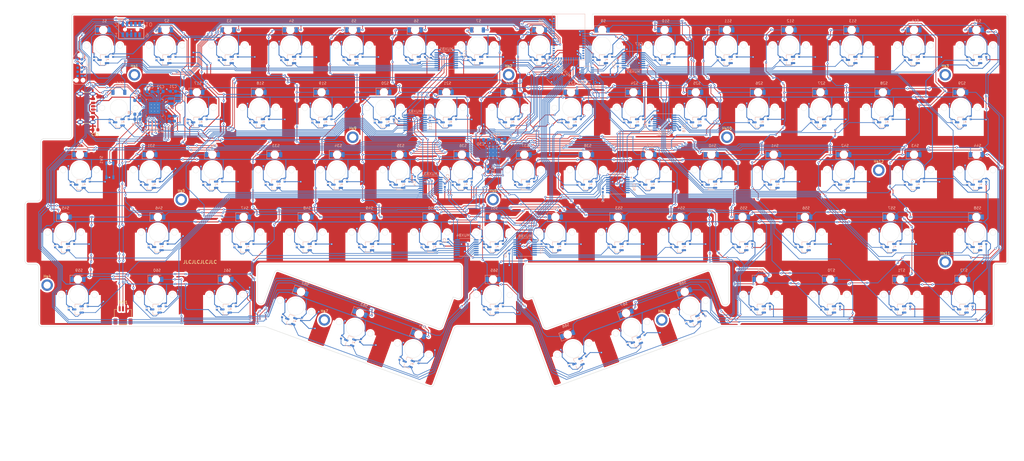
<source format=kicad_pcb>
(kicad_pcb (version 20241229) (generator "pcbnew") (generator_version "9.0")
  (layers (0 "F.Cu" signal) (2 "B.Cu" signal) (13 "F.Paste" user) (15 "B.Paste" user) (5 "F.SilkS" user "F.Silkscreen") (7 "B.SilkS" user "B.Silkscreen") (1 "F.Mask" user) (3 "B.Mask" user) (25 "Edge.Cuts" user))
  (net 0 "")
  (net 1 "Net-(BAT1-NTC)")
  (net 2 "Net-(BAT1-VBAT)")
  (net 3 "/VDDIO")
  (net 4 "/VSYS")
  (net 5 "Net-(PMIC1-VBUSOUT)")
  (net 6 "Net-(PMIC1-VBUS)")
  (net 7 "VCCS")
  (net 8 "/ANA_01")
  (net 9 "/ANA_02")
  (net 10 "/ANA_03")
  (net 11 "/ANA_04")
  (net 12 "/ANA_05")
  (net 13 "/ANA_06")
  (net 14 "/ANA_07")
  (net 15 "/ANA_08")
  (net 16 "/ANA_09")
  (net 17 "/ANA_10")
  (net 18 "/ANA_11")
  (net 19 "/ANA_12")
  (net 20 "/ANA_13")
  (net 21 "/ANA_14")
  (net 22 "/ANA_15")
  (net 23 "/ANA_16")
  (net 24 "/ANA_17")
  (net 25 "/ANA_18")
  (net 26 "/ANA_19")
  (net 27 "/ANA_20")
  (net 28 "/ANA_21")
  (net 29 "/ANA_22")
  (net 30 "/ANA_23")
  (net 31 "/ANA_24")
  (net 32 "/ANA_25")
  (net 33 "/ANA_26")
  (net 34 "/ANA_27")
  (net 35 "/ANA_28")
  (net 36 "/ANA_29")
  (net 37 "/ANA_30")
  (net 38 "/ANA_31")
  (net 39 "/ANA_32")
  (net 40 "/ANA_33")
  (net 41 "/ANA_34")
  (net 42 "/ANA_35")
  (net 43 "/ANA_36")
  (net 44 "/ANA_37")
  (net 45 "/ANA_38")
  (net 46 "/ANA_39")
  (net 47 "/ANA_40")
  (net 48 "/ANA_41")
  (net 49 "/ANA_42")
  (net 50 "/ANA_43")
  (net 51 "/ANA_44")
  (net 52 "/ANA_45")
  (net 53 "/ANA_46")
  (net 54 "/ANA_47")
  (net 55 "/ANA_48")
  (net 56 "/ANA_49")
  (net 57 "/ANA_50")
  (net 58 "/ANA_51")
  (net 59 "/ANA_52")
  (net 60 "/ANA_53")
  (net 61 "/ANA_54")
  (net 62 "/ANA_55")
  (net 63 "/ANA_56")
  (net 64 "/ANA_57")
  (net 65 "/ANA_58")
  (net 66 "/ANA_59")
  (net 67 "/ANA_60")
  (net 68 "/ANA_61")
  (net 69 "/ANA_62")
  (net 70 "/ANA_63")
  (net 71 "/ANA_64")
  (net 72 "/ANA_65")
  (net 73 "/ANA_66")
  (net 74 "/ANA_67")
  (net 75 "/ANA_68")
  (net 76 "/ANA_69")
  (net 77 "/ANA_70")
  (net 78 "/ANA_71")
  (net 79 "/ANA_72")
  (net 80 "/LED_DR_EN")
  (net 81 "GND")
  (net 83 "/NRESET")
  (net 90 "/SWDCLK")
  (net 96 "Net-(PMIC1-CC1)")
  (net 97 "Net-(PMIC1-CC2)")
  (net 98 "Net-(PMIC1-SW1)")
  (net 99 "Net-(PMIC1-SW2)")
  (net 100 "/AIN0")
  (net 101 "/AIN6")
  (net 102 "/AIN7")
  (net 103 "/AIN5")
  (net 104 "/AIN4")
  (net 105 "/AIN3")
  (net 106 "/AIN2")
  (net 107 "/AIN1")
  (net 108 "Net-(PMIC1-VSET1)")
  (net 109 "/INT")
  (net 112 "/SCL")
  (net 113 "/SDA")
  (net 114 "Net-(PMIC1-SHPHLD)")
  (net 115 "Net-(PMIC1-VSET2)")
  (net 117 "/GPIO_X")
  (net 119 "/LOADSW_CTRL")
  (net 121 "/MUXA_SEL")
  (net 122 "/MUXB_SEL_1")
  (net 123 "/MUXB_SEL_0")
  (net 124 "/MUXB_SEL_2")
  (net 125 "/SW1")
  (net 126 "/CS14")
  (net 127 "/CS5")
  (net 128 "/CS1")
  (net 129 "/CS7")
  (net 130 "/CS8")
  (net 131 "/CS9")
  (net 132 "/CS12")
  (net 133 "/CS13")
  (net 134 "/CS3")
  (net 135 "/CS10")
  (net 136 "/CS6")
  (net 137 "/SW0")
  (net 138 "/SW3")
  (net 139 "/CS16")
  (net 140 "/SW2")
  (net 141 "/CS11")
  (net 142 "/CS0")
  (net 143 "/CS2")
  (net 144 "/CS4")
  (net 145 "/CS15")
  (net 146 "/CS17")
  (net 147 "Net-(LEDDR1-VCAP)")
  (net 148 "/MUX_B_4")
  (net 149 "/MUX_B_3")
  (net 150 "/MUX_B_2")
  (net 151 "/MUX_B_1")
  (net 152 "/MUX_B_6")
  (net 153 "/MUX_B_5")
  (net 154 "/MUX_B_7")
  (net 155 "/MUX_B_8")
  (net 158 "/SWDIO")
  (net 166 "/VOUT2")
  (footprint "tmr-lib:Gateron_Switch_Lowpro" (layer "F.Cu") (at 219.1 76)
    (property "Reference" "S69")
    (property "Value" "Switch" (hide yes))
    (fp_circle (center -5.075 0) (end -4.225 0) (stroke (width 0.05)) (fill no) (layer "Edge.Cuts"))
    (fp_circle (center 0 0) (end 2.6 0) (stroke (width 0.05)) (fill no) (layer "Edge.Cuts"))
    (fp_circle (center 5.075 0) (end 5.925 0) (stroke (width 0.05)) (fill no) (layer "Edge.Cuts"))
  )
  (footprint "tmr-lib:Gateron_Switch_Lowpro" (layer "F.Cu") (at 266 0)
    (property "Reference" "S14")
    (property "Value" "Switch" (hide yes))
    (fp_circle (center -5.075 0) (end -4.225 0) (stroke (width 0.05)) (fill no) (layer "Edge.Cuts"))
    (fp_circle (center 0 0) (end 2.6 0) (stroke (width 0.05)) (fill no) (layer "Edge.Cuts"))
    (fp_circle (center 5.075 0) (end 5.925 0) (stroke (width 0.05)) (fill no) (layer "Edge.Cuts"))
  )
  (footprint "tmr-lib:Gateron_Switch_Lowpro" (layer "F.Cu") (at 161.5 19)
    (property "Reference" "S23")
    (property "Value" "Switch" (hide yes))
    (fp_circle (center -5.075 0) (end -4.225 0) (stroke (width 0.05)) (fill no) (layer "Edge.Cuts"))
    (fp_circle (center 0 0) (end 2.6 0) (stroke (width 0.05)) (fill no) (layer "Edge.Cuts"))
    (fp_circle (center 5.075 0) (end 5.925 0) (stroke (width 0.05)) (fill no) (layer "Edge.Cuts"))
  )
  (footprint "MountingHole:MountingHole_2.2mm_M2_ISO7380_Pad_TopBottom" (layer "F.Cu") (at 275.5 65.93)
    (property "Reference" "Hs11")
    (property "Value" "M2_Pad")
  )
  (footprint "tmr-lib:Gateron_Switch_Lowpro" (layer "F.Cu") (at 266 38)
    (property "Reference" "S43")
    (property "Value" "Switch" (hide yes))
    (fp_circle (center -5.075 0) (end -4.225 0) (stroke (width 0.05)) (fill no) (layer "Edge.Cuts"))
    (fp_circle (center 0 0) (end 2.6 0) (stroke (width 0.05)) (fill no) (layer "Edge.Cuts"))
    (fp_circle (center 5.075 0) (end 5.925 0) (stroke (width 0.05)) (fill no) (layer "Edge.Cuts"))
  )
  (footprint "tmr-lib:Gateron_Switch_Lowpro" (layer "F.Cu") (at 190 0)
    (property "Reference" "S10")
    (property "Value" "Switch" (hide yes))
    (fp_circle (center -5.075 0) (end -4.225 0) (stroke (width 0.05)) (fill no) (layer "Edge.Cuts"))
    (fp_circle (center 0 0) (end 2.6 0) (stroke (width 0.05)) (fill no) (layer "Edge.Cuts"))
    (fp_circle (center 5.075 0) (end 5.925 0) (stroke (width 0.05)) (fill no) (layer "Edge.Cuts"))
  )
  (footprint "tmr-lib:Gateron_Switch_Lowpro" (layer "F.Cu") (at 175.75 57)
    (property "Reference" "S53")
    (property "Value" "Switch" (hide yes))
    (fp_circle (center -5.075 0) (end -4.225 0) (stroke (width 0.05)) (fill no) (layer "Edge.Cuts"))
    (fp_circle (center 0 0) (end 2.6 0) (stroke (width 0.05)) (fill no) (layer "Edge.Cuts"))
    (fp_circle (center 5.075 0) (end 5.925 0) (stroke (width 0.05)) (fill no) (layer "Edge.Cuts"))
  )
  (footprint "tmr-lib:Gateron_Switch_Lowpro" (layer "F.Cu") (at 261.85 76)
    (property "Reference" "S71")
    (property "Value" "Switch" (hide yes))
    (fp_circle (center -5.075 0) (end -4.225 0) (stroke (width 0.05)) (fill no) (layer "Edge.Cuts"))
    (fp_circle (center 0 0) (end 2.6 0) (stroke (width 0.05)) (fill no) (layer "Edge.Cuts"))
    (fp_circle (center 5.075 0) (end 5.925 0) (stroke (width 0.05)) (fill no) (layer "Edge.Cuts"))
  )
  (footprint "tmr-lib:Gateron_Switch_Lowpro" (layer "F.Cu") (at 90.25 38)
    (property "Reference" "S34")
    (property "Value" "Switch" (hide yes))
    (fp_circle (center -5.075 0) (end -4.225 0) (stroke (width 0.05)) (fill no) (layer "Edge.Cuts"))
    (fp_circle (center 0 0) (end 2.6 0) (stroke (width 0.05)) (fill no) (layer "Edge.Cuts"))
    (fp_circle (center 5.075 0) (end 5.925 0) (stroke (width 0.05)) (fill no) (layer "Edge.Cuts"))
  )
  (footprint "tmr-lib:Gateron_Switch_Lowpro" (layer "F.Cu") (at 166.25 38)
    (property "Reference" "S38")
    (property "Value" "Switch" (hide yes))
    (fp_circle (center -5.075 0) (end -4.225 0) (stroke (width 0.05)) (fill no) (layer "Edge.Cuts"))
    (fp_circle (center 0 0) (end 2.6 0) (stroke (width 0.05)) (fill no) (layer "Edge.Cuts"))
    (fp_circle (center 5.075 0) (end 5.925 0) (stroke (width 0.05)) (fill no) (layer "Edge.Cuts"))
  )
  (footprint "tmr-lib:Gateron_Switch_Lowpro" (layer "F.Cu") (at 47.5 19)
    (property "Reference" "S17")
    (property "Value" "Switch" (hide yes))
    (fp_circle (center -5.075 0) (end -4.225 0) (stroke (width 0.05)) (fill no) (layer "Edge.Cuts"))
    (fp_circle (center 0 0) (end 2.6 0) (stroke (width 0.05)) (fill no) (layer "Edge.Cuts"))
    (fp_circle (center 5.075 0) (end 5.925 0) (stroke (width 0.05)) (fill no) (layer "Edge.Cuts"))
  )
  (footprint "tmr-lib:Gateron_Switch_Lowpro" (layer "F.Cu") (at 152 0)
    (property "Reference" "S8")
    (property "Value" "Switch" (hide yes))
    (fp_circle (center -5.075 0) (end -4.225 0) (stroke (width 0.05)) (fill no) (layer "Edge.Cuts"))
    (fp_circle (center 0 0) (end 2.6 0) (stroke (width 0.05)) (fill no) (layer "Edge.Cuts"))
  )
  (footprint "tmr-lib:Gateron_Switch_Lowpro" (layer "F.Cu") (at 256.5 19)
    (property "Reference" "S28")
    (property "Value" "Switch" (hide yes))
    (fp_circle (center -5.075 0) (end -4.225 0) (stroke (width 0.05)) (fill no) (layer "Edge.Cuts"))
    (fp_circle (center 0 0) (end 2.6 0) (stroke (width 0.05)) (fill no) (layer "Edge.Cuts"))
    (fp_circle (center 5.075 0) (end 5.925 0) (stroke (width 0.05)) (fill no) (layer "Edge.Cuts"))
  )
  (footprint "MountingHole:MountingHole_2.2mm_M2_ISO7380_Pad_TopBottom" (layer "F.Cu") (at 209 27.93)
    (property "Reference" "Hs10")
    (property "Value" "M2_Pad")
  )
  (footprint "tmr-lib:Gateron_Switch_Lowpro" (layer "F.Cu") (at 52.25 38)
    (property "Reference" "S32")
    (property "Value" "Switch" (hide yes))
    (fp_circle (center -5.075 0) (end -4.225 0) (stroke (width 0.05)) (fill no) (layer "Edge.Cuts"))
    (fp_circle (center 0 0) (end 2.6 0) (stroke (width 0.05)) (fill no) (layer "Edge.Cuts"))
    (fp_circle (center 5.075 0) (end 5.925 0) (stroke (width 0.05)) (fill no) (layer "Edge.Cuts"))
  )
  (footprint "tmr-lib:Gateron_Switch_Lowpro" (layer "F.Cu") (at 85.5 19)
    (property "Reference" "S19")
    (property "Value" "Switch" (hide yes))
    (fp_circle (center -5.075 0) (end -4.225 0) (stroke (width 0.05)) (fill no) (layer "Edge.Cuts"))
    (fp_circle (center 0 0) (end 2.6 0) (stroke (width 0.05)) (fill no) (layer "Edge.Cuts"))
    (fp_circle (center 5.075 0) (end 5.925 0) (stroke (width 0.05)) (fill no) (layer "Edge.Cuts"))
  )
  (footprint "tmr-lib:Gateron_Switch_Lowpro" (layer "F.Cu") (at 128.25 38)
    (property "Reference" "S36")
    (property "Value" "Switch" (hide yes))
    (fp_circle (center -5.075 0) (end -4.225 0) (stroke (width 0.05)) (fill no) (layer "Edge.Cuts"))
    (fp_circle (center 0 0) (end 2.6 0) (stroke (width 0.05)) (fill no) (layer "Edge.Cuts"))
    (fp_circle (center 5.075 0) (end 5.925 0) (stroke (width 0.05)) (fill no) (layer "Edge.Cuts"))
  )
  (footprint "tmr-lib:Gateron_Switch_Lowpro" (layer "F.Cu") (at 76 0)
    (property "Reference" "S4")
    (property "Value" "Switch" (hide yes))
    (fp_circle (center -5.075 0) (end -4.225 0) (stroke (width 0.05)) (fill no) (layer "Edge.Cuts"))
    (fp_circle (center 0 0) (end 2.6 0) (stroke (width 0.05)) (fill no) (layer "Edge.Cuts"))
    (fp_circle (center 5.075 0) (end 5.925 0) (stroke (width 0.05)) (fill no) (layer "Edge.Cuts"))
  )
  (footprint "MountingHole:MountingHole_2.2mm_M2_ISO7380_Pad_TopBottom" (layer "F.Cu") (at 42.75 46.93)
    (property "Reference" "Hs5")
    (property "Value" "M2_Pad")
  )
  (footprint "tmr-lib:Gateron_Switch_Lowpro" (layer "F.Cu") (at 23.75 19)
    (property "Reference" "S16")
    (property "Value" "Switch" (hide yes))
    (fp_circle (center -5.075 0) (end -4.225 0) (stroke (width 0.05)) (fill no) (layer "Edge.Cuts"))
    (fp_circle (center 0 0) (end 2.6 0) (stroke (width 0.05)) (fill no) (layer "Edge.Cuts"))
    (fp_circle (center 5.075 0) (end 5.925 0) (stroke (width 0.05)) (fill no) (layer "Edge.Cuts"))
  )
  (footprint "tmr-lib:Gateron_Switch_Lowpro" (layer "F.Cu") (at 280.85 76)
    (property "Reference" "S72")
    (property "Value" "Switch" (hide yes))
    (fp_circle (center -5.075 0) (end -4.225 0) (stroke (width 0.05)) (fill no) (layer "Edge.Cuts"))
    (fp_circle (center 0 0) (end 2.6 0) (stroke (width 0.05)) (fill no) (layer "Edge.Cuts"))
    (fp_circle (center 5.075 0) (end 5.925 0) (stroke (width 0.05)) (fill no) (layer "Edge.Cuts"))
  )
  (footprint "tmr-lib:Gateron_Switch_Lowpro" (layer "F.Cu") (at 38 0)
    (property "Reference" "S2")
    (property "Value" "Switch" (hide yes))
    (fp_circle (center -5.075 0) (end -4.225 0) (stroke (width 0.05)) (fill no) (layer "Edge.Cuts"))
    (fp_circle (center 0 0) (end 2.6 0) (stroke (width 0.05)) (fill no) (layer "Edge.Cuts"))
    (fp_circle (center 5.075 0) (end 5.925 0) (stroke (width 0.05)) (fill no) (layer "Edge.Cuts"))
  )
  (footprint "tmr-lib:Gateron_Switch_Lowpro" (layer "F.Cu") (at 123.5 19)
    (property "Reference" "S21")
    (property "Value" "Switch" (hide yes))
    (fp_circle (center -5.075 0) (end -4.225 0) (stroke (width 0.05)) (fill no) (layer "Edge.Cuts"))
    (fp_circle (center 0 0) (end 2.6 0) (stroke (width 0.05)) (fill no) (layer "Edge.Cuts"))
    (fp_circle (center 5.075 0) (end 5.925 0) (stroke (width 0.05)) (fill no) (layer "Edge.Cuts"))
  )
  (footprint "tmr-lib:Gateron_Switch_Lowpro" (layer "F.Cu") (at 247 0)
    (property "Reference" "S13")
    (property "Value" "Switch" (hide yes))
    (fp_circle (center -5.075 0) (end -4.225 0) (stroke (width 0.05)) (fill no) (layer "Edge.Cuts"))
    (fp_circle (center 0 0) (end 2.6 0) (stroke (width 0.05)) (fill no) (layer "Edge.Cuts"))
    (fp_circle (center 5.075 0) (end 5.925 0) (stroke (width 0.05)) (fill no) (layer "Edge.Cuts"))
  )
  (footprint "MountingHole:MountingHole_2.2mm_M2_ISO7380_Pad_TopBottom" (layer "F.Cu") (at 189.145 83.6)
    (property "Reference" "Hs8")
    (property "Value" "M2_Pad")
  )
  (footprint "tmr-lib:Gateron_Switch_Lowpro" (layer "F.Cu") (at 156.75 57)
    (property "Reference" "S52")
    (property "Value" "Switch" (hide yes))
    (fp_circle (center -5.075 0) (end -4.225 0) (stroke (width 0.05)) (fill no) (layer "Edge.Cuts"))
    (fp_circle (center 0 0) (end 2.6 0) (stroke (width 0.05)) (fill no) (layer "Edge.Cuts"))
    (fp_circle (center 5.075 0) (end 5.925 0) (stroke (width 0.05)) (fill no) (layer "Edge.Cuts"))
  )
  (footprint "MountingHole:MountingHole_2.2mm_M2_ISO7380_Pad_TopBottom" (layer "F.Cu") (at 142.5 8.93)
    (property "Reference" "Hs2")
    (property "Value" "M2_Pad")
  )
  (footprint "tmr-lib:Gateron_Switch_Lowpro" (layer "F.Cu") (at 142.5 19)
    (property "Reference" "S22")
    (property "Value" "Switch" (hide yes))
    (fp_circle (center -5.075 0) (end -4.225 0) (stroke (width 0.05)) (fill no) (layer "Edge.Cuts"))
    (fp_circle (center 0 0) (end 2.6 0) (stroke (width 0.05)) (fill no) (layer "Edge.Cuts"))
    (fp_circle (center 5.075 0) (end 5.925 0) (stroke (width 0.05)) (fill no) (layer "Edge.Cuts"))
  )
  (footprint "tmr-lib:Gateron_Switch_Lowpro" (layer "F.Cu") (at 104.5 19)
    (property "Reference" "S20")
    (property "Value" "Switch" (hide yes))
    (fp_circle (center -5.075 0) (end -4.225 0) (stroke (width 0.05)) (fill no) (layer "Edge.Cuts"))
    (fp_circle (center 0 0) (end 2.6 0) (stroke (width 0.05)) (fill no) (layer "Edge.Cuts"))
    (fp_circle (center 5.075 0) (end 5.925 0) (stroke (width 0.05)) (fill no) (layer "Edge.Cuts"))
  )
  (footprint "tmr-lib:Gateron_Switch_Lowpro" (layer "F.Cu") (at 218.5 19)
    (property "Reference" "S26")
    (property "Value" "Switch" (hide yes))
    (fp_circle (center -5.075 0) (end -4.225 0) (stroke (width 0.05)) (fill no) (layer "Edge.Cuts"))
    (fp_circle (center 0 0) (end 2.6 0) (stroke (width 0.05)) (fill no) (layer "Edge.Cuts"))
    (fp_circle (center 5.075 0) (end 5.925 0) (stroke (width 0.05)) (fill no) (layer "Edge.Cuts"))
  )
  (footprint "tmr-lib:Gateron_Switch_Lowpro" (layer "F.Cu") (at 204.25 38)
    (property "Reference" "S40")
    (property "Value" "Switch" (hide yes))
    (fp_circle (center -5.075 0) (end -4.225 0) (stroke (width 0.05)) (fill no) (layer "Edge.Cuts"))
    (fp_circle (center 0 0) (end 2.6 0) (stroke (width 0.05)) (fill no) (layer "Edge.Cuts"))
    (fp_circle (center 5.075 0) (end 5.925 0) (stroke (width 0.05)) (fill no) (layer "Edge.Cuts"))
  )
  (footprint "tmr-lib:Gateron_Switch_Lowpro" (layer "F.Cu") (at 95.6 86 -20)
    (property "Reference" "S63")
    (property "Value" "Switch" (hide yes))
    (fp_circle (center -5.075 0) (end -4.225 0) (stroke (width 0.05)) (fill no) (layer "Edge.Cuts"))
    (fp_circle (center 0 0) (end 2.6 0) (stroke (width 0.05)) (fill no) (layer "Edge.Cuts"))
    (fp_circle (center 5.075 0) (end 5.925 0) (stroke (width 0.05)) (fill no) (layer "Edge.Cuts"))
  )
  (footprint "tmr-lib:Gateron_Switch_Lowpro" (layer "F.Cu") (at 199.5 19)
    (property "Reference" "S25")
    (property "Value" "Switch" (hide yes))
    (fp_circle (center -5.075 0) (end -4.225 0) (stroke (width 0.05)) (fill no) (layer "Edge.Cuts"))
    (fp_circle (center 0 0) (end 2.6 0) (stroke (width 0.05)) (fill no) (layer "Edge.Cuts"))
    (fp_circle (center 5.075 0) (end 5.925 0) (stroke (width 0.05)) (fill no) (layer "Edge.Cuts"))
  )
  (footprint "tmr-lib:Stabilizer_Lowpro_2U" (layer "F.Cu") (at 113.4 92.5 70)
    (property "Reference" "Stb1")
    (property "Value" "TMR_switch_stab_2.0u")
  )
  (footprint "tmr-lib:Gateron_Switch_Lowpro" (layer "F.Cu") (at 244.625 38)
    (property "Reference" "S42")
    (property "Value" "Switch" (hide yes))
    (fp_circle (center -5.075 0) (end -4.225 0) (stroke (width 0.05)) (fill no) (layer "Edge.Cuts"))
    (fp_circle (center 0 0) (end 2.6 0) (stroke (width 0.05)) (fill no) (layer "Edge.Cuts"))
    (fp_circle (center 5.075 0) (end 5.925 0) (stroke (width 0.05)) (fill no) (layer "Edge.Cuts"))
  )
  (footprint "MountingHole:MountingHole_2.2mm_M2_ISO7380_Pad_TopBottom" (layer "F.Cu") (at 1.9 73)
    (property "Reference" "Hs4")
    (property "Value" "M2_Pad")
  )
  (footprint "tmr-lib:Gateron_Switch_Lowpro" (layer "F.Cu") (at 237.5 19)
    (property "Reference" "S27")
    (property "Value" "Switch" (hide yes))
    (fp_circle (center -5.075 0) (end -4.225 0) (stroke (width 0.05)) (fill no) (layer "Edge.Cuts"))
    (fp_circle (center 0 0) (end 2.6 0) (stroke (width 0.05)) (fill no) (layer "Edge.Cuts"))
    (fp_circle (center 5.075 0) (end 5.925 0) (stroke (width 0.05)) (fill no) (layer "Edge.Cuts"))
  )
  (footprint "tmr-lib:Gateron_Switch_Lowpro" (layer "F.Cu") (at 285 38)
    (property "Reference" "S44")
    (property "Value" "Switch" (hide yes))
    (fp_circle (center -5.075 0) (end -4.225 0) (stroke (width 0.05)) (fill no) (layer "Edge.Cuts"))
    (fp_circle (center 0 0) (end 2.6 0) (stroke (width 0.05)) (fill no) (layer "Edge.Cuts"))
    (fp_circle (center 5.075 0) (end 5.925 0) (stroke (width 0.05)) (fill no) (layer "Edge.Cuts"))
  )
  (footprint "tmr-lib:Gateron_Switch_Lowpro" (layer "F.Cu") (at 280.25 19)
    (property "Reference" "S29")
    (property "Value" "Switch" (hide yes))
    (fp_circle (center -5.075 0) (end -4.225 0) (stroke (width 0.05)) (fill no) (layer "Edge.Cuts"))
    (fp_circle (center 0 0) (end 2.6 0) (stroke (width 0.05)) (fill no) (layer "Edge.Cuts"))
    (fp_circle (center 5.075 0) (end 5.925 0) (stroke (width 0.05)) (fill no) (layer "Edge.Cuts"))
  )
  (footprint "MountingHole:MountingHole_2.2mm_M2_ISO7380_Pad_TopBottom" (layer "F.Cu") (at 28.5 8.93)
    (property "Reference" "Hs1")
    (property "Value" "M2_Pad")
  )
  (footprint "tmr-lib:Gateron_Switch_Lowpro" (layer "F.Cu") (at 147.25 38)
    (property "Reference" "S37")
    (property "Value" "Switch" (hide yes))
    (fp_circle (center -5.075 0) (end -4.225 0) (stroke (width 0.05)) (fill no) (layer "Edge.Cuts"))
    (fp_circle (center 0 0) (end 2.6 0) (stroke (width 0.05)) (fill no) (layer "Edge.Cuts"))
    (fp_circle (center 5.075 0) (end 5.925 0) (stroke (width 0.05)) (fill no) (layer "Edge.Cuts"))
  )
  (footprint "tmr-lib:Gateron_Switch_Lowpro" (layer "F.Cu") (at 56.4 76)
    (property "Reference" "S61")
    (property "Value" "Switch" (hide yes))
    (fp_circle (center -5.075 0) (end -4.225 0) (stroke (width 0.05)) (fill no) (layer "Edge.Cuts"))
    (fp_circle (center 0 0) (end 2.6 0) (stroke (width 0.05)) (fill no) (layer "Edge.Cuts"))
    (fp_circle (center 5.075 0) (end 5.925 0) (stroke (width 0.05)) (fill no) (layer "Edge.Cuts"))
  )
  (footprint "tmr-lib:Gateron_Switch_Lowpro" (layer "F.Cu") (at 197.75 79.5 20)
    (property "Reference" "S68")
    (property "Value" "Switch" (hide yes))
    (fp_circle (center -5.075 0) (end -4.225 0) (stroke (width 0.05)) (fill no) (layer "Edge.Cuts"))
    (fp_circle (center 0 0) (end 2.6 0) (stroke (width 0.05)) (fill no) (layer "Edge.Cuts"))
    (fp_circle (center 5.075 0) (end 5.925 0) (stroke (width 0.05)) (fill no) (layer "Edge.Cuts"))
  )
  (footprint "tmr-lib:JLC_Order_Num" (layer "F.Cu") (at 48.57 66.05)
    (property "Reference" "JLC1")
    (property "Value" "JLC_Order_Num")
  )
  (footprint "MountingHole:MountingHole_2.2mm_M2_ISO7380_Pad_TopBottom" (layer "F.Cu") (at 275.5 8.93)
    (property "Reference" "Hs3")
    (property "Value" "M2_Pad")
  )
  (footprint "tmr-lib:Gateron_Switch_Lowpro" (layer "F.Cu") (at 133 0)
    (property "Reference" "S7")
    (property "Value" "Switch" (hide yes))
    (fp_circle (center -5.075 0) (end -4.225 0) (stroke (width 0.05)) (fill no) (layer "Edge.Cuts"))
    (fp_circle (center 0 0) (end 2.6 0) (stroke (width 0.05)) (fill no) (layer "Edge.Cuts"))
    (fp_circle (center 5.075 0) (end 5.925 0) (stroke (width 0.05)) (fill no) (layer "Edge.Cuts"))
  )
  (footprint "Capacitor_SMD:C_0603_1608Metric" (layer "F.Cu") (at 16.585 25.68 180)
    (property "Reference" "C15")
    (property "Value" "1uF")
  )
  (footprint "tmr-lib:Gateron_Switch_Lowpro" (layer "F.Cu") (at 285 57)
    (property "Reference" "S58")
    (property "Value" "Switch" (hide yes))
    (fp_circle (center -5.075 0) (end -4.225 0) (stroke (width 0.05)) (fill no) (layer "Edge.Cuts"))
    (fp_circle (center 0 0) (end 2.6 0) (stroke (width 0.05)) (fill no) (layer "Edge.Cuts"))
    (fp_circle (center 5.075 0) (end 5.925 0) (stroke (width 0.05)) (fill no) (layer "Edge.Cuts"))
  )
  (footprint "tmr-lib:Gateron_Switch_Lowpro" (layer "F.Cu") (at 179.9 86 20)
    (property "Reference" "S67")
    (property "Value" "Switch" (hide yes))
    (fp_circle (center -5.075 0) (end -4.225 0) (stroke (width 0.05)) (fill no) (layer "Edge.Cuts"))
    (fp_circle (center 0 0) (end 2.6 0) (stroke (width 0.05)) (fill no) (layer "Edge.Cuts"))
    (fp_circle (center 5.075 0) (end 5.925 0) (stroke (width 0.05)) (fill no) (layer "Edge.Cuts"))
  )
  (footprint "tmr-lib:Gateron_Switch_Lowpro" (layer "F.Cu") (at 7.125 57)
    (property "Reference" "S45")
    (property "Value" "Switch" (hide yes))
    (fp_circle (center -5.075 0) (end -4.225 0) (stroke (width 0.05)) (fill no) (layer "Edge.Cuts"))
    (fp_circle (center 0 0) (end 2.6 0) (stroke (width 0.05)) (fill no) (layer "Edge.Cuts"))
    (fp_circle (center 5.075 0) (end 5.925 0) (stroke (width 0.05)) (fill no) (layer "Edge.Cuts"))
  )
  (footprint "tmr-lib:Stabilizer_Lowpro_2U" (layer "F.Cu") (at 162.1 92.5 -70)
    (property "Reference" "Stb2")
    (property "Value" "TMR_switch_stab_2.0u")
  )
  (footprint "tmr-lib:Gateron_Switch_Lowpro" (layer "F.Cu") (at 99.75 57)
    (property "Reference" "S49")
    (property "Value" "Switch" (hide yes))
    (fp_circle (center -5.075 0) (end -4.225 0) (stroke (width 0.05)) (fill no) (layer "Edge.Cuts"))
    (fp_circle (center 0 0) (end 2.6 0) (stroke (width 0.05)) (fill no) (layer "Edge.Cuts"))
    (fp_circle (center 5.075 0) (end 5.925 0) (stroke (width 0.05)) (fill no) (layer "Edge.Cuts"))
  )
  (footprint "tmr-lib:Gateron_Switch_Lowpro" (layer "F.Cu") (at 171 0)
    (property "Reference" "S9")
    (property "Value" "Switch" (hide yes))
    (fp_circle (center 0 0) (end 2.6 0) (stroke (width 0.05)) (fill no) (layer "Edge.Cuts"))
    (fp_circle (center 5.075 0) (end 5.925 0) (stroke (width 0.05)) (fill no) (layer "Edge.Cuts"))
  )
  (footprint "tmr-lib:Gateron_Switch_Lowpro" (layer "F.Cu") (at 77.625 79.5 -20)
    (property "Reference" "S62")
    (property "Value" "Switch" (hide yes))
    (fp_circle (center -5.075 0) (end -4.225 0) (stroke (width 0.05)) (fill no) (layer "Edge.Cuts"))
    (fp_circle (center 0 0) (end 2.6 0) (stroke (width 0.05)) (fill no) (layer "Edge.Cuts"))
    (fp_circle (center 5.075 0) (end 5.925 0) (stroke (width 0.05)) (fill no) (layer "Edge.Cuts"))
  )
  (footprint "tmr-lib:Gateron_Switch_Lowpro" (layer "F.Cu") (at 209 0)
    (property "Reference" "S11")
    (property "Value" "Switch" (hide yes))
    (fp_circle (center -5.075 0) (end -4.225 0) (stroke (width 0.05)) (fill no) (layer "Edge.Cuts"))
    (fp_circle (center 0 0) (end 2.6 0) (stroke (width 0.05)) (fill no) (layer "Edge.Cuts"))
    (fp_circle (center 5.075 0) (end 5.925 0) (stroke (width 0.05)) (fill no) (layer "Edge.Cuts"))
  )
  (footprint "tmr-lib:Gateron_Switch_Lowpro" (layer "F.Cu") (at 35.625 57)
    (property "Reference" "S46")
    (property "Value" "Switch" (hide yes))
    (fp_circle (center -5.075 0) (end -4.225 0) (stroke (width 0.05)) (fill no) (layer "Edge.Cuts"))
    (fp_circle (center 0 0) (end 2.6 0) (stroke (width 0.05)) (fill no) (layer "Edge.Cuts"))
    (fp_circle (center 5.075 0) (end 5.925 0) (stroke (width 0.05)) (fill no) (layer "Edge.Cuts"))
  )
  (footprint "tmr-lib:Gateron_Switch_Lowpro" (layer "F.Cu") (at 113.4 92.5 -20)
    (property "Reference" "S64")
    (property "Value" "Switch" (hide yes))
    (fp_circle (center -5.075 0) (end -4.225 0) (stroke (width 0.05)) (fill no) (layer "Edge.Cuts"))
    (fp_circle (center 0 0) (end 2.6 0) (stroke (width 0.05)) (fill no) (layer "Edge.Cuts"))
    (fp_circle (center 5.075 0) (end 5.925 0) (stroke (width 0.05)) (fill no) (layer "Edge.Cuts"))
  )
  (footprint "tmr-lib:Gateron_Switch_Lowpro" (layer "F.Cu") (at 61.75 57)
    (property "Reference" "S47")
    (property "Value" "Switch" (hide yes))
    (fp_circle (center -5.075 0) (end -4.225 0) (stroke (width 0.05)) (fill no) (layer "Edge.Cuts"))
    (fp_circle (center 0 0) (end 2.6 0) (stroke (width 0.05)) (fill no) (layer "Edge.Cuts"))
    (fp_circle (center 5.075 0) (end 5.925 0) (stroke (width 0.05)) (fill no) (layer "Edge.Cuts"))
  )
  (footprint "tmr-lib:Gateron_Switch_Lowpro" (layer "F.Cu") (at 223.25 38)
    (property "Reference" "S41")
    (property "Value" "Switch" (hide yes))
    (fp_circle (center -5.075 0) (end -4.225 0) (stroke (width 0.05)) (fill no) (layer "Edge.Cuts"))
    (fp_circle (center 0 0) (end 2.6 0) (stroke (width 0.05)) (fill no) (layer "Edge.Cuts"))
    (fp_circle (center 5.075 0) (end 5.925 0) (stroke (width 0.05)) (fill no) (layer "Edge.Cuts"))
  )
  (footprint "Connector_USB:USB_C_Receptacle_GCT_USB4125-xx-x-0190_6P_TopMnt_Horizontal" (layer "F.Cu") (at 12.8 19 -90)
    (property "Reference" "USB1")
    (property "Value" "USB_C_Receptacle_PowerOnly_6P")
  )
  (footprint "tmr-lib:Gateron_Switch_Lowpro" (layer "F.Cu") (at 66.5 19)
    (property "Reference" "S18")
    (property "Value" "Switch" (hide yes))
    (fp_circle (center -5.075 0) (end -4.225 0) (stroke (width 0.05)) (fill no) (layer "Edge.Cuts"))
    (fp_circle (center 0 0) (end 2.6 0) (stroke (width 0.05)) (fill no) (layer "Edge.Cuts"))
    (fp_circle (center 5.075 0) (end 5.925 0) (stroke (width 0.05)) (fill no) (layer "Edge.Cuts"))
  )
  (footprint "tmr-lib:Gateron_Switch_Lowpro" (layer "F.Cu") (at 258.875 57)
    (property "Reference" "S57")
    (property "Value" "Switch" (hide yes))
    (fp_circle (center -5.075 0) (end -4.225 0) (stroke (width 0.05)) (fill no) (layer "Edge.Cuts"))
    (fp_circle (center 0 0) (end 2.6 0) (stroke (width 0.05)) (fill no) (layer "Edge.Cuts"))
    (fp_circle (center 5.075 0) (end 5.925 0) (stroke (width 0.05)) (fill no) (layer "Edge.Cuts"))
  )
  (footprint "tmr-lib:Gateron_Switch_Lowpro" (layer "F.Cu") (at 11.275 76)
    (property "Reference" "S59")
    (property "Value" "Switch" (hide yes))
    (fp_circle (center -5.075 0) (end -4.225 0) (stroke (width 0.05)) (fill no) (layer "Edge.Cuts"))
    (fp_circle (center 0 0) (end 2.6 0) (stroke (width 0.05)) (fill no) (layer "Edge.Cuts"))
    (fp_circle (center 5.075 0) (end 5.925 0) (stroke (width 0.05)) (fill no) (layer "Edge.Cuts"))
  )
  (footprint "tmr-lib:Gateron_Switch_Lowpro" (layer "F.Cu") (at 33.25 38)
    (property "Reference" "S31")
    (property "Value" "Switch" (hide yes))
    (fp_circle (center -5.075 0) (end -4.225 0) (stroke (width 0.05)) (fill no) (layer "Edge.Cuts"))
    (fp_circle (center 0 0) (end 2.6 0) (stroke (width 0.05)) (fill no) (layer "Edge.Cuts"))
    (fp_circle (center 5.075 0) (end 5.925 0) (stroke (width 0.05)) (fill no) (layer "Edge.Cuts"))
  )
  (footprint "tmr-lib:Gateron_Switch_Lowpro" (layer "F.Cu") (at 162.1 92.5 20)
    (property "Reference" "S66")
    (property "Value" "Switch" (hide yes))
    (fp_circle (center -5.075 0) (end -4.225 0) (stroke (width 0.05)) (fill no) (layer "Edge.Cuts"))
    (fp_circle (center 0 0) (end 2.6 0) (stroke (width 0.05)) (fill no) (layer "Edge.Cuts"))
    (fp_circle (center 5.075 0) (end 5.925 0) (stroke (width 0.05)) (fill no) (layer "Edge.Cuts"))
  )
  (footprint "tmr-lib:Gateron_Switch_Lowpro" (layer "F.Cu") (at 232.75 57)
    (property "Reference" "S56")
    (property "Value" "Switch" (hide yes))
    (fp_circle (center -5.075 0) (end -4.225 0) (stroke (width 0.05)) (fill no) (layer "Edge.Cuts"))
    (fp_circle (center 0 0) (end 2.6 0) (stroke (width 0.05)) (fill no) (layer "Edge.Cuts"))
    (fp_circle (center 5.075 0) (end 5.925 0) (stroke (width 0.05)) (fill no) (layer "Edge.Cuts"))
  )
  (footprint "tmr-lib:Gateron_Switch_Lowpro" (layer "F.Cu") (at 57 0)
    (property "Reference" "S3")
    (property "Value" "Switch" (hide yes))
    (fp_circle (center -5.075 0) (end -4.225 0) (stroke (width 0.05)) (fill no) (layer "Edge.Cuts"))
    (fp_circle (center 0 0) (end 2.6 0) (stroke (width 0.05)) (fill no) (layer "Edge.Cuts"))
    (fp_circle (center 5.075 0) (end 5.925 0) (stroke (width 0.05)) (fill no) (layer "Edge.Cuts"))
  )
  (footprint "tmr-lib:Gateron_Switch_Lowpro" (layer "F.Cu") (at 185.25 38)
    (property "Reference" "S39")
    (property "Value" "Switch" (hide yes))
    (fp_circle (center -5.075 0) (end -4.225 0) (stroke (width 0.05)) (fill no) (layer "Edge.Cuts"))
    (fp_circle (center 0 0) (end 2.6 0) (stroke (width 0.05)) (fill no) (layer "Edge.Cuts"))
    (fp_circle (center 5.075 0) (end 5.925 0) (stroke (width 0.05)) (fill no) (layer "Edge.Cuts"))
  )
  (footprint "tmr-lib:Gateron_Switch_Lowpro" (layer "F.Cu") (at 118.75 57)
    (property "Reference" "S50")
    (property "Value" "Switch" (hide yes))
    (fp_circle (center -5.075 0) (end -4.225 0) (stroke (width 0.05)) (fill no) (layer "Edge.Cuts"))
    (fp_circle (center 0 0) (end 2.6 0) (stroke (width 0.05)) (fill no) (layer "Edge.Cuts"))
    (fp_circle (center 5.075 0) (end 5.925 0) (stroke (width 0.05)) (fill no) (layer "Edge.Cuts"))
  )
  (footprint "tmr-lib:Gateron_Switch_Lowpro" (layer "F.Cu") (at 228 0)
    (property "Reference" "S12")
    (property "Value" "Switch" (hide yes))
    (fp_circle (center -5.075 0) (end -4.225 0) (stroke (width 0.05)) (fill no) (layer "Edge.Cuts"))
    (fp_circle (center 0 0) (end 2.6 0) (stroke (width 0.05)) (fill no) (layer "Edge.Cuts"))
    (fp_circle (center 5.075 0) (end 5.925 0) (stroke (width 0.05)) (fill no) (layer "Edge.Cuts"))
  )
  (footprint "Connector_JST:JST_SH_SM03B-SRSS-TB_1x03-1MP_P1.00mm_Horizontal" (layer "F.Cu") (at 25 82.2)
    (property "Reference" "BAT1")
    (property "Value" "~")
  )
  (footprint "tmr-lib:Gateron_Switch_Lowpro" (layer "F.Cu") (at 71.25 38)
    (property "Reference" "S33")
    (property "Value" "Switch" (hide yes))
    (fp_circle (center -5.075 0) (end -4.225 0) (stroke (width 0.05)) (fill no) (layer "Edge.Cuts"))
    (fp_circle (center 0 0) (end 2.6 0) (stroke (width 0.05)) (fill no) (layer "Edge.Cuts"))
    (fp_circle (center 5.075 0) (end 5.925 0) (stroke (width 0.05)) (fill no) (layer "Edge.Cuts"))
  )
  (footprint "tmr-lib:Gateron_Switch_Lowpro" (layer "F.Cu") (at 11.875 38)
    (property "Reference" "S30")
    (property "Value" "Switch" (hide yes))
    (fp_circle (center -5.075 0) (end -4.225 0) (stroke (width 0.05)) (fill no) (layer "Edge.Cuts"))
    (fp_circle (center 0 0) (end 2.6 0) (stroke (width 0.05)) (fill no) (layer "Edge.Cuts"))
    (fp_circle (center 5.075 0) (end 5.925 0) (stroke (width 0.05)) (fill no) (layer "Edge.Cuts"))
  )
  (footprint "tmr-lib:Gateron_Switch_Lowpro" (layer "F.Cu") (at 19 0)
    (property "Reference" "S1")
    (property "Value" "Switch" (hide yes))
    (fp_circle (center -5.075 0) (end -4.225 0) (stroke (width 0.05)) (fill no) (layer "Edge.Cuts"))
    (fp_circle (center 0 0) (end 2.6 0) (stroke (width 0.05)) (fill no) (layer "Edge.Cuts"))
    (fp_circle (center 5.075 0) (end 5.925 0) (stroke (width 0.05)) (fill no) (layer "Edge.Cuts"))
  )
  (footprint "MountingHole:MountingHole_2.2mm_M2_ISO7380_Pad_TopBottom" (layer "F.Cu") (at 86.355 83.6)
    (property "Reference" "Hs7")
    (property "Value" "M2_Pad")
  )
  (footprint "tmr-lib:Gateron_Switch_Lowpro" (layer "F.Cu") (at 95 0)
    (property "Reference" "S5")
    (property "Value" "Switch" (hide yes))
    (fp_circle (center -5.075 0) (end -4.225 0) (stroke (width 0.05)) (fill no) (layer "Edge.Cuts"))
    (fp_circle (center 0 0) (end 2.6 0) (stroke (width 0.05)) (fill no) (layer "Edge.Cuts"))
    (fp_circle (center 5.075 0) (end 5.925 0) (stroke (width 0.05)) (fill no) (layer "Edge.Cuts"))
  )
  (footprint "tmr-lib:Gateron_Switch_Lowpro" (layer "F.Cu") (at 180.5 19)
    (property "Reference" "S24")
    (property "Value" "Switch" (hide yes))
    (fp_circle (center -5.075 0) (end -4.225 0) (stroke (width 0.05)) (fill no) (layer "Edge.Cuts"))
    (fp_circle (center 0 0) (end 2.6 0) (stroke (width 0.05)) (fill no) (layer "Edge.Cuts"))
    (fp_circle (center 5.075 0) (end 5.925 0) (stroke (width 0.05)) (fill no) (layer "Edge.Cuts"))
  )
  (footprint "MountingHole:MountingHole_2.2mm_M2_ISO7380_Pad_TopBottom" (layer "F.Cu") (at 137.75 46.93)
    (property "Reference" "Hs6")
    (property "Value" "M2_Pad")
  )
  (footprint "tmr-lib:Gateron_Switch_Lowpro" (layer "F.Cu") (at 80.75 57)
    (property "Reference" "S48")
    (property "Value" "Switch" (hide yes))
    (fp_circle (center -5.075 0) (end -4.225 0) (stroke (width 0.05)) (fill no) (layer "Edge.Cuts"))
    (fp_circle (center 0 0) (end 2.6 0) (stroke (width 0.05)) (fill no) (layer "Edge.Cuts"))
    (fp_circle (center 5.075 0) (end 5.925 0) (stroke (width 0.05)) (fill no) (layer "Edge.Cuts"))
  )
  (footprint "MountingHole:MountingHole_2.2mm_M2_ISO7380_Pad_TopBottom" (layer "F.Cu") (at 95 27.93)
    (property "Reference" "Hs9")
    (property "Value" "M2_Pad")
  )
  (footprint "tmr-lib:Gateron_Switch_Lowpro" (layer "F.Cu") (at 137.75 76)
    (property "Reference" "S65")
    (property "Value" "Switch" (hide yes))
    (fp_circle (center -5.075 0) (end -4.225 0) (stroke (width 0.05)) (fill no) (layer "Edge.Cuts"))
    (fp_circle (center 0 0) (end 2.6 0) (stroke (width 0.05)) (fill no) (layer "Edge.Cuts"))
    (fp_circle (center 5.075 0) (end 5.925 0) (stroke (width 0.05)) (fill no) (layer "Edge.Cuts"))
  )
  (footprint "MountingHole:MountingHole_2.2mm_M2_ISO7380_Pad_TopBottom" (layer "F.Cu") (at 255.25 38)
    (property "Reference" "Hs12")
    (property "Value" "M2_Pad")
  )
  (footprint "tmr-lib:Gateron_Switch_Lowpro" (layer "F.Cu") (at 213.75 57)
    (property "Reference" "S55")
    (property "Value" "Switch" (hide yes))
    (fp_circle (center -5.075 0) (end -4.225 0) (stroke (width 0.05)) (fill no) (layer "Edge.Cuts"))
    (fp_circle (center 0 0) (end 2.6 0) (stroke (width 0.05)) (fill no) (layer "Edge.Cuts"))
    (fp_circle (center 5.075 0) (end 5.925 0) (stroke (width 0.05)) (fill no) (layer "Edge.Cuts"))
  )
  (footprint "tmr-lib:Gateron_Switch_Lowpro" (layer "F.Cu") (at 109.25 38)
    (property "Reference" "S35")
    (property "Value" "Switch" (hide yes))
    (fp_circle (center -5.075 0) (end -4.225 0) (stroke (width 0.05)) (fill no) (layer "Edge.Cuts"))
    (fp_circle (center 0 0) (end 2.6 0) (stroke (width 0.05)) (fill no) (layer "Edge.Cuts"))
    (fp_circle (center 5.075 0) (end 5.925 0) (stroke (width 0.05)) (fill no) (layer "Edge.Cuts"))
  )
  (footprint "tmr-lib:Gateron_Switch_Lowpro" (layer "F.Cu") (at 114 0)
    (property "Reference" "S6")
    (property "Value" "Switch" (hide yes))
    (fp_circle (center -5.075 0) (end -4.225 0) (stroke (width 0.05)) (fill no) (layer "Edge.Cuts"))
    (fp_circle (center 0 0) (end 2.6 0) (stroke (width 0.05)) (fill no) (layer "Edge.Cuts"))
    (fp_circle (center 5.075 0) (end 5.925 0) (stroke (width 0.05)) (fill no) (layer "Edge.Cuts"))
  )
  (footprint "tmr-lib:Gateron_Switch_Lowpro" (layer "F.Cu") (at 35.025 76)
    (property "Reference" "S60")
    (property "Value" "Switch" (hide yes))
    (fp_circle (center -5.075 0) (end -4.225 0) (stroke (width 0.05)) (fill no) (layer "Edge.Cuts"))
    (fp_circle (center 0 0) (end 2.6 0) (stroke (width 0.05)) (fill no) (layer "Edge.Cuts"))
    (fp_circle (center 5.075 0) (end 5.925 0) (stroke (width 0.05)) (fill no) (layer "Edge.Cuts"))
  )
  (footprint "tmr-lib:Gateron_Switch_Lowpro" (layer "F.Cu") (at 137.75 57)
    (property "Reference" "S51")
    (property "Value" "Switch" (hide yes))
    (fp_circle (center -5.075 0) (end -4.225 0) (stroke (width 0.05)) (fill no) (layer "Edge.Cuts"))
    (fp_circle (center 0 0) (end 2.6 0) (stroke (width 0.05)) (fill no) (layer "Edge.Cuts"))
    (fp_circle (center 5.075 0) (end 5.925 0) (stroke (width 0.05)) (fill no) (layer "Edge.Cuts"))
  )
  (footprint "tmr-lib:Gateron_Switch_Lowpro" (layer "F.Cu") (at 240.475 76)
    (property "Reference" "S70")
    (property "Value" "Switch" (hide yes))
    (fp_circle (center -5.075 0) (end -4.225 0) (stroke (width 0.05)) (fill no) (layer "Edge.Cuts"))
    (fp_circle (center 0 0) (end 2.6 0) (stroke (width 0.05)) (fill no) (layer "Edge.Cuts"))
    (fp_circle (center 5.075 0) (end 5.925 0) (stroke (width 0.05)) (fill no) (layer "Edge.Cuts"))
  )
  (footprint "tmr-lib:Gateron_Switch_Lowpro" (layer "F.Cu") (at 194.75 57)
    (property "Reference" "S54")
    (property "Value" "Switch" (hide yes))
    (fp_circle (center -5.075 0) (end -4.225 0) (stroke (width 0.05)) (fill no) (layer "Edge.Cuts"))
    (fp_circle (center 0 0) (end 2.6 0) (stroke (width 0.05)) (fill no) (layer "Edge.Cuts"))
    (fp_circle (center 5.075 0) (end 5.925 0) (stroke (width 0.05)) (fill no) (layer "Edge.Cuts"))
  )
  (footprint "tmr-lib:Gateron_Switch_Lowpro" (layer "F.Cu") (at 285 0)
    (property "Reference" "S15")
    (property "Value" "Switch" (hide yes))
    (fp_circle (center -5.075 0) (end -4.225 0) (stroke (width 0.05)) (fill no) (layer "Edge.Cuts"))
    (fp_circle (center 0 0) (end 2.6 0) (stroke (width 0.05)) (fill no) (layer "Edge.Cuts"))
    (fp_circle (center 5.075 0) (end 5.925 0) (stroke (width 0.05)) (fill no) (layer "Edge.Cuts"))
  )
  (footprint "tmr-lib:C_0402_1005Metric" (layer "B.Cu") (at 237.675 80 90)
    (property "Reference" "Cvout70")
    (property "Value" "0.1nF")
  )
  (footprint "tmr-lib:SOT-23-3" (layer "B.Cu") (at 52.25 42.4 180)
    (property "Reference" "TMR32")
    (property "Value" "TMR2617")
  )
  (footprint "tmr-lib:LED_1206_3216Metric_ReverseMount_Hole2.1mm" (layer "B.Cu") (at 237.5 14.25)
    (property "Reference" "D27")
    (property "Value" "Green LED")
  )
  (footprint "tmr-lib:C_0402_1005Metric" (layer "B.Cu") (at 20.95 23 90)
    (property "Reference" "Cvout16")
    (property "Value" "0.1nF")
  )
  (footprint "tmr-lib:SOT-23-3" (layer "B.Cu") (at 33.25 42.4 180)
    (property "Reference" "TMR31")
    (property "Value" "TMR2617")
  )
  (footprint "tmr-lib:SOT-23-3" (layer "B.Cu") (at 71.25 42.4 180)
    (property "Reference" "TMR33")
    (property "Value" "TMR2617")
  )
  (footprint "tmr-lib:C_0402_1005Metric" (layer "B.Cu") (at 149.2 4 90)
    (property "Reference" "Cvout8")
    (property "Value" "0.1nF")
  )
  (footprint "tmr-lib:C_0402_1005Metric" (layer "B.Cu") (at 9.075 42 90)
    (property "Reference" "Cvout30")
    (property "Value" "0.1nF")
  )
  (footprint "tmr-lib:SOT-23-3" (layer "B.Cu") (at 240.475 80.4 180)
    (property "Reference" "TMR70")
    (property "Value" "TMR2617")
  )
  (footprint "tmr-lib:C_0402_1005Metric" (layer "B.Cu") (at 144.45 42 90)
    (property "Reference" "Cvout37")
    (property "Value" "0.1nF")
  )
  (footprint "Capacitor_SMD:C_0402_1005Metric" (layer "B.Cu") (at 134.39 58.69 -90)
    (property "Reference" "C13")
    (property "Value" ".1uF")
  )
  (footprint "tmr-lib:C_0402_1005Metric" (layer "B.Cu") (at 41 3 -90)
    (property "Reference" "Cvcc2")
    (property "Value" "0.1uF")
  )
  (footprint "tmr-lib:Ezurio_BL54L15_Module" (layer "B.Cu") (at 155.75 4.4 90)
    (property "Reference" "M1" (hide yes))
    (property "Value" "Ezurio BL54L15 (nrf54L15) module" (hide yes))
  )
  (footprint "Capacitor_SMD:C_0402_1005Metric" (layer "B.Cu") (at 158.04 6.02 -135)
    (property "Reference" "C1")
    (property "Value" ".1uF")
  )
  (footprint "tmr-lib:C_0402_1005Metric" (layer "B.Cu") (at 134.95 80 90)
    (property "Reference" "Cvout65")
    (property "Value" "0.1nF")
  )
  (footprint "tmr-lib:SOT-23-3" (layer "B.Cu") (at 80.75 61.4 180)
    (property "Reference" "TMR48")
    (property "Value" "TMR2617")
  )
  (footprint "Package_DFN_QFN:VQFN-32-1EP_4x4mm_P0.4mm_EP2.8x2.8mm_ThermalVias" (layer "B.Cu") (at 137.75 32.6 180)
    (property "Reference" "LEDDR1")
    (property "Value" "LP5864")
  )
  (footprint "tmr-lib:C_0402_1005Metric" (layer "B.Cu") (at 202.5 22 -90)
    (property "Reference" "Cvcc25")
    (property "Value" "0.1uF")
  )
  (footprint "tmr-lib:SOT-23-3" (layer "B.Cu") (at 204.25 42.4 180)
    (property "Reference" "TMR40")
    (property "Value" "TMR2617")
  )
  (footprint "tmr-lib:LED_1206_3216Metric_ReverseMount_Hole2.1mm" (layer "B.Cu") (at 35.625 52.25)
    (property "Reference" "D46")
    (property "Value" "Green LED")
  )
  (footprint "tmr-lib:C_0402_1005Metric" (layer "B.Cu") (at 158.7 23 90)
    (property "Reference" "Cvout23")
    (property "Value" "0.1nF")
  )
  (footprint "tmr-lib:C_0402_1005Metric" (layer "B.Cu") (at 98 3 -90)
    (property "Reference" "Cvcc5")
    (property "Value" "0.1uF")
  )
  (footprint "tmr-lib:LED_1206_3216Metric_ReverseMount_Hole2.1mm" (layer "B.Cu") (at 133 -4.75)
    (property "Reference" "D7")
    (property "Value" "Green LED")
  )
  (footprint "Capacitor_SMD:C_0603_1608Metric" (layer "B.Cu") (at 36.465 14.01 180)
    (property "Reference" "C22")
    (property "Value" "10uF")
  )
  (footprint "tmr-lib:Texas_DYY0016A_TSOT-23-16_2x4.2mm_P0.5mm" (layer "B.Cu") (at 166.5 8.5)
    (property "Reference" "MUXA2")
    (property "Value" "TMUX1574DYY")
  )
  (footprint "tmr-lib:C_0402_1005Metric" (layer "B.Cu") (at 126.5 22 -90)
    (property "Reference" "Cvcc21")
    (property "Value" "0.1uF")
  )
  (footprint "Connector:Tag-Connect_TC2050-IDC-NL_2x05_P1.27mm_Vertical" (layer "B.Cu") (at 11.814 6.75 -90)
    (property "Reference" "JTAG2")
    (property "Value" "Conn_02x05_Odd_Even")
  )
  (footprint "tmr-lib:LED_1206_3216Metric_ReverseMount_Hole2.1mm" (layer "B.Cu") (at 204.25 33.25)
    (property "Reference" "D40")
    (property "Value" "Green LED")
  )
  (footprint "tmr-lib:C_0402_1005Metric" (layer "B.Cu") (at 225.2 4 90)
    (property "Reference" "Cvout12")
    (property "Value" "0.1nF")
  )
  (footprint "tmr-lib:SOT-23-3" (layer "B.Cu") (at 133 4.4 180)
    (property "Reference" "TMR7")
    (property "Value" "TMR2617")
  )
  (footprint "tmr-lib:C_0402_1005Metric" (layer "B.Cu") (at 283.25 22 -90)
    (property "Reference" "Cvcc29")
    (property "Value" "0.1uF")
  )
  (footprint "tmr-lib:LED_1206_3216Metric_ReverseMount_Hole2.1mm" (layer "B.Cu") (at 240.475 71.25)
    (property "Reference" "D70")
    (property "Value" "Green LED")
  )
  (footprint "tmr-lib:C_0402_1005Metric" (layer "B.Cu") (at 4.325 61 90)
    (property "Reference" "Cvout45")
    (property "Value" "0.1nF")
  )
  (footprint "tmr-lib:SOT-23-3" (layer "B.Cu") (at 247 4.4 180)
    (property "Reference" "TMR13")
    (property "Value" "TMR2617")
  )
  (footprint "tmr-lib:C_0402_1005Metric" (layer "B.Cu") (at 196.486941 84.216426 110)
    (property "Reference" "Cvout68")
    (property "Value" "0.1nF")
  )
  (footprint "tmr-lib:L_Samsung_CIGT201610EH2R2MNE" (layer "B.Cu") (at 41.71 16.089999 -90)
    (property "Reference" "L2")
    (property "Value" "2.2uH")
  )
  (footprint "Capacitor_SMD:C_0603_1608Metric" (layer "B.Cu") (at 29.415 22.45 180)
    (property "Reference" "C28")
    (property "Value" "2.2uF")
  )
  (footprint "tmr-lib:C_0402_1005Metric" (layer "B.Cu") (at 163.45 42 90)
    (property "Reference" "Cvout38")
    (property "Value" "0.1nF")
  )
  (footprint "tmr-lib:C_0402_1005Metric" (layer "B.Cu") (at 115.193017 96.345138 -110)
    (property "Reference" "Cvcc64")
    (property "Value" "0.1uF")
  )
  (footprint "tmr-lib:SOT-23-3" (layer "B.Cu") (at 128.25 42.4 180)
    (property "Reference" "TMR36")
    (property "Value" "TMR2617")
  )
  (footprint "tmr-lib:SOT-23-3" (layer "B.Cu") (at 104.5 23.4 180)
    (property "Reference" "TMR20")
    (property "Value" "TMR2617")
  )
  (footprint "Package_DFN_QFN:QFN-32-1EP_5x5mm_P0.5mm_EP3.6x3.6mm_ThermalVias" (layer "B.Cu") (at 34.625 19 180)
    (property "Reference" "PMIC1")
    (property "Value" "nPM1300-QEXX")
  )
  (footprint "tmr-lib:C_0402_1005Metric" (layer "B.Cu") (at 183.745138 87.793017 -70)
    (property "Reference" "Cvcc67")
    (property "Value" "0.1uF")
  )
  (footprint "tmr-lib:SOT-23-3" (layer "B.Cu") (at 137.75 61.4 180)
    (property "Reference" "TMR51")
    (property "Value" "TMR2617")
  )
  (footprint "tmr-lib:SOT-23-3" (layer "B.Cu") (at 61.75 61.4 180)
    (property "Reference" "TMR47")
    (property "Value" "TMR2617")
  )
  (footprint "tmr-lib:C_0402_1005Metric" (layer "B.Cu") (at 112.25 41 -90)
    (property "Reference" "Cvcc35")
    (property "Value" "0.1uF")
  )
  (footprint "tmr-lib:LED_1206_3216Metric_ReverseMount_Hole2.1mm" (layer "B.Cu") (at 71.25 33.25)
    (property "Reference" "D33")
    (property "Value" "Green LED")
  )
  (footprint "Capacitor_SMD:C_0402_1005Metric" (layer "B.Cu") (at 128.18 2.87 -90)
    (property "Reference" "C10")
    (property "Value" ".1uF")
  )
  (footprint "tmr-lib:LED_1206_3216Metric_ReverseMount_Hole2.1mm" (layer "B.Cu") (at 152 -4.75)
    (property "Reference" "D8")
    (property "Value" "Green LED")
  )
  (footprint "tmr-lib:C_0402_1005Metric" (layer "B.Cu") (at 54.2 4 90)
    (property "Reference" "Cvout3")
    (property "Value" "0.1nF")
  )
  (footprint "tmr-lib:SOT-23-3" (layer "B.Cu") (at 194.75 61.4 180)
    (property "Reference" "TMR54")
    (property "Value" "TMR2617")
  )
  (footprint "tmr-lib:C_0402_1005Metric" (layer "B.Cu") (at 178.75 60 -90)
    (property "Reference" "Cvcc53")
    (property "Value" "0.1uF")
  )
  (footprint "tmr-lib:C_0402_1005Metric" (layer "B.Cu") (at 130.2 4 90)
    (property "Reference" "Cvout7")
    (property "Value" "0.1nF")
  )
  (footprint "Capacitor_SMD:C_0402_1005Metric" (layer "B.Cu") (at 152.54 60 -90)
    (property "Reference" "C27")
    (property "Value" ".1uF")
  )
  (footprint "tmr-lib:C_0402_1005Metric" (layer "B.Cu") (at 96.95 61 90)
    (property "Reference" "Cvout49")
    (property "Value" "0.1nF")
  )
  (footprint "tmr-lib:LED_1206_3216Metric_ReverseMount_Hole2.1mm" (layer "B.Cu") (at 194.75 52.25)
    (property "Reference" "D54")
    (property "Value" "Green LED")
  )
  (footprint "tmr-lib:LED_1206_3216Metric_ReverseMount_Hole2.1mm" (layer "B.Cu") (at 118.75 52.25)
    (property "Reference" "D50")
    (property "Value" "Green LED")
  )
  (footprint "tmr-lib:SOT-23-3" (layer "B.Cu") (at 232.75 61.4 180)
    (property "Reference" "TMR56")
    (property "Value" "TMR2617")
  )
  (footprint "tmr-lib:SOT-23-3" (layer "B.Cu") (at 175.75 61.4 180)
    (property "Reference" "TMR53")
    (property "Value" "TMR2617")
  )
  (footprint "tmr-lib:LED_1206_3216Metric_ReverseMount_Hole2.1mm" (layer "B.Cu") (at 109.25 33.25)
    (property "Reference" "D35")
    (property "Value" "Green LED")
  )
  (footprint "tmr-lib:LED_1206_3216Metric_ReverseMount_Hole2.1mm" (layer "B.Cu") (at 95 -4.75)
    (property "Reference" "D5")
    (property "Value" "Green LED")
  )
  (footprint "tmr-lib:LED_1206_3216Metric_ReverseMount_Hole2.1mm" (layer "B.Cu") (at 232.75 52.25)
    (property "Reference" "D56")
    (property "Value" "Green LED")
  )
  (footprint "tmr-lib:C_0402_1005Metric" (layer "B.Cu") (at 121.75 60 -90)
    (property "Reference" "Cvcc50")
    (property "Value" "0.1uF")
  )
  (footprint "tmr-lib:LED_1206_3216Metric_ReverseMount_Hole2.1mm" (layer "B.Cu") (at 261.85 71.25)
    (property "Reference" "D71")
    (property "Value" "Green LED")
  )
  (footprint "tmr-lib:C_0402_1005Metric" (layer "B.Cu") (at 139.7 23 90)
    (property "Reference" "Cvout22")
    (property "Value" "0.1nF")
  )
  (footprint "tmr-lib:C_0402_1005Metric" (layer "B.Cu") (at 168.2 4 90)
    (property "Reference" "Cvout9")
    (property "Value" "0.1nF")
  )
  (footprint "tmr-lib:SOT-23-3" (layer "B.Cu") (at 11.275 80.4 180)
    (property "Reference" "TMR59")
    (property "Value" "TMR2617")
  )
  (footprint "tmr-lib:C_0402_1005Metric" (layer "B.Cu") (at 169.25 41 -90)
    (property "Reference" "Cvcc38")
    (property "Value" "0.1uF")
  )
  (footprint "Capacitor_SMD:C_0603_1608Metric" (layer "B.Cu") (at 141.34 29.145 90)
    (property "Reference" "C31")
    (property "Value" "1uF")
  )
  (footprint "tmr-lib:SOT-23-3" (layer "B.Cu") (at 199.5 23.4 180)
    (property "Reference" "TMR25")
    (property "Value" "TMR2617")
  )
  (footprint "tmr-lib:LED_1206_3216Metric_ReverseMount_Hole2.1mm" (layer "B.Cu") (at 33.25 33.25)
    (property "Reference" "D31")
    (property "Value" "Green LED")
  )
  (footprint "tmr-lib:SOT-23-3" (layer "B.Cu") (at 285 4.4 180)
    (property "Reference" "TMR15")
    (property "Value" "TMR2617")
  )
  (footprint "tmr-lib:C_0402_1005Metric" (layer "B.Cu") (at 253.7 23 90)
    (property "Reference" "Cvout28")
    (property "Value" "0.1nF")
  )
  (footprint "Package_SO:TSSOP-16_4.4x5mm_P0.65mm" (layer "B.Cu") (at 118.75 42.5 180)
    (property "Reference" "MUXB3")
    (property "Value" "TMUX1108PW")
  )
  (footprint "tmr-lib:LED_1206_3216Metric_ReverseMount_Hole2.1mm" (layer "B.Cu") (at 97.224595 81.53646 -20)
    (property "Reference" "D63")
    (property "Value" "Green LED")
  )
  (footprint "tmr-lib:SOT-23-3" (layer "B.Cu") (at 219.1 80.4 180)
    (property "Reference" "TMR69")
    (property "Value" "TMR2617")
  )
  (footprint "tmr-lib:C_0402_1005Metric" (layer "B.Cu") (at 201.45 42 90)
    (property "Reference" "Cvout40")
    (property "Value" "0.1nF")
  )
  (footprint "tmr-lib:C_0402_1005Metric" (layer "B.Cu") (at 92.2 4 90)
    (property "Reference" "Cvout5")
    (property "Value" "0.1nF")
  )
  (footprint "Capacitor_SMD:C_0402_1005Metric" (layer "B.Cu") (at 171.19 44.14 90)
    (property "Reference" "C19")
    (property "Value" ".1uF")
  )
  (footprint "tmr-lib:C_0402_1005Metric" (layer "B.Cu") (at 82.7 23 90)
    (property "Reference" "Cvout19")
    (property "Value" "0.1nF")
  )
  (footprint "tmr-lib:SOT-23-3" (layer "B.Cu") (at 38 4.4 180)
    (property "Reference" "TMR2")
    (property "Value" "TMR2617")
  )
  (footprint "tmr-lib:LED_1206_3216Metric_ReverseMount_Hole2.1mm" (layer "B.Cu") (at 76 -4.75)
    (property "Reference" "D4")
    (property "Value" "Green LED")
  )
  (footprint "tmr-lib:C_0402_1005Metric" (layer "B.Cu") (at 207.25 41 -90)
    (property "Reference" "Cvcc40")
    (property "Value" "0.1uF")
  )
  (footprint "tmr-lib:LED_1206_3216Metric_ReverseMount_Hole2.1mm" (layer "B.Cu") (at 258.875 52.25)
    (property "Reference" "D57")
    (property "Value" "Green LED")
  )
  (footprint "tmr-lib:C_0402_1005Metric" (layer "B.Cu") (at 8.475 80 90)
    (property "Reference" "Cvout59")
    (property "Value" "0.1nF")
  )
  (footprint "tmr-lib:SOT-23-3" (layer "B.Cu") (at 95 4.4 180)
    (property "Reference" "TMR5")
    (property "Value" "TMR2617")
  )
  (footprint "tmr-lib:SOT-23-3" (layer "B.Cu") (at 261.85 80.4 180)
    (property "Reference" "TMR71")
    (property "Value" "TMR2617")
  )
  (footprint "tmr-lib:C_0402_1005Metric" (layer "B.Cu") (at 153.95 61 90)
    (property "Reference" "Cvout52")
    (property "Value" "0.1nF")
  )
  (footprint "tmr-lib:LED_1206_3216Metric_ReverseMount_Hole2.1mm" (layer "B.Cu") (at 156.75 52.25)
    (property "Reference" "D52")
    (property "Value" "Green LED")
  )
  (footprint "tmr-lib:C_0402_1005Metric" (layer "B.Cu") (at 235.75 60 -90)
    (property "Reference" "Cvcc56")
    (property "Value" "0.1uF")
  )
  (footprint "tmr-lib:SOT-23-3" (layer "B.Cu") (at 181.404888 90.134647 -160)
    (property "Reference" "TMR67")
    (property "Value" "TMR2617")
  )
  (footprint "tmr-lib:C_0402_1005Metric" (layer "B.Cu") (at 282.2 4 90)
    (property "Reference" "Cvout15")
    (property "Value" "0.1nF")
  )
  (footprint "tmr-lib:C_0402_1005Metric" (layer "B.Cu") (at 93.25 41 -90)
    (property "Reference" "Cvcc34")
    (property "Value" "0.1uF")
  )
  (footprint "tmr-lib:SOT-23-3" (layer "B.Cu") (at 90.25 42.4 180)
    (property "Reference" "TMR34")
    (property "Value" "TMR2617")
  )
  (footprint "tmr-lib:LED_1206_3216Metric_ReverseMount_Hole2.1mm" (layer "B.Cu") (at 196.125404 75.03646 20)
    (property "Reference" "D68")
    (property "Value" "Green LED")
  )
  (footprint "tmr-lib:C_0402_1005Metric" (layer "B.Cu") (at 87.45 42 90)
    (property "Reference" "Cvout34")
    (property "Value" "0.1nF")
  )
  (footprint "tmr-lib:C_0402_1005Metric" (layer "B.Cu") (at 32.825 61 90)
    (property "Reference" "Cvout46")
    (property "Value" "0.1nF")
  )
  (footprint "tmr-lib:C_0402_1005Metric" (layer "B.Cu") (at 240.5 22 -90)
    (property "Reference" "Cvcc27")
    (property "Value" "0.1uF")
  )
  (footprint "Package_SO:TSSOP-16_4.4x5mm_P0.65mm" (layer "B.Cu") (at 129.75 61.5 180)
    (property "Reference" "MUXB4")
    (property "Value" "TMUX1108PW")
  )
  (footprint "tmr-lib:C_0402_1005Metric" (layer "B.Cu") (at 241.825 42 90)
    (property "Reference" "Cvout42")
    (property "Value" "0.1nF")
  )
  (footprint "Package_SO:TSSOP-16_4.4x5mm_P0.65mm" (layer "B.Cu") (at 180.5 4.5)
    (property "Reference" "MUXB5")
    (property "Value" "TMUX1108PW")
  )
  (footprint "Capacitor_SMD:C_0603_1608Metric" (layer "B.Cu") (at 29.39 20.92 180)
    (property "Reference" "C8")
    (property "Value" "10uF")
  )
  (footprint "Capacitor_SMD:C_0402_1005Metric" (layer "B.Cu") (at 124.1 59.44 -90)
    (property "Reference" "C5")
    (property "Value" ".1uF")
  )
  (footprint "tmr-lib:LED_1206_3216Metric_ReverseMount_Hole2.1mm" (layer "B.Cu") (at 190 -4.75)
    (property "Reference" "D10")
    (property "Value" "Green LED")
  )
  (footprint "tmr-lib:C_0402_1005Metric" (layer "B.Cu") (at 160.836941 97.216426 110)
    (property "Reference" "Cvout66")
    (property "Value" "0.1nF")
  )
  (footprint "tmr-lib:C_0402_1005Metric" (layer "B.Cu") (at 216.3 80 90)
    (property "Reference" "Cvout69")
    (property "Value" "0.1nF")
  )
  (footprint "tmr-lib:C_0402_1005Metric" (layer "B.Cu") (at 120.7 23 90)
    (property "Reference" "Cvout21")
    (property "Value" "0.1nF")
  )
  (footprint "Capacitor_SMD:C_0402_1005Metric" (layer "B.Cu") (at 185.36 24 -90)
    (property "Reference" "C25")
    (property "Value" ".1uF")
  )
  (footprint "tmr-lib:C_0402_1005Metric" (layer "B.Cu") (at 288 60 -90)
    (property "Reference" "Cvcc58")
    (property "Value" "0.1uF")
  )
  (footprint "tmr-lib:LED_1206_3216Metric_ReverseMount_Hole2.1mm" (layer "B.Cu") (at 137.75 52.25)
    (property "Reference" "D51")
    (property "Value" "Green LED")
  )
  (footprint "tmr-lib:SOT-23-3" (layer "B.Cu") (at 152 4.4 180)
    (property "Reference" "TMR8")
    (property "Value" "TMR2617")
  )
  (footprint "tmr-lib:C_0402_1005Metric" (layer "B.Cu") (at 269 3 -90)
    (property "Reference" "Cvcc14")
    (property "Value" "0.1uF")
  )
  (footprint "tmr-lib:C_0402_1005Metric" (layer "B.Cu") (at 140.75 60 -90)
    (property "Reference" "Cvcc51")
    (property "Value" "0.1uF")
  )
  (footprint "tmr-lib:LED_1206_3216Metric_ReverseMount_Hole2.1mm" (layer "B.Cu") (at 56.4 71.25)
    (property "Reference" "D61")
    (property "Value" "Green LED")
  )
  (footprint "tmr-lib:C_0402_1005Metric" (layer "B.Cu") (at 178.636941 90.716426 110)
    (property "Reference" "Cvout67")
    (property "Value" "0.1nF")
  )
  (footprint "tmr-lib:SOT-23-3" (layer "B.Cu") (at 11.875 42.4 180)
    (property "Reference" "TMR30")
    (property "Value" "TMR2617")
  )
  (footprint "tmr-lib:LED_1206_3216Metric_ReverseMount_Hole2.1mm" (layer "B.Cu") (at 128.25 33.25)
    (property "Reference" "D36")
    (property "Value" "Green LED")
  )
  (footprint "tmr-lib:C_0402_1005Metric" (layer "B.Cu") (at 35.2 4 90)
    (property "Reference" "Cvout2")
    (property "Value" "0.1nF")
  )
  (footprint "tmr-lib:LED_1206_3216Metric_ReverseMount_Hole2.1mm" (layer "B.Cu") (at 185.25 33.25)
    (property "Reference" "D39")
    (property "Value" "Green LED")
  )
  (footprint "tmr-lib:SOT-23-3" (layer "B.Cu") (at 35.625 61.4 180)
    (property "Reference" "TMR46")
    (property "Value" "TMR2617")
  )
  (footprint "tmr-lib:C_0402_1005Metric" (layer "B.Cu") (at 79.418017 83.345138 -110)
    (property "Reference" "Cvcc62")
    (property "Value" "0.1uF")
  )
  (footprint "tmr-lib:LED_1206_3216Metric_ReverseMount_Hole2.1mm" (layer "B.Cu") (at 61.75 52.25)
    (property "Reference" "D47")
    (property "Value" "Green LED")
  )
  (footprint "tmr-lib:C_0402_1005Metric" (layer "B.Cu") (at 102.75 60 -90)
    (property "Reference" "Cvcc49")
    (property "Value" "0.1uF")
  )
  (footprint "tmr-lib:SOT-23-3" (layer "B.Cu") (at 285 61.4 180)
    (property "Reference" "TMR58")
    (property "Value" "TMR2617")
  )
  (footprint "tmr-lib:C_0402_1005Metric" (layer "B.Cu") (at 278.05 80 90)
    (property "Reference" "Cvout72")
    (property "Value" "0.1nF")
  )
  (footprint "tmr-lib:C_0402_1005Metric" (layer "B.Cu") (at 50.5 22 -90)
    (property "Reference" "Cvcc17")
    (property "Value" "0.1uF")
  )
  (footprint "tmr-lib:LED_1206_3216Metric_ReverseMount_Hole2.1mm" (layer "B.Cu") (at 178.275404 81.53646 20)
    (property "Reference" "D67")
    (property "Value" "Green LED")
  )
  (footprint "tmr-lib:C_0402_1005Metric" (layer "B.Cu") (at 172.95 61 90)
    (property "Reference" "Cvout53")
    (property "Value" "0.1nF")
  )
  (footprint "Capacitor_SMD:C_0402_1005Metric" (layer "B.Cu") (at 180.76 40.74 -90)
    (property "Reference" "C26")
    (property "Value" ".1uF")
  )
  (footprint "tmr-lib:C_0402_1005Metric" (layer "B.Cu") (at 210.95 61 90)
    (property "Reference" "Cvout55")
    (property "Value" "0.1nF")
  )
  (footprint "tmr-lib:C_0402_1005Metric" (layer "B.Cu") (at 101.7 23 90)
    (property "Reference" "Cvout20")
    (property "Value" "0.1nF")
  )
  (footprint "Capacitor_SMD:C_0402_1005Metric" (layer "B.Cu") (at 123.06 42.58 -90)
    (property "Reference" "C12")
    (property "Value" ".1uF")
  )
  (footprint "tmr-lib:SOT-23-3" (layer "B.Cu") (at 7.125 61.4 180)
    (property "Reference" "TMR45")
    (property "Value" "TMR2617")
  )
  (footprint "tmr-lib:SOT-23-3" (layer "B.Cu") (at 35.025 80.4 180)
    (property "Reference" "TMR60")
    (property "Value" "TMR2617")
  )
  (footprint "tmr-lib:SOT-23-3" (layer "B.Cu") (at 76 4.4 180)
    (property "Reference" "TMR4")
    (property "Value" "TMR2617")
  )
  (footprint "Capacitor_SMD:C_0402_1005Metric" (layer "B.Cu") (at 113.92 40.43 -90)
    (property "Reference" "C4")
    (property "Value" ".1uF")
  )
  (footprint "Capacitor_SMD:C_0603_1608Metric" (layer "B.Cu") (at 33.095 14.06)
    (property "Reference" "C23")
    (property "Value" "2.2uF")
  )
  (footprint "tmr-lib:C_0402_1005Metric" (layer "B.Cu") (at 191.95 61 90)
    (property "Reference" "Cvout54")
    (property "Value" "0.1nF")
  )
  (footprint "tmr-lib:C_0402_1005Metric" (layer "B.Cu") (at 73.62578 82.301114 70)
    (property "Reference" "Cvout62")
    (property "Value" "0.1nF")
  )
  (footprint "tmr-lib:C_0402_1005Metric" (layer "B.Cu") (at 177.7 23 90)
    (property "Reference" "Cvout24")
    (property "Value" "0.1nF")
  )
  (footprint "tmr-lib:SOT-23-3" (layer "B.Cu") (at 218.5 23.4 180)
    (property "Reference" "TMR26")
    (property "Value" "TMR2617")
  )
  (footprint "Capacitor_SMD:C_0603_1608Metric" (layer "B.Cu") (at 135.615 28.66)
    (property "Reference" "C30")
    (property "Value" "1uF")
  )
  (footprint "tmr-lib:LED_1206_3216Metric_ReverseMount_Hole2.1mm" (layer "B.Cu") (at 47.5 14.25)
    (property "Reference" "D17")
    (property "Value" "Green LED")
  )
  (footprint "Resistor_SMD:R_0402_1005Metric" (layer "B.Cu") (at 34.44 23.840001 90)
    (property "Reference" "R1")
    (property "Value" "10k")
  )
  (footprint "tmr-lib:C_0402_1005Metric" (layer "B.Cu") (at 59.4 79 -90)
    (property "Reference" "Cvcc61")
    (property "Value" "0.1uF")
  )
  (footprint "tmr-lib:C_0402_1005Metric" (layer "B.Cu") (at 259.5 22 -90)
    (property "Reference" "Cvcc28")
    (property "Value" "0.1uF")
  )
  (footprint "tmr-lib:C_0402_1005Metric" (layer "B.Cu") (at 164.5 22 -90)
    (property "Reference" "Cvcc23")
    (property "Value" "0.1uF")
  )
  (footprint "tmr-lib:C_0402_1005Metric" (layer "B.Cu") (at 212 3 -90)
    (property "Reference" "Cvcc11")
    (property "Value" "0.1uF")
  )
  (footprint "tmr-lib:C_0402_1005Metric" (layer "B.Cu") (at 22 3 -90)
    (property "Reference" "Cvcc1")
    (property "Value" "0.1uF")
  )
  (footprint "tmr-lib:C_0402_1005Metric" (layer "B.Cu") (at 68.45 42 90)
    (property "Reference" "Cvout33")
    (property "Value" "0.1nF")
  )
  (footprint "tmr-lib:SOT-23-3" (layer "B.Cu") (at 47.5 23.4 180)
    (property "Reference" "TMR17")
    (property "Value" "TMR2617")
  )
  (footprint "tmr-lib:C_0402_1005Metric" (layer "B.Cu") (at 14.875 41 -90)
    (property "Reference" "Cvcc30")
    (property "Value" "0.1uF")
  )
  (footprint "Capacitor_SMD:C_0402_1005Metric" (layer "B.Cu") (at 36.43 23.83 90)
    (property "Reference" "C9")
    (property "Value" "0.1uF")
  )
  (footprint "Capacitor_SMD:C_0402_1005Metric" (layer "B.Cu") (at 118.88 3.25 -90)
    (property "Reference" "C2")
    (property "Value" ".1uF")
  )
  (footprint "tmr-lib:C_0402_1005Metric" (layer "B.Cu") (at 243.475 79 -90)
    (property "Reference" "Cvcc70")
    (property "Value" "0.1uF")
  )
  (footprint "tmr-lib:C_0402_1005Metric" (layer "B.Cu") (at 60 3 -90)
    (property "Reference" "Cvcc3")
    (property "Value" "0.1uF")
  )
  (footprint "tmr-lib:LED_1206_3216Metric_ReverseMount_Hole2.1mm" (layer "B.Cu") (at 280.85 71.25)
    (property "Reference" "D72")
    (property "Value" "Green LED")
  )
  (footprint "tmr-lib:C_0402_1005Metric" (layer "B.Cu") (at 216.75 60 -90)
    (property "Reference" "Cvcc55")
    (property "Value" "0.1uF")
  )
  (footprint "tmr-lib:LED_1206_3216Metric_ReverseMount_Hole2.1mm" (layer "B.Cu") (at 115.024595 88.03646 -20)
    (property "Reference" "D64")
    (property "Value" "Green LED")
  )
  (footprint "tmr-lib:LED_1206_3216Metric_ReverseMount_Hole2.1mm" (layer "B.Cu") (at 147.25 33.25)
    (property "Reference" "D37")
    (property "Value" "Green LED")
  )
  (footprint "tmr-lib:LED_1206_3216Metric_ReverseMount_Hole2.1mm" (layer "B.Cu") (at 219.1 71.25)
    (property "Reference" "D69")
    (property "Value" "Green LED")
  )
  (footprint "tmr-lib:SOT-23-3" (layer "B.Cu") (at 190 4.4 180)
    (property "Reference" "TMR10")
    (property "Value" "TMR2617")
  )
  (footprint "Resistor_SMD:R_0402_1005Metric" (layer "B.Cu") (at 33.36 23.850001 90)
    (property "Reference" "R4")
    (property "Value" "47k")
  )
  (footprint "tmr-lib:LED_1206_3216Metric_ReverseMount_Hole2.1mm" (layer "B.Cu") (at 199.5 14.25)
    (property "Reference" "D25")
    (property "Value" "Green LED")
  )
  (footprint "tmr-lib:SOT-23-3" (layer "B.Cu") (at 109.25 42.4 180)
    (property "Reference" "TMR35")
    (property "Value" "TMR2617")
  )
  (footprint "tmr-lib:SOT-23-3" (layer "B.Cu") (at 111.895111 96.634647 160)
    (property "Reference" "TMR64")
    (property "Value" "TMR2617")
  )
  (footprint "tmr-lib:C_0402_1005Metric" (layer "B.Cu") (at 55.25 41 -90)
    (property "Reference" "Cvcc32")
    (property "Value" "0.1uF")
  )
  (footprint "tmr-lib:SOT-23-3" (layer "B.Cu") (at 223.25 42.4 180)
    (property "Reference" "TMR41")
    (property "Value" "TMR2617")
  )
  (footprint "tmr-lib:C_0402_1005Metric" (layer "B.Cu") (at 30.45 42 90)
    (property "Reference" "Cvout31")
    (property "Value" "0.1nF")
  )
  (footprint "tmr-lib:SOT-23-3" (layer "B.Cu") (at 19 4.4 180)
    (property "Reference" "TMR1")
    (property "Value" "TMR2617")
  )
  (footprint "tmr-lib:C_0402_1005Metric" (layer "B.Cu") (at 63.7 23 90)
    (property "Reference" "Cvout18")
    (property "Value" "0.1nF")
  )
  (footprint "tmr-lib:SOT-23-3" (layer "B.Cu") (at 213.75 61.4 180)
    (property "Reference" "TMR55")
    (property "Value" "TMR2617")
  )
  (footprint "tmr-lib:C_0402_1005Metric" (layer "B.Cu") (at 38.625 60 -90)
    (property "Reference" "Cvcc46")
    (property "Value" "0.1uF")
  )
  (footprint "tmr-lib:SOT-23-3" (layer "B.Cu") (at 280.25 23.4 180)
    (property "Reference" "TMR29")
    (property "Value" "TMR2617")
  )
  (footprint "tmr-lib:C_0402_1005Metric" (layer "B.Cu") (at 14.275 79 -90)
    (property "Reference" "Cvcc59")
    (property "Value" "0.1uF")
  )
  (footprint "tmr-lib:LED_1206_3216Metric_ReverseMount_Hole2.1mm" (layer "B.Cu") (at 285 -4.75)
    (property "Reference" "D15")
    (property "Value" "Green LED")
  )
  (footprint "tmr-lib:C_0402_1005Metric" (layer "B.Cu") (at 256.075 61 90)
    (property "Reference" "Cvout57")
    (property "Value" "0.1nF")
  )
  (footprint "tmr-lib:C_0402_1005Metric" (layer "B.Cu") (at 38.025 79 -90)
    (property "Reference" "Cvcc60")
    (property "Value" "0.1uF")
  )
  (footprint "tmr-lib:LED_1206_3216Metric_ReverseMount_Hole2.1mm" (layer "B.Cu") (at 218.5 14.25)
    (property "Reference" "D26")
    (property "Value" "Green LED")
  )
  (footprint "tmr-lib:LED_1206_3216Metric_ReverseMount_Hole2.1mm" (layer "B.Cu") (at 11.875 33.25)
    (property "Reference" "D30")
    (property "Value" "Green LED")
  )
  (footprint "Package_SO:TSSOP-16_4.4x5mm_P0.65mm" (layer "B.Cu") (at 123.5 4.5 180)
    (property "Reference" "MUXB1")
    (property "Value" "TMUX1108PW")
  )
  (footprint "tmr-lib:C_0402_1005Metric" (layer "B.Cu") (at 244.2 4 90)
    (property "Reference" "Cvout13")
    (property "Value" "0.1nF")
  )
  (footprint "tmr-lib:Button_Switch_3x4x2.5" (layer "B.Cu") (at 21 38 -90)
    (property "Reference" "SW1")
    (property "Value" "SW_DIP_x01")
  )
  (footprint "tmr-lib:C_0402_1005Metric" (layer "B.Cu") (at 263.2 4 90)
    (property "Reference" "Cvout14")
    (property "Value" "0.1nF")
  )
  (footprint "tmr-lib:SOT-23-3" (layer "B.Cu") (at 118.75 61.4 180)
    (property "Reference" "TMR50")
    (property "Value" "TMR2617")
  )
  (footprint "tmr-lib:LED_1206_3216Metric_ReverseMount_Hole2.1mm" (layer "B.Cu") (at 104.5 14.25)
    (property "Reference" "D20")
    (property "Value" "Green LED")
  )
  (footprint "tmr-lib:C_0402_1005Metric" (layer "B.Cu") (at 264.85 79 -90)
    (property "Reference" "Cvcc71")
    (property "Value" "0.1uF")
  )
  (footprint "tmr-lib:SOT-23-3" (layer "B.Cu") (at 256.5 23.4 180)
    (property "Reference" "TMR28")
    (property "Value" "TMR2617")
  )
  (footprint "tmr-lib:SOT-23-3" (layer "B.Cu") (at 228 4.4 180)
    (property "Reference" "TMR12")
    (property "Value" "TMR2617")
  )
  (footprint "tmr-lib:C_0402_1005Metric" (layer "B.Cu") (at 131.25 41 -90)
    (property "Reference" "Cvcc36")
    (property "Value" "0.1uF")
  )
  (footprint "Capacitor_SMD:C_0603_1608Metric" (layer "B.Cu") (at 40.255 13.93 180)
    (property "Reference" "C21")
    (property "Value" "10uF")
  )
  (footprint "tmr-lib:SOT-23-3" (layer "B.Cu") (at 57 4.4 180)
    (property "Reference" "TMR3")
    (property "Value" "TMR2617")
  )
  (footprint "tmr-lib:SOT-23-3" (layer "B.Cu") (at 266 42.4 180)
    (property "Reference" "TMR43")
    (property "Value" "TMR2617")
  )
  (footprint "tmr-lib:C_0402_1005Metric" (layer "B.Cu") (at 206.2 4 90)
    (property "Reference" "Cvout11")
    (property "Value" "0.1nF")
  )
  (footprint "tmr-lib:SOT-23-3" (layer "B.Cu") (at 185.25 42.4 180)
    (property "Reference" "TMR39")
    (property "Value" "TMR2617")
  )
  (footprint "tmr-lib:C_0402_1005Metric" (layer "B.Cu") (at 125.45 42 90)
    (property "Reference" "Cvout36")
    (property "Value" "0.1nF")
  )
  (footprint "tmr-lib:C_0402_1005Metric" (layer "B.Cu") (at 183.5 22 -90)
    (property "Reference" "Cvcc24")
    (property "Value" "0.1uF")
  )
  (footprint "tmr-lib:LED_1206_3216Metric_ReverseMount_Hole2.1mm" (layer "B.Cu") (at 266 -4.75)
    (property "Reference" "D14")
    (property "Value" "Green LED")
  )
  (footprint "tmr-lib:C_0402_1005Metric" (layer "B.Cu") (at 140.75 79 -90)
    (property "Reference" "Cvcc65")
    (property "Value" "0.1uF")
  )
  (footprint "tmr-lib:LED_1206_3216Metric_ReverseMount_Hole2.1mm" (layer "B.Cu") (at 228 -4.75)
    (property "Reference" "D12")
    (property "Value" "Green LED")
  )
  (footprint "tmr-lib:LED_1206_3216Metric_ReverseMount_Hole2.1mm" (layer "B.Cu") (at 66.5 14.25)
    (property "Reference" "D18")
    (property "Value" "Green LED")
  )
  (footprint "tmr-lib:LED_1206_3216Metric_ReverseMount_Hole2.1mm" (layer "B.Cu") (at 244.625 33.25)
    (property "Reference" "D42")
    (property "Value" "Green LED")
  )
  (footprint "tmr-lib:SOT-23-3" (layer "B.Cu") (at 237.5 23.4 180)
    (property "Reference" "TMR27")
    (property "Value" "TMR2617")
  )
  (footprint "Capacitor_SMD:C_0402_1005Metric" (layer "B.Cu") (at 194.73 25.31 90)
    (property "Reference" "C18")
    (property "Value" ".1uF")
  )
  (footprint "tmr-lib:LED_1206_3216Metric_ReverseMount_Hole2.1mm" (layer "B.Cu") (at 19 -4.75)
    (property "Reference" "D1")
    (property "Value" "Green LED")
  )
  (footprint "tmr-lib:C_0402_1005Metric" (layer "B.Cu") (at 229.95 61 90)
    (property "Reference" "Cvout56")
    (property "Value" "0.1nF")
  )
  (footprint "tmr-lib:C_0402_1005Metric" (layer "B.Cu") (at 263.2 42 90)
    (property "Reference" "Cvout43")
    (property "Value" "0.1nF")
  )
  (footprint "tmr-lib:SAMTEC-CLP-105-02-X-D-A" (layer "B.Cu") (at 27.52 -4.89)
    (property "Reference" "JTAG1")
    (property "Value" "Conn_02x05_Odd_Even")
  )
  (footprint "tmr-lib:Texas_DYY0016A_TSOT-23-16_2x4.2mm_P0.5mm" (layer "B.Cu") (at 156.5 9.5 135)
    (property "Reference" "MUXA1")
    (property "Value" "TMUX1574DYY")
  )
  (footprint "tmr-lib:LED_1206_3216Metric_ReverseMount_Hole2.1mm" (layer "B.Cu") (at 123.5 14.25)
    (property "Reference" "D21")
    (property "Value" "Green LED")
  )
  (footprint "tmr-lib:C_0402_1005Metric" (layer "B.Cu") (at 97.393017 89.845138 -110)
    (property "Reference" "Cvcc63")
    (property "Value" "0.1uF")
  )
  (footprint "tmr-lib:LED_1206_3216Metric_ReverseMount_Hole2.1mm" (layer "B.Cu") (at 38 -4.75)
    (property "Reference" "D2")
    (property "Value" "Green LED")
  )
  (footprint "tmr-lib:C_0402_1005Metric" (layer "B.Cu") (at 74.25 41 -90)
    (property "Reference" "Cvcc33")
    (property "Value" "0.1uF")
  )
  (footprint "tmr-lib:C_0402_1005Metric" (layer "B.Cu") (at 117 3 -90)
    (property "Reference" "Cvcc6")
    (property "Value" "0.1uF")
  )
  (footprint "tmr-lib:C_0402_1005Metric" (layer "B.Cu") (at 283.85 79 -90)
    (property "Reference" "Cvcc72")
    (property "Value" "0.1uF")
  )
  (footprint "tmr-lib:C_0402_1005Metric" (layer "B.Cu") (at 115.95 61 90)
    (property "Reference" "Cvout50")
    (property "Value" "0.1nF")
  )
  (footprint "tmr-lib:SOT-23-3" (layer "B.Cu") (at 266 4.4 180)
    (property "Reference" "TMR14")
    (property "Value" "TMR2617")
  )
  (footprint "tmr-lib:LED_1206_3216Metric_ReverseMount_Hole2.1mm" (layer "B.Cu") (at 160.475404 88.03646 20)
    (property "Reference" "D66")
    (property "Value" "Green LED")
  )
  (footprint "Capacitor_SMD:C_0603_1608Metric" (layer "B.Cu") (at 29.385 16.71 180)
    (property "Reference" "C14")
    (property "Value" "1uF")
  )
  (footprint "Capacitor_SMD:C_0402_1005Metric" (layer "B.Cu") (at 182.2 0.68 180)
    (property "Reference" "C17")
    (property "Value" ".1uF")
  )
  (footprint "tmr-lib:LED_1206_3216Metric_ReverseMount_Hole2.1mm" (layer "B.Cu") (at 85.5 14.25)
    (property "Reference" "D19")
    (property "Value" "Green LED")
  )
  (footprint "Package_SO:TSSOP-16_4.4x5mm_P0.65mm" (layer "B.Cu") (at 190 23.5)
    (property "Reference" "MUXB6")
    (property "Value" "TMUX1108PW")
  )
  (footprint "tmr-lib:C_0402_1005Metric" (layer "B.Cu") (at 91.60078 88.801114 70)
    (property "Reference" "Cvout63")
    (property "Value" "0.1nF")
  )
  (footprint "tmr-lib:C_0402_1005Metric" (layer "B.Cu") (at 111.2 4 90)
    (property "Reference" "Cvout6")
    (property "Value" "0.1nF")
  )
  (footprint "tmr-lib:SOT-23-3" (layer "B.Cu") (at 285 42.4 180)
    (property "Reference" "TMR44")
    (property "Value" "TMR2617")
  )
  (footprint "tmr-lib:LED_1206_3216Metric_ReverseMount_Hole2.1mm" (layer "B.Cu") (at 52.25 33.25)
    (property "Reference" "D32")
    (property "Value" "Green LED")
  )
  (footprint "tmr-lib:SOT-23-3" (layer "B.Cu") (at 56.4 80.4 180)
    (property "Reference" "TMR61")
    (property "Value" "TMR2617")
  )
  (footprint "tmr-lib:LED_1206_3216Metric_ReverseMount_Hole2.1mm" (layer "B.Cu") (at 256.5 14.25)
    (property "Reference" "D28")
    (property "Value" "Green LED")
  )
  (footprint "tmr-lib:C_0402_1005Metric" (layer "B.Cu") (at 196.7 23 90)
    (property "Reference" "Cvout25")
    (property "Value" "0.1nF")
  )
  (footprint "tmr-lib:C_0402_1005Metric" (layer "B.Cu") (at 288 41 -90)
    (property "Reference" "Cvcc44")
    (property "Value" "0.1uF")
  )
  (footprint "tmr-lib:LED_1206_3216Metric_ReverseMount_Hole2.1mm" (layer "B.Cu") (at 171 -4.75)
    (property "Reference" "D9")
    (property "Value" "Green LED")
  )
  (footprint "tmr-lib:C_0402_1005Metric" (layer "B.Cu") (at 201.595138 81.293017 -70)
    (property "Reference" "Cvcc68")
    (property "Value" "0.1uF")
  )
  (footprint "tmr-lib:LED_1206_3216Metric_ReverseMount_Hole2.1mm" (layer "B.Cu") (at 57 -4.75)
    (property "Reference" "D3")
    (property "Value" "Green LED")
  )
  (footprint "Capacitor_SMD:C_0603_1608Metric" (layer "B.Cu") (at 136.17 37.64 -90)
    (property "Reference" "C32")
    (property "Value" "1uF")
  )
  (footprint "tmr-lib:C_0402_1005Metric" (layer "B.Cu") (at 79 3 -90)
    (property "Reference" "Cvcc4")
    (property "Value" "0.1uF")
  )
  (footprint "tmr-lib:C_0402_1005Metric" (layer "B.Cu") (at 145.5 22 -90)
    (property "Reference" "Cvcc22")
    (property "Value" "0.1uF")
  )
  (footprint "tmr-lib:LED_1206_3216Metric_ReverseMount_Hole2.1mm" (layer "B.Cu") (at 166.25 33.25)
    (property "Reference" "D38")
    (property "Value" "Green LED")
  )
  (footprint "tmr-lib:SOT-23-3" (layer "B.Cu") (at 171 4.4 180)
    (property "Reference" "TMR9")
    (property "Value" "TMR2617")
  )
  (footprint "tmr-lib:SOT-23-3" (layer "B.Cu") (at 76.120111 83.634647 160)
    (property "Reference" "TMR62")
    (property "Value" "TMR2617")
  )
  (footprint "tmr-lib:SOT-23-3" (layer "B.Cu") (at 94.095111 90.134647 160)
    (property "Reference" "TMR63")
    (property "Value" "TMR2617")
  )
  (footprint "tmr-lib:C_0402_1005Metric" (layer "B.Cu") (at 193 3 -90)
    (property "Reference" "Cvcc10")
    (property "Value" "0.1uF")
  )
  (footprint "tmr-lib:C_0402_1005Metric" (layer "B.Cu") (at 69.5 22 -90)
    (property "Reference" "Cvcc18")
    (property "Value" "0.1uF")
  )
  (footprint "tmr-lib:LED_1206_3216Metric_ReverseMount_Hole2.1mm" (layer "B.Cu") (at 137.75 71.25)
    (property "Reference" "D65")
    (property "Value" "Green LED")
  )
  (footprint "tmr-lib:C_0402_1005Metric" (layer "B.Cu") (at 188.25 41 -90)
    (property "Reference" "Cvcc39")
    (property "Value" "0.1uF")
  )
  (footprint "tmr-lib:LED_1206_3216Metric_ReverseMount_Hole2.1mm" (layer "B.Cu") (at 142.5 14.25)
    (property "Reference" "D22")
    (property "Value" "Green LED")
  )
  (footprint "Capacitor_SMD:C_0603_1608Metric" (layer "B.Cu") (at 40.68 22.275 -90)
    (property "Reference" "C7")
    (property "Value" "10uF")
  )
  (footprint "tmr-lib:C_0402_1005Metric" (layer "B.Cu") (at 58.95 61 90)
    (property "Reference" "Cvout47")
    (property "Value" "0.1nF")
  )
  (footprint "tmr-lib:SOT-23-3" (layer "B.Cu") (at 85.5 23.4 180)
    (property "Reference" "TMR19")
    (property "Value" "TMR2617")
  )
  (footprint "Capacitor_SMD:C_0603_1608Metric" (layer "B.Cu") (at 39.13 22.285 -90)
    (property "Reference" "C6")
    (property "Value" "10uF")
  )
  (footprint "tmr-lib:LED_1206_3216Metric_ReverseMount_Hole2.1mm" (layer "B.Cu") (at 114 -4.75)
    (property "Reference" "D6")
    (property "Value" "Green LED")
  )
  (footprint "Package_SO:TSSOP-16_4.4x5mm_P0.65mm" (layer "B.Cu") (at 175.75 42.5 180)
    (property "Reference" "MUXB7")
    (property "Value" "TMUX1108PW")
  )
  (footprint "tmr-lib:C_0402_1005Metric" (layer "B.Cu") (at 32.225 80 90)
    (property "Reference" "Cvout60")
    (property "Value" "0.1nF")
  )
  (footprint "tmr-lib:C_0402_1005Metric" (layer "B.Cu") (at 36.25 41 -90)
    (property "Reference" "Cvcc31")
    (property "Value" "0.1uF")
  )
  (footprint "tmr-lib:LED_1206_3216Metric_ReverseMount_Hole2.1mm" (layer "B.Cu") (at 161.5 14.25)
    (property "Reference" "D23")
    (property "Value" "Green LED")
  )
  (footprint "Capacitor_SMD:C_0402_1005Metric" (layer "B.Cu") (at 142.71 62.87 90)
    (property "Reference" "C20")
    (property "Value" ".1uF")
  )
  (footprint "tmr-lib:C_0402_1005Metric" (layer "B.Cu") (at 182.45 42 90)
    (property "Reference" "Cvout39")
    (property "Value" "0.1nF")
  )
  (footprint "tmr-lib:SOT-23-3" (layer "B.Cu") (at 244.625 42.4 180)
    (property "Reference" "TMR42")
    (property "Value" "TMR2617")
  )
  (footprint "tmr-lib:C_0402_1005Metric" (layer "B.Cu") (at 222.1 79 -90)
    (property "Reference" "Cvcc69")
    (property "Value" "0.1uF")
  )
  (footprint "tmr-lib:LED_1206_3216Metric_ReverseMount_Hole2.1mm" (layer "B.Cu") (at 11.275 71.25)
    (property "Reference" "D59")
    (property "Value" "Green LED")
  )
  (footprint "tmr-lib:C_0402_1005Metric" (layer "B.Cu") (at 197.75 60 -90)
    (property "Reference" "Cvcc54")
    (property "Value" "0.1uF")
  )
  (footprint "tmr-lib:C_0402_1005Metric" (layer "B.Cu") (at 250 3 -90)
    (property "Reference" "Cvcc13")
    (property "Value" "0.1uF")
  )
  (footprint "tmr-lib:LED_1206_3216Metric_ReverseMount_Hole2.1mm" (layer "B.Cu") (at 213.75 52.25)
    (property "Reference" "D55")
    (property "Value" "Green LED")
  )
  (footprint "tmr-lib:C_0402_1005Metric" (layer "B.Cu") (at 77.95 61 90)
    (property "Reference" "Cvout48")
    (property "Value" "0.1nF")
  )
  (footprint "tmr-lib:SOT-23-3" (layer "B.Cu") (at 280.85 80.4 180)
    (property "Reference" "TMR72")
    (property "Value" "TMR2617")
  )
  (footprint "tmr-lib:LED_1206_3216Metric_ReverseMount_Hole2.1mm" (layer "B.Cu") (at 223.25 33.25)
    (property "Reference" "D41")
    (property "Value" "Green LED")
  )
  (footprint "tmr-lib:C_0402_1005Metric" (layer "B.Cu") (at 165.945138 94.293017 -70)
    (property "Reference" "Cvcc66")
    (property "Value" "0.1uF")
  )
  (footprint "tmr-lib:LED_1206_3216Metric_ReverseMount_Hole2.1mm" (layer "B.Cu") (at 80.75 52.25)
    (property "Reference" "D48")
    (property "Value" "Green LED")
  )
  (footprint "Capacitor_SMD:C_0402_1005Metric" (layer "B.Cu") (at 175.74 5.89 -90)
    (property "Reference" "C24")
    (property "Value" ".1uF")
  )
  (footprint "tmr-lib:C_0402_1005Metric" (layer "B.Cu") (at 53.6 80 90)
    (property "Reference" "Cvout61")
    (property "Value" "0.1nF")
  )
  (footprint "tmr-lib:L_Samsung_CIGT201610EH2R2MNE" (layer "B.Cu") (at 39.61 16.930001 -90)
    (property "Reference" "L1")
    (property "Value" "2.2uH")
  )
  (footprint "Package_SO:TSSOP-16_4.4x5mm_P0.65mm" (layer "B.Cu") (at 147.5 61.5 180)
    (property "Reference" "MUXB8")
    (property "Value" "TMUX1108PW")
  )
  (footprint "tmr-lib:C_0402_1005Metric" (layer "B.Cu") (at 221.5 22 -90)
    (property "Reference" "Cvcc26")
    (property "Value" "0.1uF")
  )
  (footprint "tmr-lib:C_0402_1005Metric" (layer "B.Cu") (at 109.40078 95.301114 70)
    (property "Reference" "Cvout64")
    (property "Value" "0.1nF")
  )
  (footprint "tmr-lib:C_0402_1005Metric" (layer "B.Cu") (at 247.625 41 -90)
    (property "Reference" "Cvcc42")
    (property "Value" "0.1uF")
  )
  (footprint "tmr-lib:C_0402_1005Metric" (layer "B.Cu") (at 49.45 42 90)
    (property "Reference" "Cvout32")
    (property "Value" "0.1nF")
  )
  (footprint "tmr-lib:SOT-23-3" (layer "B.Cu") (at 66.5 23.4 180)
    (property "Reference" "TMR18")
    (property "Value" "TMR2617")
  )
  (footprint "tmr-lib:C_0402_1005Metric" (layer "B.Cu") (at 259.05 80 90)
    (property "Reference" "Cvout71")
    (property "Value" "0.1nF")
  )
  (footprint "tmr-lib:SOT-23-3" (layer "B.Cu") (at 161.5 23.4 180)
    (property "Reference" "TMR23")
    (property "Value" "TMR2617")
  )
  (footprint "tmr-lib:C_0402_1005Metric" (layer "B.Cu") (at 269 41 -90)
    (property "Reference" "Cvcc43")
    (property "Value" "0.1uF")
  )
  (footprint "tmr-lib:C_0402_1005Metric" (layer "B.Cu") (at 282.2 61 90)
    (property "Reference" "Cvout58")
    (property "Value" "0.1nF")
  )
  (footprint "tmr-lib:C_0402_1005Metric" (layer "B.Cu") (at 155 3 -90)
    (property "Reference" "Cvcc8")
    (property "Value" "0.1uF")
  )
  (footprint "tmr-lib:C_0402_1005Metric" (layer "B.Cu") (at 234.7 23 90)
    (property "Reference" "Cvout27")
    (property "Value" "0.1nF")
  )
  (footprint "tmr-lib:LED_1206_3216Metric_ReverseMount_Hole2.1mm" (layer "B.Cu") (at 90.25 33.25)
    (property "Reference" "D34")
    (property "Value" "Green LED")
  )
  (footprint "tmr-lib:C_0402_1005Metric" (layer "B.Cu") (at 73.2 4 90)
    (property "Reference" "Cvout4")
    (property "Value" "0.1nF")
  )
  (footprint "tmr-lib:SOT-23-3" (layer "B.Cu") (at 99.75 61.4 180)
    (property "Reference" "TMR49")
    (property "Value" "TMR2617")
  )
  (footprint "Capacitor_SMD:C_0402_1005Metric" (layer "B.Cu") (at 168.89 11.29 180)
    (property "Reference" "C16")
    (property "Value" ".1uF")
  )
  (footprint "tmr-lib:SOT-23-3" (layer "B.Cu") (at 166.25 42.4 180)
    (property "Reference" "TMR38")
    (property "Value" "TMR2617")
  )
  (footprint "tmr-lib:SOT-23-3" (layer "B.Cu") (at 123.5 23.4 180)
    (property "Reference" "TMR21")
    (property "Value" "TMR2617")
  )
  (footprint "tmr-lib:LED_1206_3216Metric_ReverseMount_Hole2.1mm" (layer "B.Cu") (at 285 52.25)
    (property "Reference" "D58")
    (property "Value" "Green LED")
  )
  (footprint "tmr-lib:SOT-23-3" (layer "B.Cu") (at 23.75 23.4 180)
    (property "Reference" "TMR16")
    (property "Value" "TMR2617")
  )
  (footprint "tmr-lib:SOT-23-3" (layer "B.Cu") (at 163.604888 96.634647 -160)
    (property "Reference" "TMR66")
    (property "Value" "TMR2617")
  )
  (footprint "tmr-lib:LED_1206_3216Metric_ReverseMount_Hole2.1mm" (layer "B.Cu") (at 285 33.25)
    (property "Reference" "D44")
    (property "Value" "Green LED")
  )
  (footprint "tmr-lib:C_0402_1005Metric" (layer "B.Cu") (at 187.2 4 90)
    (property "Reference" "Cvout10")
    (property "Value" "0.1nF")
  )
  (footprint "tmr-lib:LED_1206_3216Metric_ReverseMount_Hole2.1mm" (layer "B.Cu") (at 280.25 14.25)
    (property "Reference" "D29")
    (property "Value" "Green LED")
  )
  (footprint "Resistor_SMD:R_0402_1005Metric" (layer "B.Cu") (at 35.45 23.839999 90)
    (property "Reference" "R2")
    (property "Value" "10k")
  )
  (footprint "tmr-lib:LED_1206_3216Metric_ReverseMount_Hole2.1mm" (layer "B.Cu") (at 23.75 14.25)
    (property "Reference" "D16")
    (property "Value" "Green LED")
  )
  (footprint "Capacitor_SMD:C_0402_1005Metric" (layer "B.Cu") (at 109.11 22.61 -90)
    (property "Reference" "C3")
    (property "Value" ".1uF")
  )
  (footprint "tmr-lib:LED_1206_3216Metric_ReverseMount_Hole2.1mm" (layer "B.Cu") (at 266 33.25)
    (property "Reference" "D43")
    (property "Value" "Green LED")
  )
  (footprint "tmr-lib:SOT-23-3" (layer "B.Cu") (at 147.25 42.4 180)
    (property "Reference" "TMR37")
    (property "Value" "TMR2617")
  )
  (footprint "tmr-lib:LED_1206_3216Metric_ReverseMount_Hole2.1mm" (layer "B.Cu") (at 99.75 52.25)
    (property "Reference" "D49")
    (property "Value" "Green LED")
  )
  (footprint "tmr-lib:C_0402_1005Metric" (layer "B.Cu") (at 16.2 4 90)
    (property "Reference" "Cvout1")
    (property "Value" "0.1nF")
  )
  (footprint "tmr-lib:C_0402_1005Metric" (layer "B.Cu") (at 159.75 60 -90)
    (property "Reference" "Cvcc52")
    (property "Value" "0.1uF")
  )
  (footprint "tmr-lib:C_0402_1005Metric" (layer "B.Cu") (at 174 3 -90)
    (property "Reference" "Cvcc9")
    (property "Value" "0.1uF")
  )
  (footprint "tmr-lib:LED_1206_3216Metric_ReverseMount_Hole2.1mm" (layer "B.Cu") (at 175.75 52.25)
    (property "Reference" "D53")
    (property "Value" "Green LED")
  )
  (footprint "Resistor_SMD:R_0402_1005Metric" (layer "B.Cu") (at 31.89 23.87 90)
    (property "Reference" "R3")
    (property "Value" "47k")
  )
  (footprint "tmr-lib:SOT-23-3" (layer "B.Cu") (at 137.75 80.4 180)
    (property "Reference" "TMR65")
    (property "Value" "TMR2617")
  )
  (footprint "tmr-lib:C_0402_1005Metric" (layer "B.Cu") (at 220.45 42 90)
    (property "Reference" "Cvout41")
    (property "Value" "0.1nF")
  )
  (footprint "tmr-lib:SOT-23-3" (layer "B.Cu") (at 199.254888 83.634647 -160)
    (property "Reference" "TMR68")
    (property "Value" "TMR2617")
  )
  (footprint "tmr-lib:LED_1206_3216Metric_ReverseMount_Hole2.1mm" (layer "B.Cu") (at 7.125 52.25)
    (property "Reference" "D45")
    (property "Value" "Green LED")
  )
  (footprint "tmr-lib:SOT-23-3" (layer "B.Cu") (at 114 4.4 180)
    (property "Reference" "TMR6")
    (property "Value" "TMR2617")
  )
  (footprint "tmr-lib:SOT-23-3" (layer "B.Cu") (at 258.875 61.4 180)
    (property "Reference" "TMR57")
    (property "Value" "TMR2617")
  )
  (footprint "Capacitor_SMD:C_0402_1005Metric" (layer "B.Cu") (at 118.49 22.39 -90)
    (property "Reference" "C11")
    (property "Value" ".1uF")
  )
  (footprint "tmr-lib:SOT-23-3" (layer "B.Cu") (at 180.5 23.4 180)
    (property "Reference" "TMR24")
    (property "Value" "TMR2617")
  )
  (footprint "tmr-lib:C_0402_1005Metric" (layer "B.Cu") (at 288 3 -90)
    (property "Reference" "Cvcc15")
    (property "Value" "0.1uF")
  )
  (footprint "tmr-lib:C_0402_1005Metric" (layer "B.Cu") (at 226.25 41 -90)
    (property "Reference" "Cvcc41")
    (property "Value" "0.1uF")
  )
  (footprint "tmr-lib:SOT-23-3" (layer "B.Cu") (at 209 4.4 180)
    (property "Reference" "TMR11")
    (property "Value" "TMR2617")
  )
  (footprint "tmr-lib:C_0402_1005Metric" (layer "B.Cu") (at 136 3 -90)
    (property "Reference" "Cvcc7")
    (property "Value" "0.1uF")
  )
  (footprint "tmr-lib:C_0402_1005Metric" (layer "B.Cu") (at 261.875 60 -90)
    (property "Reference" "Cvcc57")
    (property "Value" "0.1uF")
  )
  (footprint "tmr-lib:C_0402_1005Metric" (layer "B.Cu") (at 44.7 23 90)
    (property "Reference" "Cvout17")
    (property "Value" "0.1nF")
  )
  (footprint "tmr-lib:C_0402_1005Metric" (layer "B.Cu") (at 277.45 23 90)
    (property "Reference" "Cvout29")
    (property "Value" "0.1nF")
  )
  (footprint "tmr-lib:C_0402_1005Metric" (layer "B.Cu") (at 215.7 23 90)
    (property "Reference" "Cvout26")
    (property "Value" "0.1nF")
  )
  (footprint "tmr-lib:LED_1206_3216Metric_ReverseMount_Hole2.1mm" (layer "B.Cu") (at 209 -4.75)
    (property "Reference" "D11")
    (property "Value" "Green LED")
  )
  (footprint "Package_SO:TSSOP-16_4.4x5mm_P0.65mm" (layer "B.Cu") (at 114 23.5 180)
    (property "Reference" "MUXB2")
    (property "Value" "TMUX1108PW")
  )
  (footprint "tmr-lib:SOT-23-3" (layer "B.Cu") (at 156.75 61.4 180)
    (property "Reference" "TMR52")
    (property "Value" "TMR2617")
  )
  (footprint "tmr-lib:LED_1206_3216Metric_ReverseMount_Hole2.1mm" (layer "B.Cu") (at 180.5 14.25)
    (property "Reference" "D24")
    (property "Value" "Green LED")
  )
  (footprint "tmr-lib:LED_1206_3216Metric_ReverseMount_Hole2.1mm" (layer "B.Cu") (at 35.025 71.25)
    (property "Reference" "D60")
    (property "Value" "Green LED")
  )
  (footprint "tmr-lib:C_0402_1005Metric" (layer "B.Cu") (at 282.2 42 90)
    (property "Reference" "Cvout44")
    (property "Value" "0.1nF")
  )
  (footprint "tmr-lib:LED_1206_3216Metric_ReverseMount_Hole2.1mm" (layer "B.Cu") (at 79.249595 75.03646 -20)
    (property "Reference" "D62")
    (property "Value" "Green LED")
  )
  (footprint "tmr-lib:C_0402_1005Metric" (layer "B.Cu") (at 106.45 42 90)
    (property "Reference" "Cvout35")
    (property "Value" "0.1nF")
  )
  (footprint "tmr-lib:C_0402_1005Metric" (layer "B.Cu") (at 83.75 60 -90)
    (property "Reference" "Cvcc48")
    (property "Value" "0.1uF")
  )
  (footprint "tmr-lib:LED_1206_3216Metric_ReverseMount_Hole2.1mm" (layer "B.Cu") (at 247 -4.75)
    (property "Reference" "D13")
    (property "Value" "Green LED")
  )
  (footprint "Capacitor_SMD:C_0603_1608Metric" (layer "B.Cu") (at 138.72 28.63 180)
    (property "Reference" "C29")
    (property "Value" "1nF")
  )
  (footprint "tmr-lib:C_0402_1005Metric" (layer "B.Cu") (at 231 3 -90)
    (property "Reference" "Cvcc12")
    (property "Value" "0.1uF")
  )
  (footprint "tmr-lib:C_0402_1005Metric" (layer "B.Cu") (at 134.95 61 90)
    (property "Reference" "Cvout51")
    (property "Value" "0.1nF")
  )
  (footprint "tmr-lib:C_0402_1005Metric" (layer "B.Cu") (at 107.5 22 -90)
    (property "Reference" "Cvcc20")
    (property "Value" "0.1uF")
  )
  (footprint "tmr-lib:C_0402_1005Metric" (layer "B.Cu") (at 26.75 22 -90)
    (property "Reference" "Cvcc16")
    (property "Value" "0.1uF")
  )
  (footprint "tmr-lib:C_0402_1005Metric" (layer "B.Cu") (at 64.75 60 -90)
    (property "Reference" "Cvcc47")
    (property "Value" "0.1uF")
  )
  (footprint "tmr-lib:SOT-23-3" (layer "B.Cu") (at 142.5 23.4 180)
    (property "Reference" "TMR22")
    (property "Value" "TMR2617")
  )
  (footprint "tmr-lib:C_0402_1005Metric" (layer "B.Cu") (at 150.25 41 -90)
    (property "Reference" "Cvcc37")
    (property "Value" "0.1uF")
  )
  (footprint "tmr-lib:C_0402_1005Metric" (layer "B.Cu") (at 88.5 22 -90)
    (property "Reference" "Cvcc19")
    (property "Value" "0.1uF")
  )
  (footprint "tmr-lib:C_0402_1005Metric" (layer "B.Cu") (at 10.125 60 -90)
    (property "Reference" "Cvcc45")
    (property "Value" "0.1uF")
  )
  (gr_line (start 118.410016 103.879789) (end 68.352398 85.660263) (stroke (width 0.1)) (layer "Edge.Cuts"))
  (gr_arc (start 128.15 76.114623) (mid 127.723573 76.933755) (end 126.807987 77.054314) (stroke (width 0.1)) (layer "Edge.Cuts"))
  (gr_arc (start 9.4 -9.1) (mid 9.546446 -9.453554) (end 9.9 -9.6) (stroke (width 0.1)) (layer "Edge.Cuts"))
  (gr_arc (start 207.147602 85.660263) (mid 207.315975 85.615147) (end 207.489628 85.6) (stroke (width 0.1)) (layer "Edge.Cuts"))
  (gr_line (start -3.85 47.4) (end -1.1 47.4) (stroke (width 0.1)) (layer "Edge.Cuts"))
  (gr_line (start 147.35 76.114623) (end 147.35 67.6) (stroke (width 0.1)) (layer "Edge.Cuts"))
  (gr_line (start 68.010372 85.6) (end 0.3 85.6) (stroke (width 0.1)) (layer "Edge.Cuts"))
  (gr_arc (start 68.010372 85.6) (mid 68.184027 85.615141) (end 68.352398 85.660263) (stroke (width 0.1)) (layer "Edge.Cuts"))
  (gr_line (start 0.9 28.4) (end 8.4 28.4) (stroke (width 0.1)) (layer "Edge.Cuts"))
  (gr_arc (start 154.453199 86.10997) (mid 153.688586 86.076598) (end 153.17161 85.512254) (stroke (width 0.1)) (layer "Edge.Cuts"))
  (gr_arc (start 67.939653 78.041746) (mid 66.826357 78.684545) (end 66 77.699732) (stroke (width 0.1)) (layer "Edge.Cuts"))
  (gr_line (start 148.35 66.6) (end 156.75 66.6) (stroke (width 0.1)) (layer "Edge.Cuts"))
  (gr_line (start 149.92926 76.603992) (end 148.692013 77.054314) (stroke (width 0.1)) (layer "Edge.Cuts"))
  (gr_line (start 207.489628 85.6) (end 289.95 85.6) (stroke (width 0.1)) (layer "Edge.Cuts"))
  (gr_line (start 157.25 -9.6) (end 9.9 -9.6) (stroke (width 0.1)) (layer "Edge.Cuts"))
  (gr_arc (start 71.182739 69.131461) (mid 71.699803 68.567146) (end 72.464444 68.533813) (stroke (width 0.1)) (layer "Edge.Cuts"))
  (gr_line (start 290.95 66.6) (end 294.1 66.6) (stroke (width 0.1)) (layer "Edge.Cuts"))
  (gr_arc (start 148.672283 85.6) (mid 149.24586 85.780848) (end 149.611976 86.257979) (stroke (width 0.1)) (layer "Edge.Cuts"))
  (gr_line (start 168 -9.6) (end 168 -5.3) (stroke (width 0.05)) (layer "Edge.Cuts"))
  (gr_line (start 294.1 -9.6) (end 168 -9.6) (stroke (width 0.1)) (layer "Edge.Cuts"))
  (gr_line (start 294.6 66.1) (end 294.6 -9.1) (stroke (width 0.1)) (layer "Edge.Cuts"))
  (gr_line (start 290.45 85.1) (end 290.45 67.1) (stroke (width 0.1)) (layer "Edge.Cuts"))
  (gr_line (start 125.888024 86.257979) (end 119.691714 103.282162) (stroke (width 0.1)) (layer "Edge.Cuts"))
  (gr_line (start 137.75 85.6) (end 126.827717 85.6) (stroke (width 0.1)) (layer "Edge.Cuts"))
  (gr_arc (start 290.45 67.1) (mid 290.596446 66.746446) (end 290.95 66.6) (stroke (width 0.1)) (layer "Edge.Cuts"))
  (gr_line (start 125.57074 76.603992) (end 126.807987 77.054314) (stroke (width 0.1)) (layer "Edge.Cuts"))
  (gr_arc (start 294.1 -9.6) (mid 294.453553 -9.453553) (end 294.6 -9.1) (stroke (width 0.1)) (layer "Edge.Cuts"))
  (gr_line (start 209.5 67.6) (end 209.5 78.043166) (stroke (width 0.1)) (layer "Edge.Cuts"))
  (gr_arc (start -0.1 46.4) (mid -0.392893 47.107107) (end -1.1 47.4) (stroke (width 0.1)) (layer "Edge.Cuts"))
  (gr_arc (start 157.089984 103.879789) (mid 156.325344 103.846454) (end 155.808286 103.282162) (stroke (width 0.1)) (layer "Edge.Cuts"))
  (gr_arc (start 127.15 66.6) (mid 127.857107 66.892893) (end 128.15 67.6) (stroke (width 0.1)) (layer "Edge.Cuts"))
  (gr_arc (start 119.691714 103.282162) (mid 119.174648 103.846445) (end 118.410016 103.879789) (stroke (width 0.1)) (layer "Edge.Cuts"))
  (gr_line (start 9.4 27.4) (end 9.4 -9.1) (stroke (width 0.1)) (layer "Edge.Cuts"))
  (gr_arc (start 290.45 85.1) (mid 290.303553 85.453553) (end 289.95 85.6) (stroke (width 0.1)) (layer "Edge.Cuts"))
  (gr_line (start 67.939653 78.041746) (end 71.182739 69.131461) (stroke (width 0.1)) (layer "Edge.Cuts"))
  (gr_arc (start 209.5 78.043166) (mid 208.673669 79.027971) (end 207.560347 78.38518) (stroke (width 0.1)) (layer "Edge.Cuts"))
  (gr_arc (start 122.294189 85.606221) (mid 121.777214 86.17059) (end 121.012599 86.203938) (stroke (width 0.1)) (layer "Edge.Cuts"))
  (gr_arc (start -4.85 48.4) (mid -4.557107 47.692893) (end -3.85 47.4) (stroke (width 0.1)) (layer "Edge.Cuts"))
  (gr_arc (start -1.7 66.6) (mid -0.992893 66.892893) (end -0.7 67.6) (stroke (width 0.1)) (layer "Edge.Cuts"))
  (gr_arc (start 148.692013 77.054314) (mid 147.776418 76.933777) (end 147.35 76.114623) (stroke (width 0.1)) (layer "Edge.Cuts"))
  (gr_line (start 156.75 66.6) (end 208.5 66.6) (stroke (width 0.1)) (layer "Edge.Cuts"))
  (gr_arc (start 0.3 85.6) (mid -0.407107 85.307107) (end -0.7 84.6) (stroke (width 0.1)) (layer "Edge.Cuts"))
  (gr_line (start 207.560347 78.38518) (end 204.17268 69.077665) (stroke (width 0.1)) (layer "Edge.Cuts"))
  (gr_line (start 153.17161 85.512254) (end 149.92926 76.603992) (stroke (width 0.1)) (layer "Edge.Cuts"))
  (gr_arc (start 9.4 27.4) (mid 9.107107 28.107107) (end 8.4 28.4) (stroke (width 0.1)) (layer "Edge.Cuts"))
  (gr_line (start 127.15 66.6) (end 118.75 66.6) (stroke (width 0.1)) (layer "Edge.Cuts"))
  (gr_line (start 128.15 76.114623) (end 128.15 67.6) (stroke (width 0.1)) (layer "Edge.Cuts"))
  (gr_line (start 149.611976 86.257979) (end 155.808286 103.282162) (stroke (width 0.1)) (layer "Edge.Cuts"))
  (gr_line (start 157.089984 103.879789) (end 207.147602 85.660263) (stroke (width 0.1)) (layer "Edge.Cuts"))
  (gr_line (start 72.464444 68.533813) (end 121.012599 86.203938) (stroke (width 0.1)) (layer "Edge.Cuts"))
  (gr_line (start 137.75 85.6) (end 148.672283 85.6) (stroke (width 0.1)) (layer "Edge.Cuts"))
  (gr_line (start -0.7 84.6) (end -0.7 67.6) (stroke (width 0.1)) (layer "Edge.Cuts"))
  (gr_arc (start 208.5 66.6) (mid 209.207107 66.892893) (end 209.5 67.6) (stroke (width 0.1)) (layer "Edge.Cuts"))
  (gr_line (start 118.75 66.6) (end 67 66.6) (stroke (width 0.1)) (layer "Edge.Cuts"))
  (gr_arc (start 294.6 66.1) (mid 294.453553 66.453553) (end 294.1 66.6) (stroke (width 0.1)) (layer "Edge.Cuts"))
  (gr_line (start -0.1 46.4) (end -0.1 29.4) (stroke (width 0.1)) (layer "Edge.Cuts"))
  (gr_arc (start -3.85 66.6) (mid -4.557107 66.307107) (end -4.85 65.6) (stroke (width 0.1)) (layer "Edge.Cuts"))
  (gr_line (start 157.25 -5.3) (end 168 -5.3) (stroke (width 0.05)) (layer "Edge.Cuts"))
  (gr_arc (start 202.890976 68.480019) (mid 203.65559 68.513393) (end 204.17268 69.077665) (stroke (width 0.1)) (layer "Edge.Cuts"))
  (gr_arc (start 125.888024 86.257979) (mid 126.254142 85.780854) (end 126.827717 85.6) (stroke (width 0.1)) (layer "Edge.Cuts"))
  (gr_arc (start -0.1 29.4) (mid 0.192893 28.692893) (end 0.9 28.4) (stroke (width 0.1)) (layer "Edge.Cuts"))
  (gr_line (start -4.85 65.6) (end -4.85 48.4) (stroke (width 0.1)) (layer "Edge.Cuts"))
  (gr_line (start 66 67.6) (end 66 77.699732) (stroke (width 0.1)) (layer "Edge.Cuts"))
  (gr_line (start -1.7 66.6) (end -3.85 66.6) (stroke (width 0.1)) (layer "Edge.Cuts"))
  (gr_line (start 122.294189 85.606221) (end 125.57074 76.603992) (stroke (width 0.1)) (layer "Edge.Cuts"))
  (gr_line (start 202.890976 68.480019) (end 154.453199 86.10997) (stroke (width 0.1)) (layer "Edge.Cuts"))
  (gr_arc (start 66 67.6) (mid 66.292893 66.892893) (end 67 66.6) (stroke (width 0.1)) (layer "Edge.Cuts"))
  (gr_arc (start 147.35 67.6) (mid 147.642893 66.892893) (end 148.35 66.6) (stroke (width 0.1)) (layer "Edge.Cuts"))
  (gr_line (start 157.25 -9.6) (end 157.25 -5.3) (stroke (width 0.05)) (layer "Edge.Cuts"))
  (segment (start 25 80.2) (end 25 72.11) (width 0.2) (layer "F.Cu") (net 1))
  (segment (start 25 72.11) (end 24.99 72.1) (width 0.2) (layer "F.Cu") (net 1))
  (segment (start 24.76 42.19) (end 24.76 54.48) (width 0.2) (layer "F.Cu") (net 1))
  (segment (start 24.79 42.16) (end 24.76 42.19) (width 0.2) (layer "F.Cu") (net 1))
  (segment (start 24.79 35.7) (end 24.8 35.69) (width 0.2) (layer "F.Cu") (net 1))
  (segment (start 25.1 65.45) (end 25.09 65.46) (width 0.2) (layer "F.Cu") (net 1))
  (segment (start 24.8 30.02) (end 30.7 24.12) (width 0.2) (layer "F.Cu") (net 1))
  (segment (start 25.1 63.8) (end 25.1 65.45) (width 0.2) (layer "F.Cu") (net 1))
  (segment (start 24.8 35.69) (end 24.8 30.02) (width 0.2) (layer "F.Cu") (net 1))
  (via (at 24.79 35.7) (size 0.6) (drill 0.3) (layers "F.Cu" "B.Cu") (net 1))
  (via (at 30.7 24.12) (size 0.6) (drill 0.3) (layers "F.Cu" "B.Cu") (net 1))
  (via (at 25.1 63.8) (size 0.6) (drill 0.3) (layers "F.Cu" "B.Cu") (net 1))
  (via (at 24.76 54.48) (size 0.6) (drill 0.3) (layers "F.Cu" "B.Cu") (net 1))
  (via (at 25.09 65.46) (size 0.6) (drill 0.3) (layers "F.Cu" "B.Cu") (net 1))
  (via (at 24.79 42.16) (size 0.6) (drill 0.3) (layers "F.Cu" "B.Cu") (net 1))
  (via (at 24.99 72.1) (size 0.6) (drill 0.3) (layers "F.Cu" "B.Cu") (net 1))
  (segment (start 30.7 23.31) (end 30.7 24.12) (width 0.2) (layer "B.Cu") (net 1))
  (segment (start 31.760615 20.25) (end 31.377 20.633615) (width 0.2) (layer "B.Cu") (net 1))
  (segment (start 25.1 54.82) (end 25.1 63.8) (width 0.2) (layer "B.Cu") (net 1))
  (segment (start 31.377 20.633615) (end 31.377 22.633) (width 0.2) (layer "B.Cu") (net 1))
  (segment (start 24.99 65.56) (end 24.99 72.1) (width 0.2) (layer "B.Cu") (net 1))
  (segment (start 32.175 20.25) (end 31.760615 20.25) (width 0.2) (layer "B.Cu") (net 1))
  (segment (start 25.09 65.46) (end 24.99 65.56) (width 0.2) (layer "B.Cu") (net 1))
  (segment (start 24.76 54.48) (end 25.1 54.82) (width 0.2) (layer "B.Cu") (net 1))
  (segment (start 24.79 35.7) (end 24.79 42.16) (width 0.2) (layer "B.Cu") (net 1))
  (segment (start 31.377 22.633) (end 30.7 23.31) (width 0.2) (layer "B.Cu") (net 1))
  (segment (start 23.89 63.52) (end 23.89 65.55) (width 0.2) (layer "F.Cu") (net 2))
  (segment (start 23.9 36.35) (end 23.9 28.45) (width 0.2) (layer "F.Cu") (net 2))
  (segment (start 23.9 28.45) (end 28.81 23.54) (width 0.2) (layer "F.Cu") (net 2))
  (segment (start 23.9 44.1) (end 23.9 55.04) (width 0.2) (layer "F.Cu") (net 2))
  (segment (start 23.83 72.47) (end 24 72.64) (width 0.2) (layer "F.Cu") (net 2))
  (segment (start 28.81 23.54) (end 30.1 23.54) (width 0.2) (layer "F.Cu") (net 2))
  (segment (start 24 72.64) (end 24 80.2) (width 0.2) (layer "F.Cu") (net 2))
  (via (at 30.1 23.54) (size 0.6) (drill 0.3) (layers "F.Cu" "B.Cu") (net 2))
  (via (at 23.9 36.35) (size 0.6) (drill 0.3) (layers "F.Cu" "B.Cu") (net 2))
  (via (at 23.89 65.55) (size 0.6) (drill 0.3) (layers "F.Cu" "B.Cu") (net 2))
  (via (at 23.9 44.1) (size 0.6) (drill 0.3) (layers "F.Cu" "B.Cu") (net 2))
  (via (at 23.89 63.52) (size 0.6) (drill 0.3) (layers "F.Cu" "B.Cu") (net 2))
  (via (at 23.9 55.04) (size 0.6) (drill 0.3) (layers "F.Cu" "B.Cu") (net 2))
  (via (at 23.83 72.47) (size 0.6) (drill 0.3) (layers "F.Cu" "B.Cu") (net 2))
  (segment (start 23.89 72.41) (end 23.83 72.47) (width 0.2) (layer "B.Cu") (net 2))
  (segment (start 23.89 55.05) (end 23.89 63.52) (width 0.2) (layer "B.Cu") (net 2))
  (segment (start 30.952 20.457575) (end 30.952 21.575589) (width 0.25) (layer "B.Cu") (net 2))
  (segment (start 23.89 65.55) (end 23.89 72.41) (width 0.2) (layer "B.Cu") (net 2))
  (segment (start 30.952 21.575589) (end 30.217589 22.31) (width 0.25) (layer "B.Cu") (net 2))
  (segment (start 23.9 55.04) (end 23.89 55.05) (width 0.2) (layer "B.Cu") (net 2))
  (segment (start 31.659575 19.75) (end 30.952 20.457575) (width 0.25) (layer "B.Cu") (net 2))
  (segment (start 32.174999 19.75) (end 31.659575 19.75) (width 0.25) (layer "B.Cu") (net 2))
  (segment (start 23.9 36.35) (end 23.9 44.1) (width 0.2) (layer "B.Cu") (net 2))
  (segment (start 30.217589 22.31) (end 30.18 22.31) (width 0.25) (layer "B.Cu") (net 2))
  (segment (start 30.19 22.45) (end 30.19 23.45) (width 0.2) (layer "B.Cu") (net 2))
  (segment (start 30.19 23.45) (end 30.1 23.54) (width 0.2) (layer "B.Cu") (net 2))
  (segment (start 50.32 12.28) (end 54.22 16.18) (width 0.25) (layer "F.Cu") (net 3))
  (segment (start 49.4 26.524595) (end 51.095025 28.21962) (width 0.25) (layer "F.Cu") (net 3))
  (segment (start 44.97 7.48) (end 44.97 -2.19) (width 0.25) (layer "F.Cu") (net 3))
  (segment (start 153.87 24.6) (end 151.26 24.6) (width 0.25) (layer "F.Cu") (net 3))
  (segment (start 54.22 21.375) (end 49.4 26.195) (width 0.25) (layer "F.Cu") (net 3))
  (segment (start 154.64 23.83) (end 153.87 24.6) (width 0.25) (layer "F.Cu") (net 3))
  (segment (start 44.97 -2.19) (end 43.51 -3.65) (width 0.25) (layer "F.Cu") (net 3))
  (segment (start 49.4 26.195) (end 49.4 26.524595) (width 0.25) (layer "F.Cu") (net 3))
  (segment (start 51.095025 28.21962) (end 52.77962 28.21962) (width 0.25) (layer "F.Cu") (net 3))
  (segment (start 54.22 16.18) (end 54.22 21.375) (width 0.25) (layer "F.Cu") (net 3))
  (via (at 49.4 26.195) (size 0.6) (drill 0.3) (layers "F.Cu" "B.Cu") (net 3))
  (via (at 43.51 -3.65) (size 0.6) (drill 0.3) (layers "F.Cu" "B.Cu") (net 3))
  (via (at 154.64 23.83) (size 0.6) (drill 0.3) (layers "F.Cu" "B.Cu") (net 3))
  (via (at 44.97 7.48) (size 0.6) (drill 0.3) (layers "F.Cu" "B.Cu") (net 3))
  (via (at 50.32 12.28) (size 0.6) (drill 0.3) (layers "F.Cu" "B.Cu") (net 3))
  (via (at 151.26 24.6) (size 0.6) (drill 0.3) (layers "F.Cu" "B.Cu") (net 3))
  (via (at 52.77962 28.21962) (size 0.6) (drill 0.3) (layers "F.Cu" "B.Cu") (net 3))
  (segment (start 38.194999 16.130002) (end 37.075 17.250001) (width 0.2) (layer "B.Cu") (net 3))
  (segment (start 39.61 16.130002) (end 38.194999 16.130002) (width 0.2) (layer "B.Cu") (net 3))
  (segment (start 150.655405 24.6) (end 151.26 24.6) (width 0.25) (layer "B.Cu") (net 3))
  (segment (start 42.599422 16.130002) (end 42.936 15.793424) (width 0.25) (layer "B.Cu") (net 3))
  (segment (start 40.582 -6.578) (end 35.750448 -6.578) (width 0.25) (layer "B.Cu") (net 3))
  (segment (start 21.706 -6.551) (end 24.98 -3.277) (width 0.2) (layer "B.Cu") (net 3))
  (segment (start 11.47 -1.234314) (end 16.786686 -6.551) (width 0.2) (layer "B.Cu") (net 3))
  (segment (start 41.999418 13.93) (end 41.03 13.93) (width 0.25) (layer "B.Cu") (net 3))
  (segment (start 35.449998 24.35) (end 35.45 24.349998) (width 0.2) (layer "B.Cu") (net 3))
  (segment (start 41.44 24.16) (end 39.795 25.805) (width 0.25) (layer "B.Cu") (net 3))
  (segment (start 44.97 7.48) (end 45.52 7.48) (width 0.25) (layer "B.Cu") (net 3))
  (segment (start 39.795 25.805) (end 36.420405 25.805) (width 0.25) (layer "B.Cu") (net 3))
  (segment (start 35.750448 -6.578) (end 31.388448 -2.216) (width 0.25) (layer "B.Cu") (net 3))
  (segment (start 138.030965 25.885) (end 138.445965 26.3) (width 0.25) (layer "B.Cu") (net 3))
  (segment (start 43.9 17.43058) (end 42.599422 16.130002) (width 0.25) (layer "B.Cu") (net 3))
  (segment (start 163.75 3.8968) (end 163.75 5.66) (width 0.25) (layer "B.Cu") (net 3))
  (segment (start 12.449 4.21) (end 12.842699 3.816301) (width 0.2) (layer "B.Cu") (net 3))
  (segment (start 35.45 24.834595) (end 35.45 24.349998) (width 0.25) (layer "B.Cu") (net 3))
  (segment (start 24.98 -2.912) (end 24.98 -3.277) (width 0.25) (layer "B.Cu") (net 3))
  (segment (start 136.809035 25.885) (end 138.030965 25.885) (width 0.25) (layer "B.Cu") (net 3))
  (segment (start 35.45 24.33) (end 36.43 23.35) (width 0.2) (layer "B.Cu") (net 3))
  (segment (start 48.765 25.56) (end 49.4 26.195) (width 0.25) (layer "B.Cu") (net 3))
  (segment (start 44.86 25.56) (end 48.765 25.56) (width 0.25) (layer "B.Cu") (net 3))
  (segment (start 34.44 24.35) (end 35.449998 24.35) (width 0.2) (layer "B.Cu") (net 3))
  (segment (start 148.955405 26.3) (end 150.655405 24.6) (width 0.25) (layer "B.Cu") (net 3))
  (segment (start 136.394034 26.3) (end 136.809035 25.885) (width 0.25) (layer "B.Cu") (net 3))
  (segment (start 138.445965 26.3) (end 148.955405 26.3) (width 0.25) (layer "B.Cu") (net 3))
  (segment (start 35.45 24.349998) (end 35.45 24.33) (width 0.2) (layer "B.Cu") (net 3))
  (segment (start 36.43 23.35) (end 36.43 23.215686) (width 0.2) (layer "B.Cu") (net 3))
  (segment (start 42.599422 16.130002) (end 39.61 16.130002) (width 0.25) (layer "B.Cu") (net 3))
  (segment (start 42.936 15.793424) (end 42.936 14.866582) (width 0.25) (layer "B.Cu") (net 3))
  (segment (start 43.46 22.03) (end 43.9 21.59) (width 0.25) (layer "B.Cu") (net 3))
  (segment (start 43.9 21.59) (end 43.9 17.43058) (width 0.25) (layer "B.Cu") (net 3))
  (segment (start 43.46 24.16) (end 43.46 22.03) (width 0.25) (layer "B.Cu") (net 3))
  (segment (start 36.420405 25.805) (end 35.45 24.834595) (width 0.25) (layer "B.Cu") (net 3))
  (segment (start 52.77962 28.21962) (end 53.334225 27.665015) (width 0.25) (layer "B.Cu") (net 3))
  (segment (start 43.51 -3.65) (end 40.582 -6.578) (width 0.25) (layer "B.Cu") (net 3))
  (segment (start 35.884314 22.67) (end 35.679201 22.67) (width 0.2) (layer "B.Cu") (net 3))
  (segment (start 58.883081 27.665015) (end 58.883096 27.665) (width 0.25) (layer "B.Cu") (net 3))
  (segment (start 58.883096 27.665) (end 89.834469 27.665) (width 0.25) (layer "B.Cu") (net 3))
  (segment (start 154.455 23.645) (end 154.64 23.83) (width 0.25) (layer "B.Cu") (net 3))
  (segment (start 89.853468 27.646) (end 89.854881 27.646) (width 0.25) (layer "B.Cu") (net 3))
  (segment (start 12.842699 2.634071) (end 11.47 1.261372) (width 0.2) (layer "B.Cu") (net 3))
  (segment (start 43.46 24.16) (end 44.86 25.56) (width 0.25) (layer "B.Cu") (net 3))
  (segment (start 53.334225 27.665015) (end 58.883081 27.665015) (width 0.25) (layer "B.Cu") (net 3))
  (segment (start 36.43 23.215686) (end 35.884314 22.67) (width 0.2) (layer "B.Cu") (net 3))
  (segment (start 31.388448 -2.216) (end 25.676 -2.216) (width 0.25) (layer "B.Cu") (net 3))
  (segment (start 43.46 24.16) (end 41.44 24.16) (width 0.25) (layer "B.Cu") (net 3))
  (segment (start 162.845 8.889896) (end 154.455 17.279896) (width 0.25) (layer "B.Cu") (net 3))
  (segment (start 163.75 5.66) (end 162.845 6.565) (width 0.25) (layer "B.Cu") (net 3))
  (segment (start 34.875 21.865799) (end 34.875 21.45) (width 0.2) (layer "B.Cu") (net 3))
  (segment (start 92.889885 24.611) (end 97.359585 24.611) (width 0.25) (layer "B.Cu") (net 3))
  (segment (start 45.52 7.48) (end 50.32 12.28) (width 0.25) (layer "B.Cu") (net 3))
  (segment (start 162.845 6.565) (end 162.845 8.889896) (width 0.25) (layer "B.Cu") (net 3))
  (segment (start 12.842699 3.816301) (end 12.842699 2.634071) (width 0.2) (layer "B.Cu") (net 3))
  (segment (start 89.854881 27.646) (end 92.889885 24.611) (width 0.25) (layer "B.Cu") (net 3))
  (segment (start 111.547695 28.406) (end 113.653697 26.3) (width 0.25) (layer "B.Cu") (net 3))
  (segment (start 16.786686 -6.551) (end 21.706 -6.551) (width 0.2) (layer "B.Cu") (net 3))
  (segment (start 42.936 14.866582) (end 41.999418 13.93) (width 0.25) (layer "B.Cu") (net 3))
  (segment (start 154.455 17.279896) (end 154.455 23.645) (width 0.25) (layer "B.Cu") (net 3))
  (segment (start 101.154585 28.406) (end 111.547695 28.406) (width 0.25) (layer "B.Cu") (net 3))
  (segment (start 35.679201 22.67) (end 34.875 21.865799) (width 0.2) (layer "B.Cu") (net 3))
  (segment (start 25.676 -2.216) (end 24.98 -2.912) (width 0.25) (layer "B.Cu") (net 3))
  (segment (start 113.653697 26.3) (end 136.394034 26.3) (width 0.25) (layer "B.Cu") (net 3))
  (segment (start 89.834469 27.665) (end 89.853468 27.646) (width 0.25) (layer "B.Cu") (net 3))
  (segment (start 11.47 1.261372) (end 11.47 -1.234314) (width 0.2) (layer "B.Cu") (net 3))
  (segment (start 97.359585 24.611) (end 101.154585 28.406) (width 0.25) (layer "B.Cu") (net 3))
  (segment (start 54.64 29) (end 49.88 29) (width 0.25) (layer "F.Cu") (net 4))
  (segment (start 49.88 29) (end 47.991687 27.111687) (width 0.25) (layer "F.Cu") (net 4))
  (segment (start 41.62 26.1) (end 41.66 26.14) (width 0.25) (layer "F.Cu") (net 4))
  (segment (start 131.06 33.76) (end 132.17 34.87) (width 0.2) (layer "F.Cu") (net 4))
  (segment (start 55.05 28.59) (end 54.64 29) (width 0.25) (layer "F.Cu") (net 4))
  (segment (start 41.639999 21.650001) (end 41.530001 21.650001) (width 0.25) (layer "F.Cu") (net 4))
  (segment (start 140.314626 30.054626) (end 140.393027 30.054626) (width 0.2) (layer "F.Cu") (net 4))
  (segment (start 131.06 27.71) (end 136.850761 27.71) (width 0.2) (layer "F.Cu") (net 4))
  (segment (start 136.850761 27.71) (end 137.150761 28.01) (width 0.2) (layer "F.Cu") (net 4))
  (segment (start 132.17 34.87) (end 133.02 34.87) (width 0.2) (layer "F.Cu") (net 4))
  (segment (start 138.27 28.01) (end 140.314626 30.054626) (width 0.2) (layer "F.Cu") (net 4))
  (segment (start 38.54 18.66) (end 38.54 18.6) (width 0.25) (layer "F.Cu") (net 4))
  (segment (start 137.150761 28.01) (end 138.27 28.01) (width 0.2) (layer "F.Cu") (net 4))
  (segment (start 47.991687 27.111687) (end 47.991687 26.25) (width 0.25) (layer "F.Cu") (net 4))
  (segment (start 41.639999 21.650001) (end 41.62 21.67) (width 0.25) (layer "F.Cu") (net 4))
  (segment (start 41.530001 21.650001) (end 38.54 18.66) (width 0.25) (layer "F.Cu") (net 4))
  (segment (start 131.06 27.71) (end 131.06 33.76) (width 0.2) (layer "F.Cu") (net 4))
  (segment (start 41.62 21.67) (end 41.62 26.1) (width 0.25) (layer "F.Cu") (net 4))
  (via (at 140.393027 30.054626) (size 0.6) (drill 0.3) (layers "F.Cu" "B.Cu") (net 4))
  (via (at 133.02 34.87) (size 0.6) (drill 0.3) (layers "F.Cu" "B.Cu") (net 4))
  (via (at 131.06 27.71) (size 0.6) (drill 0.3) (layers "F.Cu" "B.Cu") (net 4))
  (via (at 47.991687 26.25) (size 0.6) (drill 0.3) (layers "F.Cu" "B.Cu") (net 4))
  (via (at 41.639999 21.650001) (size 0.6) (drill 0.3) (layers "F.Cu" "B.Cu") (net 4))
  (via (at 38.54 18.6) (size 0.6) (drill 0.3) (layers "F.Cu" "B.Cu") (net 4))
  (via (at 41.66 26.14) (size 0.6) (drill 0.3) (layers "F.Cu" "B.Cu") (net 4))
  (via (at 55.05 28.59) (size 0.6) (drill 0.3) (layers "F.Cu" "B.Cu") (net 4))
  (segment (start 31.23 19.25) (end 32.175 19.25) (width 0.25) (layer "B.Cu") (net 4))
  (segment (start 141.34 29.92) (end 140.527653 29.92) (width 0.2) (layer "B.Cu") (net 4))
  (segment (start 36.234009 26.255) (end 35.734009 25.755) (width 0.25) (layer "B.Cu") (net 4))
  (segment (start 112.880092 27.71) (end 131.06 27.71) (width 0.25) (layer "B.Cu") (net 4))
  (segment (start 93.076281 25.061) (end 97.173189 25.061) (width 0.25) (layer "B.Cu") (net 4))
  (segment (start 41.489998 21.5) (end 41.639999 21.650001) (width 0.25) (layer "B.Cu") (net 4))
  (segment (start 41.545 26.255) (end 36.234009 26.255) (width 0.25) (layer "B.Cu") (net 4))
  (segment (start 38.39 18.75) (end 38.54 18.6) (width 0.25) (layer "B.Cu") (net 4))
  (segment (start 47.991687 26.25) (end 47.881687 26.14) (width 0.25) (layer "B.Cu") (net 4))
  (segment (start 40.67 21.51) (end 40.68 21.5) (width 0.25) (layer "B.Cu") (net 4))
  (segment (start 139.7375 31.2) (end 140.393027 30.544473) (width 0.2) (layer "B.Cu") (net 4))
  (segment (start 90.041277 28.096) (end 93.076281 25.061) (width 0.25) (layer "B.Cu") (net 4))
  (segment (start 35.734009 25.755) (end 31.385 25.755) (width 0.25) (layer "B.Cu") (net 4))
  (segment (start 140.393027 30.544473) (end 140.393027 30.054626) (width 0.2) (layer "B.Cu") (net 4))
  (segment (start 41.66 26.14) (end 41.545 26.255) (width 0.25) (layer "B.Cu") (net 4))
  (segment (start 89.545865 28.59) (end 90.02087 28.114995) (width 0.25) (layer "B.Cu") (net 4))
  (segment (start 136.75 36.285) (end 136.17 36.865) (width 0.2) (layer "B.Cu") (net 4))
  (segment (start 90.02087 28.114995) (end 90.020877 28.114995) (width 0.25) (layer "B.Cu") (net 4))
  (segment (start 140.527653 29.92) (end 140.393027 30.054626) (width 0.2) (layer "B.Cu") (net 4))
  (segment (start 29.415 21.69) (end 30.165 20.94) (width 0.25) (layer "B.Cu") (net 4))
  (segment (start 136.75 34.5875) (end 136.75 36.285) (width 0.2) (layer "B.Cu") (net 4))
  (segment (start 29.405 23.775) (end 29.415 23.765) (width 0.25) (layer "B.Cu") (net 4))
  (segment (start 136.17 36.865) (end 134.175 34.87) (width 0.2) (layer "B.Cu") (net 4))
  (segment (start 30.175 20.78) (end 30.175 20.305) (width 0.25) (layer "B.Cu") (net 4))
  (segment (start 40.68 21.5) (end 41.489998 21.5) (width 0.25) (layer "B.Cu") (net 4))
  (segment (start 97.173189 25.061) (end 100.968189 28.856) (width 0.25) (layer "B.Cu") (net 4))
  (segment (start 90.039871 28.096) (end 90.041277 28.096) (width 0.25) (layer "B.Cu") (net 4))
  (segment (start 100.968189 28.856) (end 111.734091 28.856) (width 0.25) (layer "B.Cu") (net 4))
  (segment (start 55.05 28.59) (end 89.545865 28.59) (width 0.25) (layer "B.Cu") (net 4))
  (segment (start 90.020877 28.114995) (end 90.039871 28.096) (width 0.25) (layer "B.Cu") (net 4))
  (segment (start 111.734091 28.856) (end 112.880092 27.71) (width 0.25) (layer "B.Cu") (net 4))
  (segment (start 30.165 20.94) (end 30.165 20.92) (width 0.25) (layer "B.Cu") (net 4))
  (segment (start 39.13 21.51) (end 40.67 21.51) (width 0.25) (layer "B.Cu") (net 4))
  (segment (start 30.175 20.305) (end 31.23 19.25) (width 0.25) (layer "B.Cu") (net 4))
  (segment (start 29.415 23.765) (end 29.415 21.69) (width 0.25) (layer "B.Cu") (net 4))
  (segment (start 31.385 25.755) (end 29.405 23.775) (width 0.25) (layer "B.Cu") (net 4))
  (segment (start 134.175 34.87) (end 133.02 34.87) (width 0.2) (layer "B.Cu") (net 4))
  (segment (start 47.881687 26.14) (end 41.66 26.14) (width 0.25) (layer "B.Cu") (net 4))
  (segment (start 37.075 18.75) (end 38.39 18.75) (width 0.25) (layer "B.Cu") (net 4))
  (segment (start 31.074 17.624) (end 30.16 16.71) (width 0.2) (layer "B.Cu") (net 5))
  (segment (start 31.074 17.630484) (end 31.074 17.624) (width 0.2) (layer "B.Cu") (net 5))
  (segment (start 31.693516 18.25) (end 31.074 17.630484) (width 0.2) (layer "B.Cu") (net 5))
  (segment (start 32.174999 18.25) (end 31.693516 18.25) (width 0.2) (layer "B.Cu") (net 5))
  (segment (start 14.8 19.768727) (end 15.551273 20.52) (width 0.3) (layer "F.Cu") (net 6))
  (segment (start 16.034774 20.52) (end 17.36 21.845226) (width 0.3) (layer "F.Cu") (net 6))
  (segment (start 16.7 17.48) (end 17.41 16.77) (width 0.3) (layer "F.Cu") (net 6))
  (segment (start 20.67 16.77) (end 21.691 15.749) (width 0.3) (layer "F.Cu") (net 6))
  (segment (start 21.691 15.749) (end 28.089 15.749) (width 0.3) (layer "F.Cu") (net 6))
  (segment (start 28.089 15.749) (end 30.96 18.62) (width 0.3) (layer "F.Cu") (net 6))
  (segment (start 15.551273 20.52) (end 15.88 20.52) (width 0.3) (layer "F.Cu") (net 6))
  (segment (start 15.88 20.52) (end 16.034774 20.52) (width 0.3) (layer "F.Cu") (net 6))
  (segment (start 14.8 18.231273) (end 14.8 19.768727) (width 0.3) (layer "F.Cu") (net 6))
  (segment (start 17.36 21.845226) (end 17.36 25.68) (width 0.3) (layer "F.Cu") (net 6))
  (segment (start 15.88 17.48) (end 15.551273 17.48) (width 0.3) (layer "F.Cu") (net 6))
  (segment (start 15.551273 17.48) (end 14.8 18.231273) (width 0.3) (layer "F.Cu") (net 6))
  (segment (start 15.88 17.48) (end 16.7 17.48) (width 0.3) (layer "F.Cu") (net 6))
  (segment (start 17.41 16.77) (end 20.67 16.77) (width 0.3) (layer "F.Cu") (net 6))
  (via (at 30.96 18.62) (size 0.6) (drill 0.3) (layers "F.Cu" "B.Cu") (net 6))
  (segment (start 30.96 18.62) (end 31.09 18.75) (width 0.3) (layer "B.Cu") (net 6))
  (segment (start 31.09 18.75) (end 32.175 18.75) (width 0.3) (layer "B.Cu") (net 6))
  (segment (start 158.89 15.76) (end 158.99962 15.86962) (width 0.25) (layer "F.Cu") (net 7))
  (segment (start 188.73 25.55) (end 191.348942 22.931058) (width 0.25) (layer "F.Cu") (net 7))
  (segment (start 117.69 15.71) (end 117.7 15.72) (width 0.25) (layer "F.Cu") (net 7))
  (segment (start 148.76 60.09) (end 147.675 61.175) (width 0.2) (layer "F.Cu") (net 7))
  (segment (start 141.76 53.79) (end 142.27 53.79) (width 0.25) (layer "F.Cu") (net 7))
  (segment (start 169.898184 15.95) (end 170.02909 15.819094) (width 0.25) (layer "F.Cu") (net 7))
  (segment (start 176.94 41.24) (end 176.555 41.24) (width 0.2) (layer "F.Cu") (net 7))
  (segment (start 124.73 53.77) (end 124.76 53.8) (width 0.25) (layer "F.Cu") (net 7))
  (segment (start 172.51 15.95) (end 170.066586 15.95) (width 0.25) (layer "F.Cu") (net 7))
  (segment (start 177.07 34.8) (end 179.38 34.8) (width 0.25) (layer "F.Cu") (net 7))
  (segment (start 151.55 34.85) (end 151.626 34.774) (width 0.25) (layer "F.Cu") (net 7))
  (segment (start 225.14 53.68) (end 218.99076 53.68) (width 0.25) (layer "F.Cu") (net 7))
  (segment (start 114.91 34.7) (end 120.08 34.7) (width 0.25) (layer "F.Cu") (net 7))
  (segment (start 43.26 34.71) (end 43.294 34.676) (width 0.25) (layer "F.Cu") (net 7))
  (segment (start 191.348942 22.931058) (end 191.348942 22.922039) (width 0.25) (layer "F.Cu") (net 7))
  (segment (start 113.57 15.71) (end 117.69 15.71) (width 0.25) (layer "F.Cu") (net 7))
  (segment (start 174.61 34.8) (end 177.07 34.8) (width 0.25) (layer "F.Cu") (net 7))
  (segment (start 179.38 34.8) (end 179.41 34.77) (width 0.25) (layer "F.Cu") (net 7))
  (segment (start 242.632537 53.797463) (end 242.67 53.76) (width 0.25) (layer "F.Cu") (net 7))
  (segment (start 188.715 34.945) (end 188.54 34.77) (width 0.25) (layer "F.Cu") (net 7))
  (segment (start 147.675 61.175) (end 147.07 61.175) (width 0.2) (layer "F.Cu") (net 7))
  (segment (start 40.99 72.65) (end 44.05 72.65) (width 0.25) (layer "F.Cu") (net 7))
  (segment (start 151.626 34.774) (end 163.45 34.774) (width 0.25) (layer "F.Cu") (net 7))
  (segment (start 54.02 53.74) (end 54.31 53.45) (width 0.25) (layer "F.Cu") (net 7))
  (segment (start 178.804239 5.655761) (end 181.4 3.06) (width 0.25) (layer "F.Cu") (net 7))
  (segment (start 165.76 15.95) (end 169.898184 15.95) (width 0.25) (layer "F.Cu") (net 7))
  (segment (start 25.607082 71.12) (end 26.29 71.802918) (width 0.25) (layer "F.Cu") (net 7))
  (segment (start 245.98 53.76) (end 246.14962 53.59038) (width 0.25) (layer "F.Cu") (net 7))
  (segment (start 32.326036 13.145) (end 32.326036 12.903964) (width 0.25) (layer "F.Cu") (net 7))
  (segment (start 170.066586 15.95) (end 170.02909 15.912504) (width 0.25) (layer "F.Cu") (net 7))
  (segment (start 124.76 53.8) (end 133.46 53.8) (width 0.25) (layer "F.Cu") (net 7))
  (segment (start 176.555 41.24) (end 175.62 42.175) (width 0.2) (layer "F.Cu") (net 7))
  (segment (start 44.05 72.65) (end 44.07 72.63) (width 0.25) (layer "F.Cu") (net 7))
  (segment (start 148.73 15.667961) (end 148.822039 15.76) (width 0.25) (layer "F.Cu") (net 7))
  (segment (start 269.61 15.63) (end 266.11 15.63) (width 0.25) (layer "F.Cu") (net 7))
  (segment (start 266.11 15.63) (end 266.07 15.59) (width 0.25) (layer "F.Cu") (net 7))
  (segment (start 188.43 25.55) (end 188.73 25.55) (width 0.25) (layer "F.Cu") (net 7))
  (segment (start 242.67 53.76) (end 245.98 53.76) (width 0.25) (layer "F.Cu") (net 7))
  (segment (start 22.405 71.115) (end 22.41 71.12) (width 0.25) (layer "F.Cu") (net 7))
  (segment (start 225.22 53.76) (end 225.14 53.68) (width 0.25) (layer "F.Cu") (net 7))
  (segment (start 148.76 60.07) (end 148.76 60.09) (width 0.2) (layer "F.Cu") (net 7))
  (segment (start 148.822039 15.76) (end 158.89 15.76) (width 0.25) (layer "F.Cu") (net 7))
  (segment (start 144.67 56.19) (end 150.08 56.19) (width 0.25) (layer "F.Cu") (net 7))
  (segment (start 32.326036 12.903964) (end 33.43 11.8) (width 0.25) (layer "F.Cu") (net 7))
  (segment (start 165.48 16.23) (end 165.76 15.95) (width 0.25) (layer "F.Cu") (net 7))
  (segment (start 22.41 71.12) (end 25.607082 71.12) (width 0.25) (layer "F.Cu") (net 7))
  (segment (start 195.365 34.945) (end 188.715 34.945) (width 0.25) (layer "F.Cu") (net 7))
  (segment (start 47.18 53.74) (end 54.02 53.74) (width 0.25) (layer "F.Cu") (net 7))
  (segment (start 142.27 53.79) (end 144.67 56.19) (width 0.25) (layer "F.Cu") (net 7))
  (segment (start 178.804239 6.233291) (end 178.804239 5.655761) (width 0.25) (layer "F.Cu") (net 7))
  (segment (start 114.86 34.75) (end 114.91 34.7) (width 0.25) (layer "F.Cu") (net 7))
  (segment (start 170.02909 15.912504) (end 170.02909 15.819094) (width 0.25) (layer "F.Cu") (net 7))
  (segment (start 43.294 34.676) (end 47.49 34.676) (width 0.25) (layer "F.Cu") (net 7))
  (via (at 120.08 34.7) (size 0.6) (drill 0.3) (layers "F.Cu" "B.Cu") (net 7))
  (via (at 177.07 34.8) (size 0.6) (drill 0.3) (layers "F.Cu" "B.Cu") (net 7))
  (via (at 178.804239 6.233291) (size 0.6) (drill 0.3) (layers "F.Cu" "B.Cu") (net 7))
  (via (at 188.54 34.77) (size 0.6) (drill 0.3) (layers "F.Cu" "B.Cu") (net 7))
  (via (at 150.08 56.19) (size 0.6) (drill 0.3) (layers "F.Cu" "B.Cu") (net 7))
  (via (at 266.07 15.59) (size 0.6) (drill 0.3) (layers "F.Cu" "B.Cu") (net 7))
  (via (at 165.48 16.23) (size 0.6) (drill 0.3) (layers "F.Cu" "B.Cu") (net 7))
  (via (at 158.99962 15.86962) (size 0.6) (drill 0.3) (layers "F.Cu" "B.Cu") (net 7))
  (via (at 148.76 60.07) (size 0.6) (drill 0.3) (layers "F.Cu" "B.Cu") (net 7))
  (via (at 148.73 15.667961) (size 0.6) (drill 0.3) (layers "F.Cu" "B.Cu") (net 7))
  (via (at 269.61 15.63) (size 0.6) (drill 0.3) (layers "F.Cu" "B.Cu") (net 7))
  (via (at 191.348942 22.922039) (size 0.6) (drill 0.3) (layers "F.Cu" "B.Cu") (net 7))
  (via (at 218.99076 53.68) (size 0.6) (drill 0.3) (layers "F.Cu" "B.Cu") (net 7))
  (via (at 117.7 15.72) (size 0.6) (drill 0.3) (layers "F.Cu" "B.Cu") (net 7))
  (via (at 163.45 34.774) (size 0.6) (drill 0.3) (layers "F.Cu" "B.Cu") (net 7))
  (via (at 147.07 61.175) (size 0.6) (drill 0.3) (layers "F.Cu" "B.Cu") (net 7))
  (via (at 195.365 34.945) (size 0.6) (drill 0.3) (layers "F.Cu" "B.Cu") (net 7))
  (via (at 242.632537 53.797463) (size 0.6) (drill 0.3) (layers "F.Cu" "B.Cu") (net 7))
  (via (at 33.43 11.8) (size 0.6) (drill 0.3) (layers "F.Cu" "B.Cu") (net 7))
  (via (at 176.94 41.24) (size 0.6) (drill 0.3) (layers "F.Cu" "B.Cu") (net 7))
  (via (at 47.49 34.676) (size 0.6) (drill 0.3) (layers "F.Cu" "B.Cu") (net 7))
  (via (at 47.18 53.74) (size 0.6) (drill 0.3) (layers "F.Cu" "B.Cu") (net 7))
  (via (at 113.57 15.71) (size 0.6) (drill 0.3) (layers "F.Cu" "B.Cu") (net 7))
  (via (at 172.51 15.95) (size 0.6) (drill 0.3) (layers "F.Cu" "B.Cu") (net 7))
  (via (at 44.07 72.63) (size 0.6) (drill 0.3) (layers "F.Cu" "B.Cu") (net 7))
  (via (at 133.46 53.8) (size 0.6) (drill 0.3) (layers "F.Cu" "B.Cu") (net 7))
  (via (at 170.02909 15.819094) (size 0.6) (drill 0.3) (layers "F.Cu" "B.Cu") (net 7))
  (via (at 179.41 34.77) (size 0.6) (drill 0.3) (layers "F.Cu" "B.Cu") (net 7))
  (via (at 124.73 53.77) (size 0.6) (drill 0.3) (layers "F.Cu" "B.Cu") (net 7))
  (via (at 141.76 53.79) (size 0.6) (drill 0.3) (layers "F.Cu" "B.Cu") (net 7))
  (via (at 181.4 3.06) (size 0.6) (drill 0.3) (layers "F.Cu" "B.Cu") (net 7))
  (via (at 114.86 34.75) (size 0.6) (drill 0.3) (layers "F.Cu" "B.Cu") (net 7))
  (via (at 43.26 34.71) (size 0.6) (drill 0.3) (layers "F.Cu" "B.Cu") (net 7))
  (via (at 188.43 25.55) (size 0.6) (drill 0.3) (layers "F.Cu" "B.Cu") (net 7))
  (via (at 32.326036 13.145) (size 0.6) (drill 0.3) (layers "F.Cu" "B.Cu") (net 7))
  (via (at 175.62 42.175) (size 0.6) (drill 0.3) (layers "F.Cu" "B.Cu") (net 7))
  (via (at 225.22 53.76) (size 0.6) (drill 0.3) (layers "F.Cu" "B.Cu") (net 7))
  (via (at 26.29 71.802918) (size 0.6) (drill 0.3) (layers "F.Cu" "B.Cu") (net 7))
  (via (at 40.99 72.65) (size 0.6) (drill 0.3) (layers "F.Cu" "B.Cu") (net 7))
  (via (at 246.14962 53.59038) (size 0.6) (drill 0.3) (layers "F.Cu" "B.Cu") (net 7))
  (via (at 151.55 34.85) (size 0.6) (drill 0.3) (layers "F.Cu" "B.Cu") (net 7))
  (via (at 174.61 34.8) (size 0.6) (drill 0.3) (layers "F.Cu" "B.Cu") (net 7))
  (via (at 22.405 71.115) (size 0.6) (drill 0.3) (layers "F.Cu" "B.Cu") (net 7))
  (via (at 54.31 53.45) (size 0.6) (drill 0.3) (layers "F.Cu" "B.Cu") (net 7))
  (segment (start 117.7 15.72) (end 119.365405 15.72) (width 0.25) (layer "B.Cu") (net 7))
  (segment (start 69.5 21.52) (end 69.79 21.23) (width 0.25) (layer "B.Cu") (net 7))
  (segment (start 266.18 15.59) (end 271.59 21) (width 0.25) (layer "B.Cu") (net 7))
  (segment (start 37.0925 78.52) (end 38.025 78.52) (width 0.25) (layer "B.Cu") (net 7))
  (segment (start 257.6375 22.45) (end 258.5675 21.52) (width 0.25) (layer "B.Cu") (net 7))
  (segment (start 42.585 12.345) (end 42.23 12.7) (width 0.25) (layer "B.Cu") (net 7))
  (segment (start 140.92 53.774) (end 141.744 53.774) (width 0.25) (layer "B.Cu") (net 7))
  (segment (start 188.54 40.23) (end 188.54 34.77) (width 0.25) (layer "B.Cu") (net 7))
  (segment (start 124.6375 22.45) (end 125.5675 21.52) (width 0.25) (layer "B.Cu") (net 7))
  (segment (start 153.79 53.68) (end 151.946 55.524) (width 0.25) (layer "B.Cu") (net 7))
  (segment (start 80.851 81.625272) (end 80.851 77.156358) (width 0.25) (layer "B.Cu") (net 7))
  (segment (start 188.25 40.52) (end 188.54 40.23) (width 0.25) (layer "B.Cu") (net 7))
  (segment (start 93.25 40.52) (end 93.54 40.23) (width 0.25) (layer "B.Cu") (net 7))
  (segment (start 212.205 72.979595) (end 211.749 73.435595) (width 0.25) (layer "B.Cu") (net 7))
  (segment (start 20.1375 3.45) (end 21.0675 2.52) (width 0.25) (layer "B.Cu") (net 7))
  (segment (start 72.3875 41.45) (end 73.3175 40.52) (width 0.25) (layer "B.Cu") (net 7))
  (segment (start 211.0675 2.52) (end 212 2.52) (width 0.25) (layer "B.Cu") (net 7))
  (segment (start 115.8875 42.175) (end 115.185 42.175) (width 0.25) (layer "B.Cu") (net 7))
  (segment (start 4.206 53.676) (end 10.6 53.676) (width 0.25) (layer "B.Cu") (net 7))
  (segment (start 115.185 42.175) (end 113.92 40.91) (width 0.25) (layer "B.Cu") (net 7))
  (segment (start 80.85 77.155358) (end 98.86 83.710477) (width 0.25) (layer "B.Cu") (net 7))
  (segment (start 283.85 78.52) (end 284.076 78.294) (width 0.25) (layer "B.Cu") (net 7))
  (segment (start 69.79 15.71) (end 88.73 15.71) (width 0.25) (layer "B.Cu") (net 7))
  (segment (start 112.476 34.692) (end 112.46 34.676) (width 0.25) (layer "B.Cu") (net 7))
  (segment (start 0.54 61.223274) (end 0.54 56.07) (width 0.25) (layer "B.Cu") (net 7))
  (segment (start 181.72 2.74) (end 181.4 3.06) (width 0.25) (layer "B.Cu") (net 7))
  (segment (start 36.56 40.21) (end 36.56 34.71) (width 0.25) (layer "B.Cu") (net 7))
  (segment (start 14.875 40.52) (end 15.41 39.985) (width 0.25) (layer "B.Cu") (net 7))
  (segment (start 121.97 53.74) (end 124.7 53.74) (width 0.25) (layer "B.Cu") (net 7))
  (segment (start 0.54 56.07) (end 1.74 54.87) (width 0.25) (layer "B.Cu") (net 7))
  (segment (start 98.826 88.125272) (end 98.826 83.744477) (width 0.25) (layer "B.Cu") (net 7))
  (segment (start 288.32 2.43) (end 288.09 2.43) (width 0.25) (layer "B.Cu") (net 7))
  (segment (start 8.2625 60.45) (end 9.1925 59.52) (width 0.25) (layer "B.Cu") (net 7))
  (segment (start 155.226 -1.704) (end 155.226 2.294) (width 0.25) (layer "B.Cu") (net 7))
  (segment (start 258.5675 21.52) (end 259.5 21.52) (width 0.25) (layer "B.Cu") (net 7))
  (segment (start 229.1375 3.45) (end 230.0675 2.52) (width 0.25) (layer "B.Cu") (net 7))
  (segment (start 25.8175 21.52) (end 26.75 21.52) (width 0.25) (layer "B.Cu") (net 7))
  (segment (start 212.33 77.676727) (end 212.33 81.34) (width 0.25) (layer "B.Cu") (net 7))
  (segment (start 148.955 59.875) (end 148.76 60.07) (width 0.2) (layer "B.Cu") (net 7))
  (segment (start 134.1375 3.45) (end 135.0675 2.52) (width 0.25) (layer "B.Cu") (net 7))
  (segment (start 150.476 35.924) (end 151.55 34.85) (width 0.25) (layer "B.Cu") (net 7))
  (segment (start 113.92 40.91) (end 112.64 40.91) (width 0.25) (layer "B.Cu") (net 7))
  (segment (start 177.07 38.17) (end 175.62 39.62) (width 0.2) (layer "B.Cu") (net 7))
  (segment (start 112.25 40.52) (end 112.476 40.294) (width 0.25) (layer "B.Cu") (net 7))
  (segment (start 288.36 40.52) (end 288 40.52) (width 0.25) (layer "B.Cu") (net 7))
  (segment (start 226.25 40.52) (end 226.56 40.21) (width 0.25) (layer "B.Cu") (net 7))
  (segment (start 150.25 40.52) (end 150.476 40.294) (width 0.25) (layer "B.Cu") (net 7))
  (segment (start 59.0675 2.52) (end 60 2.52) (width 0.25) (layer "B.Cu") (net 7))
  (segment (start 241.6125 79.45) (end 242.5425 78.52) (width 0.25) (layer "B.Cu") (net 7))
  (segment (start 281.9875 79.45) (end 282.9175 78.52) (width 0.25) (layer "B.Cu") (net 7))
  (segment (start 284.41 78.52) (end 283.85 78.52) (width 0.25) (layer "B.Cu") (net 7))
  (segment (start 156.676777 7.201903) (end 156.676777 7.083223) (width 0.25) (layer "B.Cu") (net 7))
  (segment (start 283.476 17.663747) (end 281.488253 15.676) (width 0.25) (layer "B.Cu") (net 7))
  (segment (start 140.75 59.52) (end 140.976 59.294) (width 0.25) (layer "B.Cu") (net 7))
  (segment (start 235.976 59.294) (end 235.976 53.906) (width 0.25) (layer "B.Cu") (net 7))
  (segment (start 183.3625 4.825) (end 182.625001 4.825) (width 0.25) (layer "B.Cu") (net 7))
  (segment (start 286.336253 -3.226) (end 269.38 -3.226) (width 0.25) (layer "B.Cu") (net 7))
  (segment (start 36.25 40.52) (end 36.56 40.21) (width 0.25) (layer "B.Cu") (net 7))
  (segment (start 288.309999 59.52) (end 288 59.52) (width 0.25) (layer "B.Cu") (net 7))
  (segment (start 212.34 82.03) (end 212.33 82.04) (width 0.25) (layer "B.Cu") (net 7))
  (segment (start 192.125001 23.825) (end 191.348942 23.048941) (width 0.25) (layer "B.Cu") (net 7))
  (segment (start 212.24 2.28) (end 212.24 -3.226) (width 0.25) (layer "B.Cu") (net 7))
  (segment (start 214.435 66.80396) (end 214.435 67.358275) (width 0.25) (layer "B.Cu") (net 7))
  (segment (start 182.5675 21.52) (end 183.5 21.52) (width 0.25) (layer "B.Cu") (net 7))
  (segment (start 216.75 59.52) (end 217.059999 59.52) (width 0.25) (layer "B.Cu") (net 7))
  (segment (start 4.206 53.724) (end 4.206 53.676) (width 0.25) (layer "B.Cu") (net 7))
  (segment (start 35.3175 40.52) (end 36.25 40.52) (width 0.25) (layer "B.Cu") (net 7))
  (segment (start 88.73 21.29) (end 88.73 15.71) (width 0.25) (layer "B.Cu") (net 7))
  (segment (start 262.33 59.065) (end 262.33 53.774) (width 0.25) (layer "B.Cu") (net 7))
  (segment (start 165.780969 93.841965) (end 165.36 93.420996) (width 0.25) (layer "B.Cu") (net 7))
  (segment (start 142.400001 62.39) (end 140.976 63.814001) (width 0.25) (layer "B.Cu") (net 7))
  (segment (start 177.8175 59.52) (end 178.75 59.52) (width 0.25) (layer "B.Cu") (net 7))
  (segment (start 283.476 21.294) (end 283.476 17.663747) (width 0.25) (layer "B.Cu") (net 7))
  (segment (start 47.471727 -2.45) (end 54.644595 -2.45) (width 0.25) (layer "B.Cu") (net 7))
  (segment (start 271.59 21) (end 271.59 34.21) (width 0.25) (layer "B.Cu") (net 7))
  (segment (start 87.5675 21.52) (end 88.5 21.52) (width 0.25) (layer "B.Cu") (net 7))
  (segment (start 231.226 2.294) (end 231.226 -3.16) (width 0.25) (layer "B.Cu") (net 7))
  (segment (start 287.0675 2.52) (end 288 2.52) (width 0.25) (layer "B.Cu") (net 7))
  (segment (start 158.8175 59.52) (end 159.75 59.52) (width 0.25) (layer "B.Cu") (net 7))
  (segment (start 51.099 15.719) (end 51.09 15.71) (width 0.25) (layer "B.Cu") (net 7))
  (segment (start 57.638253 72.676) (end 44.116 72.676) (width 0.25) (layer "B.Cu") (net 7))
  (segment (start 130.3175 40.52) (end 131.25 40.52) (width 0.25) (layer "B.Cu") (net 7))
  (segment (start 212.99 82.7) (end 223.16 82.7) (width 0.25) (layer "B.Cu") (net 7))
  (segment (start 266.07 15.59) (end 265.95 15.71) (width 0.25) (layer "B.Cu") (net 7))
  (segment (start 191.32 15.71) (end 183.66 15.71) (width 0.25) (layer "B.Cu") (net 7))
  (segment (start 150.07 57.48) (end 150.07 56.2) (width 0.2) (layer "B.Cu") (net 7))
  (segment (start 60.22 -3.226) (end 79.44 -3.226) (width 0.25) (layer "B.Cu") (net 7))
  (segment (start 169.51 40.26) (end 169.51 34.774) (width 0.25) (layer "B.Cu") (net 7))
  (segment (start 182.625001 4.825) (end 181.4 3.599999) (width 0.25) (layer "B.Cu") (net 7))
  (segment (start 231.226 -3.16) (end 231.16 -3.226) (width 0.25) (layer "B.Cu") (net 7))
  (segment (start 196.8175 59.52) (end 197.75 59.52) (width 0.25) (layer "B.Cu") (net 7))
  (segment (start 281.3875 22.45) (end 282.3175 21.52) (width 0.25) (layer "B.Cu") (net 7))
  (segment (start 32.32 14.06) (end 32.32 13.151036) (width 0.25) (layer "B.Cu") (net 7))
  (segment (start 41.4 2.12) (end 41.4 -0.66) (width 0.25) (layer "B.Cu") (net 7))
  (segment (start 119.365405 15.72) (end 119.805405 16.16) (width 0.25) (layer "B.Cu") (net 7))
  (segment (start 14.501 74.663747) (end 12.513253 72.676) (width 0.25) (layer "B.Cu") (net 7))
  (segment (start 267.1375 41.45) (end 268.0675 40.52) (width 0.25) (layer "B.Cu") (net 7))
  (segment (start 115.1375 3.45) (end 116.0675 2.52) (width 0.25) (layer "B.Cu") (net 7))
  (segment (start 117.012904 2.52) (end 117 2.52) (width 0.25) (layer "B.Cu") (net 7))
  (segment (start 83.75 59.52) (end 84.11 59.16) (width 0.25) (layer "B.Cu") (net 7))
  (segment (start 68.5675 21.52) (end 69.5 21.52) (width 0.25) (layer "B.Cu") (net 7))
  (segment (start 266.23 79.47) (end 266.23 82.68) (width 0.25) (layer "B.Cu") (net 7))
  (segment (start 13.9425 40.52) (end 14.875 40.52) (width 0.25) (layer "B.Cu") (net 7))
  (segment (start 62.8875 60.45) (end 63.8175 59.52) (width 0.25) (layer "B.Cu") (net 7))
  (segment (start 115.985707 21.875) (end 116.8625 21.875) (width 0.2) (layer "B.Cu") (net 7))
  (segment (start 74.25 40.52) (end 74.61 40.16) (width 0.25) (layer "B.Cu") (net 7))
  (segment (start 223.16 82.7) (end 244.61 82.7) (width 0.25) (layer "B.Cu") (net 7))
  (segment (start 269.38 2.14) (end 269.38 -3.226) (width 0.25) (layer "B.Cu") (net 7))
  (segment (start 4 37.982411) (end 4 53.47) (width 0.25) (layer "B.Cu") (net 7))
  (segment (start 156.676777 7.083223) (end 157.400589 6.359411) (width 0.25) (layer "B.Cu") (net 7))
  (segment (start 178.6125 40.875) (end 177.305 40.875) (width 0.2) (layer "B.Cu") (net 7))
  (segment (start 205.3875 41.45) (end 206.3175 40.52) (width 0.25) (layer "B.Cu") (net 7))
  (segment (start 131.476 36.663747) (end 131.476 40.294) (width 0.25) (layer "B.Cu") (net 7))
  (segment (start 177.07 34.8) (end 177.07 38.17) (width 0.2) (layer "B.Cu") (net 7))
  (segment (start 181.72 -3.196) (end 181.75 -3.226) (width 0.25) (layer "B.Cu") (net 7))
  (segment (start 79.345285 83.130987) (end 79.582186 82.894086) (width 0.25) (layer "B.Cu") (net 7))
  (segment (start 249.0675 2.52) (end 250 2.52) (width 0.25) (layer "B.Cu") (net 7))
  (segment (start 88.73 15.71) (end 108.03 15.71) (width 0.25) (layer "B.Cu") (net 7))
  (segment (start 219.6375 22.45) (end 220.5675 21.52) (width 0.25) (layer "B.Cu") (net 7))
  (segment (start 202.81 15.71) (end 191.32 15.71) (width 0.25) (layer "B.Cu") (net 7))
  (segment (start 212.33 81.34) (end 212.34 81.35) (width 0.25) (layer "B.Cu") (net 7))
  (segment (start 63.8175 59.52) (end 64.75 59.52) (width 0.25) (layer "B.Cu") (net 7))
  (segment (start 125.70513 2.875) (end 126.3625 2.875) (width 0.2) (layer "B.Cu") (net 7))
  (segment (start 79.44 -3.226) (end 98.17 -3.226) (width 0.25) (layer "B.Cu") (net 7))
  (segment (start 212.205 72.240405) (end 212.205 72.979595) (width 0.25) (layer "B.Cu") (net 7))
  (segment (start 288.275 65.603959) (end 288.58 65.29896) (width 0.25) (layer "B.Cu") (net 7))
  (segment (start 141.744 53.774) (end 141.76 53.79) (width 0.25) (layer "B.Cu") (net 7))
  (segment (start 64.976 53.756) (end 64.96 53.74) (width 0.25) (layer "B.Cu") (net 7))
  (segment (start 271.59 34.21) (end 269.181126 36.618874) (width 0.25) (layer "B.Cu") (net 7))
  (segment (start 120.919774 40.875) (end 121.6125 40.875) (width 0.25) (layer "B.Cu") (net 7))
  (segment (start 118.88 3.73) (end 118.222904 3.73) (width 0.25) (layer "B.Cu") (net 7))
  (segment (start 41.33 11.8) (end 33.43 11.8) (width 0.25) (layer "B.Cu") (net 7))
  (segment (start 27.26 15.23) (end 30.69 11.8) (width 0.25) (layer "B.Cu") (net 7))
  (segment (start 41 2.52) (end 41.4 2.12) (width 0.25) (layer "B.Cu") (net 7))
  (segment (start 79.582186 82.894086) (end 80.851 81.625272) (width 0.25) (layer "B.Cu") (net 7))
  (segment (start 287.95 44.7) (end 288.92 43.73) (width 0.25) (layer "B.Cu") (net 7))
  (segment (start 246.33324 53.774) (end 246.14962 53.59038) (width 0.25) (layer "B.Cu") (net 7))
  (segment (start 151.401 59.573999) (end 151.401 58.811) (width 0.2) (layer "B.Cu") (net 7))
  (segment (start 214.8875 60.45) (end 215.8175 59.52) (width 0.25) (layer "B.Cu") (net 7))
  (segment (start 113.28893 96.130987) (end 115.120285 96.130987) (width 0.25) (layer "B.Cu") (net 7))
  (segment (start 246.6925 40.52) (end 247.625 40.52) (width 0.25) (layer "B.Cu") (net 7))
  (segment (start 21.0675 2.52) (end 22 2.52) (width 0.25) (layer "B.Cu") (net 7))
  (segment (start 54.644595 -2.45) (end 55.420595 -3.226) (width 0.25) (layer "B.Cu") (net 7))
  (segment (start 150.07 56.2) (end 150.08 56.19) (width 0.2) (layer "B.Cu") (net 7))
  (segment (start 201.5675 21.52) (end 202.5 21.52) (width 0.25) (layer "B.Cu") (net 7))
  (segment (start 207.476 40.294) (end 207.476 34.81) (width 0.25) (layer "B.Cu") (net 7))
  (segment (start 242.595074 53.76) (end 242.632537 53.797463) (width 0.25) (layer "B.Cu") (net 7))
  (segment (start 265.28 78.52) (end 266.23 79.47) (width 0.25) (layer "B.Cu") (net 7))
  (segment (start 38.025 78.52) (end 38.28 78.265) (width 0.25) (layer "B.Cu") (net 7))
  (segment (start 48.6375 22.45) (end 49.5675 21.52) (width 0.25) (layer "B.Cu") (net 7))
  (segment (start 126.8875 61.175) (end 130.59396 61.175) (width 0.25) (layer "B.Cu") (net 7))
  (segment (start 140.976 78.294) (end 140.75 78.52) (width 0.25) (layer "B.Cu") (net 7))
  (segment (start 269.38 -3.226) (end 250.38 -3.226) (width 0.25) (layer "B.Cu") (net 7))
  (segment (start 202.5 21.52) (end 202.81 21.21) (width 0.25) (layer "B.Cu") (net 7))
  (segment (start 240.5 21.52) (end 240.92 21.1) (width 0.25) (layer "B.Cu") (net 7))
  (segment (start 49.5675 21.52) (end 50.5 21.52) (width 0.25) (layer "B.Cu") (net 7))
  (segment (start 112.64 40.91) (end 112.25 40.52) (width 0.25) (layer "B.Cu") (net 7))
  (segment (start 20.468959 9.92) (end 24.943959 5.445) (width 0.25) (layer "B.Cu") (net 7))
  (segment (start 164.348869 95.352891) (end 164.348869 95.274065) (width 0.25) (layer "B.Cu") (net 7))
  (segment (start 159.09924 15.77) (end 158.99962 15.86962) (width 0.25) (layer "B.Cu") (net 7))
  (segment (start 136 2.52) (end 136.226 2.294) (width 0.25) (layer "B.Cu") (net 7))
  (segment (start 150.746 55.524) (end 150.08 56.19) (width 0.25) (layer "B.Cu") (net 7))
  (segment (start 178.97 53.68) (end 198.1 53.68) (width 0.25) (layer "B.Cu") (net 7))
  (segment (start 164.348869 95.274065) (end 165.780969 93.841965) (width 0.25) (layer "B.Cu") (net 7))
  (segment (start 171.19 43.135001) (end 171.19 43.66) (width 0.2) (layer "B.Cu") (net 7))
  (segment (start 55.56 34.676) (end 74.61 34.676) (width 0.25) (layer "B.Cu") (net 7))
  (segment (start 191.32 15.71) (end 191.31 15.72) (width 0.25) (layer "B.Cu") (net 7))
  (segment (start 64.96 53.74) (end 54.6 53.74) (width 0.25) (layer "B.Cu") (net 7))
  (segment (start 91.3875 41.45) (end 92.3175 40.52) (width 0.25) (layer "B.Cu") (net 7))
  (segment (start 178.976 53.686) (end 178.97 53.68) (width 0.25) (layer "B.Cu") (net 7))
  (segment (start 181.4 3.599999) (end 181.4 3.06) (width 0.25) (layer "B.Cu") (net 7))
  (segment (start 51.020375 80.438595) (end 53.21678 82.635) (width 0.25) (layer "B.Cu") (net 7))
  (segment (start 121.976 59.294) (end 121.976 53.746) (width 0.25) (layer "B.Cu") (net 7))
  (segment (start 34.875 15.962449) (end 33.774551 14.862) (width 0.25) (layer "B.Cu") (net 7))
  (segment (start 221.1675 78.52) (end 222.1 78.52) (width 0.25) (layer "B.Cu") (net 7))
  (segment (start 207.25 40.52) (end 207.476 40.294) (width 0.25) (layer "B.Cu") (net 7))
  (segment (start 207.44 34.774) (end 226.56 34.774) (width 0.25) (layer "B.Cu") (net 7))
  (segment (start 167.3875 41.45) (end 168.3175 40.52) (width 0.25) (layer "B.Cu") (net 7))
  (segment (start 217.55 63.68896) (end 214.435 66.80396) (width 0.25) (layer "B.Cu") (net 7))
  (segment (start 111.1375 23.175) (end 114.685707 23.175) (width 0.2) (layer "B.Cu") (net 7))
  (segment (start 144.6375 61.175) (end 147.07 61.175) (width 0.2) (layer "B.Cu") (net 7))
  (segment (start 126.8875 61.175) (end 125.355 61.175) (width 0.25) (layer "B.Cu") (net 7))
  (segment (start 121.274595 15.72) (end 126.72 15.72) (width 0.25) (layer "B.Cu") (net 7))
  (segment (start 260.9425 59.52) (end 261.875 59.52) (width 0.25) (layer "B.Cu") (net 7))
  (segment (start 260.0125 60.45) (end 260.9425 59.52) (width 0.25) (layer "B.Cu") (net 7))
  (segment (start 44.675405 15.71) (end 51.09 15.71) (width 0.25) (layer "B.Cu") (net 7))
  (segment (start 226.56 40.21) (end 226.56 34.774) (width 0.25) (layer "B.Cu") (net 7))
  (segment (start 223.16 79.270001) (end 223.16 82.7) (width 0.25) (layer "B.Cu") (net 7))
  (segment (start 248.1375 3.45) (end 249.0675 2.52) (width 0.25) (layer "B.Cu") (net 7))
  (segment (start 281.488253 15.676) (end 269.656 15.676) (width 0.25) (layer "B.Cu") (net 7))
  (segment (start 262.33 53.774) (end 246.33324 53.774) (width 0.25) (layer "B.Cu") (net 7))
  (segment (start 168.3175 40.52) (end 169.25 40.52) (width 0.25) (layer "B.Cu") (net 7))
  (segment (start 173.0675 2.52) (end 174 2.52) (width 0.25) (layer "B.Cu") (net 7))
  (segment (start 206.3175 40.52) (end 207.25 40.52) (width 0.25) (layer "B.Cu") (net 7))
  (segment (start 10.125 59.52) (end 10.6 59.045) (width 0.25) (layer "B.Cu") (net 7))
  (segment (start 26.75 21.52) (end 27.26 21.01) (width 0.25) (layer "B.Cu") (net 7))
  (segment (start 288.226 54.636) (end 287.364 53.774) (width 0.25) (layer "B.Cu") (net 7))
  (segment (start 71.942279 75.81) (end 72.5641 75.18818) (width 0.25) (layer "B.Cu") (net 7))
  (segment (start 234.8175 59.52) (end 235.75 59.52) (width 0.25) (layer "B.Cu") (net 7))
  (segment (start 151.946 55.524) (end 150.746 55.524) (width 0.25) (layer "B.Cu") (net 7))
  (segment (start 126.726 21.294) (end 126.726 15.726) (width 0.25) (layer "B.Cu") (net 7))
  (segment (start 15.401 -2.545) (end 15.401 7.781) (width 0.25) (layer "B.Cu") (net 7))
  (segment (start 193.21 -3.226) (end 181.75 -3.226) (width 0.25) (layer "B.Cu") (net 7))
  (segment (start 98.226 2.294) (end 98.226 -3.17) (width 0.25) (layer "B.Cu") (net 7))
  (segment (start 78.0675 2.52) (end 79 2.52) (width 0.25) (layer "B.Cu") (net 7))
  (segment (start 288 2.52) (end 288.226 2.294) (width 0.25) (layer "B.Cu") (net 7))
  (segment (start 157.8875 60.45) (end 158.8175 59.52) (width 0.25) (layer "B.Cu") (net 7))
  (segment (start 30.69 11.8) (end 33.43 11.8) (width 0.25) (layer "B.Cu") (net 7))
  (segment (start 79.44 2.08) (end 79.44 -3.226) (width 0.25) (layer "B.Cu") (net 7))
  (segment (start 183.580969 87.341965) (end 183.19294 86.953936) (width 0.25) (layer "B.Cu") (net 7))
  (segment (start 74.61 40.16) (end 74.61 34.676) (width 0.25) (layer "B.Cu") (net 7))
  (segment (start 220.5675 21.52) (end 221.5 21.52) (width 0.25) (layer "B.Cu") (net 7))
  (segment (start 59.626 74.663747) (end 57.638253 72.676) (width 0.25) (layer "B.Cu") (net 7))
  (segment (start 28.012081 2.52) (end 33.758081 -3.226) (width 0.25) (layer "B.Cu") (net 7))
  (segment (start 150.3625 59.875) (end 151.099999 59.875) (width 0.2) (layer "B.Cu") (net 7))
  (segment (start 7.672726 72.676) (end 6.505 71.508274) (width 0.25) (layer "B.Cu") (net 7))
  (segment (start 172.1375 3.45) (end 173.0675 2.52) (width 0.25) (layer "B.Cu") (net 7))
  (segment (start 183.5 21.52) (end 183.726 21.294) (width 0.25) (layer "B.Cu") (net 7))
  (segment (start 231 2.52) (end 231.226 2.294) (width 0.25) (layer "B.Cu") (net 7))
  (segment (start 84.11 59.16) (end 84.11 53.74) (width 0.25) (layer "B.Cu") (net 7))
  (segment (start 176.8875 60.45) (end 177.8175 59.52) (width 0.25) (layer "B.Cu") (net 7))
  (segment (start 6.505 67.188274) (end 0.54 61.223274) (width 0.25) (layer "B.Cu") (net 7))
  (segment (start 266.23 82.68) (end 266.25 82.7) (width 0.25) (layer "B.Cu") (net 7))
  (segment (start 174.226 -0.236) (end 174.226 2.294) (width 0.25) (layer "B.Cu") (net 7))
  (segment (start 266.07 15.59) (end 266.18 15.59) (width 0.25) (layer "B.Cu") (net 7))
  (segment (start 240.92 21.1) (end 240.92 15.71) (width 0.25) (layer "B.Cu") (net 7))
  (segment (start 183.19294 86.953936) (end 183.19294 81.387353) (width 0.25) (layer "B.Cu") (net 7))
  (segment (start 177.216 -3.226) (end 175.466 -1.476) (width 0.25) (layer "B.Cu") (net 7))
  (segment (start 174.584 34.774) (end 174.61 34.8) (width 0.25) (layer "B.Cu") (net 7))
  (segment (start 201.04294 77.894512) (end 201.04294 80.453936) (width 0.25) (layer "B.Cu") (net 7))
  (segment (start 60 2.52) (end 60.226 2.294) (width 0.25) (layer "B.Cu") (net 7))
  (segment (start 149.3175 40.52) (end 150.25 40.52) (width 0.25) (layer "B.Cu") (net 7))
  (segment (start 192.8625 23.825) (end 192.125001 23.825) (width 0.25) (layer "B.Cu") (net 7))
  (segment (start 181.72 0.68) (end 181.72 -3.196) (width 0.25) (layer "B.Cu") (net 7))
  (segment (start 38.28 72.676) (end 40.964 72.676) (width 0.25) (layer "B.Cu") (net 7))
  (segment (start 288.92 41.08) (end 288.36 40.52) (width 0.25) (layer "B.Cu") (net 7))
  (segment (start 187.1375 25.125) (end 188.005 25.125) (width 0.25) (layer "B.Cu") (net 7))
  (segment (start 151.099999 59.875) (end 151.401 59.573999) (width 0.2) (layer "B.Cu") (net 7))
  (segment (start 269 40.52) (end 278.258585 40.52) (width 0.25) (layer "B.Cu") (net 7))
  (segment (start 42.585 8.255) (end 42.585 12.345) (width 0.25) (layer "B.Cu") (net 7))
  (segment (start 51.099 20.921) (end 51.099 15.719) (width 0.25) (layer "B.Cu") (net 7))
  (segment (start 266.25 82.7) (end 283.53 82.7) (width 0.25) (layer "B.Cu") (net 7))
  (segment (start 22.48 2.04) (end 22.48 -2.46896) (width 0.25) (layer "B.Cu") (net 7))
  (segment (start 247.89 34.774) (end 267.336253 34.774) (width 0.25) (layer "B.Cu") (net 7))
  (segment (start 243.475 78.52) (end 243.784999 78.52) (width 0.25) (layer "B.Cu") (net 7))
  (segment (start 55.56 40.21) (end 55.56 34.676) (width 0.25) (layer "B.Cu") (net 7))
  (segment (start 136.226 -3.2) (end 136.2 -3.226) (width 0.25) (layer "B.Cu") (net 7))
  (segment (start 144.5675 21.52) (end 145.5 21.52) (width 0.25) (layer "B.Cu") (net 7))
  (segment (start 168.41 11.29) (end 168.41 10.66) (width 0.25) (layer "B.Cu") (net 7))
  (segment (start 130.59396 61.175) (end 131.89396 59.875) (width 0.25) (layer "B.Cu") (net 7))
  (segment (start 32.55604 7.465) (end 41.795 7.465) (width 0.25) (layer "B.Cu") (net 7))
  (segment (start 216.976 53.686) (end 216.97 53.68) (width 0.25) (layer "B.Cu") (net 7))
  (segment (start 162.6375 22.45) (end 163.5675 21.52) (width 0.25) (layer "B.Cu") (net 7))
  (segment (start 157.400589 6.359411) (end 157.700589 6.359411) (width 0.25) (layer "B.Cu") (net 7))
  (segment (start 41.795 7.465) (end 42.585 8.255) (width 0.25) (layer "B.Cu") (net 7))
  (segment (start 269.656 15.676) (end 269.61 15.63) (width 0.25) (layer "B.Cu") (net 7))
  (segment (start 283.53 82.7) (end 284.74 81.49) (width 0.25) (layer "B.Cu") (net 7))
  (segment (start 6.505 71.508274) (end 6.505 67.188274) (width 0.25) (layer "B.Cu") (net 7))
  (segment (start 116.626 90.899316) (end 116.626 94.625272) (width 0.25) (layer "B.Cu") (net 7))
  (segment (start 10.6 59.045) (end 10.6 53.676) (width 0.25) (layer "B.Cu") (net 7))
  (segment (start 178.695948 6.125) (end 178.804239 6.233291) (width 0.25) (layer "B.Cu") (net 7))
  (segment (start 10.6 53.676) (end 38.98 53.676) (width 0.25) (layer "B.Cu") (net 7))
  (segment (start 118.222904 3.73) (end 117.012904 2.52) (width 0.25) (layer "B.Cu") (net 7))
  (segment (start 86.6375 22.45) (end 87.5675 21.52) (width 0.25) (layer "B.Cu") (net 7))
  (segment (start 155.226 2.294) (end 155 2.52) (width 0.25) (layer "B.Cu") (net 7))
  (segment (start 45.193275 -2.445) (end 47.466726 -2.445) (width 0.25) (layer "B.Cu") (net 7))
  (segment (start 225.3175 40.52) (end 226.25 40.52) (width 0.25) (layer "B.Cu") (net 7))
  (segment (start 207.44 34.774) (end 195.536 34.774) (width 0.25) (layer "B.Cu") (net 7))
  (segment (start 178.75 59.52) (end 178.976 59.294) (width 0.25) (layer "B.Cu") (net 7))
  (segment (start 148.3875 41.45) (end 149.3175 40.52) (width 0.25) (layer "B.Cu") (net 7))
  (segment (start 217.059999 59.52) (end 217.55 60.010001) (width 0.25) (layer "B.Cu") (net 7))
  (segment (start 136.226 -3.2) (end 136.35 -3.324) (width 0.25) (layer "B.Cu") (net 7))
  (segment (start 143.925 61.175) (end 144.6375 61.175) (width 0.25) (layer "B.Cu") (net 7))
  (segment (start 109.11 23.09) (end 111.0525 23.09) (width 0.25) (layer "B.Cu") (net 7))
  (segment (start 120.08 34.7) (end 129.512253 34.7) (width 0.25) (layer "B.Cu") (net 7))
  (segment (start 289.1 4.72) (end 289.1 3.21) (width 0.25) (layer "B.Cu") (net 7))
  (segment (start 36.1625 79.45) (end 37.0925 78.52) (width 0.25) (layer "B.Cu") (net 7))
  (segment (start 97.320285 89.630987) (end 97.557186 89.394086) (width 0.25) (layer "B.Cu") (net 7))
  (segment (start 4 53.47) (end 4.206 53.676) (width 0.25) (layer "B.Cu") (net 7))
  (segment (start 125.5675 21.52) (end 126.5 21.52) (width 0.25) (layer "B.Cu") (net 7))
  (segment (start 34.3875 41.45) (end 35.3175 40.52) (width 0.25) (layer "B.Cu") (net 7))
  (segment (start 289.1 3.21) (end 288.32 2.43) (width 0.25) (layer "B.Cu") (net 7))
  (segment (start 36.56 34.71) (end 43.26 34.71) (width 0.25) (layer "B.Cu") (net 7))
  (segment (start 286.1375 3.45) (end 287.0675 2.52) (width 0.25) (layer "B.Cu") (net 7))
  (segment (start 181.72 0.68) (end 181.72 2.74) (width 0.25) (layer "B.Cu") (net 7))
  (segment (start 140.976 53.83) (end 140.92 53.774) (width 0.25) (layer "B.Cu") (net 7))
  (segment (start 193.226 -3.21) (end 193.21 -3.226) (width 0.25) (layer "B.Cu") (net 7))
  (segment (start 100.8875 60.45) (end 101.8175 59.52) (width 0.25) (layer "B.Cu") (net 7))
  (segment (start 142.71 62.39) (end 143.925 61.175) (width 0.25) (layer "B.Cu") (net 7))
  (segment (start 63.07472 82.635) (end 63.294721 82.415) (width 0.25) (layer "B.Cu") (net 7))
  (segment (start 119.805405 16.16) (end 120.834595 16.16) (width 0.25) (layer "B.Cu") (net 7))
  (segment (start 182.148869 88.774065) (end 183.580969 87.341965) (width 0.25) (layer "B.Cu") (net 7))
  (segment (start 183.66 15.71) (end 172.75 15.71) (width 0.25) (layer "B.Cu") (net 7))
  (segment (start 289.29 61.83) (end 289.29 60.500001) (width 0.25) (layer "B.Cu") (net 7))
  (segment (start 214.435 67.358275) (end 211.749 70.044275) (width 0.25) (layer "B.Cu") (net 7))
  (segment (start 216.75 59.52) (end 216.976 59.294) (width 0.25) (layer "B.Cu") (net 7))
  (segment (start 212.99 82.7) (end 212.33 82.04) (width 0.25) (layer "B.Cu") (net 7))
  (segment (start 269.181126 36.618874) (end 269.226 36.663747) (width 0.25) (layer "B.Cu") (net 7))
  (segment (start 126.5 21.52) (end 126.726 21.294) (width 0.25) (layer "B.Cu") (net 7))
  (segment (start 136.226 2.294) (end 136.226 -3.2) (width 0.25) (layer "B.Cu") (net 7))
  (segment (start 47.466726 -2.445) (end 47.471727 -2.45) (width 0.25) (layer "B.Cu") (net 7))
  (segment (start 263.9175 78.52) (end 264.85 78.52) (width 0.25) (layer "B.Cu") (net 7))
  (segment (start 124.40513 4.175) (end 125.70513 2.875) (width 0.2) (layer "B.Cu") (net 7))
  (segment (start 269.61 15.63) (end 269.61 10.77) (width 0.25) (layer "B.Cu") (net 7))
  (segment (start 172.150001 42.175) (end 171.19 43.135001) (width 0.2) (layer "B.Cu") (net 7))
  (segment (start 120.834595 16.16) (end 121.274595 15.72) (width 0.25) (layer "B.Cu") (net 7))
  (segment (start 117 2.52) (end 117.26 2.26) (width 0.25) (layer "B.Cu") (net 7))
  (segment (start 174.226 2.294) (end 174 2.52) (width 0.25) (layer "B.Cu") (net 7))
  (segment (start 155.773874 6.299) (end 154.939 6.299) (width 0.25) (layer "B.Cu") (net 7))
  (segment (start 57.5375 79.45) (end 58.4675 78.52) (width 0.25) (layer "B.Cu") (net 7))
  (segment (start 116.0675 2.52) (end 117 2.52) (width 0.25) (layer "B.Cu") (net 7))
  (segment (start 13.0125 41.45) (end 13.9425 40.52) (width 0.25) (layer "B.Cu") (net 7))
  (segment (start 283.25 21.52) (end 283.476 21.294) (width 0.25) (layer "B.Cu") (net 7))
  (segment (start 159.976 59.294) (end 159.976 53.746) (width 0.25) (layer "B.Cu") (net 7))
  (segment (start 114.786 34.676) (end 114.86 34.75) (width 0.25) (layer "B.Cu") (net 7))
  (segment (start 259.73 21.29) (end 259.73 15.71) (width 0.25) (layer "B.Cu") (net 7))
  (segment (start 265.95 15.71) (end 259.73 15.71) (width 0.25) (layer "B.Cu") (net 7))
  (segment (start 174.599 -0.609) (end 174.226 -0.236) (width 0.25) (layer "B.Cu") (net 7))
  (segment (start 211.749 77.095726) (end 212.33 77.676727) (width 0.25) (layer "B.Cu") (net 7))
  (segment (start 188.005 25.125) (end 188.43 25.55) (width 0.25) (layer "B.Cu") (net 7))
  (segment (start 93.54 34.676) (end 112.46 34.676) (width 0.25) (layer "B.Cu") (net 7))
  (segment (start 18.049747 71.115) (end 22.405 71.115) (width 0.25) (layer "B.Cu") (net 7))
  (segment (start 199.998869 82.352891) (end 199.998869 82.274065) (width 0.25) (layer "B.Cu") (net 7))
  (segment (start 142.71 62.39) (end 142.400001 62.39) (width 0.25) (layer "B.Cu") (net 7))
  (segment (start 122.23 59.92) (end 124.1 59.92) (width 0.25) (layer "B.Cu") (net 7))
  (segment (start 39.1375 3.45) (end 40.0675 2.52) (width 0.25) (layer "B.Cu") (net 7))
  (segment (start 135.0675 2.52) (end 136 2.52) (width 0.25) (layer "B.Cu") (net 7))
  (segment (start 154.0675 2.52) (end 155 2.52) (width 0.25) (layer "B.Cu") (net 7))
  (segment (start 37.6925 59.52) (end 38.625 59.52) (width 0.25) (layer "B.Cu") (net 7))
  (segment (start 15.41 34.71) (end 7.272411 34.71) (width 0.25) (layer "B.Cu") (net 7))
  (segment (start 124.7 53.74) (end 124.73 53.77) (width 0.25) (layer "B.Cu") (net 7))
  (segment (start 191.348942 23.048941) (end 191.348942 22.922039) (width 0.25) (layer "B.Cu") (net 7))
  (segment (start 262.9875 79.45) (end 263.9175 78.52) (width 0.25) (layer "B.Cu") (net 7))
  (segment (start 198.1 53.68) (end 216.97 53.68) (width 0.25) (layer "B.Cu") (net 7))
  (segment (start 139.8175 78.52) (end 140.75 78.52) (width 0.25) (layer "B.Cu") (net 7))
  (segment (start 38.625 59.52) (end 38.98 59.165) (width 0.25) (layer "B.Cu") (net 7))
  (segment (start 50.5 21.52) (end 51.099 20.921) (width 0.25) (layer "B.Cu") (net 7))
  (segment (start 12.4125 79.45) (end 13.3425 78.52) (width 0.25) (layer "B.Cu") (net 7))
  (segment (start 211.749 70.044275) (end 211.749 71.784405) (width 0.25) (layer "B.Cu") (net 7))
  (segment (start 159.91 53.68) (end 178.97 53.68) (width 0.25) (layer "B.Cu") (net 7))
  (segment (start 238.6375 22.45) (end 239.5675 21.52) (width 0.25) (layer "B.Cu") (net 7))
  (segment (start 148.677961 15.72) (end 148.73 15.667961) (width 0.25) (layer "B.Cu") (net 7))
  (segment (start 55.420595 -3.226) (end 60.22 -3.226) (width 0.25) (layer "B.Cu") (net 7))
  (segment (start 9.1925 59.52) (end 10.125 59.52) (width 0.25) (layer "B.Cu") (net 7))
  (segment (start 40.174 -3.226) (end 42.07 -1.33) (width 0.25) (layer "B.Cu") (net 7))
  (segment (start 179.41 34.77) (end 188.54 34.77) (width 0.25) (layer "B.Cu") (net 7))
  (segment (start 15.401 7.781) (end 17.54 9.92) (width 0.25) (layer "B.Cu") (net 7))
  (segment (start 154.126 4.4385) (end 153.1375 3.45) (width 0.25) (layer "B.Cu") (net 7))
  (segment (start 288.58 65.29896) (end 288.58 62.54) (width 0.25) (layer "B.Cu") (net 7))
  (segment (start 167.51 87.065558) (end 183.24 81.340293) (width 0.25) (layer "B.Cu") (net 7))
  (segment (start 22 2.52) (end 28.012081 2.52) (width 0.25) (layer "B.Cu") (net 7))
  (segment (start 202.81 21.21) (end 202.81 15.71) (width 0.25) (layer "B.Cu") (net 7))
  (segment (start 222.409999 78.52) (end 223.16 79.270001) (width 0.25) (layer "B.Cu") (net 7))
  (segment (start 108.03 20.99) (end 108.03 15.71) (width 0.25) (layer "B.Cu") (net 7))
  (segment (start 167.51 87.065558) (end 165.36 89.215558) (width 0.25) (layer "B.Cu") (net 7))
  (segment (start 287.364 53.774) (end 262.33 53.774) (width 0.25) (layer "B.Cu") (net 7))
  (segment (start 121.976 53.746) (end 121.97 53.74) (width 0.25) (layer "B.Cu") (net 7))
  (segment (start 159.976 53.746) (end 159.91 53.68) (width 0.25) (layer "B.Cu") (net 7))
  (segment (start 44.07 72.63) (end 44.07 79.92) (width 0.25) (layer "B.Cu") (net 7))
  (segment (start 55.56 34.676) (end 47.49 34.676) (width 0.25) (layer "B.Cu") (net 7))
  (segment (start 221.79 21.23) (end 221.79 15.71) (width 0.25) (layer "B.Cu") (net 7))
  (segment (start 191.31 22.883097) (end 191.348942 22.922039) (width 0.25) (layer "B.Cu") (net 7))
  (segment (start 244.61 79.345001) (end 244.61 82.7) (width 0.25) (layer "B.Cu") (net 7))
  (segment (start 174.599 -0.61138) (end 174.599 -0.609) (width 0.25) (layer "B.Cu") (net 7))
  (segment (start 92.3175 40.52) (end 93.25 40.52) (width 0.25) (layer "B.Cu") (net 7))
  (segment (start 250 2.52) (end 250.38 2.14) (width 0.25) (layer "B.Cu") (net 7))
  (segment (start 193.226 2.294) (end 193.226 -3.21) (width 0.25) (layer "B.Cu") (net 7))
  (segment (start 51.09 15.71) (end 69.79 15.71) (width 0.25) (layer "B.Cu") (net 7))
  (segment (start 60.226 2.294) (end 60.226 -3.22) (width 0.25) (layer "B.Cu") (net 7))
  (segment (start 202.811965 80.841965) (end 206.41 84.44) (width 0.25) (layer "B.Cu") (net 7))
  (segment (start 97.557186 89.394086) (end 98.826 88.125272) (width 0.25) (layer "B.Cu") (net 7))
  (segment (start 268.0675 40.52) (end 269 40.52) (width 0.25) (layer "B.Cu") (net 7))
  (segment (start 116.626 94.625272) (end 115.357186 95.894086) (width 0.25) (layer "B.Cu") (net 7))
  (segment (start 284.74 81.49) (end 284.74 78.82) (width 0.25) (layer "B.Cu") (net 7))
  (segment (start 247.625 40.52) (end 247.89 40.255) (width 0.25) (layer "B.Cu") (net 7))
  (segment (start 281.89 5.91) (end 282.93 6.95) (width 0.25) (layer "B.Cu") (net 7))
  (segment (start 119.619774 42.175) (end 120.919774 40.875) (width 0.25) (layer "B.Cu") (net 7))
  (segment (start 38.28 78.265) (end 38.28 72.676) (width 0.25) (layer "B.Cu") (net 7))
  (segment (start 138.8875 79.45) (end 139.8175 78.52) (width 0.25) (layer "B.Cu") (net 7))
  (segment (start 175.62 39.62) (end 175.62 42.175) (width 0.2) (layer "B.Cu") (net 7))
  (segment (start 207.476 34.81) (end 207.44 34.774) (width 0.25) (layer "B.Cu") (net 7))
  (segment (start 164.5 21.52) (end 164.726 21.294) (width 0.25) (layer "B.Cu") (net 7))
  (segment (start 33.758081 -3.226) (end 40.174 -3.226) (width 0.25) (layer "B.Cu") (net 7))
  (segment (start 126.726 15.726) (end 126.72 15.72) (width 0.25) (layer "B.Cu") (net 7))
  (segment (start 14.501 74.663747) (end 18.049747 71.115) (width 0.25) (layer "B.Cu") (net 7))
  (segment (start 195.536 34.774) (end 195.365 34.945) (width 0.25) (layer "B.Cu") (net 7))
  (segment (start 121.83 59.52) (end 122.23 59.92) (width 0.25) (layer "B.Cu") (net 7))
  (segment (start 177.216 -3.226) (end 181.75 -3.226) (width 0.25) (layer "B.Cu") (net 7))
  (segment (start 233.8875 60.45) (end 234.8175 59.52) (width 0.25) (layer "B.Cu") (net 7))
  (segment (start 129.512253 34.7) (end 131.476 36.663747) (width 0.25) (layer "B.Cu") (net 7))
  (segment (start 288.09 2.43) (end 288 2.52) (width 0.25) (layer "B.Cu") (net 7))
  (segment (start 77.1375 3.45) (end 78.0675 2.52) (width 0.25) (layer "B.Cu") (net 7))
  (segment (start 287.0675 40.52) (end 288 40.52) (width 0.25) (layer "B.Cu") (net 7))
  (segment (start 111.0525 23.09) (end 111.1375 23.175) (width 0.25) (layer "B.Cu") (net 7))
  (segment (start 14.275 78.52) (end 14.501 78.294) (width 0.25) (layer "B.Cu") (net 7))
  (segment (start 198.830158 75.68173) (end 201.04294 77.894512) (width 0.25) (layer "B.Cu") (net 7))
  (segment (start 45.188275 -2.45) (end 45.193275 -2.445) (width 0.25) (layer "B.Cu") (net 7))
  (segment (start 115.49 89.763316) (end 116.626 90.899316) (width 0.25) (layer "B.Cu") (net 7))
  (segment (start 240.92 15.71) (end 221.79 15.71) (width 0.25) (layer "B.Cu") (net 7))
  (segment (start 288.226 2.294) (end 288.226 -1.336253) (width 0.25) (layer "B.Cu") (net 7))
  (segment (start 109.11 23.09) (end 109.082904 23.09) (width 0.25) (layer "B.Cu") (net 7))
  (segment (start 153.606 -3.324) (end 155.226 -1.704) (width 0.25) (layer "B.Cu") (net 7))
  (segment (start 58.4675 78.52) (end 59.4 78.52) (width 0.25) (layer "B.Cu") (net 7))
  (segment (start 175.466 -1.476) (end 175.46362 -1.476) (width 0.25) (layer "B.Cu") (net 7))
  (segment (start 269 2.52) (end 269.38 2.14) (width 0.25) (layer "B.Cu") (net 7))
  (segment (start 212 2.52) (end 212.24 2.28) (width 0.25) (layer "B.Cu") (net 7))
  (segment (start 75.443771 75.18818) (end 78.59 76.333316) (width 0.25) (layer "B.Cu") (net 7))
  (segment (start 139.8175 59.52) (end 140.75 59.52) (width 0.25) (layer "B.Cu") (net 7))
  (segment (start 284.076 71.994) (end 288.275 67.795) (width 0.25) (layer "B.Cu") (net 7))
  (segment (start 211.749 71.784405) (end 212.205 72.240405) (width 0.25) (layer "B.Cu") (net 7))
  (segment (start 84.11 53.74) (end 102.98 53.74) (width 0.25) (layer "B.Cu") (net 7))
  (segment (start 235.976 53.906) (end 235.83 53.76) (width 0.25) (layer "B.Cu") (net 7))
  (segment (start 21.62496 -3.324) (end 16.18 -3.324) (width 0.25) (layer "B.Cu") (net 7))
  (segment (start 225.22 53.76) (end 235.83 53.76) (width 0.25) (layer "B.Cu") (net 7))
  (segment (start 159.75 59.52) (end 159.976 59.294) (width 0.25) (layer "B.Cu") (net 7))
  (segment (start 96.1375 3.45) (end 97.0675 2.52) (width 0.25) (layer "B.Cu") (net 7))
  (segment (start 170.02909 14.59805) (end 170.02909 15.819094) (width 0.25) (layer "B.Cu") (net 7))
  (segment (start 64.96 53.74) (end 84.11 53.74) (width 0.25) (layer "B.Cu") (net 7))
  (segment (start 22 2.52) (end 22.48 2.04) (width 0.25) (layer "B.Cu") (net 7))
  (segment (start 82.8175 59.52) (end 83.75 59.52) (width 0.25) (layer "B.Cu") (net 7))
  (segment (start 244.61 82.7) (end 266.25 82.7) (width 0.25) (layer "B.Cu") (net 7))
  (segment (start 24.943959 5.445) (end 30.53604 5.445) (width 0.25) (layer "B.Cu") (net 7))
  (segment (start 264.85 78.52) (end 265.28 78.52) (width 0.25) (layer "B.Cu") (net 7))
  (segment (start 38.28 72.676) (end 26.796 72.676) (width 0.25) (layer "B.Cu") (net 7))
  (segment (start 165.36 93.420996) (end 165.36 89.215558) (width 0.25) (layer "B.Cu") (net 7))
  (segment (start 102.98 59.29) (end 102.98 53.74) (width 0.25) (layer "B.Cu") (net 7))
  (segment (start 168.41 11.29) (end 168.41 12.97896) (width 0.25) (layer "B.Cu") (net 7))
  (segment (start 145.91 21.11) (end 145.91 15.72) (width 0.25) (layer "B.Cu") (net 7))
  (segment (start 64.75 59.52) (end 64.976 59.294) (width 0.25) (layer "B.Cu") (net 7))
  (segment (start 187.3175 40.52) (end 188.25 40.52) (width 0.25) (layer "B.Cu") (net 7))
  (segment (start 242.5425 78.52) (end 243.475 78.52) (width 0.25) (layer "B.Cu") (net 7))
  (segment (start 97.0675 2.52) (end 98 2.52) (width 0.25) (layer "B.Cu") (net 7))
  (segment (start 102.75 59.52) (end 102.98 59.29) (width 0.25) (layer "B.Cu") (net 7))
  (segment (start 261.875 59.52) (end 262.33 59.065) (width 0.25) (layer "B.Cu") (net 7))
  (segment (start 120.6375 4.175) (end 124.40513 4.175) (width 0.2) (layer "B.Cu") (net 7))
  (segment (start 114.685707 23.175) (end 115.985707 21.875) (width 0.2) (layer "B.Cu") (net 7))
  (segment (start 109.082904 23.09) (end 107.512904 21.52) (width 0.25) (layer "B.Cu") (net 7))
  (segment (start 112.476 40.294) (end 112.476 34.692) (width 0.25) (layer "B.Cu") (net 7))
  (segment (start 156.676777 7.201903) (end 155.773874 6.299) (width 0.25) (layer "B.Cu") (net 7))
  (segment (start 216.97 53.68) (end 218.99076 53.68) (width 0.25) (layer "B.Cu") (net 7))
  (segment (start 172.75 15.71) (end 172.51 15.95) (width 0.25) (layer "B.Cu") (net 7))
  (segment (start 119.325 4.175) (end 120.6375 4.175) (width 0.25) (layer "B.Cu") (net 7))
  (segment (start 64.40528 82.635) (end 69.383563 82.635) (width 0.25) (layer "B.Cu") (net 7))
  (segment (start 284.74 78.82) (end 284.71 78.82) (width 0.25) (layer "B.Cu") (net 7))
  (segment (start 182.148869 88.852891) (end 182.148869 88.774065) (width 0.25) (layer "B.Cu") (net 7))
  (segment (start 250.38 2.14) (end 250.38 -3.226) (width 0.25) (layer "B.Cu") (net 7))
  (segment (start 98.86 83.710477) (end 115.49 89.763316) (width 0.25) (layer "B.Cu") (net 7))
  (segment (start 81.8875 60.45) (end 82.8175 59.52) (width 0.25) (layer "B.Cu") (net 7))
  (segment (start 27.26 21.01) (end 27.26 15.23) (width 0.25) (layer "B.Cu") (net 7))
  (segment (start 22.48 -2.46896) (end 21.62496 -3.324) (width 0.25) (layer "B.Cu") (net 7))
  (segment (start 243.784999 78.52) (end 244.61 79.345001) (width 0.25) (layer "B.Cu") (net 7))
  (segment (start 64.185279 82.415) (end 64.40528 82.635) (width 0.25) (layer "B.Cu") (net 7))
  (segment (start 44.116 72.676) (end 44.07 72.63) (width 0.25) (layer "B.Cu") (net 7))
  (segment (start 38.98 59.165) (end 38.98 53.676) (width 0.25) (layer "B.Cu") (net 7))
  (segment (start 125.355 61.175) (end 124.1 59.92) (width 0.25) (layer "B.Cu") (net 7))
  (segment (start 53.3875 41.45) (end 54.3175 40.52) (width 0.25) (layer "B.Cu") (net 7))
  (segment (start 38.98 53.676) (end 47.116 53.676) (width 0.25) (layer "B.Cu") (net 7))
  (segment (start 288.92 43.73) (end 288.92 41.08) (width 0.25) (layer "B.Cu") (net 7))
  (segment (start 42.23 12.7) (end 42.23 13.264595) (width 0.25) (layer "B.Cu") (net 7))
  (segment (start 118.88 3.73) (end 119.325 4.175) (width 0.25) (layer "B.Cu") (net 7))
  (segment (start 259.5 21.52) (end 259.73 21.29) (width 0.25) (layer "B.Cu") (net 7))
  (segment (start 136.35 -3.324) (end 153.606 -3.324) (width 0.25) (layer "B.Cu") (net 7))
  (segment (start 269.226 40.294) (end 269 40.52) (width 0.25) (layer "B.Cu") (net 7))
  (segment (start 165.02 15.77) (end 159.09924 15.77) (width 0.25) (layer "B.Cu") (net 7))
  (segment (start 24.8875 22.45) (end 25.8175 21.52) (width 0.25) (layer "B.Cu") (net 7))
  (segment (start 239.5675 21.52) (end 240.5 21.52) (width 0.25) (layer "B.Cu") (net 7))
  (segment (start 267.1375 3.45) (end 268.0675 2.52) (width 0.25) (layer "B.Cu") (net 7))
  (segment (start 69.79 21.23) (end 69.79 15.71) (width 0.25) (layer "B.Cu") (net 7))
  (segment (start 194.73 24.83) (end 193.725 23.825) (width 0.25) (layer "B.Cu") (net 7))
  (segment (start 42.23 12.7) (end 41.33 11.8) (width 0.25) (layer "B.Cu") (net 7))
  (segment (start 288 59.52) (end 288.226 59.294) (width 0.25) (layer "B.Cu") (net 7))
  (segment (start 3.06 54.87) (end 4.206 53.724) (width 0.25) (layer "B.Cu") (net 7))
  (segment (start 216.976 59.294) (end 216.976 53.686) (width 0.25) (layer "B.Cu") (net 7))
  (segment (start 269.226 36.663747) (end 269.226 40.294) (width 0.25) (layer "B.Cu") (net 7))
  (segment (start 210.1375 3.45) (end 211.0675 2.52) (width 0.25) (layer "B.Cu") (net 7))
  (segment (start 209.93 84.44) (end 212.33 82.04) (width 0.25) (layer "B.Cu") (net 7))
  (segment (start 151.401 58.811) (end 150.07 57.48) (width 0.2) (layer "B.Cu") (net 7))
  (segment (start 98.226 -3.17) (end 98.17 -3.226) (width 0.25) (layer "B.Cu") (net 7))
  (segment (start 108.03 15.71) (end 113.57 15.71) (width 0.25) (layer "B.Cu") (net 7))
  (segment (start 286.1375 60.45) (end 287.0675 59.52) (width 0.25) (layer "B.Cu") (net 7))
  (segment (start 259.73 15.71) (end 240.92 15.71) (width 0.25) (layer "B.Cu") (net 7))
  (segment (start 199.998869 82.274065) (end 201.430969 80.841965) (width 0.25) (layer "B.Cu") (net 7))
  (segment (start 120.8175 59.52) (end 121.75 59.52) (width 0.25) (layer "B.Cu") (net 7))
  (segment (start 178.976 59.294) (end 178.976 53.686) (width 0.25) (layer "B.Cu") (net 7))
  (segment (start 106.5675 21.52) (end 107.5 21.52) (width 0.25) (layer "B.Cu") (net 7))
  (segment (start 145.91 15.72) (end 148.677961 15.72) (width 0.25) (layer "B.Cu") (net 7))
  (segment (start 183.726 21.294) (end 183.726 15.776) (width 0.25) (layer "B.Cu") (net 7))
  (segment (start 164.726 21.294) (end 164.726 16.984) (width 0.25) (layer "B.Cu") (net 7))
  (segment (start 198.1 59.17) (end 198.1 53.68) (width 0.25) (layer "B.Cu") (net 7))
  (segment (start 77.51393 83.130987) (end 79.345285 83.130987) (width 0.25) (layer "B.Cu") (net 7))
  (segment (start 169.25 40.52) (end 169.51 40.26) (width 0.25) (layer "B.Cu") (net 7))
  (segment (start 12.513253 72.676) (end 7.672726 72.676) (width 0.25) (layer "B.Cu") (net 7))
  (segment (start 117.26 -3.226) (end 136.2 -3.226) (width 0.25) (layer "B.Cu") (net 7))
  (segment (start 235.75 59.52) (end 235.976 59.294) (width 0.25) (layer "B.Cu") (net 7))
  (segment (start 287.0675 59.52) (end 288 59.52) (width 0.25) (layer "B.Cu") (net 7))
  (segment (start 150.476 40.294) (end 150.476 35.924) (width 0.25) (layer "B.Cu") (net 7))
  (segment (start 215.8175 59.52) (end 216.75 59.52) (width 0.25) (layer "B.Cu") (net 7))
  (segment (start 274.47 5.91) (end 281.89 5.91) (width 0.25) (layer "B.Cu") (net 7))
  (segment (start 79 2.52) (end 79.44 2.08) (width 0.25) (layer "B.Cu") (net 7))
  (segment (start 286.1375 41.45) (end 287.0675 40.52) (width 0.25) (layer "B.Cu") (net 7))
  (segment (start 177.6375 6.125) (end 178.695948 6.125) (width 0.25) (layer "B.Cu") (net 7))
  (segment (start 102.98 53.74) (end 121.97 53.74) (width 0.25) (layer "B.Cu") (net 7))
  (segment (start 126.72 15.72) (end 145.91 15.72) (width 0.25) (layer "B.Cu") (net 7))
  (segment (start 145.5 21.52) (end 145.91 21.11) (width 0.25) (layer "B.Cu") (net 7))
  (segment (start 33.122 14.862) (end 32.32 14.06) (width 0.25) (layer "B.Cu") (net 7))
  (segment (start 98.826 83.744477) (end 98.86 83.710477) (width 0.25) (layer "B.Cu") (net 7))
  (segment (start 98 2.52) (end 98.226 2.294) (width 0.25) (layer "B.Cu") (net 7))
  (segment (start 183.24 81.340293) (end 198.786738 75.68173) (width 0.25) (layer "B.Cu") (net 7))
  (segment (start 105.6375 22.45) (end 106.5675 21.52) (width 0.25) (layer "B.Cu") (net 7))
  (segment (start 140.976 59.294) (end 140.976 53.83) (width 0.25) (layer "B.Cu") (net 7))
  (segment (start 226.56 34.774) (end 247.89 34.774) (width 0.25) (layer "B.Cu") (net 7))
  (segment (start 164.726 16.984) (end 165.48 16.23) (width 0.25) (layer "B.Cu") (net 7))
  (segment (start 59.626 78.294) (end 59.626 74.663747) (width 0.25) (layer "B.Cu") (net 7))
  (segment (start 235.83 53.76) (end 242.595074 53.76) (width 0.25) (layer "B.Cu") (net 7))
  (segment (start 284.076 78.294) (end 284.076 71.994) (width 0.25) (layer "B.Cu") (net 7))
  (segment (start 129.3875 41.45) (end 130.3175 40.52) (width 0.25) (layer "B.Cu") (net 7))
  (segment (start 32.32 13.151036) (end 32.326036 13.145) (width 0.25) (layer "B.Cu") (net 7))
  (segment (start 220.2375 79.45) (end 221.1675 78.52) (width 0.25) (layer "B.Cu") (net 7))
  (segment (start 73.3175 40.52) (end 74.25 40.52) (width 0.25) (layer "B.Cu") (net 7))
  (segment (start 154.126 5.486) (end 154.126 4.4385) (width 0.25) (layer "B.Cu") (net 7))
  (segment (start 193.725 23.825) (end 192.8625 23.825) (width 0.25) (layer "B.Cu") (net 7))
  (segment (start 181.6375 22.45) (end 182.5675 21.52) (width 0.25) (layer "B.Cu") (net 7))
  (segment (start 286.87 6.95) (end 289.1 4.72) (width 0.25) (layer "B.Cu") (net 7))
  (segment (start 88.5 21.52) (end 88.73 21.29) (width 0.25) (layer "B.Cu") (net 7))
  (segment (start 15.41 39.985) (end 15.41 34.71) (width 0.25) (layer "B.Cu") (net 7))
  (segment (start 138.8875 60.45) (end 139.8175 59.52) (width 0.25) (layer "B.Cu") (net 7))
  (segment (start 192.0675 2.52) (end 193 2.52) (width 0.25) (layer "B.Cu") (net 7))
  (segment (start 17.54 9.92) (end 20.468959 9.92) (width 0.25) (layer "B.Cu") (net 7))
  (segment (start 107.512904 21.52) (end 107.5 21.52) (width 0.25) (layer "B.Cu") (net 7))
  (segment (start 153.1375 3.45) (end 154.0675 2.52) (width 0.25) (layer "B.Cu") (net 7))
  (segment (start 117.26 2.26) (end 117.26 -3.226) (width 0.25) (layer "B.Cu") (net 7))
  (segment (start 67.6375 22.45) (end 68.5675 21.52) (width 0.25) (layer "B.Cu") (net 7))
  (segment (start 287.364 53.774) (end 288.52 52.618) (width 0.25) (layer "B.Cu") (net 7))
  (segment (start 224.3875 41.45) (end 225.3175 40.52) (width 0.25) (layer "B.Cu") (net 7))
  (segment (start 288.58 62.54) (end 289.29 61.83) (width 0.25) (layer "B.Cu") (net 7))
  (segment (start 183.19294 81.387353) (end 183.24 81.340293) (width 0.25) (layer "B.Cu") (net 7))
  (segment (start 183.726 15.776) (end 183.66 15.71) (width 0.25) (layer "B.Cu") (net 7))
  (segment (start 269.61 10.77) (end 274.47 5.91) (width 0.25) (layer "B.Cu") (net 7))
  (segment (start 288.226 59.294) (end 288.226 54.636) (width 0.25) (layer "B.Cu") (net 7))
  (segment (start 193 2.52) (end 193.226 2.294) (width 0.25) (layer "B.Cu") (net 7))
  (segment (start 16.18 -3.324) (end 15.401 -2.545) (width 0.25) (layer "B.Cu") (net 7))
  (segment (start 278.258585 40.52) (end 282.438585 44.7) (width 0.25) (layer "B.Cu") (net 7))
  (segment (start 211.749 73.435595) (end 211.749 77.095726) (width 0.25) (layer "B.Cu") (net 7))
  (segment (start 221.79 15.71) (end 202.81 15.71) (width 0.25) (layer "B.Cu") (net 7))
  (segment (start 98.17 -3.226) (end 117.26 -3.226) (width 0.25) (layer "B.Cu") (net 7))
  (segment (start 69.383563 82.635) (end 71.942279 75.81) (width 0.25) (layer "B.Cu") (net 7))
  (segment (start 191.1375 3.45) (end 192.0675 2.52) (width 0.25) (layer "B.Cu") (net 7))
  (segment (start 159.91 53.68) (end 153.79 53.68) (width 0.25) (layer "B.Cu") (net 7))
  (segment (start 172.8875 42.175) (end 172.150001 42.175) (width 0.2) (layer "B.Cu") (net 7))
  (segment (start 47.116 53.676) (end 47.18 53.74) (width 0.25) (layer "B.Cu") (net 7))
  (segment (start 111.3175 40.52) (end 112.25 40.52) (width 0.25) (layer "B.Cu") (net 7))
  (segment (start 169.51 34.774) (end 174.584 34.774) (width 0.25) (layer "B.Cu") (net 7))
  (segment (start 119.8875 60.45) (end 120.8175 59.52) (width 0.25) (layer "B.Cu") (net 7))
  (segment (start 95.48893 89.630987) (end 97.320285 89.630987) (width 0.25) (layer "B.Cu") (net 7))
  (segment (start 112.46 34.676) (end 114.786 34.676) (width 0.25) (layer "B.Cu") (net 7))
  (segment (start 230.0675 2.52) (end 231 2.52) (width 0.25) (layer "B.Cu") (net 7))
  (segment (start 282.93 6.95) (end 286.87 6.95) (width 0.25) (layer "B.Cu") (net 7))
  (segment (start 288.52 45.27) (end 287.95 44.7) (width 0.25) (layer "B.Cu") (net 7))
  (segment (start 201.04294 80.453936) (end 201.430969 80.841965) (width 0.25) (layer "B.Cu") (net 7))
  (segment (start 282.9175 78.52) (end 283.85 78.52) (width 0.25) (layer "B.Cu") (net 7))
  (segment (start 121.75 59.52) (end 121.83 59.52) (width 0.25) (layer "B.Cu") (net 7))
  (segment (start 222.1 78.52) (end 222.409999 78.52) (width 0.25) (layer "B.Cu") (net 7))
  (segment (start 42.23 13.264595) (end 44.675405 15.71) (width 0.25) (layer "B.Cu") (net 7))
  (segment (start 53.21678 82.635) (end 63.07472 82.635) (width 0.25) (layer "B.Cu") (net 7))
  (segment (start 115.120285 96.130987) (end 115.357186 95.894086) (width 0.25) (layer "B.Cu") (net 7))
  (segment (start 80.851 77.156358) (end 80.85 77.155358) (width 0.25) (layer "B.Cu") (net 7))
  (segment (start 177.305 40.875) (end 176.94 41.24) (width 0.2) (layer "B.Cu") (net 7))
  (segment (start 247.89 40.255) (end 247.89 34.774) (width 0.25) (layer "B.Cu") (net 7))
  (segment (start 115.8875 42.175) (end 119.619774 42.175) (width 0.25) (layer "B.Cu") (net 7))
  (segment (start 163.5675 21.52) (end 164.5 21.52) (width 0.25) (layer "B.Cu") (net 7))
  (segment (start 245.7625 41.45) (end 246.6925 40.52) (width 0.25) (layer "B.Cu") (net 7))
  (segment (start 140.976 63.814001) (end 140.976 78.294) (width 0.25) (layer "B.Cu") (net 7))
  (segment (start 288.226 -1.336253) (end 286.336253 -3.226) (width 0.25) (layer "B.Cu") (net 7))
  (segment (start 154.939 6.299) (end 154.126 5.486) (width 0.25) (layer "B.Cu") (net 7))
  (segment (start 1.74 54.87) (end 3.06 54.87) (width 0.25) (layer "B.Cu") (net 7))
  (segment (start 217.55 60.010001) (end 217.55 63.68896) (width 0.25) (layer "B.Cu") (net 7))
  (segment (start 143.6375 22.45) (end 144.5675 21.52) (width 0.25) (layer "B.Cu") (net 7))
  (segment (start 268.0675 2.52) (end 269 2.52) (width 0.25) (layer "B.Cu") (net 7))
  (segment (start 186.3875 41.45) (end 187.3175 40.52) (width 0.25) (layer "B.Cu") (net 7))
  (segment (start 40.0675 2.52) (end 41 2.52) (width 0.25) (layer "B.Cu") (net 7))
  (segment (start 206.41 84.44) (end 209.93 84.44) (width 0.25) (layer "B.Cu") (net 7))
  (segment (start 63.294721 82.415) (end 64.185279 82.415) (width 0.25) (layer "B.Cu") (net 7))
  (segment (start 195.8875 60.45) (end 196.8175 59.52) (width 0.25) (layer "B.Cu") (net 7))
  (segment (start 250.38 -3.226) (end 231.16 -3.226) (width 0.25) (layer "B.Cu") (net 7))
  (segment (start 58.1375 3.45) (end 59.0675 2.52) (width 0.25) (layer "B.Cu") (net 7))
  (segment (start 231.16 -3.226) (end 212.24 -3.226) (width 0.25) (layer "B.Cu") (net 7))
  (segment (start 101.8175 59.52) (end 102.75 59.52) (width 0.25) (layer "B.Cu") (net 7))
  (segment (start 150.3625 59.875) (end 148.955 59.875) (width 0.2) (layer "B.Cu") (net 7))
  (segment (start 44.07 79.92) (end 44.588595 80.438595) (width 0.25) (layer "B.Cu") (net 7))
  (segment (start 200.6375 22.45) (end 201.5675 21.52) (width 0.25) (layer "B.Cu") (net 7))
  (segment (start 168.41 12.97896) (end 170.02909 14.59805) (width 0.25) (layer "B.Cu") (net 7))
  (segment (start 15.41 34.71) (end 36.56 34.71) (width 0.25) (layer "B.Cu") (net 7))
  (segment (start 7.272411 34.71) (end 4 37.982411) (width 0.25) (layer "B.Cu") (net 7))
  (segment (start 191.31 15.72) (end 191.31 22.883097) (width 0.25) (layer "B.Cu") (net 7))
  (segment (start 64.976 59.294) (end 64.976 53.756) (width 0.25) (layer "B.Cu") (net 7))
  (segment (start 282.438585 44.7) (end 287.95 44.7) (width 0.25) (layer "B.Cu") (net 7))
  (segment (start 34.875 16.55) (end 34.875 15.962449) (width 0.25) (layer "B.Cu") (net 7))
  (segment (start 43.19 -2.45) (end 45.188275 -2.45) (width 0.25) (layer "B.Cu") (net 7))
  (segment (start 221.5 21.52) (end 221.79 21.23) (width 0.25) (layer "B.Cu") (net 7))
  (segment (start 168.41 10.66) (end 168 10.25) (width 0.25) (layer "B.Cu") (net 7))
  (segment (start 131.89396 59.875) (end 132.6125 59.875) (width 0.25) (layer "B.Cu") (net 7))
  (segment (start 133.46 53.8) (end 133.486 53.774) (width 0.25) (layer "B.Cu") (net 7))
  (segment (start 54.3175 40.52) (end 55.25 40.52) (width 0.25) (layer "B.Cu") (net 7))
  (segment (start 197.75 59.52) (end 198.1 59.17) (width 0.25) (layer "B.Cu") (net 7))
  (segment (start 110.3875 41.45) (end 111.3175 40.52) (width 0.25) (layer "B.Cu") (net 7))
  (segment (start 78.563771 76.323237) (end 80.85 77.155358) (width 0.25) (layer "B.Cu") (net 7))
  (segment (start 267.336253 34.774) (end 269.181126 36.618874) (width 0.25) (layer "B.Cu") (net 7))
  (segment (start 75.443771 75.18818) (end 72.5641 75.18818) (width 0.25) (layer "B.Cu") (net 7))
  (segment (start 60.226 -3.22) (end 60.22 -3.226) (width 0.25) (layer "B.Cu") (net 7))
  (segment (start 107.5 21.52) (end 108.03 20.99) (width 0.25) (layer "B.Cu") (net 7))
  (segment (start 40.964 72.676) (end 40.99 72.65) (width 0.25) (layer "B.Cu") (net 7))
  (segment (start 26.29 72.17) (end 26.29 71.802918) (width 0.25) (layer "B.Cu") (net 7))
  (segment (start 26.796 72.676) (end 26.29 72.17) (width 0.25) (layer "B.Cu") (net 7))
  (segment (start 284.71 78.82) (end 284.41 78.52) (width 0.25) (layer "B.Cu") (net 7))
  (segment (start 282.3175 21.52) (end 283.25 21.52) (width 0.25) (layer "B.Cu") (net 7))
  (segment (start 74.61 34.676) (end 93.54 34.676) (width 0.25) (layer "B.Cu") (net 7))
  (segment (start 163.45 34.774) (end 169.51 34.774) (width 0.25) (layer "B.Cu") (net 7))
  (segment (start 42.07 -1.33) (end 43.19 -2.45) (width 0.25) (layer "B.Cu") (net 7))
  (segment (start 93.54 40.23) (end 93.54 34.676) (width 0.25) (layer "B.Cu") (net 7))
  (segment (start 288.275 67.795) (end 288.275 65.603959) (width 0.25) (layer "B.Cu") (net 7))
  (segment (start 133.486 53.774) (end 140.92 53.774) (width 0.25) (layer "B.Cu") (net 7))
  (segment (start 198.786738 75.68173) (end 198.830158 75.68173) (width 0.25) (layer "B.Cu") (net 7))
  (segment (start 201.430969 80.841965) (end 202.811965 80.841965) (width 0.25) (layer "B.Cu") (net 7))
  (segment (start 13.3425 78.52) (end 14.275 78.52) (width 0.25) (layer "B.Cu") (net 7))
  (segment (start 55.25 40.52) (end 55.56 40.21) (width 0.25) (layer "B.Cu") (net 7))
  (segment (start 33.774551 14.862) (end 33.122 14.862) (width 0.25) (layer "B.Cu") (net 7))
  (segment (start 288.52 52.618) (end 288.52 45.27) (width 0.25) (layer "B.Cu") (net 7))
  (segment (start 165.48 16.23) (end 165.02 15.77) (width 0.25) (layer "B.Cu") (net 7))
  (segment (start 36.7625 60.45) (end 37.6925 59.52) (width 0.25) (layer "B.Cu") (net 7))
  (segment (start 54.6 53.74) (end 54.31 53.45) (width 0.25) (layer "B.Cu") (net 7))
  (segment (start 14.501 78.294) (end 14.501 74.663747) (width 0.25) (layer "B.Cu") (net 7))
  (segment (start 121.75 59.52) (end 121.976 59.294) (width 0.25) (layer "B.Cu") (net 7))
  (segment (start 131.476 40.294) (end 131.25 40.52) (width 0.25) (layer "B.Cu") (net 7))
  (segment (start 212.34 81.35) (end 212.34 82.03) (width 0.25) (layer "B.Cu") (net 7))
  (segment (start 175.46362 -1.476) (end 174.599 -0.61138) (width 0.25) (layer "B.Cu") (net 7))
  (segment (start 172.8875 42.175) (end 175.62 42.175) (width 0.2) (layer "B.Cu") (net 7))
  (segment (start 44.588595 80.438595) (end 51.020375 80.438595) (width 0.25) (layer "B.Cu") (net 7))
  (segment (start 289.29 60.500001) (end 288.309999 59.52) (width 0.25) (layer "B.Cu") (net 7))
  (segment (start 41.4 -0.66) (end 42.07 -1.33) (width 0.25) (layer "B.Cu") (net 7))
  (segment (start 59.4 78.52) (end 59.626 78.294) (width 0.25) (layer "B.Cu") (net 7))
  (segment (start 30.53604 5.445) (end 32.55604 7.465) (width 0.25) (layer "B.Cu") (net 7))
  (segment (start 212.24 -3.226) (end 193.21 -3.226) (width 0.25) (layer "B.Cu") (net 7))
  (segment (start 19.4075 6.08) (end 17.8 6.08) (width 0.2) (layer "B.Cu") (net 8))
  (segment (start 33.09 6.37) (end 30.77 4.05) (width 0.2) (layer "B.Cu") (net 8))
  (segment (start 17.8 6.08) (end 16.2 4.48) (width 0.2) (layer "B.Cu") (net 8))
  (segment (start 120.869286 7.676) (end 120.864285 7.681) (width 0.2) (layer "B.Cu") (net 8))
  (segment (start 58.904714 7.25) (end 49.071348 7.25) (width 0.2) (layer "B.Cu") (net 8))
  (segment (start 59.335714 7.681) (end 58.904714 7.25) (width 0.2) (layer "B.Cu") (net 8))
  (segment (start 121.609555 7.676) (end 120.869286 7.676) (width 0.2) (layer "B.Cu") (net 8))
  (segment (start 120.864285 7.681) (end 59.335714 7.681) (width 0.2) (layer "B.Cu") (net 8))
  (segment (start 48.191348 6.37) (end 33.09 6.37) (width 0.2) (layer "B.Cu") (net 8))
  (segment (start 126.3625 6.125) (end 123.160556 6.125) (width 0.2) (layer "B.Cu") (net 8))
  (segment (start 23.419239 5.35) (end 20.1375 5.35) (width 0.2) (layer "B.Cu") (net 8))
  (segment (start 123.160556 6.125) (end 121.609555 7.676) (width 0.2) (layer "B.Cu") (net 8))
  (segment (start 20.1375 5.35) (end 19.4075 6.08) (width 0.2) (layer "B.Cu") (net 8))
  (segment (start 30.77 4.05) (end 24.719239 4.05) (width 0.2) (layer "B.Cu") (net 8))
  (segment (start 49.071348 7.25) (end 48.191348 6.37) (width 0.2) (layer "B.Cu") (net 8))
  (segment (start 24.719239 4.05) (end 23.419239 5.35) (width 0.2) (layer "B.Cu") (net 8))
  (segment (start 36.67 5.95) (end 35.2 4.48) (width 0.2) (layer "B.Cu") (net 9))
  (segment (start 59.5014 7.281) (end 59.070399 6.85) (width 0.2) (layer "B.Cu") (net 9))
  (segment (start 121.44387 7.276) (end 120.7036 7.276) (width 0.2) (layer "B.Cu") (net 9))
  (segment (start 120.6986 7.281) (end 59.5014 7.281) (width 0.2) (layer "B.Cu") (net 9))
  (segment (start 126.3625 5.475) (end 123.24487 5.475) (width 0.2) (layer "B.Cu") (net 9))
  (segment (start 38.5375 5.95) (end 36.67 5.95) (width 0.2) (layer "B.Cu") (net 9))
  (segment (start 120.7036 7.276) (end 120.6986 7.281) (width 0.2) (layer "B.Cu") (net 9))
  (segment (start 59.070399 6.85) (end 49.237033 6.85) (width 0.2) (layer "B.Cu") (net 9))
  (segment (start 39.1375 5.35) (end 38.5375 5.95) (width 0.2) (layer "B.Cu") (net 9))
  (segment (start 123.24487 5.475) (end 121.44387 7.276) (width 0.2) (layer "B.Cu") (net 9))
  (segment (start 49.237033 6.85) (end 47.737033 5.35) (width 0.2) (layer "B.Cu") (net 9))
  (segment (start 47.737033 5.35) (end 39.1375 5.35) (width 0.2) (layer "B.Cu") (net 9))
  (segment (start 57.4175 6.07) (end 55.79 6.07) (width 0.2) (layer "B.Cu") (net 10))
  (segment (start 59.6675 6.88) (end 58.1375 5.35) (width 0.2) (layer "B.Cu") (net 10))
  (segment (start 120.6375 6.775) (end 120.5325 6.88) (width 0.2) (layer "B.Cu") (net 10))
  (segment (start 55.79 6.07) (end 54.2 4.48) (width 0.2) (layer "B.Cu") (net 10))
  (segment (start 120.5325 6.88) (end 59.6675 6.88) (width 0.2) (layer "B.Cu") (net 10))
  (segment (start 58.1375 5.35) (end 57.4175 6.07) (width 0.2) (layer "B.Cu") (net 10))
  (segment (start 77.1375 5.35) (end 76.2875 6.2) (width 0.2) (layer "B.Cu") (net 11))
  (segment (start 74.92 6.2) (end 73.2 4.48) (width 0.2) (layer "B.Cu") (net 11))
  (segment (start 78.2675 6.48) (end 77.1375 5.35) (width 0.2) (layer "B.Cu") (net 11))
  (segment (start 116.232654 6.125) (end 115.877654 6.48) (width 0.2) (layer "B.Cu") (net 11))
  (segment (start 120.6375 6.125) (end 116.232654 6.125) (width 0.2) (layer "B.Cu") (net 11))
  (segment (start 115.877654 6.48) (end 78.2675 6.48) (width 0.2) (layer "B.Cu") (net 11))
  (segment (start 76.2875 6.2) (end 74.92 6.2) (width 0.2) (layer "B.Cu") (net 11))
  (segment (start 93.72 6) (end 92.2 4.48) (width 0.2) (layer "B.Cu") (net 12))
  (segment (start 115.721968 6.07) (end 96.8575 6.07) (width 0.2) (layer "B.Cu") (net 12))
  (segment (start 96.1375 5.3625) (end 95.5 6) (width 0.2) (layer "B.Cu") (net 12))
  (segment (start 95.5 6) (end 93.72 6) (width 0.2) (layer "B.Cu") (net 12))
  (segment (start 96.1375 5.35) (end 96.1375 5.3625) (width 0.2) (layer "B.Cu") (net 12))
  (segment (start 96.8575 6.07) (end 96.1375 5.35) (width 0.2) (layer "B.Cu") (net 12))
  (segment (start 120.6375 5.475) (end 116.316968 5.475) (width 0.2) (layer "B.Cu") (net 12))
  (segment (start 116.316968 5.475) (end 115.721968 6.07) (width 0.2) (layer "B.Cu") (net 12))
  (segment (start 120.6375 4.825) (end 115.6625 4.825) (width 0.2) (layer "B.Cu") (net 13))
  (segment (start 115.6625 4.825) (end 115.1375 5.35) (width 0.2) (layer "B.Cu") (net 13))
  (segment (start 111.2 4.5) (end 112.36 5.66) (width 0.2) (layer "B.Cu") (net 13))
  (segment (start 114.8275 5.66) (end 115.1375 5.35) (width 0.2) (layer "B.Cu") (net 13))
  (segment (start 111.2 4.48) (end 111.2 4.5) (width 0.2) (layer "B.Cu") (net 13))
  (segment (start 112.36 5.66) (end 114.8275 5.66) (width 0.2) (layer "B.Cu") (net 13))
  (segment (start 134.1375 5.35) (end 133.6075 5.88) (width 0.2) (layer "B.Cu") (net 14))
  (segment (start 129.780001 4.59) (end 129.890001 4.48) (width 0.2) (layer "B.Cu") (net 14))
  (segment (start 128.520761 4.59) (end 129.780001 4.59) (width 0.2) (layer "B.Cu") (net 14))
  (segment (start 133.6075 5.88) (end 131.6 5.88) (width 0.2) (layer "B.Cu") (net 14))
  (segment (start 128.105761 4.175) (end 128.520761 4.59) (width 0.2) (layer "B.Cu") (net 14))
  (segment (start 126.3625 4.175) (end 128.105761 4.175) (width 0.2) (layer "B.Cu") (net 14))
  (segment (start 131.6 5.88) (end 130.2 4.48) (width 0.2) (layer "B.Cu") (net 14))
  (segment (start 129.890001 4.48) (end 130.2 4.48) (width 0.2) (layer "B.Cu") (net 14))
  (segment (start 140.028628 6.32) (end 141.868628 4.48) (width 0.2) (layer "B.Cu") (net 15))
  (segment (start 152.3075 6.18) (end 153.1375 5.35) (width 0.2) (layer "B.Cu") (net 15))
  (segment (start 150.89 6.18) (end 152.3075 6.18) (width 0.2) (layer "B.Cu") (net 15))
  (segment (start 149.2 4.49) (end 150.89 6.18) (width 0.2) (layer "B.Cu") (net 15))
  (segment (start 141.868628 4.48) (end 149.2 4.48) (width 0.2) (layer "B.Cu") (net 15))
  (segment (start 126.3625 4.825) (end 127.525091 4.825) (width 0.2) (layer "B.Cu") (net 15))
  (segment (start 127.525091 4.825) (end 129.020091 6.32) (width 0.2) (layer "B.Cu") (net 15))
  (segment (start 129.020091 6.32) (end 140.028628 6.32) (width 0.2) (layer "B.Cu") (net 15))
  (segment (start 149.2 4.48) (end 149.2 4.49) (width 0.2) (layer "B.Cu") (net 15))
  (segment (start 169.84 6.12) (end 171.3675 6.12) (width 0.2) (layer "B.Cu") (net 16))
  (segment (start 168 7.25) (end 171.16 7.25) (width 0.2) (layer "B.Cu") (net 16))
  (segment (start 168.2 4.48) (end 169.84 6.12) (width 0.2) (layer "B.Cu") (net 16))
  (segment (start 172.1375 6.2725) (end 172.1375 5.35) (width 0.2) (layer "B.Cu") (net 16))
  (segment (start 171.16 7.25) (end 172.1375 6.2725) (width 0.2) (layer "B.Cu") (net 16))
  (segment (start 171.3675 6.12) (end 172.1375 5.35) (width 0.2) (layer "B.Cu") (net 16))
  (segment (start 184.099999 2.225) (end 186.354999 4.48) (width 0.2) (layer "B.Cu") (net 17))
  (segment (start 186.354999 4.48) (end 187.2 4.48) (width 0.2) (layer "B.Cu") (net 17))
  (segment (start 190.5175 5.97) (end 188.69 5.97) (width 0.2) (layer "B.Cu") (net 17))
  (segment (start 183.3625 2.225) (end 184.099999 2.225) (width 0.2) (layer "B.Cu") (net 17))
  (segment (start 191.1375 5.35) (end 190.5175 5.97) (width 0.2) (layer "B.Cu") (net 17))
  (segment (start 188.69 5.97) (end 187.2 4.48) (width 0.2) (layer "B.Cu") (net 17))
  (segment (start 187.654999 6.43) (end 204.25 6.43) (width 0.2) (layer "B.Cu") (net 18))
  (segment (start 184.099999 2.875) (end 187.654999 6.43) (width 0.2) (layer "B.Cu") (net 18))
  (segment (start 183.3625 2.875) (end 184.099999 2.875) (width 0.2) (layer "B.Cu") (net 18))
  (segment (start 209.1875 6.3) (end 208.02 6.3) (width 0.2) (layer "B.Cu") (net 18))
  (segment (start 204.25 6.43) (end 206.2 4.48) (width 0.2) (layer "B.Cu") (net 18))
  (segment (start 208.02 6.3) (end 206.2 4.48) (width 0.2) (layer "B.Cu") (net 18))
  (segment (start 210.1375 5.35) (end 209.1875 6.3) (width 0.2) (layer "B.Cu") (net 18))
  (segment (start 226.67 5.95) (end 225.2 4.48) (width 0.2) (layer "B.Cu") (net 19))
  (segment (start 228.5375 5.95) (end 226.67 5.95) (width 0.2) (layer "B.Cu") (net 19))
  (segment (start 222.82 6.86) (end 225.2 4.48) (width 0.2) (layer "B.Cu") (net 19))
  (segment (start 184.099999 3.525) (end 187.434999 6.86) (width 0.2) (layer "B.Cu") (net 19))
  (segment (start 229.1375 5.35) (end 228.5375 5.95) (width 0.2) (layer "B.Cu") (net 19))
  (segment (start 183.3625 3.525) (end 184.099999 3.525) (width 0.2) (layer "B.Cu") (net 19))
  (segment (start 187.434999 6.86) (end 222.82 6.86) (width 0.2) (layer "B.Cu") (net 19))
  (segment (start 183.3625 4.175) (end 184.099999 4.175) (width 0.2) (layer "B.Cu") (net 20))
  (segment (start 247.2175 6.27) (end 245.99 6.27) (width 0.2) (layer "B.Cu") (net 20))
  (segment (start 245.99 6.27) (end 244.2 4.48) (width 0.2) (layer "B.Cu") (net 20))
  (segment (start 222.985686 7.26) (end 223.865685 6.38) (width 0.2) (layer "B.Cu") (net 20))
  (segment (start 184.099999 4.175) (end 187.184999 7.26) (width 0.2) (layer "B.Cu") (net 20))
  (segment (start 248.1375 5.35) (end 247.2175 6.27) (width 0.2) (layer "B.Cu") (net 20))
  (segment (start 223.865685 6.38) (end 241.990001 6.38) (width 0.2) (layer "B.Cu") (net 20))
  (segment (start 187.184999 7.26) (end 222.985686 7.26) (width 0.2) (layer "B.Cu") (net 20))
  (segment (start 243.890001 4.48) (end 244.2 4.48) (width 0.2) (layer "B.Cu") (net 20))
  (segment (start 241.990001 6.38) (end 243.890001 4.48) (width 0.2) (layer "B.Cu") (net 20))
  (segment (start 180.730001 5.910611) (end 181.579391 6.76) (width 0.2) (layer "B.Cu") (net 21))
  (segment (start 267.1375 5.35) (end 266.2175 6.27) (width 0.2) (layer "B.Cu") (net 21))
  (segment (start 181.579391 6.76) (end 182.51939 7.7) (width 0.2) (layer "B.Cu") (net 21))
  (segment (start 259.98 7.7) (end 263.2 4.48) (width 0.2) (layer "B.Cu") (net 21))
  (segment (start 182.51939 7.7) (end 259.98 7.7) (width 0.2) (layer "B.Cu") (net 21))
  (segment (start 180.730001 5.230002) (end 180.730001 5.910611) (width 0.2) (layer "B.Cu") (net 21))
  (segment (start 177.6375 2.875) (end 178.374999 2.875) (width 0.2) (layer "B.Cu") (net 21))
  (segment (start 178.374999 2.875) (end 180.730001 5.230002) (width 0.2) (layer "B.Cu") (net 21))
  (segment (start 266.2175 6.27) (end 264.99 6.27) (width 0.2) (layer "B.Cu") (net 21))
  (segment (start 264.99 6.27) (end 263.2 4.48) (width 0.2) (layer "B.Cu") (net 21))
  (segment (start 182.353706 8.1) (end 271.67896 8.1) (width 0.2) (layer "B.Cu") (net 22))
  (segment (start 285.2975 6.19) (end 283.91 6.19) (width 0.2) (layer "B.Cu") (net 22))
  (segment (start 286.1375 5.35) (end 285.2975 6.19) (width 0.2) (layer "B.Cu") (net 22))
  (segment (start 180.330001 5.480002) (end 180.330001 6.076297) (width 0.2) (layer "B.Cu") (net 22))
  (segment (start 283.91 6.19) (end 282.2 4.48) (width 0.2) (layer "B.Cu") (net 22))
  (segment (start 275.29896 4.48) (end 282.2 4.48) (width 0.2) (layer "B.Cu") (net 22))
  (segment (start 177.6375 3.525) (end 178.374999 3.525) (width 0.2) (layer "B.Cu") (net 22))
  (segment (start 271.67896 8.1) (end 275.29896 4.48) (width 0.2) (layer "B.Cu") (net 22))
  (segment (start 180.330001 6.076297) (end 182.353706 8.1) (width 0.2) (layer "B.Cu") (net 22))
  (segment (start 178.374999 3.525) (end 180.330001 5.480002) (width 0.2) (layer "B.Cu") (net 22))
  (segment (start 116.8625 23.825) (end 114.39487 23.825) (width 0.2) (layer "B.Cu") (net 23))
  (segment (start 89.327058 26.44) (end 52.505685 26.44) (width 0.2) (layer "B.Cu") (net 23))
  (segment (start 92.407058 23.36) (end 89.327058 26.44) (width 0.2) (layer "B.Cu") (net 23))
  (segment (start 111.03987 27.18) (end 101.662411 27.18) (width 0.2) (layer "B.Cu") (net 23))
  (segment (start 114.39487 23.825) (end 111.03987 27.18) (width 0.2) (layer "B.Cu") (net 23))
  (segment (start 23.9375 25.3) (end 22.77 25.3) (width 0.2) (layer "B.Cu") (net 23))
  (segment (start 24.8875 24.35) (end 23.9375 25.3) (width 0.2) (layer "B.Cu") (net 23))
  (segment (start 28.3775 27.84) (end 24.8875 24.35) (width 0.2) (layer "B.Cu") (net 23))
  (segment (start 52.505685 26.44) (end 51.105685 27.84) (width 0.2) (layer "B.Cu") (net 23))
  (segment (start 51.105685 27.84) (end 28.3775 27.84) (width 0.2) (layer "B.Cu") (net 23))
  (segment (start 101.662411 27.18) (end 97.84241 23.36) (width 0.2) (layer "B.Cu") (net 23))
  (segment (start 22.77 25.3) (end 20.95 23.48) (width 0.2) (layer "B.Cu") (net 23))
  (segment (start 97.84241 23.36) (end 92.407058 23.36) (width 0.2) (layer "B.Cu") (net 23))
  (segment (start 47.9475 25.04) (end 45.980001 25.04) (width 0.2) (layer "B.Cu") (net 24))
  (segment (start 111.1375 25.775) (end 110.1325 26.78) (width 0.2) (layer "B.Cu") (net 24))
  (segment (start 48.9875 24.7) (end 48.6375 24.35) (width 0.2) (layer "B.Cu") (net 24))
  (segment (start 59.599239 26.02) (end 58.609239 25.03) (width 0.2) (layer "B.Cu") (net 24))
  (segment (start 57.919239 25.03) (end 57.589239 24.7) (width 0.2) (layer "B.Cu") (net 24))
  (segment (start 110.1325 26.78) (end 101.828097 26.78) (width 0.2) (layer "B.Cu") (net 24))
  (segment (start 44.7 23.759999) (end 44.7 23.48) (width 0.2) (layer "B.Cu") (net 24))
  (segment (start 45.980001 25.04) (end 44.7 23.759999) (width 0.2) (layer "B.Cu") (net 24))
  (segment (start 58.609239 25.03) (end 57.919239 25.03) (width 0.2) (layer "B.Cu") (net 24))
  (segment (start 89.181371 26.02) (end 59.599239 26.02) (width 0.2) (layer "B.Cu") (net 24))
  (segment (start 98.008095 22.96) (end 92.241372 22.96) (width 0.2) (layer "B.Cu") (net 24))
  (segment (start 92.241372 22.96) (end 89.181371 26.02) (width 0.2) (layer "B.Cu") (net 24))
  (segment (start 48.6375 24.35) (end 47.9475 25.04) (width 0.2) (layer "B.Cu") (net 24))
  (segment (start 101.828097 26.78) (end 98.008095 22.96) (width 0.2) (layer "B.Cu") (net 24))
  (segment (start 57.589239 24.7) (end 48.9875 24.7) (width 0.2) (layer "B.Cu") (net 24))
  (segment (start 89.015686 25.62) (end 68.9075 25.62) (width 0.2) (layer "B.Cu") (net 25))
  (segment (start 108.612156 25.125) (end 107.357155 26.38) (width 0.2) (layer "B.Cu") (net 25))
  (segment (start 111.1375 25.125) (end 108.612156 25.125) (width 0.2) (layer "B.Cu") (net 25))
  (segment (start 66.8275 25.16) (end 65.38 25.16) (width 0.2) (layer "B.Cu") (net 25))
  (segment (start 65.38 25.16) (end 63.7 23.48) (width 0.2) (layer "B.Cu") (net 25))
  (segment (start 107.357155 26.38) (end 101.993783 26.38) (width 0.2) (layer "B.Cu") (net 25))
  (segment (start 89.015686 25.62) (end 92.075686 22.56) (width 0.2) (layer "B.Cu") (net 25))
  (segment (start 67.6375 24.35) (end 66.8275 25.16) (width 0.2) (layer "B.Cu") (net 25))
  (segment (start 68.9075 25.62) (end 67.6375 24.35) (width 0.2) (layer "B.Cu") (net 25))
  (segment (start 101.993783 26.38) (end 98.173784 22.56) (width 0.2) (layer "B.Cu") (net 25))
  (segment (start 98.173784 22.56) (end 92.075686 22.56) (width 0.2) (layer "B.Cu") (net 25))
  (segment (start 84.36 25.14) (end 82.7 23.48) (width 0.2) (layer "B.Cu") (net 26))
  (segment (start 91.91 22.16) (end 89.72 24.35) (width 0.2) (layer "B.Cu") (net 26))
  (segment (start 86.6375 24.35) (end 85.8475 25.14) (width 0.2) (layer "B.Cu") (net 26))
  (segment (start 102.159469 25.98) (end 98.339469 22.16) (width 0.2) (layer "B.Cu") (net 26))
  (segment (start 85.8475 25.14) (end 84.36 25.14) (width 0.2) (layer "B.Cu") (net 26))
  (segment (start 98.339469 22.16) (end 91.91 22.16) (width 0.2) (layer "B.Cu") (net 26))
  (segment (start 89.72 24.35) (end 86.6375 24.35) (width 0.2) (layer "B.Cu") (net 26))
  (segment (start 107.19147 25.98) (end 102.159469 25.98) (width 0.2) (layer "B.Cu") (net 26))
  (segment (start 108.69647 24.475) (end 107.19147 25.98) (width 0.2) (layer "B.Cu") (net 26))
  (segment (start 111.1375 24.475) (end 108.69647 24.475) (width 0.2) (layer "B.Cu") (net 26))
  (segment (start 111.1375 23.825) (end 106.1625 23.825) (width 0.2) (layer "B.Cu") (net 27))
  (segment (start 104.6275 25.36) (end 103.58 25.36) (width 0.2) (layer "B.Cu") (net 27))
  (segment (start 106.1625 23.825) (end 105.6375 24.35) (width 0.2) (layer "B.Cu") (net 27))
  (segment (start 105.6375 24.35) (end 104.6275 25.36) (width 0.2) (layer "B.Cu") (net 27))
  (segment (start 103.58 25.36) (end 101.7 23.48) (width 0.2) (layer "B.Cu") (net 27))
  (segment (start 117.904999 23.48) (end 120.5 23.48) (width 0.2) (layer "B.Cu") (net 28))
  (segment (start 122.42 25.2) (end 120.7 23.48) (width 0.2) (layer "B.Cu") (net 28))
  (segment (start 116.8625 23.175) (end 117.599999 23.175) (width 0.2) (layer "B.Cu") (net 28))
  (segment (start 117.599999 23.175) (end 117.904999 23.48) (width 0.2) (layer "B.Cu") (net 28))
  (segment (start 124.6375 24.35) (end 123.7875 25.2) (width 0.2) (layer "B.Cu") (net 28))
  (segment (start 123.7875 25.2) (end 122.42 25.2) (width 0.2) (layer "B.Cu") (net 28))
  (segment (start 148.06 24.35) (end 143.6375 24.35) (width 0.2) (layer "B.Cu") (net 29))
  (segment (start 152.991212 7.867417) (end 150.92 9.938629) (width 0.2) (layer "B.Cu") (net 29))
  (segment (start 150.92 21.49) (end 148.06 24.35) (width 0.2) (layer "B.Cu") (net 29))
  (segment (start 143.6375 24.35) (end 143.62 24.35) (width 0.2) (layer "B.Cu") (net 29))
  (segment (start 141.5 25.28) (end 139.7 23.48) (width 0.2) (layer "B.Cu") (net 29))
  (segment (start 155.220971 7.867417) (end 152.991212 7.867417) (width 0.2) (layer "B.Cu") (net 29))
  (segment (start 143.62 24.35) (end 142.69 25.28) (width 0.2) (layer "B.Cu") (net 29))
  (segment (start 150.92 9.938629) (end 150.92 21.49) (width 0.2) (layer "B.Cu") (net 29))
  (segment (start 142.69 25.28) (end 141.5 25.28) (width 0.2) (layer "B.Cu") (net 29))
  (segment (start 155.616117 8.262563) (end 155.220971 7.867417) (width 0.2) (layer "B.Cu") (net 29))
  (segment (start 163.27 8.6) (end 164.12 7.75) (width 0.2) (layer "B.Cu") (net 30))
  (segment (start 161.5675 25.42) (end 160.64 25.42) (width 0.2) (layer "B.Cu") (net 30))
  (segment (start 164.12 7.75) (end 165 7.75) (width 0.2) (layer "B.Cu") (net 30))
  (segment (start 154.94 17.395936) (end 163.27 9.065936) (width 0.2) (layer "B.Cu") (net 30))
  (segment (start 157.47 23.48) (end 154.94 20.95) (width 0.2) (layer "B.Cu") (net 30))
  (segment (start 160.64 25.42) (end 158.7 23.48) (width 0.2) (layer "B.Cu") (net 30))
  (segment (start 163.27 9.065936) (end 163.27 8.6) (width 0.2) (layer "B.Cu") (net 30))
  (segment (start 154.94 20.95) (end 154.94 17.395936) (width 0.2) (layer "B.Cu") (net 30))
  (segment (start 162.6375 24.35) (end 161.5675 25.42) (width 0.2) (layer "B.Cu") (net 30))
  (segment (start 158.7 23.48) (end 157.47 23.48) (width 0.2) (layer "B.Cu") (net 30))
  (segment (start 168.964925 8.75) (end 171.34 11.125075) (width 0.2) (layer "B.Cu") (net 31))
  (segment (start 179.53 25.31) (end 177.7 23.48) (width 0.2) (layer "B.Cu") (net 31))
  (segment (start 171.34 11.125075) (end 171.34 17.522976) (width 0.2) (layer "B.Cu") (net 31))
  (segment (start 181.6375 24.35) (end 180.6775 25.31) (width 0.2) (layer "B.Cu") (net 31))
  (segment (start 180.6775 25.31) (end 179.53 25.31) (width 0.2) (layer "B.Cu") (net 31))
  (segment (start 168 8.75) (end 168.964925 8.75) (width 0.2) (layer "B.Cu") (net 31))
  (segment (start 177.297024 23.48) (end 177.7 23.48) (width 0.2) (layer "B.Cu") (net 31))
  (segment (start 171.34 17.522976) (end 177.297024 23.48) (width 0.2) (layer "B.Cu") (net 31))
  (segment (start 200.6375 24.35) (end 199.7575 25.23) (width 0.2) (layer "B.Cu") (net 32))
  (segment (start 192.8625 21.225) (end 194.445 21.225) (width 0.2) (layer "B.Cu") (net 32))
  (segment (start 199.7575 25.23) (end 198.45 25.23) (width 0.2) (layer "B.Cu") (net 32))
  (segment (start 198.45 25.23) (end 196.7 23.48) (width 0.2) (layer "B.Cu") (net 32))
  (segment (start 194.445 21.225) (end 196.7 23.48) (width 0.2) (layer "B.Cu") (net 32))
  (segment (start 217.64 25.42) (end 215.7 23.48) (width 0.2) (layer "B.Cu") (net 33))
  (segment (start 218.5675 25.42) (end 217.64 25.42) (width 0.2) (layer "B.Cu") (net 33))
  (segment (start 192.8625 21.875) (end 194.157451 21.875) (width 0.2) (layer "B.Cu") (net 33))
  (segment (start 208.22 23.48) (end 215.7 23.48) (width 0.2) (layer "B.Cu") (net 33))
  (segment (start 205.99 25.71) (end 208.22 23.48) (width 0.2) (layer "B.Cu") (net 33))
  (segment (start 194.157451 21.875) (end 197.992451 25.71) (width 0.2) (layer "B.Cu") (net 33))
  (segment (start 219.6375 24.35) (end 218.5675 25.42) (width 0.2) (layer "B.Cu") (net 33))
  (segment (start 197.992451 25.71) (end 205.99 25.71) (width 0.2) (layer "B.Cu") (net 33))
  (segment (start 197.826766 26.11) (end 206.284314 26.11) (width 0.2) (layer "B.Cu") (net 34))
  (segment (start 206.284314 26.11) (end 207.654315 24.74) (width 0.2) (layer "B.Cu") (net 34))
  (segment (start 236.83 25.61) (end 234.7 23.48) (width 0.2) (layer "B.Cu") (net 34))
  (segment (start 192.8625 22.525) (end 194.241765 22.525) (width 0.2) (layer "B.Cu") (net 34))
  (segment (start 194.241765 22.525) (end 197.826766 26.11) (width 0.2) (layer "B.Cu") (net 34))
  (segment (start 234.390001 23.48) (end 234.7 23.48) (width 0.2) (layer "B.Cu") (net 34))
  (segment (start 207.654315 24.74) (end 210.065685 24.74) (width 0.2) (layer "B.Cu") (net 34))
  (segment (start 210.065685 24.74) (end 211.455685 26.13) (width 0.2) (layer "B.Cu") (net 34))
  (segment (start 238.6375 24.35) (end 237.3775 25.61) (width 0.2) (layer "B.Cu") (net 34))
  (segment (start 231.740001 26.13) (end 234.390001 23.48) (width 0.2) (layer "B.Cu") (net 34))
  (segment (start 211.455685 26.13) (end 231.740001 26.13) (width 0.2) (layer "B.Cu") (net 34))
  (segment (start 237.3775 25.61) (end 236.83 25.61) (width 0.2) (layer "B.Cu") (net 34))
  (segment (start 246.15 23.48) (end 253.7 23.48) (width 0.2) (layer "B.Cu") (net 35))
  (segment (start 209.9 25.14) (end 211.29 26.53) (width 0.2) (layer "B.Cu") (net 35))
  (segment (start 192.8625 23.175) (end 194.32608 23.175) (width 0.2) (layer "B.Cu") (net 35))
  (segment (start 257.6375 24.35) (end 256.6575 25.33) (width 0.2) (layer "B.Cu") (net 35))
  (segment (start 206.45 26.51) (end 207.82 25.14) (width 0.2) (layer "B.Cu") (net 35))
  (segment (start 197.661081 26.51) (end 206.45 26.51) (width 0.2) (layer "B.Cu") (net 35))
  (segment (start 211.29 26.53) (end 243.1 26.53) (width 0.2) (layer "B.Cu") (net 35))
  (segment (start 255.55 25.33) (end 253.7 23.48) (width 0.2) (layer "B.Cu") (net 35))
  (segment (start 194.32608 23.175) (end 197.661081 26.51) (width 0.2) (layer "B.Cu") (net 35))
  (segment (start 256.6575 25.33) (end 255.55 25.33) (width 0.2) (layer "B.Cu") (net 35))
  (segment (start 243.1 26.53) (end 246.15 23.48) (width 0.2) (layer "B.Cu") (net 35))
  (segment (start 207.82 25.14) (end 209.9 25.14) (width 0.2) (layer "B.Cu") (net 35))
  (segment (start 281.3875 24.35) (end 280.2675 25.47) (width 0.2) (layer "B.Cu") (net 36))
  (segment (start 280.2675 25.47) (end 279.44 25.47) (width 0.2) (layer "B.Cu") (net 36))
  (segment (start 182.188021 8.5) (end 261.105686 8.5) (width 0.2) (layer "B.Cu") (net 36))
  (segment (start 261.105686 8.5) (end 276.085685 23.48) (width 0.2) (layer "B.Cu") (net 36))
  (segment (start 177.6375 4.175) (end 178.374999 4.175) (width 0.2) (layer "B.Cu") (net 36))
  (segment (start 276.085685 23.48) (end 277.45 23.48) (width 0.2) (layer "B.Cu") (net 36))
  (segment (start 179.930001 5.730002) (end 179.930001 6.241983) (width 0.2) (layer "B.Cu") (net 36))
  (segment (start 178.374999 4.175) (end 179.930001 5.730002) (width 0.2) (layer "B.Cu") (net 36))
  (segment (start 279.44 25.47) (end 277.45 23.48) (width 0.2) (layer "B.Cu") (net 36))
  (segment (start 179.930001 6.241983) (end 182.188021 8.5) (width 0.2) (layer "B.Cu") (net 36))
  (segment (start 101.331039 27.98) (end 97.536039 24.185) (width 0.2) (layer "B.Cu") (net 37))
  (segment (start 97.536039 24.185) (end 92.713429 24.185) (width 0.2) (layer "B.Cu") (net 37))
  (segment (start 111.37124 27.98) (end 101.331039 27.98) (width 0.2) (layer "B.Cu") (net 37))
  (segment (start 116.8625 25.125) (end 114.226242 25.125) (width 0.2) (layer "B.Cu") (net 37))
  (segment (start 58.70705 27.240006) (end 52.839994 27.240006) (width 0.2) (layer "B.Cu") (net 37))
  (segment (start 10.975 44.38) (end 9.075 42.48) (width 0.2) (layer "B.Cu") (net 37))
  (segment (start 92.713429 24.185) (end 89.658428 27.24) (width 0.2) (layer "B.Cu") (net 37))
  (segment (start 11.9825 44.38) (end 10.975 44.38) (width 0.2) (layer "B.Cu") (net 37))
  (segment (start 58.707056 27.24) (end 58.70705 27.240006) (width 0.2) (layer "B.Cu") (net 37))
  (segment (start 114.226242 25.125) (end 111.37124 27.98) (width 0.2) (layer "B.Cu") (net 37))
  (segment (start 14.4225 44.76) (end 13.0125 43.35) (width 0.2) (layer "B.Cu") (net 37))
  (segment (start 13.0125 43.35) (end 11.9825 44.38) (width 0.2) (layer "B.Cu") (net 37))
  (segment (start 52.839994 27.240006) (end 35.32 44.76) (width 0.2) (layer "B.Cu") (net 37))
  (segment (start 89.658428 27.24) (end 58.707056 27.24) (width 0.2) (layer "B.Cu") (net 37))
  (segment (start 35.32 44.76) (end 14.4225 44.76) (width 0.2) (layer "B.Cu") (net 37))
  (segment (start 116.8625 24.475) (end 114.310556 24.475) (width 0.2) (layer "B.Cu") (net 38))
  (segment (start 52.671369 26.840002) (end 36.16137 43.35) (width 0.2) (layer "B.Cu") (net 38))
  (segment (start 32.21 44.24) (end 30.45 42.48) (width 0.2) (layer "B.Cu") (net 38))
  (segment (start 101.496725 27.58) (end 97.701724 23.785) (width 0.2) (layer "B.Cu") (net 38))
  (segment (start 34.3875 43.35) (end 33.4975 44.24) (width 0.2) (layer "B.Cu") (net 38))
  (segment (start 114.310556 24.475) (end 111.205555 27.58) (width 0.2) (layer "B.Cu") (net 38))
  (segment (start 97.701724 23.785) (end 92.547744 23.785) (width 0.2) (layer "B.Cu") (net 38))
  (segment (start 58.541368 26.840002) (end 52.671369 26.840002) (width 0.2) (layer "B.Cu") (net 38))
  (segment (start 111.205555 27.58) (end 101.496725 27.58) (width 0.2) (layer "B.Cu") (net 38))
  (segment (start 89.492743 26.84) (end 58.54137 26.84) (width 0.2) (layer "B.Cu") (net 38))
  (segment (start 33.4975 44.24) (end 32.21 44.24) (width 0.2) (layer "B.Cu") (net 38))
  (segment (start 58.54137 26.84) (end 58.541368 26.840002) (width 0.2) (layer "B.Cu") (net 38))
  (segment (start 36.16137 43.35) (end 34.3875 43.35) (width 0.2) (layer "B.Cu") (net 38))
  (segment (start 92.547744 23.785) (end 89.492743 26.84) (width 0.2) (layer "B.Cu") (net 38))
  (segment (start 54.8125 44.775) (end 53.3875 43.35) (width 0.2) (layer "B.Cu") (net 39))
  (segment (start 53.3875 43.35) (end 52.4075 44.33) (width 0.2) (layer "B.Cu") (net 39))
  (segment (start 51.3 44.33) (end 49.45 42.48) (width 0.2) (layer "B.Cu") (net 39))
  (segment (start 115.8875 44.775) (end 54.8125 44.775) (width 0.2) (layer "B.Cu") (net 39))
  (segment (start 52.4075 44.33) (end 51.3 44.33) (width 0.2) (layer "B.Cu") (net 39))
  (segment (start 115.8875 44.125) (end 115.150001 44.125) (width 0.2) (layer "B.Cu") (net 40))
  (segment (start 70.24 44.27) (end 68.45 42.48) (width 0.2) (layer "B.Cu") (net 40))
  (segment (start 115.150001 44.125) (end 114.924001 44.351) (width 0.2) (layer "B.Cu") (net 40))
  (segment (start 71.4675 44.27) (end 70.24 44.27) (width 0.2) (layer "B.Cu") (net 40))
  (segment (start 72.3875 43.35) (end 71.4675 44.27) (width 0.2) (layer "B.Cu") (net 40))
  (segment (start 73.3885 44.351) (end 72.3875 43.35) (width 0.2) (layer "B.Cu") (net 40))
  (segment (start 114.924001 44.351) (end 73.3885 44.351) (width 0.2) (layer "B.Cu") (net 40))
  (segment (start 90.8075 43.93) (end 88.9 43.93) (width 0.2) (layer "B.Cu") (net 41))
  (segment (start 115.8875 43.475) (end 115.205 43.475) (width 0.2) (layer "B.Cu") (net 41))
  (segment (start 114.729 43.951) (end 91.9885 43.951) (width 0.2) (layer "B.Cu") (net 41))
  (segment (start 91.9885 43.951) (end 91.3875 43.35) (width 0.2) (layer "B.Cu") (net 41))
  (segment (start 115.205 43.475) (end 114.729 43.951) (width 0.2) (layer "B.Cu") (net 41))
  (segment (start 88.9 43.93) (end 87.45 42.48) (width 0.2) (layer "B.Cu") (net 41))
  (segment (start 91.3875 43.35) (end 90.8075 43.93) (width 0.2) (layer "B.Cu") (net 41))
  (segment (start 110.3875 43.35) (end 107.32 43.35) (width 0.2) (layer "B.Cu") (net 42))
  (segment (start 107.32 43.35) (end 106.45 42.48) (width 0.2) (layer "B.Cu") (net 42))
  (segment (start 110.9125 42.825) (end 110.3875 43.35) (width 0.2) (layer "B.Cu") (net 42))
  (segment (start 115.8875 42.825) (end 110.9125 42.825) (width 0.2) (layer "B.Cu") (net 42))
  (segment (start 152.83 16.59) (end 152.830001 34.914316) (width 0.2) (layer "B.Cu") (net 43))
  (segment (start 149.427586 43.951) (end 129.9885 43.951) (width 0.2) (layer "B.Cu") (net 43))
  (segment (start 157.03033 11.09099) (end 157.425477 11.486137) (width 0.2) (layer "B.Cu") (net 43))
  (segment (start 157.425477 11.994523) (end 152.83 16.59) (width 0.2) (layer "B.Cu") (net 43))
  (segment (start 128.5675 44.17) (end 127.14 44.17) (width 0.2) (layer "B.Cu") (net 43))
  (segment (start 129.9885 43.951) (end 129.3875 43.35) (width 0.2) (layer "B.Cu") (net 43))
  (segment (start 127.14 44.17) (end 125.45 42.48) (width 0.2) (layer "B.Cu") (net 43))
  (segment (start 154.176 36.260315) (end 154.176 39.202586) (width 0.2) (layer "B.Cu") (net 43))
  (segment (start 157.425477 11.486137) (end 157.425477 11.994523) (width 0.2) (layer "B.Cu") (net 43))
  (segment (start 154.176 39.202586) (end 149.427586 43.951) (width 0.2) (layer "B.Cu") (net 43))
  (segment (start 152.830001 34.914316) (end 154.176 36.260315) (width 0.2) (layer "B.Cu") (net 43))
  (segment (start 129.3875 43.35) (end 128.5675 44.17) (width 0.2) (layer "B.Cu") (net 43))
  (segment (start 149.31755 43.35) (end 148.3875 43.35) (width 0.2) (layer "B.Cu") (net 44))
  (segment (start 145.32 43.35) (end 144.45 42.48) (width 0.2) (layer "B.Cu") (net 44))
  (segment (start 153.776 38.89155) (end 149.31755 43.35) (width 0.2) (layer "B.Cu") (net 44))
  (segment (start 154.16031 8.928077) (end 153.371923 8.928077) (width 0.2) (layer "B.Cu") (net 44))
  (segment (start 148.3875 43.35) (end 145.32 43.35) (width 0.2) (layer "B.Cu") (net 44))
  (segment (start 153.776 36.426) (end 153.776 38.89155) (width 0.2) (layer "B.Cu") (net 44))
  (segment (start 152.89 13.47) (end 152.430002 13.929998) (width 0.2) (layer "B.Cu") (net 44))
  (segment (start 153.371923 8.928077) (end 152.89 9.41) (width 0.2) (layer "B.Cu") (net 44))
  (segment (start 152.430002 35.080003) (end 153.776 36.426) (width 0.2) (layer "B.Cu") (net 44))
  (segment (start 152.430002 13.929998) (end 152.430002 35.080003) (width 0.2) (layer "B.Cu") (net 44))
  (segment (start 152.89 9.41) (end 152.89 13.47) (width 0.2) (layer "B.Cu") (net 44))
  (segment (start 154.555456 9.323223) (end 154.16031 8.928077) (width 0.2) (layer "B.Cu") (net 44))
  (segment (start 166.4675 44.27) (end 165.24 44.27) (width 0.2) (layer "B.Cu") (net 45))
  (segment (start 163.02 26.6) (end 168.53 21.09) (width 0.2) (layer "B.Cu") (net 45))
  (segment (start 165.24 44.27) (end 163.45 42.48) (width 0.2) (layer "B.Cu") (net 45))
  (segment (start 157.51 26.6) (end 163.02 26.6) (width 0.2) (layer "B.Cu") (net 45))
  (segment (start 167.279 13.587824) (end 164.12 10.428824) (width 0.2) (layer "B.Cu") (net 45))
  (segment (start 164.12 10.428824) (end 164.12 9.571176) (width 0.2) (layer "B.Cu") (net 45))
  (segment (start 163.45 42.48) (end 159.46 42.48) (width 0.2) (layer "B.Cu") (net 45))
  (segment (start 159.46 42.48) (end 156.31 39.33) (width 0.2) (layer "B.Cu") (net 45))
  (segment (start 168.53 16.410039) (end 167.279 15.159039) (width 0.2) (layer "B.Cu") (net 45))
  (segment (start 168.53 21.09) (end 168.53 16.410039) (width 0.2) (layer "B.Cu") (net 45))
  (segment (start 167.3875 43.35) (end 166.4675 44.27) (width 0.2) (layer "B.Cu") (net 45))
  (segment (start 164.441176 9.25) (end 165 9.25) (width 0.2) (layer "B.Cu") (net 45))
  (segment (start 164.12 9.571176) (end 164.441176 9.25) (width 0.2) (layer "B.Cu") (net 45))
  (segment (start 156.31 39.33) (end 156.31 27.8) (width 0.2) (layer "B.Cu") (net 45))
  (segment (start 156.31 27.8) (end 157.51 26.6) (width 0.2) (layer "B.Cu") (net 45))
  (segment (start 167.279 15.159039) (end 167.279 13.587824) (width 0.2) (layer "B.Cu") (net 45))
  (segment (start 184.22 44.25) (end 182.45 42.48) (width 0.2) (layer "B.Cu") (net 46))
  (segment (start 185.4875 44.25) (end 184.22 44.25) (width 0.2) (layer "B.Cu") (net 46))
  (segment (start 186.3875 43.35) (end 185.4875 44.25) (width 0.2) (layer "B.Cu") (net 46))
  (segment (start 178.6125 42.175) (end 182.145 42.175) (width 0.2) (layer "B.Cu") (net 46))
  (segment (start 182.145 42.175) (end 182.45 42.48) (width 0.2) (layer "B.Cu") (net 46))
  (segment (start 190.28 31.31) (end 201.45 42.48) (width 0.2) (layer "B.Cu") (net 47))
  (segment (start 187.1375 21.875) (end 188.251296 21.875) (width 0.2) (layer "B.Cu") (net 47))
  (segment (start 190.28 23.903704) (end 190.28 31.31) (width 0.2) (layer "B.Cu") (net 47))
  (segment (start 205.3875 43.35) (end 202.32 43.35) (width 0.2) (layer "B.Cu") (net 47))
  (segment (start 202.32 43.35) (end 201.45 42.48) (width 0.2) (layer "B.Cu") (net 47))
  (segment (start 188.251296 21.875) (end 190.28 23.903704) (width 0.2) (layer "B.Cu") (net 47))
  (segment (start 218.979 43.951) (end 220.45 42.48) (width 0.2) (layer "B.Cu") (net 48))
  (segment (start 221.97 44) (end 220.45 42.48) (width 0.2) (layer "B.Cu") (net 48))
  (segment (start 201.98345 43.951) (end 218.979 43.951) (width 0.2) (layer "B.Cu") (net 48))
  (segment (start 187.1375 22.525) (end 188.335609 22.525) (width 0.2) (layer "B.Cu") (net 48))
  (segment (start 188.335609 22.525) (end 189.88 24.069391) (width 0.2) (layer "B.Cu") (net 48))
  (segment (start 189.88 31.84755) (end 201.98345 43.951) (width 0.2) (layer "B.Cu") (net 48))
  (segment (start 224.3875 43.35) (end 223.7375 44) (width 0.2) (layer "B.Cu") (net 48))
  (segment (start 223.7375 44) (end 221.97 44) (width 0.2) (layer "B.Cu") (net 48))
  (segment (start 189.88 24.069391) (end 189.88 31.84755) (width 0.2) (layer "B.Cu") (net 48))
  (segment (start 189.48 32.01465) (end 201.88535 44.42) (width 0.2) (layer "B.Cu") (net 49))
  (segment (start 187.1375 23.175) (end 188.419924 23.175) (width 0.2) (layer "B.Cu") (net 49))
  (segment (start 245.7625 43.35) (end 244.8125 44.3) (width 0.2) (layer "B.Cu") (net 49))
  (segment (start 189.480001 24.235077) (end 189.48 32.01465) (width 0.2) (layer "B.Cu") (net 49))
  (segment (start 241.33 42.48) (end 241.825 42.48) (width 0.2) (layer "B.Cu") (net 49))
  (segment (start 243.645 44.3) (end 241.825 42.48) (width 0.2) (layer "B.Cu") (net 49))
  (segment (start 201.88535 44.42) (end 239.39 44.42) (width 0.2) (layer "B.Cu") (net 49))
  (segment (start 239.39 44.42) (end 241.33 42.48) (width 0.2) (layer "B.Cu") (net 49))
  (segment (start 188.419924 23.175) (end 189.480001 24.235077) (width 0.2) (layer "B.Cu") (net 49))
  (segment (start 244.8125 44.3) (end 243.645 44.3) (width 0.2) (layer "B.Cu") (net 49))
  (segment (start 260.33 42.48) (end 263.2 42.48) (width 0.2) (layer "B.Cu") (net 50))
  (segment (start 257.96 44.85) (end 260.33 42.48) (width 0.2) (layer "B.Cu") (net 50))
  (segment (start 187.1375 23.825) (end 188.504239 23.825) (width 0.2) (layer "B.Cu") (net 50))
  (segment (start 189.080001 24.400762) (end 189.080001 32.181751) (width 0.2) (layer "B.Cu") (net 50))
  (segment (start 188.504239 23.825) (end 189.080001 24.400762) (width 0.2) (layer "B.Cu") (net 50))
  (segment (start 189.080001 32.181751) (end 201.74825 44.85) (width 0.2) (layer "B.Cu") (net 50))
  (segment (start 201.74825 44.85) (end 257.96 44.85) (width 0.2) (layer "B.Cu") (net 50))
  (segment (start 267.1375 43.35) (end 266.0175 44.47) (width 0.2) (layer "B.Cu") (net 50))
  (segment (start 266.0175 44.47) (end 265.19 44.47) (width 0.2) (layer "B.Cu") (net 50))
  (segment (start 265.19 44.47) (end 263.2 42.48) (width 0.2) (layer "B.Cu") (net 50))
  (segment (start 179.530001 5.980002) (end 179.530002 6.407669) (width 0.2) (layer "B.Cu") (net 51))
  (segment (start 283.94 44.22) (end 282.2 42.48) (width 0.2) (layer "B.Cu") (net 51))
  (segment (start 260.454314 8.9) (end 260.464314 8.91) (width 0.2) (layer "B.Cu") (net 51))
  (segment (start 285.2675 44.22) (end 283.94 44.22) (width 0.2) (layer "B.Cu") (net 51))
  (segment (start 182.022336 8.9) (end 260.454314 8.9) (width 0.2) (layer "B.Cu") (net 51))
  (segment (start 277.92 25.88) (end 277.92 39.580375) (width 0.2) (layer "B.Cu") (net 51))
  (segment (start 179.530002 6.407669) (end 182.022336 8.9) (width 0.2) (layer "B.Cu") (net 51))
  (segment (start 260.464314 8.91) (end 260.95 8.91) (width 0.2) (layer "B.Cu") (net 51))
  (segment (start 286.1375 43.35) (end 285.2675 44.22) (width 0.2) (layer "B.Cu") (net 51))
  (segment (start 280.819625 42.48) (end 282.2 42.48) (width 0.2) (layer "B.Cu") (net 51))
  (segment (start 260.95 8.91) (end 277.92 25.88) (width 0.2) (layer "B.Cu") (net 51))
  (segment (start 178.374999 4.825) (end 179.530001 5.980002) (width 0.2) (layer "B.Cu") (net 51))
  (segment (start 177.6375 4.825) (end 178.374999 4.825) (width 0.2) (layer "B.Cu") (net 51))
  (segment (start 277.92 39.580375) (end 280.819625 42.48) (width 0.2) (layer "B.Cu") (net 51))
  (segment (start 10.6425 64.73) (end 8.2625 62.35) (width 0.2) (layer "B.Cu") (net 52))
  (segment (start 116.865556 45.67) (end 116.859555 45.676) (width 0.2) (layer "B.Cu") (net 52))
  (segment (start 114.909445 45.67) (end 57.31 45.67) (width 0.2) (layer "B.Cu") (net 52))
  (segment (start 8.2625 62.35) (end 7.1625 63.45) (width 0.2) (layer "B.Cu") (net 52))
  (segment (start 116.859555 45.676) (end 114.915444 45.676) (width 0.2) (layer "B.Cu") (net 52))
  (segment (start 118.030001 45.67) (end 116.865556 45.67) (width 0.2) (layer "B.Cu") (net 52))
  (segment (start 57.31 45.67) (end 38.25 64.73) (width 0.2) (layer "B.Cu") (net 52))
  (segment (start 114.915444 45.676) (end 114.909445 45.67) (width 0.2) (layer "B.Cu") (net 52))
  (segment (start 38.25 64.73) (end 10.6425 64.73) (width 0.2) (layer "B.Cu") (net 52))
  (segment (start 121.6125 42.825) (end 120.875001 42.825) (width 0.2) (layer "B.Cu") (net 52))
  (segment (start 7.1625 63.45) (end 6.295 63.45) (width 0.2) (layer "B.Cu") (net 52))
  (segment (start 6.295 63.45) (end 4.325 61.48) (width 0.2) (layer "B.Cu") (net 52))
  (segment (start 120.875001 42.825) (end 118.030001 45.67) (width 0.2) (layer "B.Cu") (net 52))
  (segment (start 115.07513 45.27) (end 57.12 45.27) (width 0.2) (layer "B.Cu") (net 53))
  (segment (start 57.12 45.27) (end 40.04 62.35) (width 0.2) (layer "B.Cu") (net 53))
  (segment (start 115.08113 45.276) (end 115.07513 45.27) (width 0.2) (layer "B.Cu") (net 53))
  (segment (start 116.69387 45.276) (end 115.08113 45.276) (width 0.2) (layer "B.Cu") (net 53))
  (segment (start 117.780001 45.27) (end 116.69987 45.27) (width 0.2) (layer "B.Cu") (net 53))
  (segment (start 121.6125 42.175) (end 120.875001 42.175) (width 0.2) (layer "B.Cu") (net 53))
  (segment (start 120.875001 42.175) (end 117.780001 45.27) (width 0.2) (layer "B.Cu") (net 53))
  (segment (start 36.7625 62.35) (end 35.6725 63.44) (width 0.2) (layer "B.Cu") (net 53))
  (segment (start 35.6725 63.44) (end 34.785 63.44) (width 0.2) (layer "B.Cu") (net 53))
  (segment (start 34.785 63.44) (end 32.825 61.48) (width 0.2) (layer "B.Cu") (net 53))
  (segment (start 40.04 62.35) (end 36.7625 62.35) (width 0.2) (layer "B.Cu") (net 53))
  (segment (start 116.69987 45.27) (end 116.69387 45.276) (width 0.2) (layer "B.Cu") (net 53))
  (segment (start 126.8875 63.775) (end 126.6875 63.975) (width 0.2) (layer "B.Cu") (net 54))
  (segment (start 64.5125 63.975) (end 62.8875 62.35) (width 0.2) (layer "B.Cu") (net 54))
  (segment (start 60.95 63.48) (end 58.95 61.48) (width 0.2) (layer "B.Cu") (net 54))
  (segment (start 126.6875 63.975) (end 64.5125 63.975) (width 0.2) (layer "B.Cu") (net 54))
  (segment (start 61.7575 63.48) (end 60.95 63.48) (width 0.2) (layer "B.Cu") (net 54))
  (segment (start 62.8875 62.35) (end 61.7575 63.48) (width 0.2) (layer "B.Cu") (net 54))
  (segment (start 79.72 63.25) (end 77.95 61.48) (width 0.2) (layer "B.Cu") (net 55))
  (segment (start 120.756653 63.351) (end 82.8885 63.351) (width 0.2) (layer "B.Cu") (net 55))
  (segment (start 120.982654 63.125) (end 120.756653 63.351) (width 0.2) (layer "B.Cu") (net 55))
  (segment (start 81.01 63.25) (end 79.72 63.25) (width 0.2) (layer "B.Cu") (net 55))
  (segment (start 126.8875 63.125) (end 120.982654 63.125) (width 0.2) (layer "B.Cu") (net 55))
  (segment (start 82.8885 63.351) (end 81.8875 62.35) (width 0.2) (layer "B.Cu") (net 55))
  (segment (start 81.8875 62.35) (end 81.8875 62.3725) (width 0.2) (layer "B.Cu") (net 55))
  (segment (start 81.8875 62.3725) (end 81.01 63.25) (width 0.2) (layer "B.Cu") (net 55))
  (segment (start 126.8875 62.475) (end 121.066968 62.475) (width 0.2) (layer "B.Cu") (net 56))
  (segment (start 100.8875 62.3725) (end 100.34 62.92) (width 0.2) (layer "B.Cu") (net 56))
  (segment (start 98.39 62.92) (end 96.95 61.48) (width 0.2) (layer "B.Cu") (net 56))
  (segment (start 101.4885 62.951) (end 100.8875 62.35) (width 0.2) (layer "B.Cu") (net 56))
  (segment (start 100.34 62.92) (end 98.39 62.92) (width 0.2) (layer "B.Cu") (net 56))
  (segment (start 100.8875 62.35) (end 100.8875 62.3725) (width 0.2) (layer "B.Cu") (net 56))
  (segment (start 121.066968 62.475) (end 120.590968 62.951) (width 0.2) (layer "B.Cu") (net 56))
  (segment (start 120.590968 62.951) (end 101.4885 62.951) (width 0.2) (layer "B.Cu") (net 56))
  (segment (start 119.72 62.54) (end 117.01 62.54) (width 0.2) (layer "B.Cu") (net 57))
  (segment (start 117.01 62.54) (end 115.95 61.48) (width 0.2) (layer "B.Cu") (net 57))
  (segment (start 120.4125 61.825) (end 119.8875 62.35) (width 0.2) (layer "B.Cu") (net 57))
  (segment (start 126.8875 61.825) (end 120.4125 61.825) (width 0.2) (layer "B.Cu") (net 57))
  (segment (start 119.8875 62.35) (end 119.8875 62.3725) (width 0.2) (layer "B.Cu") (net 57))
  (segment (start 119.8875 62.3725) (end 119.72 62.54) (width 0.2) (layer "B.Cu") (net 57))
  (segment (start 136.77 63.3) (end 134.95 61.48) (width 0.2) (layer "B.Cu") (net 58))
  (segment (start 139.81755 62.35) (end 138.8875 62.35) (width 0.2) (layer "B.Cu") (net 58))
  (segment (start 141.361 60.80655) (end 139.81755 62.35) (width 0.2) (layer "B.Cu") (net 58))
  (segment (start 158.486137 12.069549) (end 153.63 16.925686) (width 0.2) (layer "B.Cu") (net 58))
  (segment (start 158.09099 10.03033) (end 158.486137 10.425477) (width 0.2) (layer "B.Cu") (net 58))
  (segment (start 141.361 60.538999) (end 141.361 60.80655) (width 0.2) (layer "B.Cu") (net 58))
  (segment (start 153.63 34.582943) (end 155.09 36.042943) (width 0.2) (layer "B.Cu") (net 58))
  (segment (start 155.09 46.809999) (end 141.361 60.538999) (width 0.2) (layer "B.Cu") (net 58))
  (segment (start 153.63 16.925686) (end 153.63 34.582943) (width 0.2) (layer "B.Cu") (net 58))
  (segment (start 137.9375 63.3) (end 136.77 63.3) (width 0.2) (layer "B.Cu") (net 58))
  (segment (start 138.8875 62.35) (end 137.9375 63.3) (width 0.2) (layer "B.Cu") (net 58))
  (segment (start 158.486137 10.425477) (end 158.486137 12.069549) (width 0.2) (layer "B.Cu") (net 58))
  (segment (start 155.09 36.042943) (end 155.09 46.809999) (width 0.2) (layer "B.Cu") (net 58))
  (segment (start 157.8875 62.35) (end 156.9875 63.25) (width 0.2) (layer "B.Cu") (net 59))
  (segment (start 150.3625 61.175) (end 153.645 61.175) (width 0.2) (layer "B.Cu") (net 59))
  (segment (start 156.9875 63.25) (end 155.72 63.25) (width 0.2) (layer "B.Cu") (net 59))
  (segment (start 155.72 63.25) (end 153.95 61.48) (width 0.2) (layer "B.Cu") (net 59))
  (segment (start 153.645 61.175) (end 153.95 61.48) (width 0.2) (layer "B.Cu") (net 59))
  (segment (start 153.35745 61.825) (end 155.29245 63.76) (width 0.2) (layer "B.Cu") (net 60))
  (segment (start 174.94 63.47) (end 172.95 61.48) (width 0.2) (layer "B.Cu") (net 60))
  (segment (start 150.3625 61.825) (end 153.35745 61.825) (width 0.2) (layer "B.Cu") (net 60))
  (segment (start 155.29245 63.76) (end 170.67 63.76) (width 0.2) (layer "B.Cu") (net 60))
  (segment (start 175.7675 63.47) (end 174.94 63.47) (width 0.2) (layer "B.Cu") (net 60))
  (segment (start 170.67 63.76) (end 172.95 61.48) (width 0.2) (layer "B.Cu") (net 60))
  (segment (start 176.8875 62.35) (end 175.7675 63.47) (width 0.2) (layer "B.Cu") (net 60))
  (segment (start 194.9175 63.32) (end 193.79 63.32) (width 0.2) (layer "B.Cu") (net 61))
  (segment (start 193.79 63.32) (end 191.95 61.48) (width 0.2) (layer "B.Cu") (net 61))
  (segment (start 190.25 61.48) (end 191.95 61.48) (width 0.2) (layer "B.Cu") (net 61))
  (segment (start 195.8875 62.35) (end 194.9175 63.32) (width 0.2) (layer "B.Cu") (net 61))
  (segment (start 153.441764 62.475) (end 155.126765 64.16) (width 0.2) (layer "B.Cu") (net 61))
  (segment (start 155.126765 64.16) (end 187.57 64.16) (width 0.2) (layer "B.Cu") (net 61))
  (segment (start 150.3625 62.475) (end 153.441764 62.475) (width 0.2) (layer "B.Cu") (net 61))
  (segment (start 187.57 64.16) (end 190.25 61.48) (width 0.2) (layer "B.Cu") (net 61))
  (segment (start 213.9275 63.31) (end 212.78 63.31) (width 0.2) (layer "B.Cu") (net 62))
  (segment (start 207.51 64.56) (end 210.59 61.48) (width 0.2) (layer "B.Cu") (net 62))
  (segment (start 153.52608 63.125) (end 154.96108 64.56) (width 0.2) (layer "B.Cu") (net 62))
  (segment (start 154.96108 64.56) (end 207.51 64.56) (width 0.2) (layer "B.Cu") (net 62))
  (segment (start 214.8875 62.35) (end 213.9275 63.31) (width 0.2) (layer "B.Cu") (net 62))
  (segment (start 212.78 63.31) (end 210.95 61.48) (width 0.2) (layer "B.Cu") (net 62))
  (segment (start 210.59 61.48) (end 210.95 61.48) (width 0.2) (layer "B.Cu") (net 62))
  (segment (start 150.3625 63.125) (end 153.52608 63.125) (width 0.2) (layer "B.Cu") (net 62))
  (segment (start 229.63 61.48) (end 229.95 61.48) (width 0.2) (layer "B.Cu") (net 63))
  (segment (start 231.75 63.28) (end 229.95 61.48) (width 0.2) (layer "B.Cu") (net 63))
  (segment (start 223.73 53.762944) (end 223.73 55.58) (width 0.2) (layer "B.Cu") (net 63))
  (segment (start 173.624999 42.825) (end 177.279999 46.48) (width 0.2) (layer "B.Cu") (net 63))
  (segment (start 172.8875 42.825) (end 173.624999 42.825) (width 0.2) (layer "B.Cu") (net 63))
  (segment (start 232.9575 63.28) (end 231.75 63.28) (width 0.2) (layer "B.Cu") (net 63))
  (segment (start 223.73 55.58) (end 229.63 61.48) (width 0.2) (layer "B.Cu") (net 63))
  (segment (start 177.279999 46.48) (end 216.447058 46.48) (width 0.2) (layer "B.Cu") (net 63))
  (segment (start 233.8875 62.35) (end 232.9575 63.28) (width 0.2) (layer "B.Cu") (net 63))
  (segment (start 216.447058 46.48) (end 223.73 53.762944) (width 0.2) (layer "B.Cu") (net 63))
  (segment (start 181.85745 42.825) (end 184.31245 45.28) (width 0.2) (layer "B.Cu") (net 64))
  (segment (start 178.6125 42.825) (end 181.85745 42.825) (width 0.2) (layer "B.Cu") (net 64))
  (segment (start 253.12 61.48) (end 256.075 61.48) (width 0.2) (layer "B.Cu") (net 64))
  (segment (start 257.815 63.22) (end 256.075 61.48) (width 0.2) (layer "B.Cu") (net 64))
  (segment (start 236.92 45.28) (end 253.12 61.48) (width 0.2) (layer "B.Cu") (net 64))
  (segment (start 184.31245 45.28) (end 236.92 45.28) (width 0.2) (layer "B.Cu") (net 64))
  (segment (start 259.1425 63.22) (end 257.815 63.22) (width 0.2) (layer "B.Cu") (net 64))
  (segment (start 260.0125 62.35) (end 259.1425 63.22) (width 0.2) (layer "B.Cu") (net 64))
  (segment (start 178.6125 43.475) (end 179.349999 43.475) (width 0.2) (layer "B.Cu") (net 65))
  (segment (start 284.04 63.32) (end 282.2 61.48) (width 0.2) (layer "B.Cu") (net 65))
  (segment (start 280.53 63.15) (end 282.2 61.48) (width 0.2) (layer "B.Cu") (net 65))
  (segment (start 259.386968 64.28) (end 260.516968 63.15) (width 0.2) (layer "B.Cu") (net 65))
  (segment (start 179.349999 43.475) (end 181.554999 45.68) (width 0.2) (layer "B.Cu") (net 65))
  (segment (start 181.554999 45.68) (end 236.634925 45.68) (width 0.2) (layer "B.Cu") (net 65))
  (segment (start 260.516968 63.15) (end 280.53 63.15) (width 0.2) (layer "B.Cu") (net 65))
  (segment (start 255.234925 64.28) (end 259.386968 64.28) (width 0.2) (layer "B.Cu") (net 65))
  (segment (start 285.1675 63.32) (end 284.04 63.32) (width 0.2) (layer "B.Cu") (net 65))
  (segment (start 286.1375 62.35) (end 285.1675 63.32) (width 0.2) (layer "B.Cu") (net 65))
  (segment (start 236.634925 45.68) (end 255.234925 64.28) (width 0.2) (layer "B.Cu") (net 65))
  (segment (start 12.4125 81.35) (end 16.659239 81.35) (width 0.2) (layer "B.Cu") (net 66))
  (segment (start 117.025241 46.076001) (end 117.031242 46.07) (width 0.2) (layer "B.Cu") (net 66))
  (segment (start 12.4125 81.35) (end 11.2425 82.52) (width 0.2) (layer "B.Cu") (net 66))
  (segment (start 16.659239 81.35) (end 25.64 72.369239) (width 0.2) (layer "B.Cu") (net 66))
  (segment (start 29.82 65.85) (end 37.73 65.85) (width 0.2) (layer "B.Cu") (net 66))
  (segment (start 117.031242 46.07) (end 118.280001 46.07) (width 0.2) (layer "B.Cu") (net 66))
  (segment (start 118.280001 46.07) (end 120.875001 43.475) (width 0.2) (layer "B.Cu") (net 66))
  (segment (start 25.64 72.369239) (end 25.64 70.03) (width 0.2) (layer "B.Cu") (net 66))
  (segment (start 25.64 70.03) (end 29.82 65.85) (width 0.2) (layer "B.Cu") (net 66))
  (segment (start 57.51 46.07) (end 114.743759 46.07) (width 0.2) (layer "B.Cu") (net 66))
  (segment (start 114.743759 46.07) (end 114.749759 46.076) (width 0.2) (layer "B.Cu") (net 66))
  (segment (start 11.2425 82.52) (end 10.515 82.52) (width 0.2) (layer "B.Cu") (net 66))
  (segment (start 37.73 65.85) (end 57.51 46.07) (width 0.2) (layer "B.Cu") (net 66))
  (segment (start 10.515 82.52) (end 8.475 80.48) (width 0.2) (layer "B.Cu") (net 66))
  (segment (start 114.749759 46.076) (end 117.025241 46.076001) (width 0.2) (layer "B.Cu") (net 66))
  (segment (start 120.875001 43.475) (end 121.6125 43.475) (width 0.2) (layer "B.Cu") (net 66))
  (segment (start 37.43842 81.35) (end 42.36 76.42842) (width 0.2) (layer "B.Cu") (net 67))
  (segment (start 36.1625 81.35) (end 37.43842 81.35) (width 0.2) (layer "B.Cu") (net 67))
  (segment (start 34.145 82.4) (end 32.225 80.48) (width 0.2) (layer "B.Cu") (net 67))
  (segment (start 114.578073 46.47) (end 114.584074 46.476) (width 0.2) (layer "B.Cu") (net 67))
  (segment (start 42.36 74.320761) (end 42.03 73.990761) (width 0.2) (layer "B.Cu") (net 67))
  (segment (start 42.36 76.42842) (end 42.36 74.320761) (width 0.2) (layer "B.Cu") (net 67))
  (segment (start 42.03 73.990761) (end 42.03 62.15) (width 0.2) (layer "B.Cu") (net 67))
  (segment (start 35.1125 82.4) (end 34.145 82.4) (width 0.2) (layer "B.Cu") (net 67))
  (segment (start 42.03 62.15) (end 57.71 46.47) (width 0.2) (layer "B.Cu") (net 67))
  (segment (start 120.875001 44.125) (end 121.6125 44.125) (width 0.2) (layer "B.Cu") (net 67))
  (segment (start 36.1625 81.35) (end 35.1125 82.4) (width 0.2) (layer "B.Cu") (net 67))
  (segment (start 57.71 46.47) (end 114.578073 46.47) (width 0.2) (layer "B.Cu") (net 67))
  (segment (start 117.190927 46.476001) (end 117.196927 46.47) (width 0.2) (layer "B.Cu") (net 67))
  (segment (start 114.584074 46.476) (end 117.190927 46.476001) (width 0.2) (layer "B.Cu") (net 67))
  (segment (start 117.196927 46.47) (end 118.530001 46.47) (width 0.2) (layer "B.Cu") (net 67))
  (segment (start 118.530001 46.47) (end 120.875001 44.125) (width 0.2) (layer "B.Cu") (net 67))
  (segment (start 57.5375 81.35) (end 56.7675 82.12) (width 0.2) (layer "B.Cu") (net 68))
  (segment (start 131.875001 61.175) (end 128.210001 64.84) (width 0.2) (layer "B.Cu") (net 68))
  (segment (start 56.7675 82.12) (end 55.24 82.12) (width 0.2) (layer "B.Cu") (net 68))
  (segment (start 66.3 64.84) (end 64.58 66.56) (width 0.2) (layer "B.Cu") (net 68))
  (segment (start 64.58 69.325686) (end 64.33 69.575686) (width 0.2) (layer "B.Cu") (net 68))
  (segment (start 55.24 82.12) (end 53.6 80.48) (width 0.2) (layer "B.Cu") (net 68))
  (segment (start 128.210001 64.84) (end 66.3 64.84) (width 0.2) (layer "B.Cu") (net 68))
  (segment (start 64.33 77.24104) (end 60.22104 81.35) (width 0.2) (layer "B.Cu") (net 68))
  (segment (start 60.22104 81.35) (end 57.5375 81.35) (width 0.2) (layer "B.Cu") (net 68))
  (segment (start 64.33 69.575686) (end 64.33 77.24104) (width 0.2) (layer "B.Cu") (net 68))
  (segment (start 64.58 66.56) (end 64.58 69.325686) (width 0.2) (layer "B.Cu") (net 68))
  (segment (start 132.6125 61.175) (end 131.875001 61.175) (width 0.2) (layer "B.Cu") (net 68))
  (segment (start 130.03 79.82727) (end 125.35727 84.5) (width 0.2) (layer "B.Cu") (net 69))
  (segment (start 130.03 65.05013) (end 130.03 79.82727) (width 0.2) (layer "B.Cu") (net 69))
  (segment (start 115.362301 101.727641) (end 119.848269 99.635823) (width 0.2) (layer "B.Cu") (net 69))
  (segment (start 73.461611 82.752166) (end 73.461611 83.931611) (width 0.2) (layer "B.Cu") (net 69))
  (segment (start 132.6125 63.125) (end 131.95513 63.125) (width 0.2) (layer "B.Cu") (net 69))
  (segment (start 119.848269 99.635823) (end 125.35727 84.5) (width 0.2) (layer "B.Cu") (net 69))
  (segment (start 78.436072 88.287562) (end 115.362301 101.727641) (width 0.2) (layer "B.Cu") (net 69))
  (segment (start 76.864092 84.916403) (end 78.436072 88.287562) (width 0.2) (layer "B.Cu") (net 69))
  (segment (start 74.446403 84.916403) (end 76.864092 84.916403) (width 0.2) (layer "B.Cu") (net 69))
  (segment (start 131.95513 63.125) (end 130.03 65.05013) (width 0.2) (layer "B.Cu") (net 69))
  (segment (start 73.461611 83.931611) (end 74.446403 84.916403) (width 0.2) (layer "B.Cu") (net 69))
  (segment (start 129.6 79.64) (end 124.861578 84.378422) (width 0.2) (layer "B.Cu") (net 70))
  (segment (start 91.436611 90.786611) (end 92.066403 91.416403) (width 0.2) (layer "B.Cu") (net 70))
  (segment (start 96.136042 94.197751) (end 115.063465 101.086785) (width 0.2) (layer "B.Cu") (net 70))
  (segment (start 119.549434 98.994966) (end 124.861578 84.4) (width 0.2) (layer "B.Cu") (net 70))
  (segment (start 129.6 64.750001) (end 129.6 79.64) (width 0.2) (layer "B.Cu") (net 70))
  (segment (start 124.861578 84.378422) (end 124.861578 84.4) (width 0.2) (layer "B.Cu") (net 70))
  (segment (start 94.839092 91.416403) (end 96.136042 94.197751) (width 0.2) (layer "B.Cu") (net 70))
  (segment (start 132.6125 62.475) (end 131.875001 62.475) (width 0.2) (layer "B.Cu") (net 70))
  (segment (start 92.066403 91.416403) (end 94.839092 91.416403) (width 0.2) (layer "B.Cu") (net 70))
  (segment (start 91.436611 89.252166) (end 91.436611 90.786611) (width 0.2) (layer "B.Cu") (net 70))
  (segment (start 115.063465 101.086785) (end 119.549434 98.994966) (width 0.2) (layer "B.Cu") (net 70))
  (segment (start 131.875001 62.475) (end 129.6 64.750001) (width 0.2) (layer "B.Cu") (net 70))
  (segment (start 113.625238 100.031223) (end 114.764629 100.445928) (width 0.2) (layer "B.Cu") (net 71))
  (segment (start 109.236611 96.936611) (end 110.26 97.96) (width 0.2) (layer "B.Cu") (net 71))
  (segment (start 109.236611 95.752166) (end 109.236611 96.936611) (width 0.2) (layer "B.Cu") (net 71))
  (segment (start 110.26 97.96) (end 110.303597 97.916403) (width 0.2) (layer "B.Cu") (net 71))
  (segment (start 131.935 61.825) (end 129.199 64.561) (width 0.2) (layer "B.Cu") (net 71))
  (segment (start 112.639092 97.916403) (end 113.625238 100.031223) (width 0.2) (layer "B.Cu") (net 71))
  (segment (start 119.250597 98.35411) (end 124.409562 84.18) (width 0.2) (layer "B.Cu") (net 71))
  (segment (start 110.303597 97.916403) (end 112.639092 97.916403) (width 0.2) (layer "B.Cu") (net 71))
  (segment (start 114.764629 100.445928) (end 119.250597 98.35411) (width 0.2) (layer "B.Cu") (net 71))
  (segment (start 129.199 64.561) (end 129.199 79.390562) (width 0.2) (layer "B.Cu") (net 71))
  (segment (start 129.199 79.390562) (end 124.409562 84.18) (width 0.2) (layer "B.Cu") (net 71))
  (segment (start 132.6125 61.825) (end 131.935 61.825) (width 0.2) (layer "B.Cu") (net 71))
  (segment (start 136.77 82.3) (end 134.95 80.48) (width 0.2) (layer "B.Cu") (net 72))
  (segment (start 145.2 75.32) (end 145.2 79.66) (width 0.2) (layer "B.Cu") (net 72))
  (segment (start 144.72 81.95) (end 144.12 81.35) (width 0.2) (layer "B.Cu") (net 72))
  (segment (start 144.6375 61.825) (end 143.900001 61.825) (width 0.2) (layer "B.Cu") (net 72))
  (segment (start 146.17 81.19) (end 146.17 81.7) (width 0.2) (layer "B.Cu") (net 72))
  (segment (start 144.12 81.35) (end 138.8875 81.35) (width 0.2) (layer "B.Cu") (net 72))
  (segment (start 146.17 81.7) (end 145.92 81.95) (width 0.2) (layer "B.Cu") (net 72))
  (segment (start 143.599 73.719) (end 145.2 75.32) (width 0.2) (layer "B.Cu") (net 72))
  (segment (start 145.2 79.66) (end 145.19 79.67) (width 0.2) (layer "B.Cu") (net 72))
  (segment (start 145.19 80.21) (end 146.17 81.19) (width 0.2) (layer "B.Cu") (net 72))
  (segment (start 137.9375 82.3) (end 136.77 82.3) (width 0.2) (layer "B.Cu") (net 72))
  (segment (start 138.8875 81.35) (end 137.9375 82.3) (width 0.2) (layer "B.Cu") (net 72))
  (segment (start 145.19 79.67) (end 145.19 80.21) (width 0.2) (layer "B.Cu") (net 72))
  (segment (start 143.900001 61.825) (end 143.599 62.126001) (width 0.2) (layer "B.Cu") (net 72))
  (segment (start 143.599 62.126001) (end 143.599 73.719) (width 0.2) (layer "B.Cu") (net 72))
  (segment (start 145.92 81.95) (end 144.72 81.95) (width 0.2) (layer "B.Cu") (net 72))
  (segment (start 164.998707 98.281293) (end 164.998707 97.138307) (width 0.2) (layer "B.Cu") (net 73))
  (segment (start 156.249403 98.35411) (end 160.735371 100.445928) (width 0.2) (layer "B.Cu") (net 73))
  (segment (start 145.374999 62.475) (end 146.52 63.620001) (width 0.2) (layer "B.Cu") (net 73))
  (segment (start 144.6375 62.475) (end 145.374999 62.475) (width 0.2) (layer "B.Cu") (net 73))
  (segment (start 164.026874 99.253126) (end 164.998707 98.281293) (width 0.2) (layer "B.Cu") (net 73))
  (segment (start 163.487014 98.65) (end 164.998707 97.138307) (width 0.2) (layer "B.Cu") (net 73))
  (segment (start 151.177791 84.42) (end 156.249403 98.35411) (width 0.2) (layer "B.Cu") (net 73))
  (segment (start 161.00111 97.667478) (end 161.983632 98.65) (width 0.2) (layer "B.Cu") (net 73))
  (segment (start 160.735371 100.445928) (end 164.012562 99.253126) (width 0.2) (layer "B.Cu") (net 73))
  (segment (start 161.983632 98.65) (end 163.487014 98.65) (width 0.2) (layer "B.Cu") (net 73))
  (segment (start 146.52 79.762209) (end 151.177791 84.42) (width 0.2) (layer "B.Cu") (net 73))
  (segment (start 164.012562 99.253126) (end 164.026874 99.253126) (width 0.2) (layer "B.Cu") (net 73))
  (segment (start 146.52 63.620001) (end 146.52 79.762209) (width 0.2) (layer "B.Cu") (net 73))
  (segment (start 181.36 92.077014) (end 182.798707 90.638307) (width 0.2) (layer "B.Cu") (net 74))
  (segment (start 150.664931 84.472826) (end 155.950566 98.994966) (width 0.2) (layer "B.Cu") (net 74))
  (segment (start 146.07 79.877895) (end 150.664931 84.472826) (width 0.2) (layer "B.Cu") (net 74))
  (segment (start 178.80111 91.167478) (end 179.763632 92.13) (width 0.2) (layer "B.Cu") (net 74))
  (segment (start 182.798707 92.091293) (end 182.798707 90.638307) (width 0.2) (layer "B.Cu") (net 74))
  (segment (start 181.501758 93.388242) (end 182.798707 92.091293) (width 0.2) (layer "B.Cu") (net 74))
  (segment (start 181.501758 93.419653) (end 181.501758 93.388242) (width 0.2) (layer "B.Cu") (net 74))
  (segment (start 181.36 92.13) (end 181.36 92.077014) (width 0.2) (layer "B.Cu") (net 74))
  (segment (start 145.374999 63.125) (end 146.07 63.820001) (width 0.2) (layer "B.Cu") (net 74))
  (segment (start 179.763632 92.13) (end 181.36 92.13) (width 0.2) (layer "B.Cu") (net 74))
  (segment (start 155.950566 98.994966) (end 160.436535 101.086785) (width 0.2) (layer "B.Cu") (net 74))
  (segment (start 144.6375 63.125) (end 145.374999 63.125) (width 0.2) (layer "B.Cu") (net 74))
  (segment (start 146.07 63.820001) (end 146.07 79.877895) (width 0.2) (layer "B.Cu") (net 74))
  (segment (start 160.436535 101.086785) (end 181.501758 93.419653) (width 0.2) (layer "B.Cu") (net 74))
  (segment (start 145.61 64.7475) (end 145.61 79.983581) (width 0.2) (layer "B.Cu") (net 75))
  (segment (start 200.92 84.4096) (end 200.648707 84.138307) (width 0.2) (layer "B.Cu") (net 75))
  (segment (start 150.152068 84.525649) (end 155.651731 99.635823) (width 0.2) (layer "B.Cu") (net 75))
  (segment (start 144.6375 63.775) (end 145.61 64.7475) (width 0.2) (layer "B.Cu") (net 75))
  (segment (start 196.65111 84.667478) (end 197.703632 85.72) (width 0.2) (layer "B.Cu") (net 75))
  (segment (start 197.703632 85.72) (end 199.067014 85.72) (width 0.2) (layer "B.Cu") (net 75))
  (segment (start 199.051176 87.564261) (end 200.92 85.695437) (width 0.2) (layer "B.Cu") (net 75))
  (segment (start 160.137699 101.727641) (end 199.051176 87.564261) (width 0.2) (layer "B.Cu") (net 75))
  (segment (start 145.61 79.983581) (end 150.152068 84.525649) (width 0.2) (layer "B.Cu") (net 75))
  (segment (start 199.067014 85.72) (end 200.648707 84.138307) (width 0.2) (layer "B.Cu") (net 75))
  (segment (start 155.651731 99.635823) (end 160.137699 101.727641) (width 0.2) (layer "B.Cu") (net 75))
  (segment (start 200.92 85.695437) (end 200.92 84.4096) (width 0.2) (layer "B.Cu") (net 75))
  (segment (start 222.324 60.636) (end 222.324 54.054) (width 0.2) (layer "B.Cu") (net 76))
  (segment (start 212.574 76.754) (end 212.574 75.398976) (width 0.2) (layer "B.Cu") (net 76))
  (segment (start 175.7925 47.68) (end 172.8875 44.775) (width 0.2) (layer "B.Cu") (net 76))
  (segment (start 222.324 54.054) (end 215.95 47.68) (width 0.2) (layer "B.Cu") (net 76))
  (segment (start 219.4475 82.14) (end 217.96 82.14) (width 0.2) (layer "B.Cu") (net 76))
  (segment (start 216.3 80.48) (end 212.574 76.754) (width 0.2) (layer "B.Cu") (net 76))
  (segment (start 220.2375 81.35) (end 219.4475 82.14) (width 0.2) (layer "B.Cu") (net 76))
  (segment (start 213.1 69.86) (end 222.324 60.636) (width 0.2) (layer "B.Cu") (net 76))
  (segment (start 215.95 47.68) (end 175.7925 47.68) (width 0.2) (layer "B.Cu") (net 76))
  (segment (start 212.574 75.398976) (end 213.1 74.872976) (width 0.2) (layer "B.Cu") (net 76))
  (segment (start 213.1 74.872976) (end 213.1 69.86) (width 0.2) (layer "B.Cu") (net 76))
  (segment (start 217.96 82.14) (end 216.3 80.48) (width 0.2) (layer "B.Cu") (net 76))
  (segment (start 240.7125 82.25) (end 239.445 82.25) (width 0.2) (layer "B.Cu") (net 77))
  (segment (start 216.115686 47.28) (end 222.724 53.888314) (width 0.2) (layer "B.Cu") (net 77))
  (segment (start 173.707899 44.125) (end 176.862899 47.28) (width 0.2) (layer "B.Cu") (net 77))
  (segment (start 239.445 82.25) (end 237.675 80.48) (width 0.2) (layer "B.Cu") (net 77))
  (segment (start 176.862899 47.28) (end 216.115686 47.28) (width 0.2) (layer "B.Cu") (net 77))
  (segment (start 241.6125 81.35) (end 240.7125 82.25) (width 0.2) (layer "B.Cu") (net 77))
  (segment (start 222.724 65.50655) (end 237.69745 80.48) (width 0.2) (layer "B.Cu") (net 77))
  (segment (start 172.8875 44.125) (end 173.707899 44.125) (width 0.2) (layer "B.Cu") (net 77))
  (segment (start 222.724 53.888314) (end 222.724 65.50655) (width 0.2) (layer "B.Cu") (net 77))
  (segment (start 237.69745 80.48) (end 237.675 80.48) (width 0.2) (layer "B.Cu") (net 77))
  (segment (start 172.8875 43.475) (end 173.624999 43.475) (width 0.2) (layer "B.Cu") (net 78))
  (segment (start 262.9875 81.35) (end 262.1275 82.21) (width 0.2) (layer "B.Cu") (net 78))
  (segment (start 230.96 65.03) (end 243.290001 65.03) (width 0.2) (layer "B.Cu") (net 78))
  (segment (start 260.78 82.21) (end 259.05 80.48) (width 0.2) (layer "B.Cu") (net 78))
  (segment (start 243.290001 65.03) (end 258.740001 80.48) (width 0.2) (layer "B.Cu") (net 78))
  (segment (start 216.281372 46.88) (end 223.33 53.928629) (width 0.2) (layer "B.Cu") (net 78))
  (segment (start 223.33 57.4) (end 230.96 65.03) (width 0.2) (layer "B.Cu") (net 78))
  (segment (start 173.624999 43.475) (end 177.029999 46.88) (width 0.2) (layer "B.Cu") (net 78))
  (segment (start 223.33 53.928629) (end 223.33 57.4) (width 0.2) (layer "B.Cu") (net 78))
  (segment (start 177.029999 46.88) (end 216.281372 46.88) (width 0.2) (layer "B.Cu") (net 78))
  (segment (start 262.1275 82.21) (end 260.78 82.21) (width 0.2) (layer "B.Cu") (net 78))
  (segment (start 258.740001 80.48) (end 259.05 80.48) (width 0.2) (layer "B.Cu") (net 78))
  (segment (start 277.740001 80.48) (end 278.05 80.48) (width 0.2) (layer "B.Cu") (net 79))
  (segment (start 181.304999 46.08) (end 236.21 46.08) (width 0.2) (layer "B.Cu") (net 79))
  (segment (start 179.349999 44.125) (end 181.304999 46.08) (width 0.2) (layer "B.Cu") (net 79))
  (segment (start 236.21 46.08) (end 255.56 65.43) (width 0.2) (layer "B.Cu") (net 79))
  (segment (start 279.76 82.19) (end 278.05 80.48) (width 0.2) (layer "B.Cu") (net 79))
  (segment (start 178.6125 44.125) (end 179.349999 44.125) (width 0.2) (layer "B.Cu") (net 79))
  (segment (start 281.9875 81.35) (end 281.1475 82.19) (width 0.2) (layer "B.Cu") (net 79))
  (segment (start 281.1475 82.19) (end 279.76 82.19) (width 0.2) (layer "B.Cu") (net 79))
  (segment (start 255.56 65.43) (end 262.690001 65.43) (width 0.2) (layer "B.Cu") (net 79))
  (segment (start 262.690001 65.43) (end 277.740001 80.48) (width 0.2) (layer "B.Cu") (net 79))
  (segment (start 153.79 8.74) (end 156.103353 6.426647) (width 0.2) (layer "F.Cu") (net 80))
  (segment (start 147.96 23.58) (end 147.96 25.68) (width 0.2) (layer "F.Cu") (net 80))
  (segment (start 147.96 25.68) (end 146.25 27.39) (width 0.2) (layer "F.Cu") (net 80))
  (segment (start 150.65 8.74) (end 153.79 8.74) (width 0.2) (layer "F.Cu") (net 80))
  (segment (start 156.41723 6.426647) (end 156.977553 5.866324) (width 0.2) (layer "F.Cu") (net 80))
  (segment (start 156.103353 6.426647) (end 156.41723 6.426647) (width 0.2) (layer "F.Cu") (net 80))
  (via (at 150.65 8.74) (size 0.6) (drill 0.3) (layers "F.Cu" "B.Cu") (net 80))
  (via (at 146.25 27.39) (size 0.6) (drill 0.3) (layers "F.Cu" "B.Cu") (net 80))
  (via (at 156.977553 5.866324) (size 0.6) (drill 0.3) (layers "F.Cu" "B.Cu") (net 80))
  (via (at 147.96 23.58) (size 0.6) (drill 0.3) (layers "F.Cu" "B.Cu") (net 80))
  (segment (start 150.43 21.11) (end 147.96 23.58) (width 0.2) (layer "B.Cu") (net 80))
  (segment (start 139.744033 30.018467) (end 139.15 30.6125) (width 0.2) (layer "B.Cu") (net 80))
  (segment (start 141.959 29.121) (end 142.643546 28.436454) (width 0.2) (layer "B.Cu") (net 80))
  (segment (start 139.495 28.63) (end 139.744033 28.879033) (width 0.2) (layer "B.Cu") (net 80))
  (segment (start 139.495 28.63) (end 139.986 29.121) (width 0.2) (layer "B.Cu") (net 80))
  (segment (start 139.744033 28.879033) (end 139.744033 30.018467) (width 0.2) (layer "B.Cu") (net 80))
  (segment (start 150.43 8.96) (end 150.43 21.11) (width 0.2) (layer "B.Cu") (net 80))
  (segment (start 139.986 29.121) (end 141.959 29.121) (width 0.2) (layer "B.Cu") (net 80))
  (segment (start 158 5.195914) (end 157.32959 5.866324) (width 0.2) (layer "B.Cu") (net 80))
  (segment (start 158 4.990761) (end 158 5.195914) (width 0.2) (layer "B.Cu") (net 80))
  (segment (start 150.65 8.74) (end 150.43 8.96) (width 0.2) (layer "B.Cu") (net 80))
  (segment (start 158.5 4.490761) (end 158 4.990761) (width 0.2) (layer "B.Cu") (net 80))
  (segment (start 142.643546 28.436454) (end 145.203546 28.436454) (width 0.2) (layer "B.Cu") (net 80))
  (segment (start 158.5 3.8968) (end 158.5 4.490761) (width 0.2) (layer "B.Cu") (net 80))
  (segment (start 145.203546 28.436454) (end 146.25 27.39) (width 0.2) (layer "B.Cu") (net 80))
  (segment (start 157.32959 5.866324) (end 156.977553 5.866324) (width 0.2) (layer "B.Cu") (net 80))
  (segment (start 112.85 38.851399) (end 112.85 36.76) (width 0.25) (layer "F.Cu") (net 81))
  (segment (start 222.14 80.33) (end 226.94 80.33) (width 0.25) (layer "F.Cu") (net 81))
  (segment (start 15.88 14.76) (end 15.8 14.68) (width 0.25) (layer "F.Cu") (net 81))
  (segment (start 288.01 80.47) (end 288.1 80.38) (width 0.25) (layer "F.Cu") (net 81))
  (segment (start 146.099 20.309) (end 146.099 17.771) (width 0.25) (layer "F.Cu") (net 81))
  (segment (start 123.04 44.16) (end 123.04 46.9) (width 0.25) (layer "F.Cu") (net 81))
  (segment (start 264.84 80.29) (end 269.87 80.29) (width 0.25) (layer "F.Cu") (net 81))
  (segment (start 146.63 20.84) (end 146.099 20.309) (width 0.25) (layer "F.Cu") (net 81))
  (segment (start 288.24 4.3) (end 292.69 4.3) (width 0.25) (layer "F.Cu") (net 81))
  (segment (start 160.99 2.92) (end 162.25 2.92) (width 0.25) (layer "F.Cu") (net 81))
  (segment (start 165.05 18) (end 165.46 17.59) (width 0.25) (layer "F.Cu") (net 81))
  (segment (start 107.62 23.22) (end 108.62 24.22) (width 0.25) (layer "F.Cu") (net 81))
  (segment (start 128.79 3.94) (end 128.79 8.94) (width 0.25) (layer "F.Cu") (net 81))
  (segment (start 123.4 41.83) (end 124.81 40.42) (width 0.25) (layer "F.Cu") (net 81))
  (segment (start 288 42.28) (end 288 46.96) (width 0.25) (layer "F.Cu") (net 81))
  (segment (start 170.18 39.44) (end 169.849 39.109) (width 0.25) (layer "F.Cu") (net 81))
  (segment (start 187.15 21.42) (end 188.95 21.42) (width 0.35) (layer "F.Cu") (net 81))
  (segment (start 113.252473 39.253872) (end 112.85 38.851399) (width 0.25) (layer "F.Cu") (net 81))
  (segment (start 216.76 61.53) (end 219.25 61.53) (width 0.25) (layer "F.Cu") (net 81))
  (segment (start 150.849 39.419) (end 150.849 36.901) (width 0.25) (layer "F.Cu") (net 81))
  (segment (start 113.05 39.456345) (end 113.05 41.54) (width 0.25) (layer "F.Cu") (net 81))
  (segment (start 127.36301 61.11) (end 128.125 61.87199) (width 0.25) (layer "F.Cu") (net 81))
  (segment (start 168.21 2.57) (end 166.17 0.53) (width 0.25) (layer "F.Cu") (net 81))
  (segment (start 157.31 22.74) (end 155.91 24.14) (width 0.25) (layer "F.Cu") (net 81))
  (segment (start 50.63 9.2) (end 50.64 9.21) (width 0.25) (layer "F.Cu") (net 81))
  (segment (start 185.71 22.86) (end 187.15 21.42) (width 0.35) (layer "F.Cu") (net 81))
  (segment (start 165.59 21.41) (end 165.05 20.87) (width 0.25) (layer "F.Cu") (net 81))
  (segment (start 113.252473 39.253872) (end 113.05 39.456345) (width 0.25) (layer "F.Cu") (net 81))
  (segment (start 15.88 23.24) (end 15.8 23.32) (width 0.25) (layer "F.Cu") (net 81))
  (segment (start 112.85 36.76) (end 113.18 36.43) (width 0.25) (layer "F.Cu") (net 81))
  (segment (start 151.27 39.84) (end 150.849 39.419) (width 0.25) (layer "F.Cu") (net 81))
  (segment (start 202.44 82.42) (end 201.04 81.02) (width 0.25) (layer "F.Cu") (net 81))
  (segment (start 155.761684 4.441682) (end 158.023366 2.18) (width 0.25) (layer "F.Cu") (net 81))
  (segment (start 166.17 0.53) (end 161.32 0.53) (width 0.25) (layer "F.Cu") (net 81))
  (segment (start 154.69 4.16) (end 157.39 1.46) (width 0.25) (layer "F.Cu") (net 81))
  (segment (start 117.59 4.19) (end 117.6 4.2) (width 0.25) (layer "F.Cu") (net 81))
  (segment (start 15.8 14.68) (end 12 14.68) (width 0.25) (layer "F.Cu") (net 81))
  (segment (start 124.81 40.42) (end 124.81 37.34) (width 0.25) (layer "F.Cu") (net 81))
  (segment (start 169.849 36.701) (end 170.29 36.26) (width 0.25) (layer "F.Cu") (net 81))
  (segment (start 158.77 5.14) (end 160.99 2.92) (width 0.25) (layer "F.Cu") (net 81))
  (segment (start 16.19 2.5) (end 15.774 2.084) (width 0.25) (layer "F.Cu") (net 81))
  (segment (start 15.88 16.25) (end 15.88 14.76) (width 0.25) (layer "F.Cu") (net 81))
  (segment (start 141.28 58.25) (end 141.28 55.71) (width 0.35) (layer "F.Cu") (net 81))
  (segment (start 175.74 4.43) (end 175.74 3.9) (width 0.25) (layer "F.Cu") (net 81))
  (segment (start 141.84 58.81) (end 141.28 58.25) (width 0.35) (layer "F.Cu") (net 81))
  (segment (start 122.89 61.11) (end 127.36301 61.11) (width 0.25) (layer "F.Cu") (net 81))
  (segment (start 139.230067 28.360067) (end 134.86 23.99) (width 0.25) (layer "F.Cu") (net 81))
  (segment (start 15.774 -1.864) (end 16.25 -2.34) (width 0.25) (layer "F.Cu") (net 81))
  (segment (start 150.849 36.901) (end 151.4 36.35) (width 0.25) (layer "F.Cu") (net 81))
  (segment (start 175.74 3.9) (end 178.51 1.13) (width 0.25) (layer "F.Cu") (net 81))
  (segment (start 201.04 81.02) (end 201.04 76.07) (width 0.25) (layer "F.Cu") (net 81))
  (segment (start 269.87 80.29) (end 269.9 80.32) (width 0.25) (layer "F.Cu") (net 81))
  (segment (start 131.16 42.56) (end 131.16 46.6) (width 0.25) (layer "F.Cu") (net 81))
  (segment (start 169.849 39.109) (end 169.849 36.701) (width 0.25) (layer "F.Cu") (net 81))
  (segment (start 165.05 20.87) (end 165.05 18) (width 0.25) (layer "F.Cu") (net 81))
  (segment (start 137.14 27.36) (end 134.94 25.16) (width 0.25) (layer "F.Cu") (net 81))
  (segment (start 157.76 22.74) (end 157.31 22.74) (width 0.25) (layer "F.Cu") (net 81))
  (segment (start 219.25 61.53) (end 221.7 59.08) (width 0.25) (layer "F.Cu") (net 81))
  (segment (start 15.8 23.32) (end 12 23.32) (width 0.25) (layer "F.Cu") (net 81))
  (segment (start 157.39 1.46) (end 161.36 1.46) (width 0.25) (layer "F.Cu") (net 81))
  (segment (start 288 46.96) (end 287.64 47.32) (width 0.25) (layer "F.Cu") (net 81))
  (segment (start 15.88 21.75) (end 15.88 23.24) (width 0.25) (layer "F.Cu") (net 81))
  (segment (start 292.69 4.3) (end 292.71 4.28) (width 0.25) (layer "F.Cu") (net 81))
  (segment (start 51.72 5.48) (end 51.69 5.45) (width 0.25) (layer "F.Cu") (net 81))
  (segment (start 131.16 46.6) (end 130.67 47.09) (width 0.25) (layer "F.Cu") (net 81))
  (segment (start 283.8 80.47) (end 288.01 80.47) (width 0.25) (layer "F.Cu") (net 81))
  (segment (start 45.89 28.46) (end 45.34 27.91) (width 0.25) (layer "F.Cu") (net 81))
  (segment (start 15.774 2.084) (end 15.774 -1.864) (width 0.25) (layer "F.Cu") (net 81))
  (segment (start 45.34 24.97) (end 46.18 24.13) (width 0.25) (layer "F.Cu") (net 81))
  (segment (start 45.34 27.91) (end 45.34 24.97) (width 0.25) (layer "F.Cu") (net 81))
  (segment (start 117.6 4.2) (end 117.6 9.1) (width 0.25) (layer "F.Cu") (net 81))
  (segment (start 158.023366 2.18) (end 161.18 2.18) (width 0.25) (layer "F.Cu") (net 81))
  (segment (start 243.48 80.43) (end 248.48 80.43) (width 0.25) (layer "F.Cu") (net 81))
  (segment (start 137.42 27.36) (end 137.14 27.36) (width 0.25) (layer "F.Cu") (net 81))
  (segment (start 51.72 9.24) (end 51.72 5.48) (width 0.25) (layer "F.Cu") (net 81))
  (segment (start 146.099 17.771) (end 146.63 17.24) (width 0.25) (layer "F.Cu") (net 81))
  (segment (start 140.445 28.360067) (end 139.230067 28.360067) (width 0.25) (layer "F.Cu") (net 81))
  (segment (start 108.62 24.22) (end 112.47 24.22) (width 0.25) (layer "F.Cu") (net 81))
  (segment (start 50.63 5.97) (end 50.63 9.2) (width 0.25) (layer "F.Cu") (net 81))
  (via (at 39.98 24.05) (size 0.6) (drill 0.3) (layers "F.Cu" "B.Cu") (net 81))
  (via (at 58.28 55.85) (size 0.6) (drill 0.3) (layers "F.Cu" "B.Cu") (net 81))
  (via (at 155 33.32) (size 0.6) (drill 0.3) (layers "F.Cu" "B.Cu") (net 81))
  (via (at 215.71 75.17) (size 0.6) (drill 0.3) (layers "F.Cu" "B.Cu") (net 81))
  (via (at 120.02 92.77) (size 0.6) (drill 0.3) (layers "F.Cu" "B.Cu") (net 81))
  (via (at 182.18 5.31) (size 0.6) (drill 0.3) (layers "F.Cu" "B.Cu") (net 81))
  (via (at 26.76 3.44) (size 0.6) (drill 0.3) (layers "F.Cu" "B.Cu") (net 81))
  (via (at 8.37 36.68) (size 0.6) (drill 0.3) (layers "F.Cu" "B.Cu") (net 81))
  (via (at 206.94 23.86) (size 0.6) (drill 0.3) (layers "F.Cu" "B.Cu") (net 81))
  (via (at 3.64 55.9) (size 0.6) (drill 0.3) (layers "F.Cu" "B.Cu") (net 81))
  (via (at 210.28 55.64) (size 0.6) (drill 0.3) (layers "F.Cu" "B.Cu") (net 81))
  (via (at 146.63 20.84) (size 0.6) (drill 0.3) (layers "F.Cu" "B.Cu") (net 81))
  (via (at 157.76 22.74) (size 0.6) (drill 0.3) (layers "F.Cu" "B.Cu") (net 81))
  (via (at 125.54 1.37) (size 0.6) (drill 0.3) (layers "F.Cu" "B.Cu") (net 81))
  (via (at 41.71 74.59) (size 0.6) (drill 0.3) (layers "F.Cu" "B.Cu") (net 81))
  (via (at 102.05 91.25) (size 0.6) (drill 0.3) (layers "F.Cu" "B.Cu") (net 81))
  (via (at 34.54 -1.5) (size 0.6) (drill 0.3) (layers "F.Cu" "B.Cu") (net 81))
  (via (at 115.625 23.154946) (size 0.6) (drill 0.3) (layers "F.Cu" "B.Cu") (net 81))
  (via (at 92.67 83.88) (size 0.6) (drill 0.3) (layers "F.Cu" "B.Cu") (net 81))
  (via (at 124.81 37.34) (size 0.6) (drill 0.3) (layers "F.Cu" "B.Cu") (net 81))
  (via (at 143.96 5.14) (size 0.6) (drill 0.3) (layers "F.Cu" "B.Cu") (net 81))
  (via (at 19.56 41.51) (size 0.6) (drill 0.3) (layers "F.Cu" "B.Cu") (net 81))
  (via (at 142.71 66.95) (size 0.6) (drill 0.3) (layers "F.Cu" "B.Cu") (net 81))
  (via (at 122.89 61.11) (size 0.6) (drill 0.3) (layers "F.Cu" "B.Cu") (net 81))
  (via (at 112.47 22.55) (size 0.6) (drill 0.3) (layers "F.Cu" "B.Cu") (net 81))
  (via (at 254.94 3.51) (size 0.6) (drill 0.3) (layers "F.Cu" "B.Cu") (net 81))
  (via (at 140.445 28.360067) (size 0.6) (drill 0.3) (layers "F.Cu" "B.Cu") (net 81))
  (via (at 288.24 4.3) (size 0.6) (drill 0.3) (layers "F.Cu" "B.Cu") (net 81))
  (via (at 141.84 58.81) (size 0.6) (drill 0.3) (layers "F.Cu" "B.Cu") (net 81))
  (via (at 205.56 -1.19) (size 0.6) (drill 0.3) (layers "F.Cu" "B.Cu") (net 81))
  (via (at 181.8 37.33) (size 0.6) (drill 0.3) (layers "F.Cu" "B.Cu") (net 81))
  (via (at 154.69 4.16) (size 0.6) (drill 0.3) (layers "F.Cu" "B.Cu") (net 81))
  (via (at 243.51 -1.43) (size 0.6) (drill 0.3) (layers "F.Cu" "B.Cu") (net 81))
  (via (at 194.14 79.87) (size 0.6) (drill 0.3) (layers "F.Cu" "B.Cu") (net 81))
  (via (at 229.26 55.81) (size 0.6) (drill 0.3) (layers "F.Cu" "B.Cu") (net 81))
  (via (at 82.07 17.59) (size 0.6) (drill 0.3) (layers "F.Cu" "B.Cu") (net 81))
  (via (at 200.75 36.9) (size 0.6) (drill 0.3) (layers "F.Cu" "B.Cu") (net 81))
  (via (at 176.31 86.32) (size 0.6) (drill 0.3) (layers "F.Cu" "B.Cu") (net 81))
  (via (at 88.59 60.5) (size 0.6) (drill 0.3) (layers "F.Cu" "B.Cu") (net 81))
  (via (at 245.2 22.46) (size 0.6) (drill 0.3) (layers "F.Cu" "B.Cu") (net 81))
  (via (at 281.53 -1.15) (size 0.6) (drill 0.3) (layers "F.Cu" "B.Cu") (net 81))
  (via (at 162.81 36.84) (size 0.6) (drill 0.3) (layers "F.Cu" "B.Cu") (net 81))
  (via (at 115.32 55.88) (size 0.6) (drill 0.3) (layers "F.Cu" "B.Cu") (net 81))
  (via (at 163.61 6.78) (size 0.6) (drill 0.3) (layers "F.Cu" "B.Cu") (net 81))
  (via (at 117.01 41.51) (size 0.6) (drill 0.3) (layers "F.Cu" "B.Cu") (net 81))
  (via (at 165.59 21.41) (size 0.6) (drill 0.3) (layers "F.Cu" "B.Cu") (net 81))
  (via (at 243.48 80.43) (size 0.6) (drill 0.3) (layers "F.Cu" "B.Cu") (net 81))
  (via (at 188.29 24.53) (size 0.6) (drill 0.3) (layers "F.Cu" "B.Cu") (net 81))
  (via (at 134.86 23.99) (size 0.6) (drill 0.3) (layers "F.Cu" "B.Cu") (net 81))
  (via (at 67.77 36.7) (size 0.6) (drill 0.3) (layers "F.Cu" "B.Cu") (net 81))
  (via (at 13.44 9.22) (size 0.6) (drill 0.3) (layers "F.Cu" "B.Cu") (net 81))
  (via (at 63.6 73.68) (size 0.6) (drill 0.3) (layers "F.Cu" "B.Cu") (net 81))
  (via (at 186.56 -1.05) (size 0.6) (drill 0.3) (layers "F.Cu" "B.Cu") (net 81))
  (via (at 253.02 17.78) (size 0.6) (drill 0.3) (layers "F.Cu" "B.Cu") (net 81))
  (via (at 174.79 8.91) (size 0.6) (drill 0.3) (layers "F.Cu" "B.Cu") (net 81))
  (via (at 222.14 80.33) (size 0.6) (drill 0.3) (layers "F.Cu" "B.Cu") (net 81))
  (via (at 129.51 -1.1) (size 0.6) (drill 0.3) (layers "F.Cu" "B.Cu") (net 81))
  (via (at 151.27 39.84) (size 0.6) (drill 0.3) (layers "F.Cu" "B.Cu") (net 81))
  (via (at 36.7 25.13) (size 0.6) (drill 0.3) (layers "F.Cu" "B.Cu") (net 81))
  (via (at 97.93 16.41) (size 0.6) (drill 0.3) (layers "F.Cu" "B.Cu") (net 81))
  (via (at 20.91 40.17) (size 0.6) (drill 0.3) (layers "F.Cu" "B.Cu") (net 81))
  (via (at 16.19 2.5) (size 0.6) (drill 0.3) (layers "F.Cu" "B.Cu") (net 81))
  (via (at 35.26 15.31) (size 0.6) (drill 0.3) (layers "F.Cu" "B.Cu") (net 81))
  (via (at 79.16 41.49) (size 0.6) (drill 0.3) (layers "F.Cu" "B.Cu") (net 81))
  (via (at 264.84 80.29) (size 0.6) (drill 0.3) (layers "F.Cu" "B.Cu") (net 81))
  (via (at 134.29 74.77) (size 0.6) (drill 0.3) (layers "F.Cu" "B.Cu") (net 81))
  (via (at 163.48 2.61) (size 0.6) (drill 0.3) (layers "F.Cu" "B.Cu") (net 81))
  (via (at 83.95 3.51) (size 0.6) (drill 0.3) (layers "F.Cu" "B.Cu") (net 81))
  (via (at 19.04 77.98) (size 0.6) (drill 0.3) (layers "F.Cu" "B.Cu") (net 81))
  (via (at 281.57 55.74) (size 0.6) (drill 0.3) (layers "F.Cu" "B.Cu") (net 81))
  (via (at 96.27 55.77) (size 0.6) (drill 0.3) (layers "F.Cu" "B.Cu") (net 81))
  (via (at 163.45 1.62) (size 0.6) (drill 0.3) (layers "F.Cu" "B.Cu") (net 81))
  (via (at 27.52 -4.52) (size 0.6) (drill 0.3) (layers "F.Cu" "B.Cu") (net 81))
  (via (at 197.53 2.99) (size 0.6) (drill 0.3) (layers "F.Cu" "B.Cu") (net 81))
  (via (at 153.29 56.12) (size 0.6) (drill 0.3) (layers "F.Cu" "B.Cu") (net 81))
  (via (at 170.75 93.54) (size 0.6) (drill 0.3) (layers "F.Cu" "B.Cu") (net 81))
  (via (at 283.8 80.47) (size 0.6) (drill 0.3) (layers "F.Cu" "B.Cu") (net 81))
  (via (at 177.11 42.88) (size 0.6) (drill 0.3) (layers "F.Cu" "B.Cu") (net 81))
  (via (at 105.8 37.01) (size 0.6) (drill 0.3) (layers "F.Cu" "B.Cu") (net 81))
  (via (at 43.31 58.02) (size 0.6) (drill 0.3) (layers "F.Cu" "B.Cu") (net 81))
  (via (at 264.39 22.5) (size 0.6) (drill 0.3) (layers "F.Cu" "B.Cu") (net 81))
  (via (at 110.53 -1.27) (size 0.6) (drill 0.3) (layers "F.Cu" "B.Cu") (net 81))
  (via (at 273.76 41.51) (size 0.6) (drill 0.3) (layers "F.Cu" "B.Cu") (net 81))
  (via (at 60.09 41.5) (size 0.6) (drill 0.3) (layers "F.Cu" "B.Cu") (net 81))
  (via (at 158.77 5.14) (size 0.6) (drill 0.3) (layers "F.Cu" "B.Cu") (net 81))
  (via (at 191.73 24.37) (size 0.6) (drill 0.3) (layers "F.Cu" "B.Cu") (net 81))
  (via (at 72.54 -1.25) (size 0.6) (drill 0.3) (layers "F.Cu" "B.Cu") (net 81))
  (via (at 164.54 60.52) (size 0.6) (drill 0.3) (layers "F.Cu" "B.Cu") (net 81))
  (via (at 83.5 86.18) (size 0.6) (drill 0.3) (layers "F.Cu" "B.Cu") (net 81))
  (via (at 168.21 2.57) (size 0.6) (drill 0.3) (layers "F.Cu" "B.Cu") (net 81))
  (via (at 69.4 59.75) (size 0.6) (drill 0.3) (layers "F.Cu" "B.Cu") (net 81))
  (via (at 171.18 47.09) (size 0.6) (drill 0.3) (layers "F.Cu" "B.Cu") (net 81))
  (via (at 155.09 -7.89) (size 0.6) (drill 0.3) (layers "F.Cu" "B.Cu") (net 81))
  (via (at 128.15 60.51) (size 0.6) (drill 0.3) (layers "F.Cu" "B.Cu") (net 81))
  (via (at 46.18 24.13) (size 0.6) (drill 0.3) (layers "F.Cu" "B.Cu") (net 81))
  (via (at 216.97 3.5) (size 0.6) (drill 0.3) (layers "F.Cu" "B.Cu") (net 81))
  (via (at 177.05 17.66) (size 0.6) (drill 0.3) (layers "F.Cu" "B.Cu") (net 81))
  (via (at 240.71 60.49) (size 0.6) (drill 0.3) (layers "F.Cu" "B.Cu") (net 81))
  (via (at 35.71 13.1) (size 0.6) (drill 0.3) (layers "F.Cu" "B.Cu") (net 81))
  (via (at 65.16 3.47) (size 0.6) (drill 0.3) (layers "F.Cu" "B.Cu") (net 81))
  (via (at 38.34 13.31) (size 0.6) (drill 0.3) (layers "F.Cu" "B.Cu") (net 81))
  (via (at 149.125 61.129206) (size 0.6) (drill 0.3) (layers "F.Cu" "B.Cu") (net 81))
  (via (at 123.4 41.83) (size 0.6) (drill 0.3) (layers "F.Cu" "B.Cu") (net 81))
  (via (at 216.76 61.53) (size 0.6) (drill 0.3) (layers "F.Cu" "B.Cu") (net 81))
  (via (at 155.91 24.14) (size 0.6) (drill 0.3) (layers "F.Cu" "B.Cu") (net 81))
  (via (at 191.27 55.6) (size 0.6) (drill 0.3) (layers "F.Cu" "B.Cu") (net 81))
  (via (at 211.74 41.49) (size 0.6) (drill 0.3) (layers "F.Cu" "B.Cu") (net 81))
  (via (at 31.02 26.27) (size 0.6) (drill 0.3) (layers "F.Cu" "B.Cu") (net 81))
  (via (at 173.48 8.95) (size 0.6) (drill 0.3) (layers "F.Cu" "B.Cu") (net 81))
  (via (at 131.16 42.56) (size 0.6) (drill 0.3) (layers "F.Cu" "B.Cu") (net 81))
  (via (at 146.05 60.37) (size 0.6) (drill 0.3) (layers "F.Cu" "B.Cu") (net 81))
  (via (at 286.85 66.35) (size 0.6) (drill 0.3) (layers "F.Cu" "B.Cu") (net 81))
  (via (at 202.44 82.42) (size 0.6) (drill 0.3) (layers "F.Cu" "B.Cu") (net 81))
  (via (at 46.45 2.12) (size 0.6) (drill 0.3) (layers "F.Cu" "B.Cu") (net 81))
  (via (at 226.08 22.44) (size 0.6) (drill 0.3) (layers "F.Cu" "B.Cu") (net 81))
  (via (at 231.12 41.48) (size 0.6) (drill 0.3) (layers "F.Cu" "B.Cu") (net 81))
  (via (at 131.26 22.5) (size 0.6) (drill 0.3) (layers "F.Cu" "B.Cu") (net 81))
  (via (at 158.38 92.64) (size 0.6) (drill 0.3) (layers "F.Cu" "B.Cu") (net 81))
  (via (at 276.8 17.73) (size 0.6) (drill 0.3) (layers "F.Cu" "B.Cu") (net 81))
  (via (at 262.54 -1.17) (size 0.6) (drill 0.3) (layers "F.Cu" "B.Cu") (net 81))
  (via (at 48.76 36.83) (size 0.6) (drill 0.3) (layers "F.Cu" "B.Cu") (net 81))
  (via (at 113.05 41.54) (size 0.6) (drill 0.3) (layers "F.Cu" "B.Cu") (net 81))
  (via (at 274.35 3.53) (size 0.6) (drill 0.3) (layers "F.Cu" "B.Cu") (net 81))
  (via (at 145.28 81.18) (size 0.6) (drill 0.3) (layers "F.Cu" "B.Cu") (net 81))
  (via (at 32.14 55.7) (size 0.6) (drill 0.3) (layers "F.Cu" "B.Cu") (net 81))
  (via (at 97.79 41.46) (size 0.6) (drill 0.3) (layers "F.Cu" "B.Cu") (net 81))
  (via (at 139.05 17.54) (size 0.6) (drill 0.3) (layers "F.Cu" "B.Cu") (net 81))
  (via (at 74.31 22.5) (size 0.6) (drill 0.3) (layers "F.Cu" "B.Cu") (net 81))
  (via (at 140.9 3.48) (size 0.6) (drill 0.3) (layers "F.Cu" "B.Cu") (net 81))
  (via (at 46.38 3.48) (size 0.6) (drill 0.3) (layers "F.Cu" "B.Cu") (net 81))
  (via (at 123.04 44.16) (size 0.6) (drill 0.3) (layers "F.Cu" "B.Cu") (net 81))
  (via (at 288 42.28) (size 0.6) (drill 0.3) (layers "F.Cu" "B.Cu") (net 81))
  (via (at 31.78 25.12) (size 0.6) (drill 0.3) (layers "F.Cu" "B.Cu") (net 81))
  (via (at 175.74 4.43) (size 0.6) (drill 0.3) (layers "F.Cu" "B.Cu") (net 81))
  (via (at 93.15 18.84) (size 0.6) (drill 0.3) (layers "F.Cu" "B.Cu") (net 81))
  (via (at 32.58 27.18) (size 0.6) (drill 0.3) (layers "F.Cu" "B.Cu") (net 81))
  (via (at 172.31 55.71) (size 0.6) (drill 0.3) (layers "F.Cu" "B.Cu") (net 81))
  (via (at 86.77 36.99) (size 0.6) (drill 0.3) (layers "F.Cu" "B.Cu") (net 81))
  (via (at 14.69 60.49) (size 0.6) (drill 0.3) (layers "F.Cu" "B.Cu") (net 81))
  (via (at 188.05 19.87) (size 0.6) (drill 0.3) (layers "F.Cu" "B.Cu") (net 81))
  (via (at 138.965267 29.690106) (size 0.6) (drill 0.3) (layers "F.Cu" "B.Cu") (net 81))
  (via (at 62.96 17.67) (size 0.6) (drill 0.3) (layers "F.Cu" "B.Cu") (net 81))
  (via (at 233.97 17.74) (size 0.6) (drill 0.3) (layers "F.Cu" "B.Cu") (net 81))
  (via (at 136.803036 37.706014) (size 0.6) (drill 0.3) (layers "F.Cu" "B.Cu") (net 81))
  (via (at 155.761684 4.441682) (size 0.6) (drill 0.3) (layers "F.Cu" "B.Cu") (net 81))
  (via (at 128.79 3.94) (size 0.6) (drill 0.3) (layers "F.Cu" "B.Cu") (net 81))
  (via (at 55.05 22.5) (size 0.6) (drill 0.3) (layers "F.Cu" "B.Cu") (net 81))
  (via (at 29.29 15.6) (size 0.6) (drill 0.3) (layers "F.Cu" "B.Cu") (net 81))
  (via (at 164.12 -4.35) (size 0.6) (drill 0.3) (layers "F.Cu" "B.Cu") (net 81))
  (via (at 170.21 11.48) (size 0.6) (drill 0.3) (layers "F.Cu" "B.Cu") (net 81))
  (via (at 192.86 41.5) (size 0.6) (drill 0.3) (layers "F.Cu" "B.Cu") (net 81))
  (via (at 84.64 81.09) (size 0.6) (drill 0.3) (layers "F.Cu" "B.Cu") (net 81))
  (via (at 188.6 87.48) (size 0.6) (drill 0.3) (layers "F.Cu" "B.Cu") (net 81))
  (via (at 277.39 74.98) (size 0.6) (drill 0.3) (layers "F.Cu" "B.Cu") (net 81))
  (via (at 287.94 22.58) (size 0.6) (drill 0.3) (layers "F.Cu" "B.Cu") (net 81))
  (via (at 107.54 60.52) (size 0.6) (drill 0.3) (layers "F.Cu" "B.Cu") (net 81))
  (via (at 135.33 29.71) (size 0.6) (drill 0.3) (layers "F.Cu" "B.Cu") (net 81))
  (via (at 178.51 1.13) (size 0.6) (drill 0.3) (layers "F.Cu" "B.Cu") (net 81))
  (via (at 224.54 -1.25) (size 0.6) (drill 0.3) (layers "F.Cu" "B.Cu") (net 81))
  (via (at 31.55 74.69) (size 0.6) (drill 0.3) (layers "F.Cu" "B.Cu") (net 81))
  (via (at 183.6 60.49) (size 0.6) (drill 0.3) (layers "F.Cu" "B.Cu") (net 81))
  (via (at 38.18 20.14) (size 0.6) (drill 0.3) (layers "F.Cu" "B.Cu") (net 81))
  (via (at 237.02 75.02) (size 0.6) (drill 0.3) (layers "F.Cu" "B.Cu") (net 81))
  (via (at 136.75 29.72) (size 0.6) (drill 0.3) (layers "F.Cu" "B.Cu") (net 81))
  (via (at 215.03 17.57) (size 0.6) (drill 0.3) (layers "F.Cu" "B.Cu") (net 81))
  (via (at 182.69 -0.28) (size 0.6) (drill 0.3) (layers "F.Cu" "B.Cu") (net 81))
  (via (at 29.78 36.67) (size 0.6) (drill 0.3) (layers "F.Cu" "B.Cu") (net 81))
  (via (at 46.94 -1.75) (size 0.6) (drill 0.3) (layers "F.Cu" "B.Cu") (net 81))
  (via (at 252.43 41.51) (size 0.6) (drill 0.3) (layers "F.Cu" "B.Cu") (net 81))
  (via (at 41.01 37.49) (size 0.6) (drill 0.3) (layers "F.Cu" "B.Cu") (net 81))
  (via (at 156.27 -8.19) (size 0.6) (drill 0.3) (layers "F.Cu" "B.Cu") (net 81))
  (via (at 148.54 -0.99) (size 0.6) (drill 0.3) (layers "F.Cu" "B.Cu") (net 81))
  (via (at 91.57 -1.17) (size 0.6) (drill 0.3) (layers "F.Cu" "B.Cu") (net 81))
  (via (at 52.9 74.73) (size 0.6) (drill 0.3) (layers "F.Cu" "B.Cu") (net 81))
  (via (at 164.25 -3.22) (size 0.6) (drill 0.3) (layers "F.Cu" "B.Cu") (net 81))
  (via (at 174.19 41.52) (size 0.6) (drill 0.3) (layers "F.Cu" "B.Cu") (net 81))
  (via (at 219.79 36.73) (size 0.6) (drill 0.3) (layers "F.Cu" "B.Cu") (net 81))
  (via (at 255.43 55.73) (size 0.6) (drill 0.3) (layers "F.Cu" "B.Cu") (net 81))
  (via (at 121.52 1.26) (size 0.6) (drill 0.3) (layers "F.Cu" "B.Cu") (net 81))
  (via (at 77.28 55.85) (size 0.6) (drill 0.3) (layers "F.Cu" "B.Cu") (net 81))
  (via (at 113.252473 39.253872) (size 0.6) (drill 0.3) (layers "F.Cu" "B.Cu") (net 81))
  (via (at 158.76 43.02) (size 0.6) (drill 0.3) (layers "F.Cu" "B.Cu") (net 81))
  (via (at 266.66 60.52) (size 0.6) (drill 0.3) (layers "F.Cu" "B.Cu") (net 81))
  (via (at 155.58 11.06) (size 0.6) (drill 0.3) (layers "F.Cu" "B.Cu") (net 81))
  (via (at 133.3 55.17) (size 0.6) (drill 0.3) (layers "F.Cu" "B.Cu") (net 81))
  (via (at 196.06 17.65) (size 0.6) (drill 0.3) (layers "F.Cu" "B.Cu") (net 81))
  (via (at 235.91 3.5) (size 0.6) (drill 0.3) (layers "F.Cu" "B.Cu") (net 81))
  (via (at 129.09 62.74) (size 0.6) (drill 0.3) (layers "F.Cu" "B.Cu") (net 81))
  (via (at 110.43 90.5) (size 0.6) (drill 0.3) (layers "F.Cu" "B.Cu") (net 81))
  (via (at 202.51 60.49) (size 0.6) (drill 0.3) (layers "F.Cu" "B.Cu") (net 81))
  (via (at 241.15 36.56) (size 0.6) (drill 0.3) (layers "F.Cu" "B.Cu") (net 81))
  (via (at 50.63 5.97) (size 0.6) (drill 0.3) (layers "F.Cu" "B.Cu") (net 81))
  (via (at 117.59 4.19) (size 0.6) (drill 0.3) (layers "F.Cu" "B.Cu") (net 81))
  (via (at 137.42 27.36) (size 0.6) (drill 0.3) (layers "F.Cu" "B.Cu") (net 81))
  (via (at 74.68 77.3) (size 0.6) (drill 0.3) (layers "F.Cu" "B.Cu") (net 81))
  (via (at 281.56 36.49) (size 0.6) (drill 0.3) (layers "F.Cu" "B.Cu") (net 81))
  (via (at 107.62 23.22) (size 0.6) (drill 0.3) (layers "F.Cu" "B.Cu") (net 81))
  (via (at 170.18 39.44) (size 0.6) (drill 0.3) (layers "F.Cu" "B.Cu") (net 81))
  (via (at 258.38 74.94) (size 0.6) (drill 0.3) (layers "F.Cu" "B.Cu") (net 81))
  (via (at 143.8 36.84) (size 0.6) (drill 0.3) (layers "F.Cu" "B.Cu") (net 81))
  (via (at 7.77 74.72) (size 0.6) (drill 0.3) (layers "F.Cu" "B.Cu") (net 81))
  (via (at 51.69 5.45) (size 0.6) (drill 0.3) (layers "F.Cu" "B.Cu") (net 81))
  (via (at 102.83 3.48) (size 0.6) (drill 0.3) (layers "F.Cu" "B.Cu") (net 81))
  (via (at 38.184798 17.094798) (size 0.6) (drill 0.3) (layers "F.Cu" "B.Cu") (net 81))
  (via (at 185.71 22.86) (size 0.6) (drill 0.3) (layers "F.Cu" "B.Cu") (net 81))
  (via (at 134.94 25.16) (size 0.6) (drill 0.3) (layers "F.Cu" "B.Cu") (net 81))
  (via (at 120.04 17.8) (size 0.6) (drill 0.3) (layers "F.Cu" "B.Cu") (net 81))
  (via (at 262.53 36.64) (size 0.6) (drill 0.3) (layers "F.Cu" "B.Cu") (net 81))
  (via (at 53.53 -1) (size 0.6) (drill 0.3) (layers "F.Cu" "B.Cu") (net 81))
  (segment (start 150.05 6.75) (end 155.517767 6.75) (width 0.25) (layer "B.Cu") (net 81))
  (segment (start 48.36 2.12) (end 46.45 2.12) (width 0.25) (layer "B.Cu") (net 81))
  (segment (start 29.78 40.85) (end 29.78 36.67) (width 0.25) (layer "B.Cu") (net 81))
  (segment (start 148.44 5.14) (end 143.96 5.14) (width 0.25) (layer "B.Cu") (net 81))
  (segment (start 166.109307 94.744069) (end 167.313376 93.54) (width 0.25) (layer "B.Cu") (net 81))
  (segment (start 34.54 2.86) (end 34.54 -1.5) (width 0.25) (layer "B.Cu") (net 81))
  (segment (start 126.5 22.48) (end 131.24 22.48) (width 0.25) (layer "B.Cu") (net 81))
  (segment (start 39.98 23.91) (end 39.13 23.06) (width 0.25) (layer "B.Cu") (net 81))
  (segment (start 155.58 -7.4) (end 155.09 -7.89) (width 0.25) (layer "B.Cu") (net 81))
  (segment (start 164.5 3.63) (end 163.48 2.61) (width 0.25) (layer "B.Cu") (net 81))
  (segment (start 173.48 7.22) (end 173.48 8.95) (width 0.25) (layer "B.Cu") (net 81))
  (segment (start 281.57 59.89) (end 281.57 55.74) (width 0.25) (layer "B.Cu") (net 81))
  (segment (start 159.75 60.48) (end 164.5 60.48) (width 0.25) (layer "B.Cu") (net 81))
  (segment (start 28.61 22.48) (end 28.64 22.45) (width 0.25) (layer "B.Cu") (net 81))
  (segment (start 174 3.48) (end 175.039774 3.48) (width 0.25) (layer "B.Cu") (net 81))
  (segment (start 103.3625 23.4) (end 102.4825 22.52) (width 0.25) (layer "B.Cu") (net 81))
  (segment (start 256.075 60.52) (end 255.43 59.875) (width 0.25) (layer "B.Cu") (net 81))
  (segment (start 221.5 22.48) (end 226.04 22.48) (width 0.25) (layer "B.Cu") (net 81))
  (segment (start 109.11 22.13) (end 109.505 22.525) (width 0.25) (layer "B.Cu") (net 81))
  (segment (start 177.05 21.87) (end 177.05 17.66) (width 0.25) (layer "B.Cu") (net 81))
  (segment (start 46.38 3.48) (end 48.14 3.48) (width 0.25) (layer "B.Cu") (net 81))
  (segment (start 158.379411 5.530589) (end 158.77 5.14) (width 0.25) (layer "B.Cu") (net 81))
  (segment (start 98.6125 61.4) (end 97.7325 60.52) (width 0.25) (layer "B.Cu") (net 81))
  (segment (start 185.36 23.21) (end 185.71 22.86) (width 0.35) (layer "B.Cu") (net 81))
  (segment (start 116.8625 22.525) (end 116.125001 22.525) (width 0.25) (layer "B.Cu") (net 81))
  (segment (start 130.2 3.52) (end 129.51 2.83) (width 0.25) (layer "B.Cu") (net 81))
  (segment (start 236.3625 23.4) (end 235.4825 22.52) (width 0.25) (layer "B.Cu") (net 81))
  (segment (start 74.25 41.48) (end 79.15 41.48) (width 0.25) (layer "B.Cu") (net 81))
  (segment (start 172.31 59.88) (end 172.31 55.71) (width 0.25) (layer "B.Cu") (net 81))
  (segment (start 182.43 41.5) (end 182.45 41.52) (width 0.25) (layer "B.Cu") (net 81))
  (segment (start 164.87 -4.4) (end 164.25 -3.78) (width 0.25) (layer "B.Cu") (net 81))
  (segment (start 105.8 40.87) (end 105.8 37.01) (width 0.25) (layer "B.Cu") (net 81))
  (segment (start 35.64 14.06) (end 35.69 14.01) (width 0.25) (layer "B.Cu") (net 81))
  (segment (start 110.10706 94.307951) (end 110.10706 90.82294) (width 0.25) (layer "B.Cu") (net 81))
  (segment (start 243.4875 42.4) (end 242.6075 41.52) (width 0.25) (layer "B.Cu") (net 81))
  (segment (start 87.45 41.52) (end 86.77 40.84) (width 0.25) (layer "B.Cu") (net 81))
  (segment (start 82.07 21.89) (end 82.07 17.59) (width 0.25) (layer "B.Cu") (net 81))
  (segment (start 180.76 40.26) (end 181.8 39.22) (width 0.25) (layer "B.Cu") (net 81))
  (segment (start 175.74 5.41) (end 177.5725 5.41) (width 0.25) (layer "B.Cu") (net 81))
  (segment (start 55.03 22.48) (end 55.05 22.5) (width 0.25) (layer "B.Cu") (net 81))
  (segment (start 26.25 -3.277) (end 27.52 -3.277) (width 0.25) (layer "B.Cu") (net 81))
  (segment (start 183.5 22.48) (end 184.18238 22.48) (width 0.25) (layer "B.Cu") (net 81))
  (segment (start 123.06 43.06) (end 123.06 44.14) (width 0.25) (layer "B.Cu") (net 81))
  (segment (start 73.9825 3.52) (end 73.2 3.52) (width 0.25) (layer "B.Cu") (net 81))
  (segment (start 148.44 5.14) (end 150.05 6.75) (width 0.25) (layer "B.Cu") (net 81))
  (segment (start 28.64 22.45) (end 28.64 23.87) (width 0.25) (layer "B.Cu") (net 81))
  (segment (start 283.8625 4.4) (end 282.9825 3.52) (width 0.25) (layer "B.Cu") (net 81))
  (segment (start 119.647904 3.525) (end 118.892904 2.77) (width 0.25) (layer "B.Cu") (net 81))
  (segment (start 138.35 32) (end 137.75 32.6) (width 0.2) (layer "B.Cu") (net 81))
  (segment (start 107.2325 41.52) (end 106.45 41.52) (width 0.25) (layer "B.Cu") (net 81))
  (segment (start 111.1375 22.525) (end 112.445 22.525) (width 0.25) (layer "B.Cu") (net 81))
  (segment (start 202.5 22.48) (end 203.88 23.86) (width 0.25) (layer "B.Cu") (net 81))
  (segment (start 13.95 6.75) (end 13.95 8.71) (width 0.25) (layer "B.Cu") (net 81))
  (segment (start 118.892904 2.77) (end 118.88 2.77) (width 0.25) (layer "B.Cu") (net 81))
  (segment (start 243.475 80.425) (end 243.48 80.43) (width 0.25) (layer "B.Cu") (net 81))
  (segment (start 156.2532 -7.4) (end 156.2532 -8.1732) (width 0.25) (layer "B.Cu") (net 81))
  (segment (start 106.45 41.52) (end 105.8 40.87) (width 0.25) (layer "B.Cu") (net 81))
  (segment (start 257.7375 61.4) (end 256.8575 60.52) (width 0.25) (layer "B.Cu") (net 81))
  (segment (start 145.5 22.48) (end 145.809999 22.48) (width 0.25) (layer "B.Cu") (net 81))
  (segment (start 16.9825 3.52) (end 17.8625 4.4) (width 0.25) (layer "B.Cu") (net 81))
  (segment (start 107.5 23.1) (end 107.62 23.22) (width 0.25) (layer "B.Cu") (net 81))
  (segment (start 74.8625 4.4) (end 73.9825 3.52) (width 0.25) (layer "B.Cu") (net 81))
  (segment (start 156.2532 3.85) (end 156.2532 3.950166) (width 0.25) (layer "B.Cu") (net 81))
  (segment (start 34.625 19) (end 35.375 18.25) (width 0.25) (layer "B.Cu") (net 81))
  (segment (start 210.28 59.85) (end 210.28 55.64) (width 0.25) (layer "B.Cu") (net 81))
  (segment (start 65.15 3.48) (end 65.16 3.47) (width 0.25) (layer "B.Cu") (net 81))
  (segment (start 109.505 22.525) (end 111.1375 22.525) (width 0.25) (layer "B.Cu") (net 81))
  (segment (start 134.95 60.52) (end 135.7325 60.52) (width 0.25) (layer "B.Cu") (net 81))
  (segment (start 73.2 3.52) (end 72.54 2.86) (width 0.25) (layer "B.Cu") (net 81))
  (segment (start 174.185 41.525) (end 174.19 41.52) (width 0.25) (layer "B.Cu") (net 81))
  (segment (start 163.64 6.75) (end 163.61 6.78) (width 0.25) (layer "B.Cu") (net 81))
  (segment (start 12.449 9.29) (end 13.37 9.29) (width 0.25) (layer "B.Cu") (net 81))
  (segment (start 235.75 60.48) (end 240.7 60.48) (width 0.25) (layer "B.Cu") (net 81))
  (segment (start 150.3625 60.525) (end 152.495 60.525) (width 0.25) (layer "B.Cu") (net 81))
  (segment (start 164.5 3.8968) (end 164.5 3.63) (width 0.25) (layer "B.Cu") (net 81))
  (segment (start 165 6.75) (end 163.64 6.75) (width 0.25) (layer "B.Cu") (net 81))
  (segment (start 65.3625 23.4) (end 64.4825 22.52) (width 0.25) (layer "B.Cu") (net 81))
  (segment (start 179.3625 23.4) (end 178.4825 22.52) (width 0.25) (layer "B.Cu") (net 81))
  (segment (start 206.9825 3.52) (end 206.2 3.52) (width 0.25) (layer "B.Cu") (net 81))
  (segment (start 282.2 41.52) (end 281.56 40.88) (width 0.25) (layer "B.Cu") (net 81))
  (segment (start 180.335988 90.523695) (end 180.077667 90.265374) (width 0.25) (layer "B.Cu") (net 81))
  (segment (start 28.61 16.71) (end 29.29 16.03) (width 0.25) (layer "B.Cu") (net 81))
  (segment (start 151.27 40.769999) (end 151.27 39.84) (width 0.25) (layer "B.Cu") (net 81))
  (segment (start 97.228848 90.29619) (end 98.182658 91.25) (width 0.25) (layer "B.Cu") (net 81))
  (segment (start 183.59 60.48) (end 183.6 60.49) (width 0.25) (layer "B.Cu") (net 81))
  (segment (start 5.9875 61.4) (end 5.1075 60.52) (width 0.25) (layer "B.Cu") (net 81))
  (segment (start 187.2 3.52) (end 186.56 2.88) (width 0.25) (layer "B.Cu") (net 81))
  (segment (start 156.318097 11.798097) (end 155.58 11.06) (width 0.25) (layer "B.Cu") (net 81))
  (segment (start 193.450226 24.37) (end 191.73 24.37) (width 0.25) (layer "B.Cu") (net 81))
  (segment (start 117 3.48) (end 117 3.6) (width 0.25) (layer "B.Cu") (net 81))
  (segment (start 136 3.48) (end 140.9 3.48) (width 0.25) (layer "B.Cu") (net 81))
  (segment (start 229.95 60.52) (end 229.26 59.83) (width 0.25) (layer "B.Cu") (net 81))
  (segment (start 122.485 41.525) (end 123.06 42.1) (width 0.25) (layer "B.Cu") (net 81))
  (segment (start 93.026211 89.745599) (end 93.026211 89.611324) (width 0.25) (layer "B.Cu") (net 81))
  (segment (start 35.875 16.55) (end 35.875 14.195) (width 0.25) (layer "B.Cu") (net 81))
  (segment (start 156.2532 -8.1732) (end 156.27 -8.19) (width 0.25) (layer "B.Cu") (net 81))
  (segment (start 101.274 18.76162) (end 98.92238 16.41) (width 0.25) (layer "B.Cu") (net 81))
  (segment (start 37.79 19.75) (end 38.18 20.14) (width 0.25) (layer "B.Cu") (net 81))
  (segment (start 19.925 40.15) (end 20.89 40.15) (width 0.25) (layer "B.Cu") (net 81))
  (segment (start 168.9825 3.52) (end 169.8625 4.4) (width 0.25) (layer "B.Cu") (net 81))
  (segment (start 174.6125 61.4) (end 173.7325 60.52) (width 0.25) (layer "B.Cu") (net 81))
  (segment (start 70.1125 42.4) (end 69.2325 41.52) (width 0.25) (layer "B.Cu") (net 81))
  (segment (start 128.18 3.35) (end 128.2 3.35) (width 0.25) (layer "B.Cu") (net 81))
  (segment (start 41.71 76.47738) (end 41.71 74.59) (width 0.25) (layer "B.Cu") (net 81))
  (segment (start 283.85 79.48) (end 283.85 80.42) (width 0.25) (layer "B.Cu") (net 81))
  (segment (start 62.96 21.78) (end 62.96 17.67) (width 0.25) (layer "B.Cu") (net 81))
  (segment (start 263.2 3.52) (end 262.54 2.86) (width 0.25) (layer "B.Cu") (net 81))
  (segment (start 164.5 60.48) (end 164.54 60.52) (width 0.25) (layer "B.Cu") (net 81))
  (segment (start 155.91 24.14) (end 155 25.05) (width 0.25) (layer "B.Cu") (net 81))
  (segment (start 212.6125 61.4) (end 211.7325 60.52) (width 0.25) (layer "B.Cu") (net 81))
  (segment (start 240.5 22.48) (end 245.18 22.48) (width 0.25) (layer "B.Cu") (net 81))
  (segment (start 180.077667 90.265374) (end 178.472772 90.265374) (width 0.25) (layer "B.Cu") (net 81))
  (segment (start 254.91 3.48) (end 254.94 3.51) (width 0.25) (layer "B.Cu") (net 81))
  (segment (start 212 3.48) (end 216.95 3.48) (width 0.25) (layer "B.Cu") (net 81))
  (segment (start 73.789949 81.850062) (end 74.33206 81.307951) (width 0.25) (layer "B.Cu") (net 81))
  (segment (start 137.945 28.63) (end 137.945 27.885) (width 0.25) (layer "B.Cu") (net 81))
  (segment (start 264.8625 42.4) (end 263.9825 41.52) (width 0.25) (layer "B.Cu") (net 81))
  (segment (start 282.9825 60.52) (end 282.2 60.52) (width 0.25) (layer "B.Cu") (net 81))
  (segment (start 141.84 59.402904) (end 141.84 58.81) (width 0.25) (layer "B.Cu") (net 81))
  (segment (start 116.8625 22.525) (end 117.875 22.525) (width 0.25) (layer "B.Cu") (net 81))
  (segment (start 67.77 40.84) (end 67.77 36.7) (width 0.25) (layer "B.Cu") (net 81))
  (segment (start 15.8 23.32) (end 16.6 22.52) (width 0.25) (layer "B.Cu") (net 81))
  (segment (start 197.927667 83.765374) (end 196.322772 83.765374) (width 0.25) (layer "B.Cu") (net 81))
  (segment (start 277.45 22.52) (end 276.8 21.87) (width 0.25) (layer "B.Cu") (net 81))
  (segment (start 148.54 2.86) (end 148.54 -0.99) (width 0.25) (layer "B.Cu") (net 81))
  (segment (start 158.815795 93.075795) (end 158.38 92.64) (width 0.25) (layer "B.Cu") (net 81))
  (segment (start 182.68 -0.27) (end 182.69 -0.28) (width 0.25) (layer "B.Cu") (net 81))
  (segment (start 278.2325 22.52) (end 277.45 22.52) (width 0.25) (layer "B.Cu") (net 81))
  (segment (start 137.15 30.6125) (end 136.75 30.6125) (width 0.2) (layer "B.Cu") (net 81))
  (segment (start 26.72 3.48) (end 26.76 3.44) (width 0.25) (layer "B.Cu") (net 81))
  (segment (start 182.68 0.68) (end 182.68 -0.27) (width 0.25) (layer "B.Cu") (net 81))
  (segment (start 12.449 6.75) (end 12.749 6.45) (width 0.25) (layer "B.Cu") (net 81))
  (segment (start 186.56 2.88) (end 186.56 -1.05) (width 0.25) (layer "B.Cu") (net 81))
  (segment (start 118.88 2.490001) (end 120.110001 1.26) (width 0.25) (layer "B.Cu") (net 81))
  (segment (start 172.95 60.52) (end 172.31 59.88) (width 0.25) (layer "B.Cu") (net 81))
  (segment (start 167.313376 93.54) (end 170.75 93.54) (width 0.25) (layer "B.Cu") (net 81))
  (segment (start 194.094 24.969001) (end 194.094 25.463999) (width 0.25) (layer "B.Cu") (net 81))
  (segment (start 288 3.48) (end 288 4.06) (width 0.25) (layer "B.Cu") (net 81))
  (segment (start 215.7 22.52) (end 215.03 21.85) (width 0.25) (layer "B.Cu") (net 81))
  (segment (start 202.5 60.48) (end 202.51 60.49) (width 0.25) (layer "B.Cu") (net 81))
  (segment (start 163.45 41.52) (end 162.81 40.88) (width 0.25) (layer "B.Cu") (net 81))
  (segment (start 116.995 41.525) (end 117.01 41.51) (width 0.25) (layer "B.Cu") (net 81))
  (segment (start 196.322772 83.765374) (end 194.524 81.966602) (width 0.25) (layer "B.Cu") (net 81))
  (segment (start 33.0075 79.52) (end 32.225 79.52) (width 0.25) (layer "B.Cu") (net 81))
  (segment (start 125.677904 60.525) (end 124.112904 58.96) (width 0.25) (layer "B.Cu") (net 81))
  (segment (start 79.15 41.48) (end 79.16 41.49) (width 0.25) (layer "B.Cu") (net 81))
  (segment (start 170.18 40.859999) (end 170.18 39.44) (width 0.25) (layer "B.Cu") (net 81))
  (segment (start 167.32 44.77) (end 160.51 44.77) (width 0.25) (layer "B.Cu") (net 81))
  (segment (start 177.389774 1.13) (end 178.51 1.13) (width 0.25) (layer "B.Cu") (net 81))
  (segment (start 96.95 60.52) (end 96.27 59.84) (width 0.25) (layer "B.Cu") (net 81))
  (segment (start 14.275 79.48) (end 17.54 79.48) (width 0.25) (layer "B.Cu") (net 81))
  (segment (start 115.32 59.89) (end 115.32 55.88) (width 0.25) (layer "B.Cu") (net 81))
  (segment (start 168.2 3.52) (end 168.2 2.58) (width 0.25) (layer "B.Cu") (net 81))
  (segment (start 150.3625 60.525) (end 149.625001 60.525) (width 0.25) (layer "B.Cu") (net 81))
  (segment (start 156.323223 11.798097) (end 156.318097 11.798097) (width 0.25) (layer "B.Cu") (net 81))
  (segment (start 55.2625 80.4) (end 54.3825 79.52) (width 0.25) (layer "B.Cu") (net 81))
  (segment (start 288 60.48) (end 288 65.2) (width 0.25) (layer "B.Cu") (net 81))
  (segment (start 54.3825 79.52) (end 53.6 79.52) (width 0.25) (layer "B.Cu") (net 81))
  (segment (start 36.43 24.31) (end 36.43 24.86) (width 0.25) (layer "B.Cu") (net 81))
  (segment (start 175.74 6.37) (end 175.74 7.96) (width 0.25) (layer "B.Cu") (net 81))
  (segment (start 3.64 59.835) (end 3.64 55.9) (width 0.25) (layer "B.Cu") (net 81))
  (segment (start 238.4575 79.52) (end 237.675 79.52) (width 0.25) (layer "B.Cu") (net 81))
  (segment (start 278.05 79.52) (end 277.39 78.86) (width 0.25) (layer "B.Cu") (net 81))
  (segment (start 141.34 28.37) (end 140.454933 28.37) (width 0.25) (layer "B.Cu") (net 81))
  (segment (start 162.81 40.88) (end 162.81 36.84) (width 0.25) (layer "B.Cu") (net 81))
  (segment (start 79.6125 61.4) (end 78.7325 60.52) (width 0.25) (layer "B.Cu") (net 81))
  (segment (start 192.8625 24.475) (end 193.599999 24.475) (width 0.25) (layer "B.Cu") (net 81))
  (segment (start 91.57 2.89) (end 91.57 -1.17) (width 0.25) (layer "B.Cu") (net 81))
  (segment (start 134.94 24.07) (end 134.86 23.99) (width 0.25) (layer "B.Cu") (net 81))
  (segment (start 231.6125 61.4) (end 230.7325 60.52) (width 0.25) (layer "B.Cu") (net 81))
  (segment (start 164.5 3.8968) (end 164.5 2.67) (width 0.25) (layer "B.Cu") (net 81))
  (segment (start 283.8625 42.4) (end 282.9825 41.52) (width 0.25) (layer "B.Cu") (net 81))
  (segment (start 137.945 27.885) (end 137.42 27.36) (width 0.25) (layer "B.Cu") (net 81))
  (segment (start 115.625 23.025001) (end 115.625 23.154946) (width 0.25) (layer "B.Cu") (net 81))
  (segment (start 120.02 94.472072) (end 120.02 92.77) (width 0.25) (layer "B.Cu") (net 81))
  (segment (start 35.375 19.75) (end 37.075001 19.75) (width 0.25) (layer "B.Cu") (net 81))
  (segment (start 32.1125 42.4) (end 31.2325 41.52) (width 0.25) (layer "B.Cu") (net 81))
  (segment (start 129.704774 62.74) (end 129.09 62.74) (width 0.25) (layer "B.Cu") (net 81))
  (segment (start 235.4825 22.52) (end 234.7 22.52) (width 0.25) (layer "B.Cu") (net 81))
  (segment (start 259.8325 79.52) (end 259.05 79.52) (width 0.25) (layer "B.Cu") (net 81))
  (segment (start 180.455 41.525) (end 180.76 41.22) (width 0.25) (layer "B.Cu") (net 81))
  (segment (start 69.2325 41.52) (end 68.45 41.52) (width 0.25) (layer "B.Cu") (net 81))
  (segment (start 40.85 60.48) (end 43.31 58.02) (width 0.25) (layer "B.Cu") (net 81))
  (segment (start 117 3.6) (end 117.59 4.19) (width 0.25) (layer "B.Cu") (net 81))
  (segment (start 282.2 60.52) (end 281.57 59.89) (width 0.25) (layer "B.Cu") (net 81))
  (segment (start 82.7 22.52) (end 82.07 21.89) (width 0.25) (layer "B.Cu") (net 81))
  (segment (start 155 25.05) (end 155 33.32) (width 0.25) (layer "B.Cu") (net 81))
  (segment (start 86.77 40.84) (end 86.77 36.99) (width 0.25) (layer "B.Cu") (net 81))
  (segment (start 33.340001 24.379999) (end 33.36 24.36) (width 0.25) (layer "B.Cu") (net 81))
  (segment (start 110.53 2.85) (end 110.53 -1.27) (width 0.25) (layer "B.Cu") (net 81))
  (segment (start 13.95 8.71) (end 13.44 9.22) (width 0.25) (layer "B.Cu") (net 81))
  (segment (start 48.14 3.48) (end 50.63 5.97) (width 0.25) (layer "B.Cu") (net 81))
  (segment (start 88.57 60.48) (end 88.59 60.5) (width 0.25) (layer "B.Cu") (net 81))
  (segment (start 146.1125 42.4) (end 145.2325 41.52) (width 0.25) (layer "B.Cu") (net 81))
  (segment (start 60.08238 79.48) (end 63.6 75.96238) (width 0.25) (layer "B.Cu") (net 81))
  (segment (start 60.07 41.48) (end 60.09 41.5) (width 0.25) (layer "B.Cu") (net 81))
  (segment (start 282.9825 41.52) (end 282.2 41.52) (width 0.25) (layer "B.Cu") (net 81))
  (segment (start 131.919774 60.525) (end 129.704774 62.74) (width 0.25) (layer "B.Cu") (net 81))
  (segment (start 211.7325 60.52) (end 210.95 60.52) (width 0.25) (layer "B.Cu") (net 81))
  (segment (start 41 3.48) (end 46.38 3.48) (width 0.25) (layer "B.Cu") (net 81))
  (segment (start 194.094 25.013774) (end 193.450226 24.37) (width 0.25) (layer "B.Cu") (net 81))
  (segment (start 183.2325 41.52) (end 184.1125 42.4) (width 0.25) (layer "B.Cu") (net 81))
  (segment (start 19.53 41.48) (end 19.56 41.51) (width 0.25) (layer "B.Cu") (net 81))
  (segment (start 198.3625 23.4) (end 197.4825 22.52) (width 0.25) (layer "B.Cu") (net 81))
  (segment (start 139.05 21.87) (end 139.05 17.54) (width 0.25) (layer "B.Cu") (net 81))
  (segment (start 116.7325 60.52) (end 115.95 60.52) (width 0.25) (layer "B.Cu") (net 81))
  (segment (start 77.28 59.85) (end 77.28 55.85) (width 0.25) (layer "B.Cu") (net 81))
  (segment (start 281.56 40.88) (end 281.56 36.49) (width 0.25) (layer "B.Cu") (net 81))
  (segment (start 30.45 41.52) (end 29.78 40.85) (width 0.25) (layer "B.Cu") (net 81))
  (segment (start 182.45 41.52) (end 183.2325 41.52) (width 0.25) (layer "B.Cu") (net 81))
  (segment (start 182.345 5.475) (end 182.18 5.31) (width 0.25) (layer "B.Cu") (net 81))
  (segment (start 140.762904 60.48) (end 141.84 59.402904) (width 0.25) (layer "B.Cu") (net 81))
  (segment (start 183.909307 88.244069) (end 184.673376 87.48) (width 0.25) (layer "B.Cu") (net 81))
  (segment (start 28.63 22.31) (end 28.63 20.785) (width 0.25) (layer "B.Cu") (net 81))
  (segment (start 205.54 -1.17) (end 205.56 -1.19) (width 0.25) (layer "B.Cu") (net 81))
  (segment (start 110.826211 96.245599) (end 110.826211 96.111324) (width 0.25) (layer "B.Cu") (net 81))
  (segment (start 188.8625 4.4) (end 187.9825 3.52) (width 0.25) (layer "B.Cu") (net 81))
  (segment (start 162.277667 96.765374) (end 160.672772 96.765374) (width 0.25) (layer "B.Cu") (net 81))
  (segment (start 241.825 41.52) (end 241.15 40.845) (width 0.25) (layer "B.Cu") (net 81))
  (segment (start 149.625001 60.525) (end 149.125 61.025001) (width 0.25) (layer "B.Cu") (net 81))
  (segment (start 187.1375 24.475) (end 185.365 24.475) (width 0.25) (layer "B.Cu") (net 81))
  (segment (start 203.88 23.86) (end 206.94 23.86) (width 0.25) (layer "B.Cu") (net 81))
  (segment (start 149.2 3.52) (end 148.54 2.86) (width 0.25) (layer "B.Cu") (net 81))
  (segment (start 177.875001 41.525) (end 177.11 42.290001) (width 0.25) (layer "B.Cu") (net 81))
  (segment (start 136.17 38.33905) (end 136.803036 37.706014) (width 0.25) (layer "B.Cu") (net 81))
  (segment (start 136.17 38.415) (end 136.17 38.33905) (width 0.25) (layer "B.Cu") (net 81))
  (segment (start 38.625 60.48) (end 40.85 60.48) (width 0.25) (layer "B.Cu") (net 81))
  (segment (start 276.8 21.87) (end 276.8 17.73) (width 0.25) (layer "B.Cu") (net 81))
  (segment (start 156.2532 -7.4) (end 155.58 -7.4) (width 0.25) (layer "B.Cu") (net 81))
  (segment (start 240.7 60.48) (end 240.71 60.49) (width 0.25) (layer "B.Cu") (net 81))
  (segment (start 10.7375 42.4) (end 9.8575 41.52) (width 0.25) (layer "B.Cu") (net 81))
  (segment (start 254.4825 22.52) (end 253.7 22.52) (width 0.25) (layer "B.Cu") (net 81))
  (segment (start 39.48 13.93) (end 38.96 13.93) (width 0.25) (layer "B.Cu") (net 81))
  (segment (start 149.125 61.025001) (end 149.125 61.129206) (width 0.25) (layer "B.Cu") (net 81))
  (segment (start 31.89 24.379999) (end 33.340001 24.379999) (width 0.25) (layer "B.Cu") (net 81))
  (segment (start 201.45 41.52) (end 200.75 40.82) (width 0.25) (layer "B.Cu") (net 81))
  (segment (start 17.54 79.48) (end 19.04 77.98) (width 0.25) (layer "B.Cu") (net 81))
  (segment (start 168.594178 9.75) (end 169.11 10.265822) (width 0.25) (layer "B.Cu") (net 81))
  (segment (start 175.039774 3.48) (end 177.389774 1.13) (width 0.25) (layer "B.Cu") (net 81))
  (segment (start 225.2 3.52) (end 224.54 2.86) (width 0.25) (layer "B.Cu") (net 81))
  (segment (start 49.45 41.52) (end 48.76 40.83) (width 0.25) (layer "B.Cu") (net 81))
  (segment (start 197.75 60.48) (end 202.5 60.48) (width 0.25) (layer "B.Cu") (net 81))
  (segment (start 261.875 60.48) (end 266.62 60.48) (width 0.25) (layer "B.Cu") (net 81))
  (segment (start 169.25 42.84) (end 167.32 44.77) (width 0.25) (layer "B.Cu") (net 81))
  (segment (start 149.9825 3.52) (end 149.2 3.52) (width 0.25) (layer "B.Cu") (net 81))
  (segment (start 93.026211 89.611324) (end 91.764949 88.350062) (width 0.25) (layer "B.Cu") (net 81))
  (segment (start 35.2 3.52) (end 34.54 2.86) (width 0.25) (layer "B.Cu") (net 81))
  (segment (start 35.69 14.01) (end 35.69 13.12) (width 0.25) (layer "B.Cu") (net 81))
  (segment (start 64.4825 22.52) (end 63.7 22.52) (width 0.25) (layer "B.Cu") (net 81))
  (segment (start 222.1125 42.4) (end 221.2325 41.52) (width 0.25) (layer "B.Cu") (net 81))
  (segment (start 193 3.48) (end 197.04 3.48) (width 0.25) (layer "B.Cu") (net 81))
  (segment (start 54.9825 3.52) (end 54.2 3.52) (width 0.25) (layer "B.Cu") (net 81))
  (segment (start 169.11 10.265822) (end 169.11 11.03) (width 0.25) (layer "B.Cu") (net 81))
  (segment (start 63.7 22.52) (end 62.96 21.78) (width 0.25) (layer "B.Cu") (net 81))
  (segment (start 64.75 60.48) (end 68.67 60.48) (width 0.25) (layer "B.Cu") (net 81))
  (segment (start 32.14 59.835) (end 32.14 55.7) (width 0.25) (layer "B.Cu") (net 81))
  (segment (start 31.89 24.379999) (end 31.89 25.01) (width 0.25) (layer "B.Cu") (net 81))
  (segment (start 8.37 40.815) (end 8.37 36.68) (width 0.25) (layer "B.Cu") (net 81))
  (segment (start 136.6125 80.4) (end 135.7325 79.52) (width 0.25) (layer "B.Cu") (net 81))
  (segment (start 176.674 88.466602) (end 176.674 86.684) (width 0.25) (layer "B.Cu") (net 81))
  (segment (start 175.74 5.41) (end 175.74 4.43) (width 0.25) (layer "B.Cu") (net 81))
  (segment (start 193.6125 61.4) (end 192.7325 60.52) (width 0.25) (layer "B.Cu") (net 81))
  (segment (start 128.2 3.35) (end 128.79 3.94) (width 0.25) (layer "B.Cu") (net 81))
  (segment (start 175.74 5.41) (end 175.29 5.41) (width 0.25) (layer "B.Cu") (net 81))
  (segment (start 112.99 41.48) (end 113.05 41.54) (width 0.25) (layer "B.Cu") (net 81))
  (segment (start 142.71 63.35) (end 142.71 66.95) (width 0.25) (layer "B.Cu") (net 81))
  (segment (start 288 41.48) (end 288 42.28) (width 0.25) (layer "B.Cu") (net 81))
  (segment (start 123.13 42.1) (end 123.4 41.83) (width 0.25) (layer "B.Cu") (net 81))
  (segment (start 138.35 30.6125) (end 138.35 32) (width 0.2) (layer "B.Cu") (net 81))
  (segment (start 207.8625 4.4) (end 206.9825 3.52) (width 0.25) (layer "B.Cu") (net 81))
  (segment (start 117.6125 61.4) (end 116.7325 60.52) (width 0.25) (layer "B.Cu") (net 81))
  (segment (start 168.2 2.58) (end 168.21 2.57) (width 0.25) (layer "B.Cu") (net 81))
  (segment (start 37.075001 19.75) (end 37.79 19.75) (width 0.25) (layer "B.Cu") (net 81))
  (segment (start 28.63 23.88) (end 31.02 26.27) (width 0.25) (layer "B.Cu") (net 81))
  (segment (start 263.2 41.52) (end 262.53 40.85) (width 0.25) (layer "B.Cu") (net 81))
  (segment (start 283.25 22.48) (end 287.84 22.48) (width 0.25) (layer "B.Cu") (net 81))
  (segment (start 239.3375 80.4) (end 238.4575 79.52) (width 0.25) (layer "B.Cu") (net 81))
  (segment (start 34.625 19) (end 35.875 17.75) (width 0.25) (layer "B.Cu") (net 81))
  (segment (start 131.25 41.48) (end 131.25 42.47) (width 0.25) (layer "B.Cu") (net 81))
  (segment (start 135.7325 79.52) (end 134.95 79.52) (width 0.25) (layer "B.Cu") (net 81))
  (segment (start 134.29 78.86) (end 134.29 74.77) (width 0.25) (layer "B.Cu") (net 81))
  (segment (start 253.7 22.52) (end 253.02 21.84) (width 0.25) (layer "B.Cu") (net 81))
  (segment (start 274.3 3.48) (end 274.35 3.53) (width 0.25) (layer "B.Cu") (net 81))
  (segment (start 98 3.48) (end 102.83 3.48) (width 0.25) (layer "B.Cu") (net 81))
  (segment (start 259.5 22.48) (end 264.37 22.48) (width 0.25) (layer "B.Cu") (net 81))
  (segment (start 206.2 3.52) (end 205.54 2.86) (width 0.25) (layer "B.Cu") (net 81))
  (segment (start 29.29 16.03) (end 29.29 15.6) (width 0.25) (layer "B.Cu") (net 81))
  (segment (start 159.4825 22.52) (end 158.7 22.52) (width 0.25) (layer "B.Cu") (net 81))
  (segment (start 97.77 41.48) (end 97.79 41.46) (width 0.25) (layer "B.Cu") (net 81))
  (segment (start 152.495 60.525) (end 152.54 60.48) (width 0.25) (layer "B.Cu") (net 81))
  (segment (start 126.8875 60.525) (end 128.135 60.525) (width 0.25) (layer "B.Cu") (net 81))
  (segment (start 74.29 22.48) (end 74.31 22.5) (width 0.25) (layer "B.Cu") (net 81))
  (segment (start 263.9825 3.52) (end 263.2 3.52) (width 0.25) (layer "B.Cu") (net 81))
  (segment (start 177.5725 5.41) (end 177.6375 5.475) (width 0.25) (layer "B.Cu") (net 81))
  (segment (start 160.51 44.77) (end 158.76 43.02) (width 0.25) (layer "B.Cu") (net 81))
  (segment (start 145.809999 22.48) (end 146.63 21.659999) (width 0.25) (layer "B.Cu") (net 81))
  (segment (start 264.85 79.48) (end 264.85 80.28) (width 0.25) (layer "B.Cu") (net 81))
  (segment (start 101.274 22.094) (end 101.274 18.76162) (width 0.25) (layer "B.Cu") (net 81))
  (segment (start 9.075 41.52) (end 8.37 40.815) (width 0.25) (layer "B.Cu") (net 81))
  (segment (start 188.235 24.475) (end 188.29 24.53) (width 0.25) (layer "B.Cu") (net 81))
  (segment (start 255.3625 23.4) (end 254.4825 22.52) (width 0.25) (layer "B.Cu") (net 81))
  (segment (start 132.6125 60.525) (end 133.349999 60.525) (width 0.25) (layer "B.Cu") (net 81))
  (segment (start 165.2468 -4.4) (end 164.17 -4.4) (width 0.25) (layer "B.Cu") (net 81))
  (segment (start 153.29 58.77) (end 153.29 56.12) (width 0.25) (layer "B.Cu") (net 81))
  (segment (start 143.58 79.48) (end 145.28 81.18) (width 0.2) (layer "B.Cu") (net 81))
  (segment (start 226.8625 4.4) (end 225.9825 3.52) (width 0.25) (layer "B.Cu") (net 81))
  (segment (start 128.135 60.525) (end 128.15 60.51) (width 0.25) (layer "B.Cu") (net 81))
  (segment (start 5.1075 60.52) (end 4.325 60.52) (width 0.25) (layer "B.Cu") (net 81))
  (segment (start 145.2325 41.52) (end 144.45 41.52) (width 0.25) (layer "B.Cu") (net 81))
  (segment (start 98.182658 91.25) (end 102.05 91.25) (width 0.25) (layer "B.Cu") (net 81))
  (segment (start 9.2575 79.52) (end 8.475 79.52) (width 0.25) (layer "B.Cu") (net 81))
  (segment (start 169.25 41.48) (end 169.559999 41.48) (width 0.25) (layer "B.Cu") (net 81))
  (segment (start 68.45 41.52) (end 67.77 40.84) (width 0.25) (layer "B.Cu") (net 81))
  (segment (start 59.4 79.48) (end 60.08238 79.48) (width 0.25) (layer "B.Cu") (net 81))
  (segment (start 135.7325 60.52) (end 136.6125 61.4) (width 0.25) (layer "B.Cu") (net 81))
  (segment (start 121.4825 22.52) (end 120.7 22.52) (width 0.25) (layer "B.Cu") (net 81))
  (segment (start 281.53 2.85) (end 281.53 -1.15) (width 0.25) (layer "B.Cu") (net 81))
  (segment (start 181.8 39.22) (end 181.8 37.33) (width 0.25) (layer "B.Cu") (net 81))
  (segment (start 16.2 3.52) (end 16.2 2.51) (width 0.25) (layer "B.Cu") (net 81))
  (segment (start 152.54 59.52) (end 152.54 59.56) (width 0.25) (layer "B.Cu") (net 81))
  (segment (start 74.33206 77.64794) (end 74.68 77.3) (width 0.25) (layer "B.Cu") (net 81))
  (segment (start 263.9825 41.52) (end 263.2 41.52) (width 0.25) (layer "B.Cu") (net 81))
  (segment (start 136.75 30.6125) (end 136.75 29.72) (width 0.2) (layer "B.Cu") (net 81))
  (segment (start 197.4825 22.52) (end 196.7 22.52) (width 0.25) (layer "B.Cu") (net 81))
  (segment (start 48.76 40.83) (end 48.76 36.83) (width 0.25) (layer "B.Cu") (net 81))
  (segment (start 184.673376 87.48) (end 188.6 87.48) (width 0.25) (layer "B.Cu") (net 81))
  (segment (start 244.2 3.52) (end 243.51 2.83) (width 0.25) (layer "B.Cu") (net 81))
  (segment (start 121.6125 41.525) (end 122.485 41.525) (width 0.25) (layer "B.Cu") (net 81))
  (segment (start 216.95 3.48) (end 216.97 3.5) (width 0.25) (layer "B.Cu") (net 81))
  (segment (start 194.094 25.463999) (end 194.420001 25.79) (width 0.25) (layer "B.Cu") (net 81))
  (segment (start 46.3625 23.4) (end 46.3625 23.9475) (width 0.25) (layer "B.Cu") (net 81))
  (segment (start 134.84 28.66) (end 134.84 29.22) (width 0.25) (layer "B.Cu") (net 81))
  (segment (start 182 41.5) (end 182.43 41.5) (width 0.25) (layer "B.Cu") (net 81))
  (segment (start 171.19 47.08) (end 171.18 47.09) (width 0.25) (layer "B.Cu") (net 81))
  (segment (start 237.02 78.865) (end 237.02 75.02) (width 0.25) (layer "B.Cu") (net 81))
  (segment (start 110.10706 90.82294) (end 110.43 90.5) (width 0.25) (layer "B.Cu") (net 81))
  (segment (start 124.81 40.88) (end 125.45 41.52) (width 0.25) (layer "B.Cu") (net 81))
  (segment (start 8.475 79.52) (end 7.77 78.815) (width 0.25) (layer "B.Cu") (net 81))
  (segment (start 124.81 37.34) (end 124.81 40.88) (width 0.25) (layer "B.Cu") (net 81))
  (segment (start 93.25 41.48) (end 97.77 41.48) (width 0.25) (layer "B.Cu") (net 81))
  (segment (start 78.7325 60.52) (end 77.95 60.52) (width 0.25) (layer "B.Cu") (net 81))
  (segment (start 53.53 -1) (end 52.78 -1.75) (width 0.25) (layer "B.Cu") (net 81))
  (segment (start 188.25 41.48) (end 192.84 41.48) (width 0.25) (layer "B.Cu") (net 81))
  (segment (start 152.54 59.56) (end 153.5 60.52) (width 0.25) (layer "B.Cu") (net 81))
  (segment (start 283.8625 61.4) (end 282.9825 60.52) (width 0.25) (layer "B.Cu") (net 81))
  (segment (start 288 4.06) (end 288.24 4.3) (width 0.25) (layer "B.Cu") (net 81))
  (segment (start 178.4825 22.52) (end 177.7 22.52) (width 0.25) (layer "B.Cu") (net 81))
  (segment (start 51.69 5.45) (end 48.36 2.12) (width 0.25) (layer "B.Cu") (net 81))
  (segment (start 205.54 2.86) (end 205.54 -1.17) (width 0.25) (layer "B.Cu") (net 81))
  (segment (start 33.6075 60.52) (end 32.825 60.52) (width 0.25) (layer "B.Cu") (net 81))
  (segment (start 140.4825 22.52) (end 141.3625 23.4) (width 0.25) (layer "B.Cu") (net 81))
  (segment (start 282.2 3.52) (end 281.53 2.85) (width 0.25) (layer "B.Cu") (net 81))
  (segment (start 31.02 26.27) (end 31.67 26.27) (width 0.25) (layer "B.Cu") (net 81))
  (segment (start 173.7325 60.52) (end 172.95 60.52) (width 0.25) (layer "B.Cu") (net 81))
  (segment (start 52.9 78.82) (end 52.9 74.73) (width 0.25) (layer "B.Cu") (net 81))
  (segment (start 219.79 40.86) (end 219.79 36.73) (width 0.25) (layer "B.Cu") (net 81))
  (segment (start 58.28 59.85) (end 58.28 55.85) (width 0.25) (layer "B.Cu") (net 81))
  (segment (start 201.759307 81.744069) (end 201.764069 81.744069) (width 0.25) (layer "B.Cu") (net 81))
  (segment (start 131.24 22.48) (end 131.26 22.5) (width 0.25) (layer "B.Cu") (net 81))
  (segment (start 101.7 22.52) (end 101.274 22.094) (width 0.25) (layer "B.Cu") (net 81))
  (segment (start 50.2325 41.52) (end 49.45 41.52) (width 0.25) (layer "B.Cu") (net 81))
  (segment (start 10.125 60.48) (end 14.68 60.48) (width 0.25) (layer "B.Cu") (net 81))
  (segment (start 176.674 86.684) (end 176.31 86.32) (width 0.25) (layer "B.Cu") (net 81))
  (segment (start 72.54 2.86) (end 72.54 -1.25) (width 0.25) (layer "B.Cu") (net 81))
  (segment (start 38.96 13.93) (end 38.34 13.31) (width 0.25) (layer "B.Cu") (net 81))
  (segment (start 128.18 2.39) (end 127.16 1.37) (width 0.25) (layer "B.Cu") (net 81))
  (segment (start 38.025 79.48) (end 38.70738 79.48) (width 0.25) (layer "B.Cu") (net 81))
  (segment (start 117.695882 96.79619) (end 120.02 94.472072) (width 0.25) (layer "B.Cu") (net 81))
  (segment (start 97.7325 60.52) (end 96.95 60.52) (width 0.25) (layer "B.Cu") (net 81))
  (segment (start 91.764949 88.350062) (end 92.30706 87.807951) (width 0.25) (layer "B.Cu") (net 81))
  (segment (start 126.3625 3.525) (end 128.005 3.525) (width 0.25) (layer "B.Cu") (net 81))
  (segment (start 162.535988 97.023695) (end 162.277667 96.765374) (width 0.25) (layer "B.Cu") (net 81))
  (segment (start 157.98 22.52) (end 157.76 22.74) (width 0.25) (layer "B.Cu") (net 81))
  (segment (start 115.028848 96.79619) (end 117.695882 96.79619) (width 0.25) (layer "B.Cu") (net 81))
  (segment (start 230.7325 60.52) (end 229.95 60.52) (width 0.25) (layer "B.Cu") (net 81))
  (segment (start 155.37 3.85) (end 155 3.48) (width 0.25) (layer "B.Cu") (net 81))
  (segment (start 245.18 22.48) (end 245.2 22.46) (width 0.25) (layer "B.Cu") (net 81))
  (segment (start 282.9825 3.52) (end 282.2 3.52) (width 0.25) (layer "B.Cu") (net 81))
  (segment (start 84.3625 23.4) (end 83.4825 22.52) (width 0.25) (layer "B.Cu") (net 81))
  (segment (start 68.67 60.48) (end 69.4 59.75) (width 0.25) (layer "B.Cu") (net 81))
  (segment (start 143.77 40.84) (end 143.77 36.87) (width 0.25) (layer "B.Cu") (net 81))
  (segment (start 22 3.48) (end 26.72 3.48) (width 0.25) (layer "B.Cu") (net 81))
  (segment (start 177.7 22.52) (end 177.05 21.87) (width 0.25) (layer "B.Cu") (net 81))
  (segment (start 269 3.48) (end 274.3 3.48) (width 0.25) (layer "B.Cu") (net 81))
  (segment (start 245.8625 4.4) (end 244.9825 3.52) (width 0.25) (layer "B.Cu") (net 81))
  (segment (start 22.6125 23.4) (end 21.7325 22.52) (width 0.25) (layer "B.Cu") (net 81))
  (segment (start 247.625 41.48) (end 252.4 41.48) (width 0.25) (layer "B.Cu") (net 81))
  (segment (start 89.51 22.48) (end 93.15 18.84) (width 0.25) (layer "B.Cu") (net 81))
  (segment (start 134.94 25.16) (end 134.94 24.07) (width 0.25) (layer "B.Cu") (net 81))
  (segment (start 35.375 16.549999) (end 35.375 15.425) (width 0.25) (layer "B.Cu") (net 81))
  (segment (start 264.37 22.48) (end 264.39 22.5) (width 0.25) (layer "B.Cu") (net 81))
  (segment (start 287.84 22.48) (end 287.94 22.58) (width 0.25) (layer "B.Cu") (net 81))
  (segment (start 175.74 7.96) (end 174.79 8.91) (width 0.25) (layer "B.Cu") (net 81))
  (segment (start 31.89 25.01) (end 31.78 25.12) (width 0.25) (layer "B.Cu") (net 81))
  (segment (start 237.675 79.52) (end 237.02 78.865) (width 0.25) (layer "B.Cu") (net 81))
  (segment (start 224.54 2.86) (end 224.54 -1.25) (width 0.25) (layer "B.Cu") (net 81))
  (segment (start 54.2 3.52) (end 53.53 2.85) (width 0.25) (layer "B.Cu") (net 81))
  (segment (start 169.11 11.03) (end 169.37 11.29) (width 0.25) (layer "B.Cu") (net 81))
  (segment (start 234.7 22.52) (end 233.97 21.79) (width 0.25) (layer "B.Cu") (net 81))
  (segment (start 180.76 40.26) (end 182 41.5) (width 0.25) (layer "B.Cu") (net 81))
  (segment (start 39.13 23.06) (end 40.67 23.06) (width 0.25) (layer "B.Cu") (net 81))
  (segment (start 160.672772 96.765374) (end 158.815795 94.908397) (width 0.25) (layer "B.Cu") (net 81))
  (segment (start 26.75 22.48) (end 28.61 22.48) (width 0.25) (layer "B.Cu") (net 81))
  (segment (start 216.75 61.52) (end 216.76 61.53) (width 0.25) (layer "B.Cu") (net 81))
  (segment (start 33.87 14.06) (end 34.01 14.06) (width 0.25) (layer "B.Cu") (net 81))
  (segment (start 210.95 60.52) (end 210.28 59.85) (width 0.25) (layer "B.Cu") (net 81))
  (segment (start 14.875 41.48) (end 19.53 41.48) (width 0.25) (layer "B.Cu") (net 81))
  (segment (start 134.95 60.52) (end 134.95 59.73) (width 0.25) (layer "B.Cu") (net 81))
  (segment (start 250 3.48) (end 254.91 3.48) (width 0.25) (layer "B.Cu") (net 81))
  (segment (start 35.375 15.425) (end 35.26 15.31) (width 0.25) (layer "B.Cu") (net 81))
  (segment (start 244.9825 3.52) (end 244.2 3.52) (width 0.25) (layer "B.Cu") (net 81))
  (segment (start 198.185988 84.023695) (end 197.927667 83.765374) (width 0.25) (layer "B.Cu") (net 81))
  (segment (start 192.7325 60.52) (end 191.95 60.52) (width 0.25) (layer "B.Cu") (net 81))
  (segment (start 46.3625 23.9475) (end 46.18 24.13) (width 0.25) (layer "B.Cu") (net 81))
  (segment (start 32.225 79.52) (end 31.55 78.845) (width 0.25) (layer "B.Cu") (net 81))
  (segment (start 34.01 14.06) (end 35.26 15.31) (width 0.25) (layer "B.Cu") (net 81))
  (segment (start 138.75 30.6125) (end 138.75 29.905373) (width 0.2) (layer "B.Cu") (net 81))
  (segment (start 152.54 59.52) (end 153.29 58.77) (width 0.25) (layer "B.Cu") (net 81))
  (segment (start 216.4825 22.52) (end 215.7 22.52) (width 0.25) (layer "B.Cu") (net 81))
  (segment (start 187.9825 3.52) (end 187.2 3.52) (width 0.25) (layer "B.Cu") (net 81))
  (segment (start 169.25 41.48) (end 169.25 42.84) (width 0.25) (layer "B.Cu") (net 81))
  (segment (start 186.79238 19.87) (end 188.05 19.87) (width 0.25) (layer "B.Cu") (net 81))
  (segment (start 196.06 21.88) (end 196.06 17.65) (width 0.25) (layer "B.Cu") (net 81))
  (segment (start 127.16 1.37) (end 125.54 1.37) (width 0.25) (layer "B.Cu") (net 81))
  (segment (start 37.526156 17.75) (end 38.181358 17.094798) (width 0.25) (layer "B.Cu") (net 81))
  (segment (start 52.78 -1.75) (end 46.94 -1.75) (width 0.25) (layer "B.Cu") (net 81))
  (segment (start 217.0825 79.52) (end 216.3 79.52) (width 0.25) (layer "B.Cu") (net 81))
  (segment (start 69.5 22.48) (end 74.29 22.48) (width 0.25) (layer "B.Cu") (net 81))
  (segment (start 134.84 29.22) (end 135.33 29.71) (width 0.25) (layer "B.Cu") (net 81))
  (segment (start 7.77 78.815) (end 7.77 74.72) (width 0.25) (layer "B.Cu") (net 81))
  (segment (start 222.1 80.29) (end 222.14 80.33) (width 0.25) (layer "B.Cu") (net 81))
  (segment (start 253.02 21.84) (end 253.02 17.78) (width 0.25) (layer "B.Cu") (net 81))
  (segment (start 63.6 75.96238) (end 63.6 73.68) (width 0.25) (layer "B.Cu") (net 81))
  (segment (start 269 41.48) (end 273.73 41.48) (width 0.25) (layer "B.Cu") (net 81))
  (segment (start 126.8875 60.525) (end 125.677904 60.525) (width 0.25) (layer "B.Cu") (net 81))
  (segment (start 16.2 3.52) (end 16.9825 3.52) (width 0.25) (layer "B.Cu") (net 81))
  (segment (start 278.8325 79.52) (end 278.05 79.52) (width 0.25) (layer "B.Cu") (net 81))
  (segment (start 259.05 79.52) (end 258.38 78.85) (width 0.25) (layer "B.Cu") (net 81))
  (segment (start 19.925 35.85) (end 19.925 40.15) (width 0.25) (layer "B.Cu") (net 81))
  (segment (start 37.075 17.75) (end 37.526156 17.75) (width 0.25) (layer "B.Cu") (net 81))
  (segment (start 88.5 22.48) (end 89.51 22.48) (width 0.25) (layer "B.Cu") (net 81))
  (segment (start 264.8625 4.4) (end 263.9825 3.52) (width 0.25) (layer "B.Cu") (net 81))
  (segment (start 201.764069 81.744069) (end 202.44 82.42) (width 0.25) (layer "B.Cu") (net 81))
  (segment (start 194.094 25.463999) (end 194.094 25.013774) (width 0.25) (layer "B.Cu") (net 81))
  (segment (start 122.26 60.48) (end 122.89 61.11) (width 0.25) (layer "B.Cu") (net 81))
  (segment (start 144.45 41.52) (end 143.77 40.84) (width 0.25) (layer "B.Cu") (net 81))
  (segment (start 118.49 22.87) (end 120.35 22.87) (width 0.25) (layer "B.Cu") (net 81))
  (segment (start 156.2532 3.85) (end 155.37 3.85) (width 0.25) (layer "B.Cu") (net 81))
  (segment (start 194.420001 25.79) (end 194.73 25.79) (width 0.25) (layer "B.Cu") (net 81))
  (segment (start 183.3625 5.475) (end 182.345 5.475) (width 0.25) (layer "B.Cu") (net 81))
  (segment (start 92.30706 84.24294) (end 92.67 83.88) (width 0.25) (layer "B.Cu") (net 81))
  (segment (start 169.559999 41.48) (end 170.18 40.859999) (width 0.25) (layer "B.Cu") (net 81))
  (segment (start 112.445 22.525) (end 112.47 22.55) (width 0.25) (layer "B.Cu") (net 81))
  (segment (start 134.39 56.26) (end 133.3 55.17) (width 0.25) (layer "B.Cu") (net 81))
  (segment (start 220.45 41.52) (end 219.79 40.86) (width 0.25) (layer "B.Cu") (net 81))
  (segment (start 216.75 60.48) (end 216.75 61.52) (width 0.25) (layer "B.Cu") (net 81))
  (segment (start 130.03 3.35) (end 130.2 3.52) (width 0.25) (layer "B.Cu") (net 81))
  (segment (start 120.7 22.52) (end 120.04 21.86) (width 0.25) (layer "B.Cu") (net 81))
  (segment (start 33.8875 80.4) (end 33.0075 79.52) (width 0.25) (layer "B.Cu") (net 81))
  (segment (start 51.1125 42.4) (end 50.2325 41.52) (width 0.25) (layer "B.Cu") (net 81))
  (segment (start 138.35 30.6125) (end 138.75 30.6125) (width 0.2) (layer "B.Cu") (net 81))
  (segment (start 89.1125 42.4) (end 88.2325 41.52) (width 0.25) (layer "B.Cu") (net 81))
  (segment (start 32.825 60.52) (end 32.14 59.835) (width 0.25) (layer "B.Cu") (net 81))
  (segment (start 44.7 22.52) (end 45.4825 22.52) (width 0.25) (layer "B.Cu") (net 81))
  (segment (start 164.25 -3.78) (end 164.25 -3.22) (width 0.25) (layer "B.Cu") (net 81))
  (segment (start 14.68 60.48) (end 14.69 60.49) (width 0.25) (layer "B.Cu") (net 81))
  (segment (start 128.18 3.35) (end 130.03 3.35) (width 0.25) (layer "B.Cu") (net 81))
  (segment (start 185.365 24.475) (end 185.36 24.48) (width 0.25) (layer "B.Cu") (net 81))
  (segment (start 75.051211 83.111324) (end 73.789949 81.850062) (width 0.25) (layer "B.Cu") (net 81))
  (segment (start 21.7325 22.52) (end 20.95 22.52) (width 0.25) (layer "B.Cu") (net 81))
  (segment (start 233.97 21.79) (end 233.97 17.74) (width 0.25) (layer "B.Cu") (net 81))
  (segment (start 137.75 32.6) (end 138.376 31.974) (width 0.25) (layer "B.Cu") (net 81))
  (segment (start 252.4 41.48) (end 252.43 41.51) (width 0.25) (layer "B.Cu") (net 81))
  (segment (start 92.30706 87.807951) (end 92.30706 84.24294) (width 0.25) (layer "B.Cu") (net 81))
  (segment (start 134.95 79.52) (end 134.29 78.86) (width 0.25) (layer "B.Cu") (net 81))
  (segment (start 146.63 21.659999) (end 146.63 20.84) (width 0.25) (layer "B.Cu") (net 81))
  (segment (start 81.637658 86.18) (end 83.5 86.18) (width 0.25) (layer "B.Cu") (net 81))
  (segment (start 262.53 40.85) (end 262.53 36.64) (width 0.25) (layer "B.Cu") (net 81))
  (segment (start 156.323223 7.555456) (end 155.517767 6.75) (width 0.25) (layer "B.Cu") (net 81))
  (segment (start 75.051211 83.245599) (end 75.051211 83.111324) (width 0.25) (layer "B.Cu") (net 81))
  (segment (start 215.03 21.85) (end 215.03 17.57) (width 0.25) (layer "B.Cu") (net 81))
  (segment (start 74.33206 81.307951) (end 74.33206 77.64794) (width 0.25) (layer "B.Cu") (net 81))
  (segment (start 92.9825 3.52) (end 92.2 3.52) (width 0.25) (layer "B.Cu") (net 81))
  (segment (start 134.95 59.73) (end 134.39 59.17) (width 0.25) (layer "B.Cu") (net 81))
  (segment (start 55.25 41.48) (end 60.07 41.48) (width 0.25) (layer "B.Cu") (net 81))
  (segment (start 12.749 6.45) (end 13.65 6.45) (width 0.25) (layer "B.Cu") (net 81))
  (segment (start 156.2532 3.950166) (end 155.761684 4.441682) (width 0.25) (layer "B.Cu") (net 81))
  (segment (start 191.27 59.84) (end 191.27 55.6) (width 0.25) (layer "B.Cu") (net 81))
  (segment (start 81.93381 83.79619) (end 84.64 81.09) (width 0.25) (layer "B.Cu") (net 81))
  (segment (start 16.6 22.52) (end 20.95 22.52) (width 0.25) (layer "B.Cu") (net 81))
  (segment (start 40.67 23.06) (end 40.68 23.05) (width 0.25) (layer "B.Cu") (net 81))
  (segment (start 53.53 2.85) (end 53.53 -1) (width 0.25) (layer "B.Cu") (net 81))
  (segment (start 38.181358 17.094798) (end 38.184798 17.094798) (width 0.25) (layer "B.Cu") (net 81))
  (segment (start 128.005 3.525) (end 128.18 3.35) (width 0.25) (layer "B.Cu") (net 81))
  (segment (start 221.2325 41.52) (end 220.45 41.52) (width 0.25) (layer "B.Cu") (net 81))
  (segment (start 120.04 21.86) (end 120.04 17.8) (width 0.25) (layer "B.Cu") (net 81))
  (segment (start 258.38 78.85) (end 258.38 74.94) (width 0.25) (layer "B.Cu") (net 81))
  (segment (start 13.65 6.45) (end 13.95 6.75) (width 0.25) (layer "B.Cu") (net 81))
  (segment (start 112.8625 4.4) (end 111.9825 3.52) (width 0.25) (layer "B.Cu") (net 81))
  (segment (start 60 3.48) (end 65.15 3.48) (width 0.25) (layer "B.Cu") (net 81))
  (segment (start 130.9825 3.52) (end 130.2 3.52) (width 0.25) (layer "B.Cu") (net 81))
  (segment (start 140.75 79.48) (end 143.58 79.48) (width 0.2) (layer "B.Cu") (net 81))
  (segment (start 262.54 2.86) (end 262.54 -1.17) (width 0.25) (layer "B.Cu") (net 81))
  (segment (start 160.3625 23.4) (end 159.4825 22.52) (width 0.25) (layer "B.Cu") (net 81))
  (segment (start 36.43 24.86) (end 36.7 25.13) (width 0.25) (layer "B.Cu") (net 81))
  (segment (start 59.7325 60.52) (end 58.95 60.52) (width 0.25) (layer "B.Cu") (net 81))
  (segment (start 116.125001 22.525) (end 115.625 23.025001) (width 0.25) (layer "B.Cu") (net 81))
  (segment (start 10.1375 80.4) (end 9.2575 79.52) (width 0.25) (layer "B.Cu") (net 81))
  (segment (start 168.2 3.52) (end 168.9825 3.52) (width 0.25) (layer "B.Cu") (net 81))
  (segment (start 31.67 26.27) (end 32.58 27.18) (width 0.25) (layer "B.Cu") (net 81))
  (segment (start 120.110001 1.26) (end 121.52 1.26) (width 0.25) (layer "B.Cu") (net 81))
  (segment (start 172.8875 41.525) (end 174.185 41.525) (width 0.25) (layer "B.Cu") (net 81))
  (segment (start 139.7 22.52) (end 140.4825 22.52) (width 0.25) (layer "B.Cu") (net 81))
  (segment (start 217.9625 80.4) (end 217.0825 79.52) (width 0.25) (layer "B.Cu") (net 81))
  (segment (start 144.6375 60.525) (end 145.895 60.525) (width 0.25) (layer "B.Cu") (net 81))
  (segment (start 35.875 16.55) (end 35.375 16.549999) (width 0.25) (layer "B.Cu") (net 81))
  (segment (start 215.71 78.93) (end 215.71 75.17) (width 0.25) (layer "B.Cu") (net 81))
  (segment (start 35.2 3.52) (end 35.9825 3.52) (width 0.25) (layer "B.Cu") (net 81))
  (segment (start 35.9825 3.52) (end 36.8625 4.4) (width 0.25) (layer "B.Cu") (net 81))
  (segment (start 194.524 81.966602) (end 194.524 80.254) (width 0.25) (layer "B.Cu") (net 81))
  (segment (start 131.8625 4.4) (end 130.9825 3.52) (width 0.25) (layer "B.Cu") (net 81))
  (segment (start 173.48 7.22) (end 175.29 5.41) (width 0.25) (layer "B.Cu") (net 81))
  (segment (start 16.2 2.51) (end 16.19 2.5) (width 0.25) (layer "B.Cu") (net 81))
  (segment (start 165.2468 -4.4) (end 164.87 -4.4) (width 0.25) (layer "B.Cu") (net 81))
  (segment (start 109.564949 94.850062) (end 110.10706 94.307951) (width 0.25) (layer "B.Cu") (net 81))
  (segment (start 231 3.48) (end 235.89 3.48) (width 0.25) (layer "B.Cu") (net 81))
  (segment (start 77.95 60.52) (end 77.28 59.85) (width 0.25) (layer "B.Cu") (net 81))
  (segment (start 241.15 40.845) (end 241.15 36.56) (width 0.25) (layer "B.Cu") (net 81))
  (segment (start 150.559999 41.48) (end 151.27 40.769999) (width 0.25) (layer "B.Cu") (net 81))
  (segment (start 155 3.85) (end 154.69 4.16) (width 0.25) (layer "B.Cu") (net 81))
  (segment (start 33.87 14.06) (end 35.64 14.06) (width 0.25) (layer "B.Cu") (net 81))
  (segment (start 243.475 79.48) (end 243.475 80.425) (width 0.25) (layer "B.Cu") (net 81))
  (segment (start 277.39 78.86) (end 277.39 74.98) (width 0.25) (layer "B.Cu") (net 81))
  (segment (start 35.875 17.75) (end 37.075 17.75) (width 0.25) (layer "B.Cu") (net 81))
  (segment (start 260.7125 80.4) (end 259.8325 79.52) (width 0.25) (layer "B.Cu") (net 81))
  (segment (start 37.02 41.48) (end 41.01 37.49) (width 0.25) (layer "B.Cu") (net 81))
  (segment (start 107.5 60.48) (end 107.54 60.52) (width 0.25) (layer "B.Cu") (net 81))
  (segment (start 93.8625 4.4) (end 92.9825 3.52) (width 0.25) (layer "B.Cu") (net 81))
  (segment (start 200.75 40.82) (end 200.75 36.9) (width 0.25) (layer "B.Cu") (net 81))
  (segment (start 222.1 79.48) (end 222.1 80.29) (width 0.25) (layer "B.Cu") (net 81))
  (segment (start 131.25 42.47) (end 131.16 42.56) (width 0.25) (layer "B.Cu") (net 81))
  (segment (start 35.69 13.12) (end 35.71 13.1) (width 0.25) (layer "B.Cu") (net 81))
  (segment (start 155 3.48) (end 155 3.85) (width 0.25) (layer "B.Cu") (net 81))
  (segment (start 217.3625 23.4) (end 216.4825 22.52) (width 0.25) (layer "B.Cu") (net 81))
  (segment (start 279.7125 80.4) (end 278.8325 79.52) (width 0.25) (layer "B.Cu") (net 81))
  (segment (start 88.2325 41.52) (end 87.45 41.52) (width 0.25) (layer "B.Cu") (net 81))
  (segment (start 83.92 3.48) (end 83.95 3.51) (width 0.25) (layer "B.Cu") (net 81))
  (segment (start 79 3.48) (end 83.92 3.48) (width 0.25) (layer "B.Cu") (net 81))
  (segment (start 165.1125 42.4) (end 164.2325 41.52) (width 0.25) (layer "B.Cu") (net 81))
  (segment (start 226.25 41.48) (end 231.12 41.48) (width 0.25) (layer "B.Cu") (net 81))
  (segment (start 169.37 11.29) (end 170.02 11.29) (width 0.25) (layer "B.Cu") (net 81))
  (segment (start 39.98 24.05) (end 39.98 23.91) (width 0.25) (layer "B.Cu") (net 81))
  (segment (start 113.92 39.921399) (end 113.252473 39.253872) (width 0.25) (layer "B.Cu") (net 81))
  (segment (start 96.27 59.84) (end 96.27 55.77) (width 0.25) (layer "B.Cu") (net 81))
  (segment (start 111.9825 3.52) (end 111.2 3.52) (width 0.25) (layer "B.Cu") (net 81))
  (segment (start 153.5 60.52) (end 153.95 60.52) (width 0.25) (layer "B.Cu") (net 81))
  (segment (start 123.06 44.14) (end 123.04 44.16) (width 0.25) (layer "B.Cu") (net 81))
  (segment (start 133.349999 60.525) (end 134.39 59.484999) (width 0.25) (layer "B.Cu") (net 81))
  (segment (start 194.524 80.254) (end 194.14 79.87) (width 0.25) (layer "B.Cu") (net 81))
  (segment (start 264.85 80.28) (end 264.84 80.29) (width 0.25) (layer "B.Cu") (net 81))
  (segment (start 120.6375 3.525) (end 119.647904 3.525) (width 0.25) (layer "B.Cu") (net 81))
  (segment (start 132.6125 60.525) (end 131.919774 60.525) (width 0.25) (layer "B.Cu") (net 81))
  (segment (start 60.6125 61.4) (end 59.7325 60.52) (width 0.25) (layer "B.Cu") (net 81))
  (segment (start 243.51 2.83) (end 243.51 -1.43) (width 0.25) (layer "B.Cu") (net 81))
  (segment (start 20.89 40.15) (end 20.91 40.17) (width 0.25) (layer "B.Cu") (net 81))
  (segment (start 115.95 60.52) (end 115.32 59.89) (width 0.25) (layer "B.Cu") (net 81))
  (segment (start 256.8575 60.52) (end 256.075 60.52) (width 0.25) (layer "B.Cu") (net 81))
  (segment (start 150.8625 4.4) (end 149.9825 3.52) (width 0.25) (layer "B.Cu") (net 81))
  (segment (start 124.112904 58.96) (end 124.1 58.96) (width 0.25) (layer "B.Cu") (net 81))
  (segment (start 164.2325 41.52) (end 163.45 41.52) (width 0.25) (layer "B.Cu") (net 81))
  (segment (start 187.1375 24.475) (end 188.235 24.475) (width 0.25) (layer "B.Cu") (net 81))
  (segment (start 102.4825 22.52) (end 101.7 22.52) (width 0.25) (layer "B.Cu") (net 81))
  (segment (start 158.815795 94.908397) (end 158.815795 93.075795) (width 0.25) (layer "B.Cu") (net 81))
  (segment (start 197.04 3.48) (end 197.53 2.99) (width 0.25) (layer "B.Cu") (net 81))
  (segment (start 202.2325 41.52) (end 201.45 41.52) (width 0.25) (layer "B.Cu") (net 81))
  (segment (start 207.25 41.48) (end 211.73 41.48) (width 0.25) (layer "B.Cu") (net 81))
  (segment (start 118.88 2.77) (end 118.88 2.490001) (width 0.25) (layer "B.Cu") (net 81))
  (segment (start 127.1125 42.4) (end 126.2325 41.52) (width 0.25) (layer "B.Cu") (net 81))
  (segment (start 266.62 60.48) (end 266.66 60.52) (width 0.25) (layer "B.Cu") (net 81))
  (segment (start 58.95 60.52) (end 58.28 59.85) (width 0.25) (layer "B.Cu") (net 81))
  (segment (start 35.875 14.195) (end 35.69 14.01) (width 0.25) (layer "B.Cu") (net 81))
  (segment (start 140.75 60.48) (end 140.762904 60.48) (width 0.25) (layer "B.Cu") (net 81))
  (segment (start 178.6125 41.525) (end 177.875001 41.525) (width 0.25) (layer "B.Cu") (net 81))
  (segment (start 98.92238 16.41) (end 97.93 16.41) (width 0.25) (layer "B.Cu") (net 81))
  (segment (start 112.25 41.48) (end 112.99 41.48) (width 0.25) (layer "B.Cu") (net 81))
  (segment (start 164.52 22.48) (end 165.59 21.41) (width 0.25) (layer "B.Cu") (net 81))
  (segment (start 115.8875 41.525) (end 116.995 41.525) (width 0.25) (layer "B.Cu") (net 81))
  (segment (start 255.43 59.875) (end 255.43 55.73) (width 0.25) (layer "B.Cu") (net 81))
  (segment (start 36.25 41.48) (end 37.02 41.48) (width 0.25) (layer "B.Cu") (net 81))
  (segment (start 177.11 42.290001) (end 177.11 42.88) (width 0.25) (layer "B.Cu") (net 81))
  (segment (start 178.472772 90.265374) (end 176.674 88.466602) (width 0.25) (layer "B.Cu") (net 81))
  (segment (start 178.75 60.48) (end 183.59 60.48) (width 0.25) (layer "B.Cu") (net 81))
  (segment (start 203.1125 42.4) (end 202.2325 41.52) (width 0.25) (layer "B.Cu") (net 81))
  (segment (start 155.6125 61.4) (end 154.7325 60.52) (width 0.25) (layer "B.Cu") (net 81))
  (segment (start 79.253848 83.79619) (end 81.93381 83.79619) (width 0.25) (layer "B.Cu") (net 81))
  (segment (start 288 65.2) (end 286.85 66.35) (width 0.25) (layer "B.Cu") (net 81))
  (segment (start 193.599999 24.475) (end 194.094 24.969001) (width 0.25) (layer "B.Cu") (net 81))
  (segment (start 279.1125 23.4) (end 278.2325 22.52) (width 0.25) (layer "B.Cu") (net 81))
  (segment (start 164.17 -4.4) (end 164.12 -4.35) (width 0.25) (layer "B.Cu") (net 81))
  (segment (start 140.454933 28.37) (end 140.445 28.360067) (width 0.25) (layer "B.Cu") (net 81))
  (segment (start 226.04 22.48) (end 226.08 22.44) (width 0.25) (layer "B.Cu") (net 81))
  (segment (start 192.84 41.48) (end 192.86 41.5) (width 0.25) (layer "B.Cu") (net 81))
  (segment (start 31.2325 41.52) (end 30.45 41.52) (width 0.25) (layer "B.Cu") (net 81))
  (segment (start 170.02 11.29) (end 170.21 11.48) (width 0.25) (layer "B.Cu") (net 81))
  (segment (start 38.70738 79.48) (end 41.71 76.47738) (width 0.25) (layer "B.Cu") (net 81))
  (segment (start 129.51 2.83) (end 129.51 -1.1) (width 0.25) (layer "B.Cu") (net 81))
  (segment (start 150.25 41.48) (end 150.559999 41.48) (width 0.25) (layer "B.Cu") (net 81))
  (segment (start 273.73 41.48) (end 273.76 41.51) (width 0.25) (layer "B.Cu") (net 81))
  (segment (start 120.35 22.87) (end 120.7 22.52) (width 0.25) (layer "B.Cu") (net 81))
  (segment (start 143.77 36.87) (end 143.8 36.84) (width 0.25) (layer "B.Cu") (net 81))
  (segment (start 108.1125 42.4) (end 107.2325 41.52) (width 0.25) (layer "B.Cu") (net 81))
  (segment (start 216.3 79.52) (end 215.71 78.93) (width 0.25) (layer "B.Cu") (net 81))
  (segment (start 13.37 9.29) (end 13.44 9.22) (width 0.25) (layer "B.Cu") (net 81))
  (segment (start 79.253848 83.79619) (end 81.637658 86.18) (width 0.25) (layer "B.Cu") (net 81))
  (segment (start 154.7325 60.52) (end 153.95 60.52) (width 0.25) (layer "B.Cu") (net 81))
  (segment (start 111.2 3.52) (end 110.53 2.85) (width 0.25) (layer "B.Cu") (net 81))
  (segment (start 185.36 23.52) (end 185.36 23.21) (width 0.35) (layer "B.Cu") (net 81))
  (segment (start 184.18238 22.48) (end 186.79238 19.87) (width 0.25) (layer "B.Cu") (net 81))
  (segment (start 31.55 78.845) (end 31.55 74.69) (width 0.25) (layer "B.Cu") (net 81))
  (segment (start 211.73 41.48) (end 211.74 41.49) (width 0.25) (layer "B.Cu") (net 81))
  (segment (start 110.826211 96.111324) (end 109.564949 94.850062) (width 0.25) (layer "B.Cu") (net 81))
  (segment (start 113.92 39.95) (end 113.92 39.921399) (width 0.25) (layer "B.Cu") (net 81))
  (segment (start 117.875 22.525) (end 118.49 21.91) (width 0.25) (layer "B.Cu") (net 81))
  (segment (start 145.895 60.525) (end 146.05 60.37) (width 0.25) (layer "B.Cu") (net 81))
  (segment (start 235.89 3.48) (end 235.91 3.5) (width 0.25) (layer "B.Cu") (net 81))
  (segment (start 4.325 60.52) (end 3.64 59.835) (width 0.25) (layer "B.Cu") (net 81))
  (segment (start 225.9825 3.52) (end 225.2 3.52) (width 0.25) (layer "B.Cu") (net 81))
  (segment (start 107.5 22.48) (end 107.5 23.1) (width 0.25) (layer "B.Cu") (net 81))
  (segment (start 50.5 22.48) (end 55.03 22.48) (width 0.25) (layer "B.Cu") (net 81))
  (segment (start 134.39 59.484999) (end 134.39 59.17) (width 0.25) (layer "B.Cu") (net 81))
  (segment (start 178.6125 41.525) (end 180.455 41.525) (width 0.25) (layer "B.Cu") (net 81))
  (segment (start 191.95 60.52) (end 191.27 59.84) (width 0.25) (layer "B.Cu") (net 81))
  (segment (start 102.75 60.48) (end 107.5 60.48) (width 0.25) (layer "B.Cu") (net 81))
  (segment (start 122.3625 23.4) (end 121.4825 22.52) (width 0.25) (layer "B.Cu") (net 81))
  (segment (start 139.7 22.52) (end 139.05 21.87) (width 0.25) (layer "B.Cu") (net 81))
  (segment (start 121.75 60.48) (end 122.26 60.48) (width 0.25) (layer "B.Cu") (net 81))
  (segment (start 134.39 58.21) (end 134.39 56.26) (width 0.25) (layer "B.Cu") (net 81))
  (segment (start 158.379411 5.680589) (end 158.379411 5.530589) (width 0.25) (layer "B.Cu") (net 81))
  (segment (start 28.64 23.87) (end 28.63 23.88) (width 0.25) (layer "B.Cu") (net 81))
  (segment (start 35.375 18.25) (end 35.375 16.549999) (width 0.25) (layer "B.Cu") (net 81))
  (segment (start 83.75 60.48) (end 88.57 60.48) (width 0.25) (layer "B.Cu") (net 81))
  (segment (start 242.6075 41.52) (end 241.825 41.52) (width 0.25) (layer "B.Cu") (net 81))
  (segment (start 34.625 19) (end 35.375 19.75) (width 0.25) (layer "B.Cu") (net 81))
  (segment (start 92.2 3.52) (end 91.57 2.89) (width 0.25) (layer "B.Cu") (net 81))
  (segment (start 45.4825 22.52) (end 46.3625 23.4) (width 0.25) (layer "B.Cu") (net 81))
  (segment (start 27.52 -3.277) (end 27.52 -4.52) (width 0.25) (layer "B.Cu") (net 81))
  (segment (start 83.4825 22.52) (end 82.7 22.52) (width 0.25) (layer "B.Cu") (net 81))
  (segment (start 283.85 80.42) (end 283.8 80.47) (width 0.25) (layer "B.Cu") (net 81))
  (segment (start 9.8575 41.52) (end 9.075 41.52) (width 0.25) (layer "B.Cu") (net 81))
  (segment (start 158.7 22.52) (end 157.98 22.52) (width 0.25) (layer "B.Cu") (net 81))
  (segment (start 53.6 79.52) (end 52.9 78.82) (width 0.25) (layer "B.Cu") (net 81))
  (segment (start 171.19 44.62) (end 171.19 47.08) (width 0.25) (layer "B.Cu") (net 81))
  (segment (start 196.7 22.52) (end 196.06 21.88) (width 0.25) (layer "B.Cu") (net 81))
  (segment (start 164.5 22.48) (end 164.52 22.48) (width 0.25) (layer "B.Cu") (net 81))
  (segment (start 126.2325 41.52) (end 125.45 41.52) (width 0.25) (layer "B.Cu") (net 81))
  (segment (start 123.06 42.1) (end 123.13 42.1) (width 0.25) (layer "B.Cu") (net 81))
  (segment (start 34.4875 61.4) (end 33.6075 60.52) (width 0.25) (layer "B.Cu") (net 81))
  (segment (start 168 9.75) (end 168.594178 9.75) (width 0.25) (layer "B.Cu") (net 81))
  (segment (start 229.26 59.83) (end 229.26 55.81) (width 0.25) (layer "B.Cu") (net 81))
  (segment (start 164.5 2.67) (end 163.45 1.62) (width 0.25) (layer "B.Cu") (net 81))
  (segment (start 138.75 29.905373) (end 138.965267 29.690106) (width 0.2) (layer "B.Cu") (net 81))
  (segment (start 55.8625 4.4) (end 54.9825 3.52) (width 0.25) (layer "B.Cu") (net 81))
  (segment (start 25.09 -7.37) (end 24.093052 -7.37) (width 0.2) (layer "F.Cu") (net 83))
  (segment (start 26.63 -5.83) (end 25.09 -7.37) (width 0.2) (layer "F.Cu") (net 83))
  (segment (start 31.06 -5.83) (end 26.63 -5.83) (width 0.2) (layer "F.Cu") (net 83))
  (via (at 31.06 -5.83) (size 0.6) (drill 0.3) (layers "F.Cu" "B.Cu") (net 83))
  (via (at 24.093052 -7.37) (size 0.6) (drill 0.3) (layers "F.Cu" "B.Cu") (net 83))
  (segment (start 142.217943 -7.375) (end 142.222942 -7.38) (width 0.2) (layer "B.Cu") (net 83))
  (segment (start 142.222942 -7.38) (end 143.217056 -7.38) (width 0.2) (layer "B.Cu") (net 83))
  (segment (start 10.94 3.971) (end 10.94 -2.589239) (width 0.2) (layer "B.Cu") (net 83))
  (segment (start 154.69 -3.963201) (end 155.753201 -2.9) (width 0.2) (layer "B.Cu") (net 83))
  (segment (start 143.222058 -7.375) (end 153.035 -7.375) (width 0.2) (layer "B.Cu") (net 83))
  (segment (start 31.06 -5.83) (end 30.733 -5.83) (width 0.2) (layer "B.Cu") (net 83))
  (segment (start 154.69 -5.72) (end 154.69 -3.963201) (width 0.2) (layer "B.Cu") (net 83))
  (segment (start 153.035 -7.375) (end 154.69 -5.72) (width 0.2) (layer "B.Cu") (net 83))
  (segment (start 10.94 -2.589239) (end 15.720761 -7.37) (width 0.2) (layer "B.Cu") (net 83))
  (segment (start 143.217056 -7.38) (end 143.222058 -7.375) (width 0.2) (layer "B.Cu") (net 83))
  (segment (start 15.720761 -7.37) (end 24.093052 -7.37) (width 0.2) (layer "B.Cu") (net 83))
  (segment (start 155.753201 -2.9) (end 156.253201 -2.9) (width 0.2) (layer "B.Cu") (net 83))
  (segment (start 30.733 -5.83) (end 30.06 -6.503) (width 0.2) (layer "B.Cu") (net 83))
  (segment (start 30.06 -6.503) (end 30.63 -6.503) (width 0.2) (layer "B.Cu") (net 83))
  (segment (start 30.63 -6.503) (end 31.502 -7.375) (width 0.2) (layer "B.Cu") (net 83))
  (segment (start 11.179 4.21) (end 10.94 3.971) (width 0.2) (layer "B.Cu") (net 83))
  (segment (start 31.502 -7.375) (end 142.217943 -7.375) (width 0.2) (layer "B.Cu") (net 83))
  (segment (start 13.324577 6.762807) (end 13.324577 7.102052) (width 0.2) (layer "F.Cu") (net 90))
  (segment (start 11.398656 4.836886) (end 13.324577 6.762807) (width 0.2) (layer "F.Cu") (net 90))
  (segment (start 10.542039 4.836886) (end 11.398656 4.836886) (width 0.2) (layer "F.Cu") (net 90))
  (segment (start 25.62 -8.05) (end 22.93 -8.05) (width 0.2) (layer "F.Cu") (net 90))
  (segment (start 26.06 -7.61) (end 25.62 -8.05) (width 0.2) (layer "F.Cu") (net 90))
  (via (at 22.93 -8.05) (size 0.6) (drill 0.3) (layers "F.Cu" "B.Cu") (net 90))
  (via (at 10.542039 4.836886) (size 0.6) (drill 0.3) (layers "F.Cu" "B.Cu") (net 90))
  (via (at 13.324577 7.102052) (size 0.6) (drill 0.3) (layers "F.Cu" "B.Cu") (net 90))
  (via (at 26.06 -7.61) (size 0.6) (drill 0.3) (layers "F.Cu" "B.Cu") (net 90))
  (segment (start 26.25 -7.42) (end 26.06 -7.61) (width 0.2) (layer "B.Cu") (net 90))
  (segment (start 143.398098 -7.8) (end 143.393096 -7.805002) (width 0.25) (layer "B.Cu") (net 90))
  (segment (start 155.115 -5.896041) (end 153.21104 -7.8) (width 0.25) (layer "B.Cu") (net 90))
  (segment (start 12.449 8.02) (end 13.324577 7.144423) (width 0.2) (layer "B.Cu") (net 90))
  (segment (start 155.115 -4.238201) (end 155.115 -5.896041) (width 0.25) (layer "B.Cu") (net 90))
  (segment (start 26.25 -6.503) (end 26.25 -6.868) (width 0.2) (layer "B.Cu") (net 90))
  (segment (start 155.703201 -3.65) (end 155.115 -4.238201) (width 0.25) (layer "B.Cu") (net 90))
  (segment (start 143.041016 -7.805002) (end 143.041014 -7.805) (width 0.25) (layer "B.Cu") (net 90))
  (segment (start 153.21104 -7.8) (end 143.398098 -7.8) (width 0.25) (layer "B.Cu") (net 90))
  (segment (start 26.25 -6.503) (end 26.25 -7.42) (width 0.2) (layer "B.Cu") (net 90))
  (segment (start 15.832247 -8.05) (end 22.93 -8.05) (width 0.2) (layer "B.Cu") (net 90))
  (segment (start 13.324577 7.144423) (end 13.324577 7.102052) (width 0.2) (layer "B.Cu") (net 90))
  (segment (start 156.253201 -3.65) (end 155.703201 -3.65) (width 0.25) (layer "B.Cu") (net 90))
  (segment (start 10.542039 4.836886) (end 10.48 4.774847) (width 0.2) (layer "B.Cu") (net 90))
  (segment (start 142.046901 -7.805) (end 142.041901 -7.8) (width 0.25) (layer "B.Cu") (net 90))
  (segment (start 10.48 4.774847) (end 10.48 -2.697753) (width 0.2) (layer "B.Cu") (net 90))
  (segment (start 10.48 -2.697753) (end 15.832247 -8.05) (width 0.2) (layer "B.Cu") (net 90))
  (segment (start 143.393096 -7.805002) (end 143.041016 -7.805002) (width 0.25) (layer "B.Cu") (net 90))
  (segment (start 27.182 -7.8) (end 26.25 -6.868) (width 0.25) (layer "B.Cu") (net 90))
  (segment (start 142.041901 -7.8) (end 27.182 -7.8) (width 0.25) (layer "B.Cu") (net 90))
  (segment (start 143.041014 -7.805) (end 142.046901 -7.805) (width 0.25) (layer "B.Cu") (net 90))
  (segment (start 26.25 -6.868) (end 26.25 -6.503) (width 0.25) (layer "B.Cu") (net 90))
  (segment (start 22.95 12.58) (end 20.03 15.5) (width 0.2) (layer "F.Cu") (net 96))
  (segment (start 15.879999 18.5) (end 16.886415 18.5) (width 0.2) (layer "F.Cu") (net 96))
  (segment (start 26.384314 12.58) (end 22.95 12.58) (width 0.2) (layer "F.Cu") (net 96))
  (segment (start 16.886415 18.5) (end 17.758413 17.628002) (width 0.2) (layer "F.Cu") (net 96))
  (segment (start 28.374314 14.57) (end 26.384314 12.58) (width 0.2) (layer "F.Cu") (net 96))
  (segment (start 28.99 14.57) (end 28.374314 14.57) (width 0.2) (layer "F.Cu") (net 96))
  (via (at 28.99 14.57) (size 0.6) (drill 0.3) (layers "F.Cu" "B.Cu") (net 96))
  (via (at 17.758413 17.628002) (size 0.6) (drill 0.3) (layers "F.Cu" "B.Cu") (net 96))
  (via (at 20.03 15.5) (size 0.6) (drill 0.3) (layers "F.Cu" "B.Cu") (net 96))
  (segment (start 31.759201 17.75) (end 32.175 17.75) (width 0.2) (layer "B.Cu") (net 96))
  (segment (start 31.474 17.464799) (end 31.759201 17.75) (width 0.2) (layer "B.Cu") (net 96))
  (segment (start 19.886415 15.5) (end 20.03 15.5) (width 0.2) (layer "B.Cu") (net 96))
  (segment (start 17.758413 17.628002) (end 19.886415 15.5) (width 0.2) (layer "B.Cu") (net 96))
  (segment (start 29.24511 14.57) (end 31.474 16.79889) (width 0.2) (layer "B.Cu") (net 96))
  (segment (start 28.99 14.57) (end 29.24511 14.57) (width 0.2) (layer "B.Cu") (net 96))
  (segment (start 31.474 16.79889) (end 31.474 17.464799) (width 0.2) (layer "B.Cu") (net 96))
  (segment (start 22.57 11.97) (end 19.99 14.55) (width 0.2) (layer "F.Cu") (net 97))
  (segment (start 28.28892 13.91892) (end 26.34 11.97) (width 0.2) (layer "F.Cu") (net 97))
  (segment (start 29.536442 13.91892) (end 28.28892 13.91892) (width 0.2) (layer "F.Cu") (net 97))
  (segment (start 26.34 11.97) (end 22.57 11.97) (width 0.2) (layer "F.Cu") (net 97))
  (segment (start 15.879999 19.5) (end 16.68 19.5) (width 0.2) (layer "F.Cu") (net 97))
  (segment (start 16.68 19.5) (end 17.09 19.91) (width 0.2) (layer "F.Cu") (net 97))
  (via (at 17.09 19.91) (size 0.6) (drill 0.3) (layers "F.Cu" "B.Cu") (net 97))
  (via (at 29.536442 13.91892) (size 0.6) (drill 0.3) (layers "F.Cu" "B.Cu") (net 97))
  (via (at 19.99 14.55) (size 0.6) (drill 0.3) (layers "F.Cu" "B.Cu") (net 97))
  (segment (start 17.09 17.377176) (end 19.917176 14.55) (width 0.2) (layer "B.Cu") (net 97))
  (segment (start 17.09 19.91) (end 17.09 17.377176) (width 0.2) (layer "B.Cu") (net 97))
  (segment (start 32.175 17.250001) (end 32.175 16.557478) (width 0.2) (layer "B.Cu") (net 97))
  (segment (start 19.917176 14.55) (end 19.99 14.55) (width 0.2) (layer "B.Cu") (net 97))
  (segment (start 32.175 16.557478) (end 29.536442 13.91892) (width 0.2) (layer "B.Cu") (net 97))
  (segment (start 39.61 17.73) (end 38.147196 17.73) (width 0.2) (layer "B.Cu") (net 98))
  (segment (start 38.147196 17.73) (end 37.627196 18.25) (width 0.2) (layer "B.Cu") (net 98))
  (segment (start 37.627196 18.25) (end 37.075001 18.25) (width 0.2) (layer "B.Cu") (net 98))
  (segment (start 41.71 16.889998) (end 41.71 17.289998) (width 0.2) (layer "B.Cu") (net 99))
  (segment (start 39.749998 19.25) (end 37.075 19.25) (width 0.2) (layer "B.Cu") (net 99))
  (segment (start 41.71 17.289998) (end 39.749998 19.25) (width 0.2) (layer "B.Cu") (net 99))
  (segment (start 157.34229 9.988736) (end 157.34229 9.401588) (width 0.2) (layer "B.Cu") (net 100))
  (segment (start 161.5 5.243878) (end 161.5 3.8968) (width 0.2) (layer "B.Cu") (net 100))
  (segment (start 157.737437 10.383883) (end 157.34229 9.988736) (width 0.2) (layer "B.Cu") (net 100))
  (segment (start 157.34229 9.401588) (end 161.5 5.243878) (width 0.2) (layer "B.Cu") (net 100))
  (segment (start 166.389003 5.366064) (end 166.42 5.39706) (width 0.2) (layer "B.Cu") (net 101))
  (segment (start 165.2468 0.1) (end 165.7468 0.1) (width 0.2) (layer "B.Cu") (net 101))
  (segment (start 165.656824 8.75) (end 165 8.75) (width 0.2) (layer "B.Cu") (net 101))
  (segment (start 166.389003 0.742203) (end 166.389003 5.366064) (width 0.2) (layer "B.Cu") (net 101))
  (segment (start 165.7468 0.1) (end 166.389003 0.742203) (width 0.2) (layer "B.Cu") (net 101))
  (segment (start 166.42 5.39706) (end 166.42 7.986824) (width 0.2) (layer "B.Cu") (net 101))
  (segment (start 166.42 7.986824) (end 165.656824 8.75) (width 0.2) (layer "B.Cu") (net 101))
  (segment (start 165.989006 1.092206) (end 165.989006 5.531756) (width 0.2) (layer "B.Cu") (net 102))
  (segment (start 165.2468 0.85) (end 165.7468 0.85) (width 0.2) (layer "B.Cu") (net 102))
  (segment (start 165.7468 0.85) (end 165.989006 1.092206) (width 0.2) (layer "B.Cu") (net 102))
  (segment (start 165.558824 7.25) (end 165 7.25) (width 0.2) (layer "B.Cu") (net 102))
  (segment (start 166.02 5.562749) (end 166.02 6.788824) (width 0.2) (layer "B.Cu") (net 102))
  (segment (start 166.02 6.788824) (end 165.558824 7.25) (width 0.2) (layer "B.Cu") (net 102))
  (segment (start 165.989006 5.531756) (end 166.02 5.562749) (width 0.2) (layer "B.Cu") (net 102))
  (segment (start 165.7468 -0.65) (end 166.789 0.3922) (width 0.2) (layer "B.Cu") (net 103))
  (segment (start 166.82 7.628824) (end 167.441176 8.25) (width 0.2) (layer "B.Cu") (net 103))
  (segment (start 165.2468 -0.65) (end 165.7468 -0.65) (width 0.2) (layer "B.Cu") (net 103))
  (segment (start 166.789 0.3922) (end 166.789 5.200372) (width 0.2) (layer "B.Cu") (net 103))
  (segment (start 166.82 5.231371) (end 166.82 7.628824) (width 0.2) (layer "B.Cu") (net 103))
  (segment (start 167.441176 8.25) (end 168 8.25) (width 0.2) (layer "B.Cu") (net 103))
  (segment (start 166.789 5.200372) (end 166.82 5.231371) (width 0.2) (layer "B.Cu") (net 103))
  (segment (start 167.57 6.32) (end 168 6.75) (width 0.2) (layer "B.Cu") (net 104))
  (segment (start 167.57 5.445686) (end 167.57 6.32) (width 0.2) (layer "B.Cu") (net 104))
  (segment (start 165.2468 -1.4) (end 165.7468 -1.4) (width 0.2) (layer "B.Cu") (net 104))
  (segment (start 165.7468 -1.4) (end 167.189 0.0422) (width 0.2) (layer "B.Cu") (net 104))
  (segment (start 167.189 0.0422) (end 167.189 5.064686) (width 0.2) (layer "B.Cu") (net 104))
  (segment (start 167.189 5.064686) (end 167.57 5.445686) (width 0.2) (layer "B.Cu") (net 104))
  (segment (start 159.39 5.656822) (end 159.39 4.910761) (width 0.2) (layer "B.Cu") (net 105))
  (segment (start 155.262563 8.616117) (end 155.657709 9.011263) (width 0.2) (layer "B.Cu") (net 105))
  (segment (start 159.25 4.770761) (end 159.25 3.8968) (width 0.2) (layer "B.Cu") (net 105))
  (segment (start 159.39 4.910761) (end 159.25 4.770761) (width 0.2) (layer "B.Cu") (net 105))
  (segment (start 156.035559 9.011263) (end 159.39 5.656822) (width 0.2) (layer "B.Cu") (net 105))
  (segment (start 155.657709 9.011263) (end 156.035559 9.011263) (width 0.2) (layer "B.Cu") (net 105))
  (segment (start 154.597049 10.071923) (end 155.540584 10.071923) (width 0.2) (layer "B.Cu") (net 106))
  (segment (start 160 5.612507) (end 160 3.8968) (width 0.2) (layer "B.Cu") (net 106))
  (segment (start 155.540584 10.071923) (end 160 5.612507) (width 0.2) (layer "B.Cu") (net 106))
  (segment (start 154.201903 9.676777) (end 154.597049 10.071923) (width 0.2) (layer "B.Cu") (net 106))
  (segment (start 156.676777 11.444544) (end 156.28163 11.049397) (width 0.2) (layer "B.Cu") (net 107))
  (segment (start 160.75 5.428192) (end 160.75 3.8968) (width 0.2) (layer "B.Cu") (net 107))
  (segment (start 156.28163 11.049397) (end 156.28163 9.896562) (width 0.2) (layer "B.Cu") (net 107))
  (segment (start 156.28163 9.896562) (end 160.75 5.428192) (width 0.2) (layer "B.Cu") (net 107))
  (segment (start 31.89 23.360001) (end 31.89 22.955686) (width 0.2) (layer "B.Cu") (net 108))
  (segment (start 31.777 21.147999) (end 32.175 20.749999) (width 0.2) (layer "B.Cu") (net 108))
  (segment (start 31.89 22.955686) (end 31.777 22.842686) (width 0.2) (layer "B.Cu") (net 108))
  (segment (start 31.777 22.842686) (end 31.777 21.147999) (width 0.2) (layer "B.Cu") (net 108))
  (segment (start 41.4 8.09) (end 45.278628 8.09) (width 0.2) (layer "F.Cu") (net 109))
  (segment (start 38.793255 28.596891) (end 38.888651 28.501495) (width 0.2) (layer "F.Cu") (net 109))
  (segment (start 38.888651 28.501495) (end 38.888651 24.41) (width 0.2) (layer "F.Cu") (net 109))
  (segment (start 47.79 5.578628) (end 47.79 -0.2) (width 0.2) (layer "F.Cu") (net 109))
  (segment (start 147.33 -7.2) (end 146.72 -6.59) (width 0.2) (layer "F.Cu") (net 109))
  (segment (start 153.25 -7.2) (end 147.33 -7.2) (width 0.2) (layer "F.Cu") (net 109))
  (segment (start 50.96 -3.37) (end 50.96 -3.525) (width 0.2) (layer "F.Cu") (net 109))
  (segment (start 47.79 -0.2) (end 50.96 -3.37) (width 0.2) (layer "F.Cu") (net 109))
  (segment (start 158.19 -0.33) (end 158.19 -2.26) (width 0.2) (layer "F.Cu") (net 109))
  (segment (start 158.19 -2.26) (end 153.25 -7.2) (width 0.2) (layer "F.Cu") (net 109))
  (segment (start 45.278628 8.09) (end 47.79 5.578628) (width 0.2) (layer "F.Cu") (net 109))
  (via (at 38.793255 28.596891) (size 0.6) (drill 0.3) (layers "F.Cu" "B.Cu") (net 109))
  (via (at 50.96 -3.525) (size 0.6) (drill 0.3) (layers "F.Cu" "B.Cu") (net 109))
  (via (at 38.888651 24.41) (size 0.6) (drill 0.3) (layers "F.Cu" "B.Cu") (net 109))
  (via (at 158.19 -0.33) (size 0.6) (drill 0.3) (layers "F.Cu" "B.Cu") (net 109))
  (via (at 146.72 -6.59) (size 0.6) (drill 0.3) (layers "F.Cu" "B.Cu") (net 109))
  (via (at 41.4 8.09) (size 0.6) (drill 0.3) (layers "F.Cu" "B.Cu") (net 109))
  (segment (start 156.2532 -0.65) (end 156.7532 -0.65) (width 0.2) (layer "B.Cu") (net 109))
  (segment (start 19.375 11.615) (end 16.679314 11.615) (width 0.2) (layer "B.Cu") (net 109))
  (segment (start 37.91 23.431349) (end 38.888651 24.41) (width 0.2) (layer "B.Cu") (net 109))
  (segment (start 41.2 7.89) (end 32.23 7.89) (width 0.2) (layer "B.Cu") (net 109))
  (segment (start 156.7532 -0.65) (end 157.0732 -0.33) (width 0.2) (layer "B.Cu") (net 109))
  (segment (start 145.82137 -6.59) (end 145.43637 -6.975) (width 0.2) (layer "B.Cu") (net 109))
  (segment (start 145.43637 -6.975) (end 54.38363 -6.975) (width 0.2) (layer "B.Cu") (net 109))
  (segment (start 38.250146 29.14) (end 38.793255 28.596891) (width 0.2) (layer "B.Cu") (net 109))
  (segment (start 14.22 14.074315) (end 14.22 26.625686) (width 0.2) (layer "B.Cu") (net 109))
  (segment (start 25.12 5.87) (end 19.375 11.615) (width 0.2) (layer "B.Cu") (net 109))
  (segment (start 14.22 26.625686) (end 16.734314 29.14) (width 0.2) (layer "B.Cu") (net 109))
  (segment (start 16.734314 29.14) (end 38.250146 29.14) (width 0.2) (layer "B.Cu") (net 109))
  (segment (start 54.38363 -6.975) (end 50.96 -3.55137) (width 0.2) (layer "B.Cu") (net 109))
  (segment (start 32.23 7.89) (end 30.21 5.87) (width 0.2) (layer "B.Cu") (net 109))
  (segment (start 37.91 21.584999) (end 37.91 23.431349) (width 0.2) (layer "B.Cu") (net 109))
  (segment (start 41.4 8.09) (end 41.2 7.89) (width 0.2) (layer "B.Cu") (net 109))
  (segment (start 16.679314 11.615) (end 14.22 14.074315) (width 0.2) (layer "B.Cu") (net 109))
  (segment (start 146.72 -6.59) (end 145.82137 -6.59) (width 0.2) (layer "B.Cu") (net 109))
  (segment (start 157.0732 -0.33) (end 158.19 -0.33) (width 0.2) (layer "B.Cu") (net 109))
  (segment (start 37.075 20.749999) (end 37.91 21.584999) (width 0.2) (layer "B.Cu") (net 109))
  (segment (start 30.21 5.87) (end 25.12 5.87) (width 0.2) (layer "B.Cu") (net 109))
  (segment (start 50.96 -3.55137) (end 50.96 -3.525) (width 0.2) (layer "B.Cu") (net 109))
  (segment (start 154.244585 5.43) (end 154.86 5.43) (width 0.2) (layer "F.Cu") (net 112))
  (segment (start 33.755441 22.485441) (end 33.674598 22.485441) (width 0.2) (layer "F.Cu") (net 112))
  (segment (start 154.86 5.43) (end 154.942298 5.347702) (width 0.2) (layer "F.Cu") (net 112))
  (segment (start 33.88 22.61) (end 33.755441 22.485441) (width 0.2) (layer "F.Cu") (net 112))
  (segment (start 58.34 25.68) (end 58.98 25.04) (width 0.2) (layer "F.Cu") (net 112))
  (segment (start 148.56116 8.52116) (end 150.54232 6.54) (width 0.2) (layer "F.Cu") (net 112))
  (segment (start 144.79 25.84) (end 143.26 27.37) (width 0.2) (layer "F.Cu") (net 112))
  (segment (start 148.45 21.34) (end 144.79 25) (width 0.2) (layer "F.Cu") (net 112))
  (segment (start 150.54232 6.54) (end 153.134585 6.54) (width 0.2) (layer "F.Cu") (net 112))
  (segment (start 153.134585 6.54) (end 154.244585 5.43) (width 0.2) (layer "F.Cu") (net 112))
  (segment (start 58.98 25.04) (end 58.98 11.49) (width 0.2) (layer "F.Cu") (net 112))
  (segment (start 144.79 25) (end 144.79 25.84) (width 0.2) (layer "F.Cu") (net 112))
  (segment (start 58.98 11.49) (end 59.06 11.41) (width 0.2) (layer "F.Cu") (net 112))
  (segment (start 33.88 26.88) (end 33.88 22.61) (width 0.2) (layer "F.Cu") (net 112))
  (via (at 143.26 27.37) (size 0.6) (drill 0.3) (layers "F.Cu" "B.Cu") (net 112))
  (via (at 33.88 26.88) (size 0.6) (drill 0.3) (layers "F.Cu" "B.Cu") (net 112))
  (via (at 59.06 11.41) (size 0.6) (drill 0.3) (layers "F.Cu" "B.Cu") (net 112))
  (via (at 148.45 21.34) (size 0.6) (drill 0.3) (layers "F.Cu" "B.Cu") (net 112))
  (via (at 148.56116 8.52116) (size 0.6) (drill 0.3) (layers "F.Cu" "B.Cu") (net 112))
  (via (at 154.942298 5.347702) (size 0.6) (drill 0.3) (layers "F.Cu" "B.Cu") (net 112))
  (via (at 33.674598 22.485441) (size 0.6) (drill 0.3) (layers "F.Cu" "B.Cu") (net 112))
  (via (at 58.34 25.68) (size 0.6) (drill 0.3) (layers "F.Cu" "B.Cu") (net 112))
  (segment (start 136.77 27.806) (end 137.194 28.23) (width 0.2) (layer "B.Cu") (net 112))
  (segment (start 33.875 21.450001) (end 33.875 22.285039) (width 0.2) (layer "B.Cu") (net 112))
  (segment (start 137.55 29.46011) (end 137.194 29.10411) (width 0.2) (layer "B.Cu") (net 112))
  (segment (start 143.02707 27.13707) (end 143.26 27.37) (width 0.2) (layer "B.Cu") (net 112))
  (segment (start 43.73 27.37) (end 43.77 27.41) (width 0.2) (layer "B.Cu") (net 112))
  (segment (start 33.88 26.88) (end 34.37 27.37) (width 0.2) (layer "B.Cu") (net 112))
  (segment (start 51.53 26.04) (end 57.98 26.04) (width 0.2) (layer "B.Cu") (net 112))
  (segment (start 33.674598 22.5646) (end 33.674598 22.485441) (width 0.2) (layer "B.Cu") (net 112))
  (segment (start 34.37 27.37) (end 43.73 27.37) (width 0.2) (layer "B.Cu") (net 112))
  (segment (start 157.00001 4.051885) (end 155.751896 5.299999) (width 0.2) (layer "B.Cu") (net 112))
  (segment (start 34.44 23.330002) (end 33.674598 22.5646) (width 0.2) (layer "B.Cu") (net 112))
  (segment (start 155.751896 5.299999) (end 154.990001 5.299999) (width 0.2) (layer "B.Cu") (net 112))
  (segment (start 157.00001 3.896799) (end 157.00001 4.051885) (width 0.2) (layer "B.Cu") (net 112))
  (segment (start 146.179239 11.51) (end 141.01 11.51) (width 0.2) (layer "B.Cu") (net 112))
  (segment (start 47.845686 27.41) (end 47.885686 27.37) (width 0.2) (layer "B.Cu") (net 112))
  (segment (start 146.61 10.48) (end 146.61 11.079239) (width 0.2) (layer "B.Cu") (net 112))
  (segment (start 141.01 11.51) (end 140.01 10.51) (width 0.2) (layer "B.Cu") (net 112))
  (segment (start 50.2 27.37) (end 51.53 26.04) (width 0.2) (layer "B.Cu") (net 112))
  (segment (start 137.64293 26.71) (end 138.07 27.13707) (width 0.2) (layer "B.Cu") (net 112))
  (segment (start 149.38 9.34) (end 148.56116 8.52116) (width 0.2) (layer "B.Cu") (net 112))
  (segment (start 47.885686 27.37) (end 50.2 27.37) (width 0.2) (layer "B.Cu") (net 112))
  (segment (start 138.07 27.13707) (end 143.02707 27.13707) (width 0.2) (layer "B.Cu") (net 112))
  (segment (start 148.56116 8.52116) (end 148.56116 8.52884) (width 0.2) (layer "B.Cu") (net 112))
  (segment (start 33.875 22.285039) (end 33.674598 22.485441) (width 0.2) (layer "B.Cu") (net 112))
  (segment (start 148.45 21.34) (end 149.38 20.41) (width 0.2) (layer "B.Cu") (net 112))
  (segment (start 59.88 10.51) (end 59.06 11.33) (width 0.2) (layer "B.Cu") (net 112))
  (segment (start 140.01 10.51) (end 59.88 10.51) (width 0.2) (layer "B.Cu") (net 112))
  (segment (start 137.150761 26.71) (end 137.64293 26.71) (width 0.2) (layer "B.Cu") (net 112))
  (segment (start 57.98 26.04) (end 58.34 25.68) (width 0.2) (layer "B.Cu") (net 112))
  (segment (start 59.06 11.33) (end 59.06 11.41) (width 0.2) (layer "B.Cu") (net 112))
  (segment (start 154.990001 5.299999) (end 154.942298 5.347702) (width 0.2) (layer "B.Cu") (net 112))
  (segment (start 148.56116 8.52884) (end 146.61 10.48) (width 0.2) (layer "B.Cu") (net 112))
  (segment (start 136.77 27.090761) (end 137.150761 26.71) (width 0.2) (layer "B.Cu") (net 112))
  (segment (start 149.38 20.41) (end 149.38 9.34) (width 0.2) (layer "B.Cu") (net 112))
  (segment (start 137.194 29.10411) (end 137.194 28.23) (width 0.2) (layer "B.Cu") (net 112))
  (segment (start 136.77 27.090761) (end 136.77 27.806) (width 0.2) (layer "B.Cu") (net 112))
  (segment (start 146.61 11.079239) (end 146.179239 11.51) (width 0.2) (layer "B.Cu") (net 112))
  (segment (start 137.55 30.6125) (end 137.55 29.46011) (width 0.2) (layer "B.Cu") (net 112))
  (segment (start 43.77 27.41) (end 47.845686 27.41) (width 0.2) (layer "B.Cu") (net 112))
  (segment (start 150.03 8.099396) (end 153.140604 8.099396) (width 0.2) (layer "F.Cu") (net 113))
  (segment (start 34.98 26.5) (end 34.98 22.924502) (width 0.2) (layer "F.Cu") (net 113))
  (segment (start 155.463353 5.776647) (end 156.132294 5.776647) (width 0.2) (layer "F.Cu") (net 113))
  (segment (start 34.98 22.924502) (end 34.524441 22.468943) (width 0.2) (layer "F.Cu") (net 113))
  (segment (start 58.41 24.26) (end 58.41 10.75) (width 0.2) (layer "F.Cu") (net 113))
  (segment (start 58.41 10.75) (end 58.75 10.41) (width 0.2) (layer "F.Cu") (net 113))
  (segment (start 57.32 25.35) (end 58.41 24.26) (width 0.2) (layer "F.Cu") (net 113))
  (segment (start 145.29 25.35) (end 145.29 27.35) (width 0.2) (layer "F.Cu") (net 113))
  (segment (start 148.43 22.21) (end 145.29 25.35) (width 0.2) (layer "F.Cu") (net 113))
  (segment (start 153.140604 8.099396) (end 155.463353 5.776647) (width 0.2) (layer "F.Cu") (net 113))
  (segment (start 34.97 26.51) (end 34.98 26.5) (width 0.2) (layer "F.Cu") (net 113))
  (via (at 150.03 8.099396) (size 0.6) (drill 0.3) (layers "F.Cu" "B.Cu") (net 113))
  (via (at 34.97 26.51) (size 0.6) (drill 0.3) (layers "F.Cu" "B.Cu") (net 113))
  (via (at 58.75 10.41) (size 0.6) (drill 0.3) (layers "F.Cu" "B.Cu") (net 113))
  (via (at 145.29 27.35) (size 0.6) (drill 0.3) (layers "F.Cu" "B.Cu") (net 113))
  (via (at 57.32 25.35) (size 0.6) (drill 0.3) (layers "F.Cu" "B.Cu") (net 113))
  (via (at 148.43 22.21) (size 0.6) (drill 0.3) (layers "F.Cu" "B.Cu") (net 113))
  (via (at 34.524441 22.468943) (size 0.6) (drill 0.3) (layers "F.Cu" "B.Cu") (net 113))
  (via (at 156.132294 5.776647) (size 0.6) (drill 0.3) (layers "F.Cu" "B.Cu") (net 113))
  (segment (start 148.43 22.21) (end 150.03 20.61) (width 0.2) (layer "B.Cu") (net 113))
  (segment (start 137.95 30.6125) (end 137.95 29.85011) (width 0.2) (layer "B.Cu") (net 113))
  (segment (start 51.16 25.5) (end 57.17 25.5) (width 0.2) (layer "B.Cu") (net 113))
  (segment (start 139.291372 27.61) (end 142.580761 27.61) (width 0.2) (layer "B.Cu") (net 113))
  (segment (start 137.95 29.85011) (end 138.744 29.05611) (width 0.2) (layer "B.Cu") (net 113))
  (segment (start 144.62 28.02) (end 145.29 27.35) (width 0.2) (layer "B.Cu") (net 113))
  (segment (start 156.633941 5.275) (end 156.132294 5.776647) (width 0.2) (layer "B.Cu") (net 113))
  (segment (start 156.871799 5.275) (end 156.633941 5.275) (width 0.2) (layer "B.Cu") (net 113))
  (segment (start 138.744 29.05611) (end 138.744 28.157372) (width 0.2) (layer "B.Cu") (net 113))
  (segment (start 58.75 10.41) (end 58.8 10.41) (width 0.2) (layer "B.Cu") (net 113))
  (segment (start 150.03 20.61) (end 150.03 8.099396) (width 0.2) (layer "B.Cu") (net 113))
  (segment (start 148.180604 6.25) (end 141.23 6.25) (width 0.2) (layer "B.Cu") (net 113))
  (segment (start 57.17 25.5) (end 57.32 25.35) (width 0.2) (layer "B.Cu") (net 113))
  (segment (start 142.990761 28.02) (end 144.62 28.02) (width 0.2) (layer "B.Cu") (net 113))
  (segment (start 34.97 26.51) (end 35.36 26.9) (width 0.2) (layer "B.Cu") (net 113))
  (segment (start 49.76 26.9) (end 51.16 25.5) (width 0.2) (layer "B.Cu") (net 113))
  (segment (start 58.8 10.41) (end 59.47 9.74) (width 0.2) (layer "B.Cu") (net 113))
  (segment (start 157.75 3.896799) (end 157.75 4.396799) (width 0.2) (layer "B.Cu") (net 113))
  (segment (start 138.744 28.157372) (end 139.291372 27.61) (width 0.2) (layer "B.Cu") (net 113))
  (segment (start 150.03 8.099396) (end 148.180604 6.25) (width 0.2) (layer "B.Cu") (net 113))
  (segment (start 35.36 26.9) (end 49.76 26.9) (width 0.2) (layer "B.Cu") (net 113))
  (segment (start 137.74 9.74) (end 59.47 9.74) (width 0.2) (layer "B.Cu") (net 113))
  (segment (start 34.375 21.45) (end 34.375 22.319502) (width 0.2) (layer "B.Cu") (net 113))
  (segment (start 35.45 23.33) (end 34.588943 22.468943) (width 0.2) (layer "B.Cu") (net 113))
  (segment (start 34.588943 22.468943) (end 34.524441 22.468943) (width 0.2) (layer "B.Cu") (net 113))
  (segment (start 142.580761 27.61) (end 142.990761 28.02) (width 0.2) (layer "B.Cu") (net 113))
  (segment (start 141.23 6.25) (end 137.74 9.74) (width 0.2) (layer "B.Cu") (net 113))
  (segment (start 34.375 22.319502) (end 34.524441 22.468943) (width 0.2) (layer "B.Cu") (net 113))
  (segment (start 157.75 4.396799) (end 156.871799 5.275) (width 0.2) (layer "B.Cu") (net 113))
  (segment (start 32.839505 25.420495) (end 28.5 29.76) (width 0.2) (layer "F.Cu") (net 114))
  (segment (start 20.97 32.29) (end 20.97 35.68) (width 0.2) (layer "F.Cu") (net 114))
  (segment (start 28.5 29.76) (end 26 29.76) (width 0.2) (layer "F.Cu") (net 114))
  (segment (start 32.839505 22.404736) (end 32.839505 25.420495) (width 0.2) (layer "F.Cu") (net 114))
  (segment (start 23.29 29.97) (end 20.97 32.29) (width 0.2) (layer "F.Cu") (net 114))
  (via (at 26 29.76) (size 0.6) (drill 0.3) (layers "F.Cu" "B.Cu") (net 114))
  (via (at 23.29 29.97) (size 0.6) (drill 0.3) (layers "F.Cu" "B.Cu") (net 114))
  (via (at 20.97 35.68) (size 0.6) (drill 0.3) (layers "F.Cu" "B.Cu") (net 114))
  (via (at 32.839505 22.404736) (size 0.6) (drill 0.3) (layers "F.Cu" "B.Cu") (net 114))
  (segment (start 21.905 35.68) (end 22.075 35.85) (width 0.2) (layer "B.Cu") (net 114))
  (segment (start 23.29 29.97) (end 23.5 29.76) (width 0.2) (layer "B.Cu") (net 114))
  (segment (start 20.97 35.68) (end 21.905 35.68) (width 0.2) (layer "B.Cu") (net 114))
  (segment (start 33.375 21.869241) (end 32.839505 22.404736) (width 0.2) (layer "B.Cu") (net 114))
  (segment (start 33.375 21.45) (end 33.375 21.869241) (width 0.2) (layer "B.Cu") (net 114))
  (segment (start 22.075 40.15) (end 22.075 35.85) (width 0.2) (layer "B.Cu") (net 114))
  (segment (start 23.5 29.76) (end 26 29.76) (width 0.2) (layer "B.Cu") (net 114))
  (segment (start 32.840002 23.340002) (end 32.177 22.677) (width 0.2) (layer "B.Cu") (net 115))
  (segment (start 32.177 22.677) (end 32.177 22.148001) (width 0.2) (layer "B.Cu") (net 115))
  (segment (start 32.177 22.148001) (end 32.875001 21.45) (width 0.2) (layer "B.Cu") (net 115))
  (segment (start 33.36 23.340002) (end 32.840002 23.340002) (width 0.2) (layer "B.Cu") (net 115))
  (segment (start 152.73 -6.21) (end 149.14 -6.21) (width 0.2) (layer "F.Cu") (net 117))
  (segment (start 53.309912 -3.649912) (end 53.309912 -3.750088) (width 0.2) (layer "F.Cu") (net 117))
  (segment (start 41.823976 17.549) (end 42.551 17.549) (width 0.2) (layer "F.Cu") (net 117))
  (segment (start 40.974 18.398976) (end 41.823976 17.549) (width 0.2) (layer "F.Cu") (net 117))
  (segment (start 157.05 -1.89) (end 152.73 -6.21) (width 0.2) (layer "F.Cu") (net 117))
  (segment (start 51.8 -2.14) (end 53.309912 -3.649912) (width 0.2) (layer "F.Cu") (net 117))
  (segment (start 48.59 5.91) (end 48.59 0.144314) (width 0.2) (layer "F.Cu") (net 117))
  (segment (start 43.56 9.51) (end 43.96 9.11) (width 0.2) (layer "F.Cu") (net 117))
  (segment (start 40.974 19.624) (end 40.974 18.398976) (width 0.2) (layer "F.Cu") (net 117))
  (segment (start 48.59 0.144314) (end 50.874315 -2.14) (width 0.2) (layer "F.Cu") (net 117))
  (segment (start 42.36 23.48) (end 42.36 21.01) (width 0.2) (layer "F.Cu") (net 117))
  (segment (start 50.874315 -2.14) (end 51.8 -2.14) (width 0.2) (layer "F.Cu") (net 117))
  (segment (start 43.19 16.91) (end 43.19 13.31) (width 0.2) (layer "F.Cu") (net 117))
  (segment (start 45.39 9.11) (end 48.59 5.91) (width 0.2) (layer "F.Cu") (net 117))
  (segment (start 42.551 17.549) (end 43.19 16.91) (width 0.2) (layer "F.Cu") (net 117))
  (segment (start 43.96 9.11) (end 45.39 9.11) (width 0.2) (layer "F.Cu") (net 117))
  (segment (start 42.36 21.01) (end 40.974 19.624) (width 0.2) (layer "F.Cu") (net 117))
  (segment (start 43.56 9.57) (end 43.56 9.51) (width 0.2) (layer "F.Cu") (net 117))
  (segment (start 149.14 -6.21) (end 148.465 -5.535) (width 0.2) (layer "F.Cu") (net 117))
  (via (at 43.19 13.19) (size 0.6) (drill 0.3) (layers "F.Cu" "B.Cu") (net 117))
  (via (at 42.36 23.48) (size 0.6) (drill 0.3) (layers "F.Cu" "B.Cu") (net 117))
  (via (at 43.56 9.57) (size 0.6) (drill 0.3) (layers "F.Cu" "B.Cu") (net 117))
  (via (at 53.309912 -3.750088) (size 0.6) (drill 0.3) (layers "F.Cu" "B.Cu") (net 117))
  (via (at 157.05 -1.89) (size 0.6) (drill 0.3) (layers "F.Cu" "B.Cu") (net 117))
  (via (at 148.465 -5.535) (size 0.6) (drill 0.3) (layers "F.Cu" "B.Cu") (net 117))
  (segment (start 156.253201 -2.15) (end 156.79 -2.15) (width 0.2) (layer "B.Cu") (net 117))
  (segment (start 145.129 -6.151) (end 54.691 -6.151) (width 0.2) (layer "B.Cu") (net 117))
  (segment (start 36.28655 22.269) (end 37.11 23.09245) (width 0.2) (layer "B.Cu") (net 117))
  (segment (start 145.755 -5.535) (end 145.75 -5.53) (width 0.2) (layer "B.Cu") (net 117))
  (segment (start 37.11 24.450761) (end 37.794239 25.135) (width 0.2) (layer "B.Cu") (net 117))
  (segment (start 35.875 21.45) (end 35.875 22.269) (width 0.2) (layer "B.Cu") (net 117))
  (segment (start 145.75 -5.53) (end 145.129 -6.151) (width 0.2) (layer "B.Cu") (net 117))
  (segment (start 148.465 -5.535) (end 145.755 -5.535) (width 0.2) (layer "B.Cu") (net 117))
  (segment (start 37.794239 25.135) (end 39.84396 25.135) (width 0.2) (layer "B.Cu") (net 117))
  (segment (start 43.19 13.19) (end 43.56 12.82) (width 0.2) (layer "B.Cu") (net 117))
  (segment (start 35.875 22.269) (end 36.28655 22.269) (width 0.2) (layer "B.Cu") (net 117))
  (segment (start 43.56 12.82) (end 43.56 9.57) (width 0.2) (layer "B.Cu") (net 117))
  (segment (start 54.691 -6.151) (end 53.309912 -4.769912) (width 0.2) (layer "B.Cu") (net 117))
  (segment (start 41.49896 23.48) (end 42.36 23.48) (width 0.2) (layer "B.Cu") (net 117))
  (segment (start 39.84396 25.135) (end 41.49896 23.48) (width 0.2) (layer "B.Cu") (net 117))
  (segment (start 156.79 -2.15) (end 157.05 -1.89) (width 0.2) (layer "B.Cu") (net 117))
  (segment (start 37.11 23.09245) (end 37.11 24.450761) (width 0.2) (layer "B.Cu") (net 117))
  (segment (start 53.309912 -4.769912) (end 53.309912 -3.750088) (width 0.2) (layer "B.Cu") (net 117))
  (segment (start 37.95 28.49) (end 37.93 28.47) (width 0.2) (layer "F.Cu") (net 119))
  (segment (start 157.7 -2.159239) (end 153.249239 -6.61) (width 0.2) (layer "F.Cu") (net 119))
  (segment (start 51.28076 -2.54) (end 52.06538 -3.32462) (width 0.2) (layer "F.Cu") (net 119))
  (segment (start 157.513242 -1.177321) (end 157.7 -1.364079) (width 0.2) (layer "F.Cu") (net 119))
  (segment (start 148.4 -6.61) (end 147.97 -6.18) (width 0.2) (layer "F.Cu") (net 119))
  (segment (start 45.224314 8.71) (end 48.19 5.744314) (width 0.2) (layer "F.Cu") (net 119))
  (segment (start 52.06538 -3.32462) (end 52.06538 -3.525) (width 0.2) (layer "F.Cu") (net 119))
  (segment (start 153.249239 -6.61) (end 148.4 -6.61) (width 0.2) (layer "F.Cu") (net 119))
  (segment (start 39.98 8.71) (end 45.224314 8.71) (width 0.2) (layer "F.Cu") (net 119))
  (segment (start 48.19 -0.021372) (end 50.70863 -2.54) (width 0.2) (layer "F.Cu") (net 119))
  (segment (start 37.93 28.47) (end 37.93 24.410211) (width 0.2) (layer "F.Cu") (net 119))
  (segment (start 157.7 -1.364079) (end 157.7 -2.159239) (width 0.2) (layer "F.Cu") (net 119))
  (segment (start 48.19 5.744314) (end 48.19 -0.021372) (width 0.2) (layer "F.Cu") (net 119))
  (segment (start 39.76 8.49) (end 39.98 8.71) (width 0.2) (layer "F.Cu") (net 119))
  (segment (start 50.70863 -2.54) (end 51.28076 -2.54) (width 0.2) (layer "F.Cu") (net 119))
  (via (at 52.06538 -3.525) (size 0.6) (drill 0.3) (layers "F.Cu" "B.Cu") (net 119))
  (via (at 157.513242 -1.177321) (size 0.6) (drill 0.3) (layers "F.Cu" "B.Cu") (net 119))
  (via (at 37.93 24.410211) (size 0.6) (drill 0.3) (layers "F.Cu" "B.Cu") (net 119))
  (via (at 39.76 8.49) (size 0.6) (drill 0.3) (layers "F.Cu" "B.Cu") (net 119))
  (via (at 147.97 -6.18) (size 0.6) (drill 0.3) (layers "F.Cu" "B.Cu") (net 119))
  (via (at 37.95 28.49) (size 0.6) (drill 0.3) (layers "F.Cu" "B.Cu") (net 119))
  (segment (start 37.51 22.926765) (end 37.51 23.990211) (width 0.2) (layer "B.Cu") (net 119))
  (segment (start 36.374999 21.45) (end 36.374999 21.791764) (width 0.2) (layer "B.Cu") (net 119))
  (segment (start 16.705 12.155) (end 14.62 14.24) (width 0.2) (layer "B.Cu") (net 119))
  (segment (start 145.910686 -5.935) (end 145.270686 -6.575) (width 0.2) (layer "B.Cu") (net 119))
  (segment (start 156.475879 -1.177321) (end 157.513242 -1.177321) (width 0.2) (layer "B.Cu") (net 119))
  (segment (start 147.725 -5.935) (end 145.910686 -5.935) (width 0.2) (layer "B.Cu") (net 119))
  (segment (start 39.56 8.29) (end 32.064315 8.29) (width 0.2) (layer "B.Cu") (net 119))
  (segment (start 156.2532 -1.4) (end 156.475879 -1.177321) (width 0.2) (layer "B.Cu") (net 119))
  (segment (start 32.064315 8.29) (end 30.044315 6.27) (width 0.2) (layer "B.Cu") (net 119))
  (segment (start 25.42 6.27) (end 19.535 12.155) (width 0.2) (layer "B.Cu") (net 119))
  (segment (start 14.62 26.46) (end 16.62 28.46) (width 0.2) (layer "B.Cu") (net 119))
  (segment (start 30.044315 6.27) (end 25.42 6.27) (width 0.2) (layer "B.Cu") (net 119))
  (segment (start 16.62 28.46) (end 37.92 28.46) (width 0.2) (layer "B.Cu") (net 119))
  (segment (start 37.51 23.990211) (end 37.93 24.410211) (width 0.2) (layer "B.Cu") (net 119))
  (segment (start 37.92 28.46) (end 37.95 28.49) (width 0.2) (layer "B.Cu") (net 119))
  (segment (start 36.374999 21.791764) (end 37.51 22.926765) (width 0.2) (layer "B.Cu") (net 119))
  (segment (start 39.76 8.49) (end 39.56 8.29) (width 0.2) (layer "B.Cu") (net 119))
  (segment (start 147.97 -6.18) (end 147.725 -5.935) (width 0.2) (layer "B.Cu") (net 119))
  (segment (start 145.270686 -6.575) (end 54.549316 -6.575) (width 0.2) (layer "B.Cu") (net 119))
  (segment (start 54.549316 -6.575) (end 52.06538 -4.091064) (width 0.2) (layer "B.Cu") (net 119))
  (segment (start 52.06538 -4.091064) (end 52.06538 -3.525) (width 0.2) (layer "B.Cu") (net 119))
  (segment (start 14.62 14.24) (end 14.62 26.46) (width 0.2) (layer "B.Cu") (net 119))
  (segment (start 19.535 12.155) (end 16.705 12.155) (width 0.2) (layer "B.Cu") (net 119))
  (segment (start 163.7 11.06) (end 162.14 9.5) (width 0.2) (layer "F.Cu") (net 121))
  (segment (start 162.14 9.5) (end 162.14 7.04) (width 0.2) (layer "F.Cu") (net 121))
  (segment (start 165.78 11.06) (end 163.7 11.06) (width 0.2) (layer "F.Cu") (net 121))
  (via (at 165.78 11.06) (size 0.6) (drill 0.3) (layers "F.Cu" "B.Cu") (net 121))
  (via (at 162.14 7.04) (size 0.6) (drill 0.3) (layers "F.Cu" "B.Cu") (net 121))
  (segment (start 162.25 3.8968) (end 162.25 6.93) (width 0.2) (layer "B.Cu") (net 121))
  (segment (start 158.798097 9.323223) (end 159.856777 9.323223) (width 0.2) (layer "B.Cu") (net 121))
  (segment (start 165 10.28) (end 165.78 11.06) (width 0.2) (layer "B.Cu") (net 121))
  (segment (start 162.25 6.93) (end 162.14 7.04) (width 0.2) (layer "B.Cu") (net 121))
  (segment (start 159.856777 9.323223) (end 162.14 7.04) (width 0.2) (layer "B.Cu") (net 121))
  (segment (start 165 10.25) (end 165 10.28) (width 0.2) (layer "B.Cu") (net 121))
  (segment (start 114.72 25.64) (end 114.72 22.372755) (width 0.2) (layer "F.Cu") (net 122))
  (segment (start 184.79 6.81) (end 184.79 8.38) (width 0.2) (layer "F.Cu") (net 122))
  (segment (start 117.86 28.62) (end 117.7 28.62) (width 0.2) (layer "F.Cu") (net 122))
  (segment (start 117.7 28.62) (end 114.72 25.64) (width 0.2) (layer "F.Cu") (net 122))
  (segment (start 119.11 45.56) (end 119.91 46.36) (width 0.2) (layer "F.Cu") (net 122))
  (segment (start 175.381 -2.699) (end 175.25008 -2.699) (width 0.2) (layer "F.Cu") (net 122))
  (segment (start 122.84 8.25) (end 116.19 14.9) (width 0.2) (layer "F.Cu") (net 122))
  (segment (start 132.442843 53.042157) (end 132.442843 53.022843) (width 0.2) (layer "F.Cu") (net 122))
  (segment (start 190.977262 26.88) (end 175.625 26.88) (width 0.2) (layer "F.Cu") (net 122))
  (segment (start 191.099168 26.758094) (end 190.977262 26.88) (width 0.2) (layer "F.Cu") (net 122))
  (segment (start 177.15 -2.06) (end 176.02 -2.06) (width 0.2) (layer "F.Cu") (net 122))
  (segment (start 147.4 54.74) (end 148.008794 55.348794) (width 0.2) (layer "F.Cu") (net 122))
  (segment (start 153.69 46.17) (end 153.84 46.32) (width 0.2) (layer "F.Cu") (net 122))
  (segment (start 116.19 14.9) (end 116.05 14.9) (width 0.2) (layer "F.Cu") (net 122))
  (segment (start 153.84 46.32) (end 158.514263 46.32) (width 0.2) (layer "F.Cu") (net 122))
  (segment (start 119.11 41.23) (end 119.11 45.56) (width 0.2) (layer "F.Cu") (net 122))
  (segment (start 148.008794 55.348794) (end 148.008794 55.39807) (width 0.2) (layer "F.Cu") (net 122))
  (segment (start 122.84 2.95) (end 122.84 8.25) (width 0.2) (layer "F.Cu") (net 122))
  (segment (start 158.514263 46.32) (end 158.814263 46.02) (width 0.2) (layer "F.Cu") (net 122))
  (segment (start 146.06 54.74) (end 147.4 54.74) (width 0.2) (layer "F.Cu") (net 122))
  (segment (start 184.79 8.38) (end 186.16 9.75) (width 0.2) (layer "F.Cu") (net 122))
  (segment (start 176.02 -2.06) (end 175.381 -2.699) (width 0.2) (layer "F.Cu") (net 122))
  (segment (start 126.8875 53.155) (end 132.33 53.155) (width 0.2) (layer "F.Cu") (net 122))
  (segment (start 188.94 16) (end 188.94 11.41) (width 0.2) (layer "F.Cu") (net 122))
  (segment (start 189.55 16.61) (end 188.94 16) (width 0.2) (layer "F.Cu") (net 122))
  (segment (start 132.33 53.155) (end 132.442843 53.042157) (width 0.2) (layer "F.Cu") (net 122))
  (segment (start 114.72 22.372755) (end 114.644356 22.297111) (width 0.2) (layer "F.Cu") (net 122))
  (via (at 132.442843 53.022843) (size 0.6) (drill 0.3) (layers "F.Cu" "B.Cu") (net 122))
  (via (at 114.644356 22.297111) (size 0.6) (drill 0.3) (layers "F.Cu" "B.Cu") (net 122))
  (via (at 191.099168 26.758094) (size 0.6) (drill 0.3) (layers "F.Cu" "B.Cu") (net 122))
  (via (at 158.814263 46.02) (size 0.6) (drill 0.3) (layers "F.Cu" "B.Cu") (net 122))
  (via (at 119.91 46.36) (size 0.6) (drill 0.3) (layers "F.Cu" "B.Cu") (net 122))
  (via (at 175.25008 -2.699) (size 0.6) (drill 0.3) (layers "F.Cu" "B.Cu") (net 122))
  (via (at 188.94 11.41) (size 0.6) (drill 0.3) (layers "F.Cu" "B.Cu") (net 122))
  (via (at 153.69 46.17) (size 0.6) (drill 0.3) (layers "F.Cu" "B.Cu") (net 122))
  (via (at 177.15 -2.06) (size 0.6) (drill 0.3) (layers "F.Cu" "B.Cu") (net 122))
  (via (at 126.8875 53.155) (size 0.6) (drill 0.3) (layers "F.Cu" "B.Cu") (net 122))
  (via (at 146.06 54.74) (size 0.6) (drill 0.3) (layers "F.Cu" "B.Cu") (net 122))
  (via (at 122.84 2.95) (size 0.6) (drill 0.3) (layers "F.Cu" "B.Cu") (net 122))
  (via (at 184.79 6.81) (size 0.6) (drill 0.3) (layers "F.Cu" "B.Cu") (net 122))
  (via (at 186.16 9.75) (size 0.6) (drill 0.3) (layers "F.Cu" "B.Cu") (net 122))
  (via (at 148.008794 55.39807) (size 0.6) (drill 0.3) (layers "F.Cu" "B.Cu") (net 122))
  (via (at 119.11 41.23) (size 0.6) (drill 0.3) (layers "F.Cu" "B.Cu") (net 122))
  (via (at 189.55 16.61) (size 0.6) (drill 0.3) (layers "F.Cu" "B.Cu") (net 122))
  (via (at 175.625 26.88) (size 0.6) (drill 0.3) (layers "F.Cu" "B.Cu") (net 122))
  (via (at 116.05 14.9) (size 0.6) (drill 0.3) (layers "F.Cu" "B.Cu") (net 122))
  (via (at 117.86 28.62) (size 0.6) (drill 0.3) (layers "F.Cu" "B.Cu") (net 122))
  (segment (start 170.075 44.855) (end 168.8 46.13) (width 0.2) (layer "B.Cu") (net 122))
  (segment (start 191.099168 25.224092) (end 191.099168 26.758094) (width 0.2) (layer "B.Cu") (net 122))
  (segment (start 171.05 40.91) (end 171.05 41.409317) (width 0.2) (layer "B.Cu") (net 122))
  (segment (start 172.8875 40.225) (end 175.625 37.4875) (width 0.2) (layer "B.Cu") (net 122))
  (segment (start 165.2468 -2.9) (end 169.373102 -2.9) (width 0.2) (layer "B.Cu") (net 122))
  (segment (start 169.373102 -2.9) (end 169.674102 -3.201) (width 0.2) (layer "B.Cu") (net 122))
  (segment (start 113.572245 21.225) (end 114.644356 22.297111) (width 0.2) (layer "B.Cu") (net 122))
  (segment (start 188.41 11.53) (end 188.82 11.53) (width 0.2) (layer "B.Cu") (net 122))
  (segment (start 126.8875 53.215) (end 126.8875 53.155) (width 0.2) (layer "B.Cu") (net 122))
  (segment (start 153.76 47.04) (end 146.06 54.74) (width 0.2) (layer "B.Cu") (net 122))
  (segment (start 140.01 50.65) (end 134.529761 50.65) (width 0.2) (layer "B.Cu") (net 122))
  (segment (start 190.68 24.804925) (end 191.099168 25.224092) (width 0.2) (layer "B.Cu") (net 122))
  (segment (start 115.8875 40.225) (end 118.105 40.225) (width 0.2) (layer "B.Cu") (net 122))
  (segment (start 191.227449 26.886375) (end 191.099168 26.758094) (width 0.2) (layer "B.Cu") (net 122))
  (segment (start 169.674102 -3.201) (end 174.74808 -3.201) (width 0.2) (layer "B.Cu") (net 122))
  (segment (start 184.755 6.775) (end 184.79 6.81) (width 0.2) (layer "B.Cu") (net 122))
  (segment (start 188.82 11.53) (end 188.94 11.41) (width 0.2) (layer "B.Cu") (net 122))
  (segment (start 120.6375 2.225) (end 122.115 2.225) (width 0.2) (layer "B.Cu") (net 122))
  (segment (start 183.3625 6.775) (end 184.755 6.775) (width 0.2) (layer "B.Cu") (net 122))
  (segment (start 146.06 54.74) (end 144.1 54.74) (width 0.2) (layer "B.Cu") (net 122))
  (segment (start 116.05 16.3125) (end 116.05 14.9) (width 0.2) (layer "B.Cu") (net 122))
  (segment (start 181.13 5.744925) (end 182.160075 6.775) (width 0.2) (layer "B.Cu") (net 122))
  (segment (start 172.8875 40.225) (end 171.735 40.225) (width 0.2) (layer "B.Cu") (net 122))
  (segment (start 186.16 9.75) (end 186.63 9.75) (width 0.2) (layer "B.Cu") (net 122))
  (segment (start 186.63 9.75) (end 188.41 11.53) (width 0.2) (layer "B.Cu") (net 122))
  (segment (start 111.1375 21.225) (end 116.05 16.3125) (width 0.2) (layer "B.Cu") (net 122))
  (segment (start 144.1 54.74) (end 140.01 50.65) (width 0.2) (layer "B.Cu") (net 122))
  (segment (start 175.625 37.4875) (end 175.625 26.88) (width 0.2) (layer "B.Cu") (net 122))
  (segment (start 111.1375 21.225) (end 113.572245 21.225) (width 0.2) (layer "B.Cu") (net 122))
  (segment (start 126.8875 53.155) (end 126.8875 59.225) (width 0.2) (layer "B.Cu") (net 122))
  (segment (start 119.91 46.36) (end 126.825 53.275) (width 0.2) (layer "B.Cu") (net 122))
  (segment (start 126.8275 53.275) (end 126.8875 53.215) (width 0.2) (layer "B.Cu") (net 122))
  (segment (start 115.8875 40.225) (end 117.86 38.2525) (width 0.2) (layer "B.Cu") (net 122))
  (segment (start 174.74808 -3.201) (end 175.25008 -2.699) (width 0.2) (layer "B.Cu") (net 122))
  (segment (start 189.55 16.61) (end 189.55 22.608019) (width 0.2) (layer "B.Cu") (net 122))
  (segment (start 179.38 0.17) (end 179.38 3.14) (width 0.2) (layer "B.Cu") (net 122))
  (segment (start 148.008794 55.853706) (end 148.008794 55.39807) (width 0.2) (layer "B.Cu") (net 122))
  (segment (start 144.6375 59.225) (end 148.008794 55.853706) (width 0.2) (layer "B.Cu") (net 122))
  (segment (start 179.38 3.14) (end 181.130001 4.890001) (width 0.2) (layer "B.Cu") (net 122))
  (segment (start 118.105 40.225) (end 119.11 41.23) (width 0.2) (layer "B.Cu") (net 122))
  (segment (start 158.924263 46.13) (end 158.814263 46.02) (width 0.2) (layer "B.Cu") (net 122))
  (segment (start 170.075 42.384316) (end 170.075 44.855) (width 0.2) (layer "B.Cu") (net 122))
  (segment (start 190.68 23.738019) (end 190.68 24.804925) (width 0.2) (layer "B.Cu") (net 122))
  (segment (start 126.825 53.275) (end 126.8275 53.275) (width 0.2) (layer "B.Cu") (net 122))
  (segment (start 182.160075 6.775) (end 183.3625 6.775) (width 0.2) (layer "B.Cu") (net 122))
  (segment (start 189.55 22.608019) (end 190.68 23.738019) (width 0.2) (layer "B.Cu") (net 122))
  (segment (start 192.8625 25.775) (end 192.8625 26.050722) (width 0.2) (layer "B.Cu") (net 122))
  (segment (start 192.8625 26.050722) (end 192.026847 26.886375) (width 0.2) (layer "B.Cu") (net 122))
  (segment (start 192.026847 26.886375) (end 191.227449 26.886375) (width 0.2) (layer "B.Cu") (net 122))
  (segment (start 171.05 41.409317) (end 170.075 42.384316) (width 0.2) (layer "B.Cu") (net 122))
  (segment (start 122.115 2.225) (end 122.84 2.95) (width 0.2) (layer "B.Cu") (net 122))
  (segment (start 134.529761 50.65) (end 132.442843 52.736918) (width 0.2) (layer "B.Cu") (net 122))
  (segment (start 153.76 46.24) (end 153.76 47.04) (width 0.2) (layer "B.Cu") (net 122))
  (segment (start 117.86 38.2525) (end 117.86 28.62) (width 0.2) (layer "B.Cu") (net 122))
  (segment (start 153.69 46.17) (end 153.76 46.24) (width 0.2) (layer "B.Cu") (net 122))
  (segment (start 168.8 46.13) (end 158.924263 46.13) (width 0.2) (layer "B.Cu") (net 122))
  (segment (start 181.130001 4.890001) (end 181.13 5.744925) (width 0.2) (layer "B.Cu") (net 122))
  (segment (start 171.735 40.225) (end 171.05 40.91) (width 0.2) (layer "B.Cu") (net 122))
  (segment (start 177.15 -2.06) (end 179.38 0.17) (width 0.2) (layer "B.Cu") (net 122))
  (segment (start 132.442843 52.736918) (end 132.442843 53.022843) (width 0.2) (layer "B.Cu") (net 122))
  (segment (start 124.2 45.46087) (end 124.201254 45.462124) (width 0.2) (layer "F.Cu") (net 123))
  (segment (start 177.79 39.59) (end 177.49 39.29) (width 0.2) (layer "F.Cu") (net 123))
  (segment (start 123.56 3.37) (end 123.56 9.030675) (width 0.2) (layer "F.Cu") (net 123))
  (segment (start 123.56 9.030675) (end 117.690675 14.9) (width 0.2) (layer "F.Cu") (net 123))
  (segment (start 124.2 44.297382) (end 124.2 45.46087) (width 0.2) (layer "F.Cu") (net 123))
  (segment (start 184.03 24.42) (end 184.03 11.53) (width 0.2) (layer "F.Cu") (net 123))
  (segment (start 169.73 6.98) (end 169.73 8.36) (width 0.2) (layer "F.Cu") (net 123))
  (segment (start 177.49 39.29) (end 172.69 39.29) (width 0.2) (layer "F.Cu") (net 123))
  (segment (start 168.22 5.47) (end 169.73 6.98) (width 0.2) (layer "F.Cu") (net 123))
  (segment (start 150.230644 54.12) (end 144.38 54.12) (width 0.2) (layer "F.Cu") (net 123))
  (segment (start 150.263457 54.087187) (end 150.230644 54.12) (width 0.2) (layer "F.Cu") (net 123))
  (segment (start 119.39 21.77) (end 120.314729 22.694729) (width 0.2) (layer "F.Cu") (net 123))
  (segment (start 120.314729 22.694729) (end 120.314729 28.636) (width 0.2) (layer "F.Cu") (net 123))
  (segment (start 184.19 24.58) (end 184.03 24.42) (width 0.2) (layer "F.Cu") (net 123))
  (segment (start 117.690675 14.9) (end 117.656408 14.9) (width 0.2) (layer "F.Cu") (net 123))
  (segment (start 123.995036 44.092418) (end 124.2 44.297382) (width 0.2) (layer "F.Cu") (net 123))
  (via (at 168.22 5.47) (size 0.6) (drill 0.3) (layers "F.Cu" "B.Cu") (net 123))
  (via (at 119.39 21.77) (size 0.6) (drill 0.3) (layers "F.Cu" "B.Cu") (net 123))
  (via (at 124.201254 45.462124) (size 0.6) (drill 0.3) (layers "F.Cu" "B.Cu") (net 123))
  (via (at 177.79 39.59) (size 0.6) (drill 0.3) (layers "F.Cu" "B.Cu") (net 123))
  (via (at 169.73 8.36) (size 0.6) (drill 0.3) (layers "F.Cu" "B.Cu") (net 123))
  (via (at 117.656408 14.9) (size 0.6) (drill 0.3) (layers "F.Cu" "B.Cu") (net 123))
  (via (at 172.69 39.29) (size 0.6) (drill 0.3) (layers "F.Cu" "B.Cu") (net 123))
  (via (at 184.19 24.58) (size 0.6) (drill 0.3) (layers "F.Cu" "B.Cu") (net 123))
  (via (at 144.38 54.12) (size 0.6) (drill 0.3) (layers "F.Cu" "B.Cu") (net 123))
  (via (at 184.03 11.53) (size 0.6) (drill 0.3) (layers "F.Cu" "B.Cu") (net 123))
  (via (at 123.995036 44.092418) (size 0.6) (drill 0.3) (layers "F.Cu" "B.Cu") (net 123))
  (via (at 150.263457 54.087187) (size 0.6) (drill 0.3) (layers "F.Cu" "B.Cu") (net 123))
  (via (at 123.56 3.37) (size 0.6) (drill 0.3) (layers "F.Cu" "B.Cu") (net 123))
  (via (at 120.314729 28.636) (size 0.6) (drill 0.3) (layers "F.Cu" "B.Cu") (net 123))
  (segment (start 167.589 4.839) (end 168.22 5.47) (width 0.2) (layer "B.Cu") (net 123))
  (segment (start 124.2 41.710761) (end 124.2 43.887454) (width 0.2) (layer "B.Cu") (net 123))
  (segment (start 124.705 2.225) (end 126.3625 2.225) (width 0.2) (layer "B.Cu") (net 123))
  (segment (start 134.315761 50.25) (end 140.51 50.25) (width 0.2) (layer "B.Cu") (net 123))
  (segment (start 172.69 39.29) (end 172.37 39.61) (width 0.2) (layer "B.Cu") (net 123))
  (segment (start 170.93 9.56) (end 175.059239 9.56) (width 0.2) (layer "B.Cu") (net 123))
  (segment (start 177.6375 6.981739) (end 177.6375 6.775) (width 0.2) (layer "B.Cu") (net 123))
  (segment (start 124.31 45.57087) (end 124.201254 45.462124) (width 0.2) (layer "B.Cu") (net 123))
  (segment (start 130.877 53.783) (end 129.894314 52.800314) (width 0.2) (layer "B.Cu") (net 123))
  (segment (start 158.545024 45.37) (end 150.263457 53.651567) (width 0.2) (layer "B.Cu") (net 123))
  (segment (start 121.6125 40.225) (end 122.714239 40.225) (width 0.2) (layer "B.Cu") (net 123))
  (segment (start 178.6125 27.7375) (end 178.6125 40.225) (width 0.2) (layer "B.Cu") (net 123))
  (segment (start 171.31 39.61) (end 170.65 40.27) (width 0.2) (layer "B.Cu") (net 123))
  (segment (start 150.162501 54.188143) (end 150.263457 54.087187) (width 0.2) (layer "B.Cu") (net 123))
  (segment (start 129.894314 52.8) (end 124.31 47.215686) (width 0.2) (layer "B.Cu") (net 123))
  (segment (start 150.162501 55.18826) (end 150.162501 54.188143) (width 0.2) (layer "B.Cu") (net 123))
  (segment (start 182.3925 11.53) (end 184.03 11.53) (width 0.2) (layer "B.Cu") (net 123))
  (segment (start 168.36 45.37) (end 158.545024 45.37) (width 0.2) (layer "B.Cu") (net 123))
  (segment (start 116.8625 15.693908) (end 117.656408 14.9) (width 0.2) (layer "B.Cu") (net 123))
  (segment (start 165.24681 -2.15) (end 165.74681 -2.15) (width 0.2) (layer "B.Cu") (net 123))
  (segment (start 116.8625 21.225) (end 118.845 21.225) (width 0.2) (layer "B.Cu") (net 123))
  (segment (start 165.74681 -2.15) (end 167.589 -0.30781) (width 0.2) (layer "B.Cu") (net 123))
  (segment (start 184.19 24.58) (end 182.3 26.47) (width 0.2) (layer "B.Cu") (net 123))
  (segment (start 119.308722 29.642007) (end 120.314729 28.636) (width 0.2) (layer "B.Cu") (net 123))
  (segment (start 169.675 42.218631) (end 169.675 44.055) (width 0.2) (layer "B.Cu") (net 123))
  (segment (start 150.263457 53.651567) (end 150.263457 54.087187) (width 0.2) (layer "B.Cu") (net 123))
  (segment (start 149.43 55.920761) (end 150.162501 55.18826) (width 0.2) (layer "B.Cu") (net 123))
  (segment (start 130.877 53.783) (end 130.877 53.688761) (width 0.2) (layer "B.Cu") (net 123))
  (segment (start 118.845 21.225) (end 119.39 21.77) (width 0.2) (layer "B.Cu") (net 123))
  (segment (start 149.43 58.2925) (end 149.43 55.920761) (width 0.2) (layer "B.Cu") (net 123))
  (segment (start 182.3 26.47) (end 182.3 26.48) (width 0.2) (layer "B.Cu") (net 123))
  (segment (start 187.1375 25.775) (end 185.385 25.775) (width 0.2) (layer "B.Cu") (net 123))
  (segment (start 170.65 40.27) (end 170.65 41.243631) (width 0.2) (layer "B.Cu") (net 123))
  (segment (start 150.3625 59.225) (end 149.43 58.2925) (width 0.2) (layer "B.Cu") (net 123))
  (segment (start 179.87 26.48) (end 178.6125 27.7375) (width 0.2) (layer "B.Cu") (net 123))
  (segment (start 123.56 3.37) (end 124.705 2.225) (width 0.2) (layer "B.Cu") (net 123))
  (segment (start 119.308722 37.921222) (end 119.308722 29.642007) (width 0.2) (layer "B.Cu") (net 123))
  (segment (start 175.059239 9.56) (end 177.6375 6.981739) (width 0.2) (layer "B.Cu") (net 123))
  (segment (start 130.877 53.688761) (end 134.315761 50.25) (width 0.2) (layer "B.Cu") (net 123))
  (segment (start 172.37 39.61) (end 171.31 39.61) (width 0.2) (layer "B.Cu") (net 123))
  (segment (start 167.589 -0.30781) (end 167.589 4.839) (width 0.2) (layer "B.Cu") (net 123))
  (segment (start 116.8625 21.225) (end 116.8625 15.693908) (width 0.2) (layer "B.Cu") (net 123))
  (segment (start 177.6375 6.775) (end 182.3925 11.53) (width 0.2) (layer "B.Cu") (net 123))
  (segment (start 182.3 26.48) (end 179.87 26.48) (width 0.2) (layer "B.Cu") (net 123))
  (segment (start 132.6125 59.225) (end 130.877 57.4895) (width 0.2) (layer "B.Cu") (net 123))
  (segment (start 130.877 57.4895) (end 130.877 53.783) (width 0.2) (layer "B.Cu") (net 123))
  (segment (start 177.9775 39.59) (end 178.6125 40.225) (width 0.2) (layer "B.Cu") (net 123))
  (segment (start 185.385 25.775) (end 184.19 24.58) (width 0.2) (layer "B.Cu") (net 123))
  (segment (start 169.675 44.055) (end 168.36 45.37) (width 0.2) (layer "B.Cu") (net 123))
  (segment (start 170.65 41.243631) (end 169.675 42.218631) (width 0.2) (layer "B.Cu") (net 123))
  (segment (start 140.51 50.25) (end 144.38 54.12) (width 0.2) (layer "B.Cu") (net 123))
  (segment (start 169.73 8.36) (end 170.93 9.56) (width 0.2) (layer "B.Cu") (net 123))
  (segment (start 177.79 39.59) (end 177.9775 39.59) (width 0.2) (layer "B.Cu") (net 123))
  (segment (start 124.2 43.887454) (end 123.995036 44.092418) (width 0.2) (layer "B.Cu") (net 123))
  (segment (start 124.31 47.215686) (end 124.31 45.57087) (width 0.2) (layer "B.Cu") (net 123))
  (segment (start 122.714239 40.225) (end 124.2 41.710761) (width 0.2) (layer "B.Cu") (net 123))
  (segment (start 129.894314 52.800314) (end 129.894314 52.8) (width 0.2) (layer "B.Cu") (net 123))
  (segment (start 121.6125 40.225) (end 119.308722 37.921222) (width 0.2) (layer "B.Cu") (net 123))
  (segment (start 190.59 16.38) (end 190.59 11.41) (width 0.2) (layer "F.Cu") (net 124))
  (segment (start 122.15 3.39) (end 122.15 7.58) (width 0.2) (layer "F.Cu") (net 124))
  (segment (start 168.131 -3.349) (end 176.981 -3.349) (width 0.2) (layer "F.Cu") (net 124))
  (segment (start 122.15 7.58) (end 114.87 14.86) (width 0.2) (layer "F.Cu") (net 124))
  (segment (start 191.750338 26.243645) (end 191.663787 26.157094) (width 0.2) (layer "F.Cu") (net 124))
  (segment (start 130.11 63.11) (end 130.11 60.52) (width 0.2) (layer "F.Cu") (net 124))
  (segment (start 131.6 64.6) (end 130.11 63.11) (width 0.2) (layer "F.Cu") (net 124))
  (segment (start 185.08 6.02) (end 187.32 8.26) (width 0.2) (layer "F.Cu") (net 124))
  (segment (start 191.663787 26.157094) (end 176.442906 26.157094) (width 0.2) (layer "F.Cu") (net 124))
  (segment (start 113.86 22.53) (end 113.86 26.69192) (width 0.2) (layer "F.Cu") (net 124))
  (segment (start 176.981 -3.349) (end 178.21 -2.12) (width 0.2) (layer "F.Cu") (net 124))
  (segment (start 187.32 9.52076) (end 187.40962 9.61038) (width 0.2) (layer "F.Cu") (net 124))
  (segment (start 190.36 16.61) (end 190.59 16.38) (width 0.2) (layer "F.Cu") (net 124))
  (segment (start 176.442906 26.157094) (end 176.33 26.27) (width 0.2) (layer "F.Cu") (net 124))
  (segment (start 113.86 26.69192) (end 115.85808 28.69) (width 0.2) (layer "F.Cu") (net 124))
  (segment (start 118.23 45.64) (end 118.23 41.46) (width 0.2) (layer "F.Cu") (net 124))
  (segment (start 150.913457 54.719568) (end 150.693025 54.94) (width 0.2) (layer "F.Cu") (net 124))
  (segment (start 150.693025 54.94) (end 148.72 54.94) (width 0.2) (layer "F.Cu") (net 124))
  (segment (start 167.87 -3.61) (end 168.131 -3.349) (width 0.2) (layer "F.Cu") (net 124))
  (segment (start 187.32 8.26) (end 187.32 9.52076) (width 0.2) (layer "F.Cu") (net 124))
  (segment (start 115.85808 28.69) (end 116.33 28.69) (width 0.2) (layer "F.Cu") (net 124))
  (segment (start 119.94 47.35) (end 118.23 45.64) (width 0.2) (layer "F.Cu") (net 124))
  (via (at 190.59 11.41) (size 0.6) (drill 0.3) (layers "F.Cu" "B.Cu") (net 124))
  (via (at 190.36 16.61) (size 0.6) (drill 0.3) (layers "F.Cu" "B.Cu") (net 124))
  (via (at 150.913457 54.719568) (size 0.6) (drill 0.3) (layers "F.Cu" "B.Cu") (net 124))
  (via (at 130.11 60.52) (size 0.6) (drill 0.3) (layers "F.Cu" "B.Cu") (net 124))
  (via (at 114.87 14.86) (size 0.6) (drill 0.3) (layers "F.Cu" "B.Cu") (net 124))
  (via (at 187.40962 9.61038) (size 0.6) (drill 0.3) (layers "F.Cu" "B.Cu") (net 124))
  (via (at 113.86 22.53) (size 0.6) (drill 0.3) (layers "F.Cu" "B.Cu") (net 124))
  (via (at 191.750338 26.243645) (size 0.6) (drill 0.3) (layers "F.Cu" "B.Cu") (net 124))
  (via (at 131.6 64.6) (size 0.6) (drill 0.3) (layers "F.Cu" "B.Cu") (net 124))
  (via (at 176.33 26.27) (size 0.6) (drill 0.3) (layers "F.Cu" "B.Cu") (net 124))
  (via (at 122.15 3.39) (size 0.6) (drill 0.3) (layers "F.Cu" "B.Cu") (net 124))
  (via (at 119.94 47.35) (size 0.6) (drill 0.3) (layers "F.Cu" "B.Cu") (net 124))
  (via (at 118.23 41.46) (size 0.6) (drill 0.3) (layers "F.Cu" "B.Cu") (net 124))
  (via (at 185.08 6.02) (size 0.6) (drill 0.3) (layers "F.Cu" "B.Cu") (net 124))
  (via (at 167.87 -3.61) (size 0.6) (drill 0.3) (layers "F.Cu" "B.Cu") (net 124))
  (via (at 148.72 54.94) (size 0.6) (drill 0.3) (layers "F.Cu" "B.Cu") (net 124))
  (via (at 116.33 28.69) (size 0.6) (drill 0.3) (layers "F.Cu" "B.Cu") (net 124))
  (via (at 178.21 -2.12) (size 0.6) (drill 0.3) (layers "F.Cu" "B.Cu") (net 124))
  (segment (start 113.86 22.53) (end 113.205 21.875) (width 0.2) (layer "B.Cu") (net 124))
  (segment (start 190.47 11.53) (end 190.47 11.34) (width 0.2) (layer "B.Cu") (net 124))
  (segment (start 191.08 24.639239) (end 191.08 23.572335) (width 0.2) (layer "B.Cu") (net 124))
  (segment (start 148.63 55.03) (end 148.72 54.94) (width 0.2) (layer "B.Cu") (net 124))
  (segment (start 114.87 16) (end 114.87 14.86) (width 0.2) (layer "B.Cu") (net 124))
  (segment (start 170.476 45.424) (end 169.23 46.67) (width 0.2) (layer "B.Cu") (net 124))
  (segment (start 190.47 11.34) (end 188.83 9.7) (width 0.2) (layer "B.Cu") (net 124))
  (segment (start 191.08 23.572335) (end 190.36 22.852335) (width 0.2) (layer "B.Cu") (net 124))
  (segment (start 165.2468 -3.65) (end 167.83 -3.65) (width 0.2) (layer "B.Cu") (net 124))
  (segment (start 125.66 52.98) (end 120.03 47.35) (width 0.2) (layer "B.Cu") (net 124))
  (segment (start 110.400001 21.875) (end 110.099 21.573999) (width 0.2) (layer "B.Cu") (net 124))
  (segment (start 191.750338 25.499663) (end 191.750338 26.243645) (width 0.2) (layer "B.Cu") (net 124))
  (segment (start 120.03 47.35) (end 119.94 47.35) (width 0.2) (layer "B.Cu") (net 124))
  (segment (start 114.849 39.528024) (end 116.33 38.047024) (width 0.2) (layer "B.Cu") (net 124))
  (segment (start 191.565761 25.125) (end 191.08 24.639239) (width 0.2) (layer "B.Cu") (net 124))
  (segment (start 144.6375 59.875) (end 145.59287 59.875) (width 0.2) (layer "B.Cu") (net 124))
  (segment (start 125.66 59.30487) (end 125.66 52.98) (width 0.2) (layer "B.Cu") (net 124))
  (segment (start 139.175001 64.6) (end 131.6 64.6) (width 0.2) (layer "B.Cu") (net 124))
  (segment (start 126.8875 59.875) (end 126.23013 59.875) (width 0.2) (layer "B.Cu") (net 124))
  (segment (start 121.635 2.875) (end 120.6375 2.875) (width 0.2) (layer "B.Cu") (net 124))
  (segment (start 115.8875 40.875) (end 115.150001 40.875) (width 0.2) (layer "B.Cu") (net 124))
  (segment (start 170.476 42.549001) (end 170.476 45.424) (width 0.2) (layer "B.Cu") (net 124))
  (segment (start 158.17 46.67) (end 150.913457 53.926543) (width 0.2) (layer "B.Cu") (net 124))
  (segment (start 192.8625 25.125) (end 192.125001 25.125) (width 0.2) (layer "B.Cu") (net 124))
  (segment (start 110.099 20.771) (end 114.87 16) (width 0.2) (layer "B.Cu") (net 124))
  (segment (start 180.28 3.16213) (end 181.53 4.41213) (width 0.2) (layer "B.Cu") (net 124))
  (segment (start 111.1375 21.875) (end 110.400001 21.875) (width 0.2) (layer "B.Cu") (net 124))
  (segment (start 192.125001 25.125) (end 191.750338 25.499663) (width 0.2) (layer "B.Cu") (net 124))
  (segment (start 114.849 40.573999) (end 114.849 39.528024) (width 0.2) (layer "B.Cu") (net 124))
  (segment (start 172.8875 40.875) (end 173.624999 40.875) (width 0.2) (layer "B.Cu") (net 124))
  (segment (start 167.83 -3.65) (end 167.87 -3.61) (width 0.2) (layer "B.Cu") (net 124))
  (segment (start 180.28 -0.05) (end 180.28 3.16213) (width 0.2) (layer "B.Cu") (net 124))
  (segment (start 148.63 56.83787) (end 148.63 55.03) (width 0.2) (layer "B.Cu") (net 124))
  (segment (start 181.53 4.41213) (end 181.53 5.579239) (width 0.2) (layer "B.Cu") (net 124))
  (segment (start 187.49924 9.7) (end 187.40962 9.61038) (width 0.2) (layer "B.Cu") (net 124))
  (segment (start 192.125001 25.125) (end 191.565761 25.125) (width 0.2) (layer "B.Cu") (net 124))
  (segment (start 130.11 60.52) (end 129.465 59.875) (width 0.2) (layer "B.Cu") (net 124))
  (segment (start 144.6375 59.875) (end 143.900001 59.875) (width 0.2) (layer "B.Cu") (net 124))
  (segment (start 145.59287 59.875) (end 148.63 56.83787) (width 0.2) (layer "B.Cu") (net 124))
  (segment (start 116.33 38.047024) (end 116.33 28.69) (width 0.2) (layer "B.Cu") (net 124))
  (segment (start 129.465 59.875) (end 126.8875 59.875) (width 0.2) (layer "B.Cu") (net 124))
  (segment (start 178.21 -2.12) (end 180.28 -0.05) (width 0.2) (layer "B.Cu") (net 124))
  (segment (start 172.8875 40.875) (end 172.150001 40.875) (width 0.2) (layer "B.Cu") (net 124))
  (segment (start 190.59 11.41) (end 190.47 11.53) (width 0.2) (layer "B.Cu") (net 124))
  (segment (start 190.36 22.852335) (end 190.36 16.61) (width 0.2) (layer "B.Cu") (net 124))
  (segment (start 188.83 9.7) (end 187.49924 9.7) (width 0.2) (layer "B.Cu") (net 124))
  (segment (start 115.150001 40.875) (end 114.849 40.573999) (width 0.2) (layer "B.Cu") (net 124))
  (segment (start 176.45 26.39) (end 176.33 26.27) (width 0.2) (layer "B.Cu") (net 124))
  (segment (start 126.23013 59.875) (end 125.66 59.30487) (width 0.2) (layer "B.Cu") (net 124))
  (segment (start 183.3625 6.125) (end 184.975 6.125) (width 0.2) (layer "B.Cu") (net 124))
  (segment (start 184.975 6.125) (end 185.08 6.02) (width 0.2) (layer "B.Cu") (net 124))
  (segment (start 143.900001 59.875) (end 139.175001 64.6) (width 0.2) (layer "B.Cu") (net 124))
  (segment (start 150.913457 53.926543) (end 150.913457 54.719568) (width 0.2) (layer "B.Cu") (net 124))
  (segment (start 117.645 40.875) (end 115.8875 40.875) (width 0.2) (layer "B.Cu") (net 124))
  (segment (start 118.23 41.46) (end 117.645 40.875) (width 0.2) (layer "B.Cu") (net 124))
  (segment (start 182.075761 6.125) (end 183.3625 6.125) (width 0.2) (layer "B.Cu") (net 124))
  (segment (start 173.624999 40.875) (end 176.45 38.049999) (width 0.2) (layer "B.Cu") (net 124))
  (segment (start 110.099 21.573999) (end 110.099 20.771) (width 0.2) (layer "B.Cu") (net 124))
  (segment (start 169.23 46.67) (end 158.17 46.67) (width 0.2) (layer "B.Cu") (net 124))
  (segment (start 176.45 38.049999) (end 176.45 26.39) (width 0.2) (layer "B.Cu") (net 124))
  (segment (start 113.205 21.875) (end 111.1375 21.875) (width 0.2) (layer "B.Cu") (net 124))
  (segment (start 172.150001 40.875) (end 170.476 42.549001) (width 0.2) (layer "B.Cu") (net 124))
  (segment (start 122.15 3.39) (end 121.635 2.875) (width 0.2) (layer "B.Cu") (net 124))
  (segment (start 181.53 5.579239) (end 182.075761 6.125) (width 0.2) (layer "B.Cu") (net 124))
  (segment (start 212.444484 68.147797) (end 212.442395 68.149886) (width 0.2) (layer "F.Cu") (net 125))
  (segment (start 283.45 64.58) (end 287.222019 64.58) (width 0.2) (layer "F.Cu") (net 125))
  (segment (start 261.08 66.03) (end 261.08 66.18) (width 0.2) (layer "F.Cu") (net 125))
  (segment (start 62.935291 77.285291) (end 62.935291 75.231846) (width 0.2) (layer "F.Cu") (net 125))
  (segment (start 221.89 69.98) (end 219.99 68.08) (width 0.2) (layer "F.Cu") (net 125))
  (segment (start 14.19962 11.66038) (end 14.19962 11.83962) (width 0.2) (layer "F.Cu") (net 125))
  (segment (start 140.245936 36.84) (end 138.341185 36.84) (width 0.2) (layer "F.Cu") (net 125))
  (segment (start 16.11 11.24) (end 14.62 11.24) (width 0.2) (layer "F.Cu") (net 125))
  (segment (start 24.51 6.94) (end 24.51 8.14) (width 0.2) (layer "F.Cu") (net 125))
  (segment (start 212.442395 68.149886) (end 212.323809 68.149886) (width 0.2) (layer "F.Cu") (net 125))
  (segment (start 270.56 13.09) (end 270.65 13.18) (width 0.2) (layer "F.Cu") (net 125))
  (segment (start 246.63 72.3) (end 246.38 72.55) (width 0.2) (layer "F.Cu") (net 125))
  (segment (start 251.67 72.3) (end 246.63 72.3) (width 0.2) (layer "F.Cu") (net 125))
  (segment (start 212.323809 68.149886) (end 212.301648 68.127725) (width 0.2) (layer "F.Cu") (net 125))
  (segment (start 148.48 12.92) (end 148.59 12.81) (width 0.2) (layer "F.Cu") (net 125))
  (segment (start 138.341185 36.84) (end 138.270593 36.769408) (width 0.2) (layer "F.Cu") (net 125))
  (segment (start 212.240163 68.127725) (end 212.217083 68.104645) (width 0.2) (layer "F.Cu") (net 125))
  (segment (start 264.06 13.09) (end 270.56 13.09) (width 0.2) (layer "F.Cu") (net 125))
  (segment (start 287.222019 64.58) (end 287.365 64.722981) (width 0.2) (layer "F.Cu") (net 125))
  (segment (start 63.74 78.09) (end 62.935291 77.285291) (width 0.2) (layer "F.Cu") (net 125))
  (segment (start 291.94 62.001326) (end 291.94 61.63) (width 0.2) (layer "F.Cu") (net 125))
  (segment (start 230.63 72.53) (end 228.65 72.53) (width 0.2) (layer "F.Cu") (net 125))
  (segment (start 17.66 12.79) (end 16.11 11.24) (width 0.2) (layer "F.Cu") (net 125))
  (segment (start 142.292968 34.792968) (end 140.245936 36.84) (width 0.2) (layer "F.Cu") (net 125))
  (segment (start 228.65 72.53) (end 228.51 72.39) (width 0.2) (layer "F.Cu") (net 125))
  (segment (start 163.31 12.66) (end 163.16 12.81) (width 0.2) (layer "F.Cu") (net 125))
  (segment (start 212.301648 68.127725) (end 212.240163 68.127725) (width 0.2) (layer "F.Cu") (net 125))
  (segment (start 20.06 12.79) (end 17.66 12.79) (width 0.2) (layer "F.Cu") (net 125))
  (segment (start 212.593319 68.114377) (end 212.559899 68.147797) (width 0.2) (layer "F.Cu") (net 125))
  (segment (start 287.365 64.722981) (end 289.218345 64.722981) (width 0.2) (layer "F.Cu") (net 125))
  (segment (start 25.6 5.85) (end 24.51 6.94) (width 0.2) (layer "F.Cu") (net 125))
  (segment (start 262.44 64.67) (end 261.08 66.03) (width 0.2) (layer "F.Cu") (net 125))
  (segment (start 147.62 65.66) (end 140.4 65.66) (width 0.2) (layer "F.Cu") (net 125))
  (segment (start 283.41 64.62) (end 283.45 64.58) (width 0.2) (layer "F.Cu") (net 125))
  (segment (start 230.68 72.48) (end 230.63 72.53) (width 0.2) (layer "F.Cu") (net 125))
  (segment (start 212.799502 68.08) (end 212.765125 68.114377) (width 0.2) (layer "F.Cu") (net 125))
  (segment (start 219.99 68.08) (end 212.799502 68.08) (width 0.2) (layer "F.Cu") (net 125))
  (segment (start 148.59 12.81) (end 151.96 12.81) (width 0.2) (layer "F.Cu") (net 125))
  (segment (start 171.91 12.66) (end 172.13 12.88) (width 0.2) (layer "F.Cu") (net 125))
  (segment (start 14.62 11.24) (end 14.19962 11.66038) (width 0.2) (layer "F.Cu") (net 125))
  (segment (start 289.218345 64.722981) (end 291.94 62.001326) (width 0.2) (layer "F.Cu") (net 125))
  (segment (start 163.31 12.66) (end 171.91 12.66) (width 0.2) (layer "F.Cu") (net 125))
  (segment (start 140.4 65.66) (end 140.23 65.83) (width 0.2) (layer "F.Cu") (net 125))
  (segment (start 163.16 12.81) (end 151.96 12.81) (width 0.2) (layer "F.Cu") (net 125))
  (segment (start 63.74 83.49) (end 63.74 78.09) (width 0.2) (layer "F.Cu") (net 125))
  (segment (start 212.765125 68.114377) (end 212.593319 68.114377) (width 0.2) (layer "F.Cu") (net 125))
  (segment (start 25.6 4.7) (end 25.6 5.85) (width 0.2) (layer "F.Cu") (net 125))
  (segment (start 212.559899 68.147797) (end 212.444484 68.147797) (width 0.2) (layer "F.Cu") (net 125))
  (via (at 221.89 69.98) (size 0.6) (drill 0.3) (layers "F.Cu" "B.Cu") (net 125))
  (via (at 148.48 12.92) (size 0.6) (drill 0.3) (layers "F.Cu" "B.Cu") (net 125))
  (via (at 270.65 13.18) (size 0.6) (drill 0.3) (layers "F.Cu" "B.Cu") (net 125))
  (via (at 262.44 64.67) (size 0.6) (drill 0.3) (layers "F.Cu" "B.Cu") (net 125))
  (via (at 142.292968 34.792968) (size 0.6) (drill 0.3) (layers "F.Cu" "B.Cu") (net 125))
  (via (at 62.935291 75.231846) (size 0.6) (drill 0.3) (layers "F.Cu" "B.Cu") (net 125))
  (via (at 151.96 12.81) (size 0.6) (drill 0.3) (layers "F.Cu" "B.Cu") (net 125))
  (via (at 283.41 64.62) (size 0.6) (drill 0.3) (layers "F.Cu" "B.Cu") (net 125))
  (via (at 246.38 72.55) (size 0.6) (drill 0.3) (layers "F.Cu" "B.Cu") (net 125))
  (via (at 251.67 72.3) (size 0.6) (drill 0.3) (layers "F.Cu" "B.Cu") (net 125))
  (via (at 264.06 13.09) (size 0.6) (drill 0.3) (layers "F.Cu" "B.Cu") (net 125))
  (via (at 14.19962 11.83962) (size 0.6) (drill 0.3) (layers "F.Cu" "B.Cu") (net 125))
  (via (at 163.31 12.66) (size 0.6) (drill 0.3) (layers "F.Cu" "B.Cu") (net 125))
  (via (at 261.08 66.18) (size 0.6) (drill 0.3) (layers "F.Cu" "B.Cu") (net 125))
  (via (at 24.51 8.14) (size 0.6) (drill 0.3) (layers "F.Cu" "B.Cu") (net 125))
  (via (at 212.217083 68.104645) (size 0.6) (drill 0.3) (layers "F.Cu" "B.Cu") (net 125))
  (via (at 140.23 65.83) (size 0.6) (drill 0.3) (layers "F.Cu" "B.Cu") (net 125))
  (via (at 63.74 83.49) (size 0.6) (drill 0.3) (layers "F.Cu" "B.Cu") (net 125))
  (via (at 147.62 65.66) (size 0.6) (drill 0.3) (layers "F.Cu" "B.Cu") (net 125))
  (via (at 25.6 4.7) (size 0.6) (drill 0.3) (layers "F.Cu" "B.Cu") (net 125))
  (via (at 291.94 61.63) (size 0.6) (drill 0.3) (layers "F.Cu" "B.Cu") (net 125))
  (via (at 138.270593 36.769408) (size 0.6) (drill 0.3) (layers "F.Cu" "B.Cu") (net 125))
  (via (at 228.51 72.39) (size 0.6) (drill 0.3) (layers "F.Cu" "B.Cu") (net 125))
  (via (at 172.13 12.88) (size 0.6) (drill 0.3) (layers "F.Cu" "B.Cu") (net 125))
  (via (at 20.06 12.79) (size 0.6) (drill 0.3) (layers "F.Cu" "B.Cu") (net 125))
  (via (at 287.365 64.722981) (size 0.6) (drill 0.3) (layers "F.Cu" "B.Cu") (net 125))
  (via (at 230.68 72.48) (size 0.6) (drill 0.3) (layers "F.Cu" "B.Cu") (net 125))
  (segment (start 220.3 12.849) (end 201.25 12.849) (width 0.2) (layer "B.Cu") (net 125))
  (segment (start 24.271313 12.79) (end 20.06 12.79) (width 0.2) (layer "B.Cu") (net 125))
  (segment (start 137.95 36.448815) (end 138.270593 36.769408) (width 0.2) (layer "B.Cu") (net 125))
  (segment (start 125.25 12.849) (end 144.26 12.849) (width 0.2) (layer "B.Cu") (net 125))
  (segment (start 150.91 25.8) (end 150.91 30.5) (width 0.2) (layer "B.Cu") (net 125))
  (segment (start 263.231 63.879) (end 262.44 64.67) (width 0.2) (layer "B.Cu") (net 125))
  (segment (start 32.464909 6.77) (end 43.25 6.77) (width 0.2) (layer "B.Cu") (net 125))
  (segment (start 106.3 12.869) (end 106.28 12.849) (width 0.2) (layer "B.Cu") (net 125))
  (segment (start 203.490761 65.2) (end 210.5 65.2) (width 0.2) (layer "B.Cu") (net 125))
  (segment (start 63.74 83.49) (end 8.45 83.49) (width 0.2) (layer "B.Cu") (net 125))
  (segment (start 254.96 72.3) (end 251.67 72.3) (width 0.2) (layer "B.Cu") (net 125))
  (segment (start 201.3 12.899) (end 201.25 12.849) (width 0.2) (layer "B.Cu") (net 125))
  (segment (start 25.55 14.068687) (end 24.271313 12.79) (width 0.2) (layer "B.Cu") (net 125))
  (segment (start 87.3 12.879) (end 87.33 12.849) (width 0.2) (layer "B.Cu") (net 125))
  (segment (start 140.23 65.83) (end 139.55 66.51) (width 0.2) (layer "B.Cu") (net 125))
  (segment (start 151.96 24.75) (end 150.91 25.8) (width 0.2) (layer "B.Cu") (net 125))
  (segment (start 13.42 27.395685) (end 13.42 23.377056) (width 0.2) (layer "B.Cu") (net 125))
  (segment (start 291.94 21.35) (end 291.94 61.63) (width 0.2) (layer "B.Cu") (net 125))
  (segment (start 106.28 12.849) (end 125.25 12.849) (width 0.2) (layer "B.Cu") (net 125))
  (segment (start 220.9 71.25) (end 220.9 70.97) (width 0.2) (layer "B.Cu") (net 125))
  (segment (start 163.3 12.67) (end 163.31 12.66) (width 0.2) (layer "B.Cu") (net 125))
  (segment (start 282.65 71.25) (end 282.65 69.437981) (width 0.2) (layer "B.Cu") (net 125))
  (segment (start 261.08 66.18) (end 254.96 72.3) (width 0.2) (layer "B.Cu") (net 125))
  (segment (start 147.76 65.52) (end 203.170761 65.52) (width 0.2) (layer "B.Cu") (net 125))
  (segment (start 8.45 83.49) (end 4.45 79.49) (width 0.2) (layer "B.Cu") (net 125))
  (segment (start 282.65 69.437981) (end 287.365 64.722981) (width 0.2) (layer "B.Cu") (net 125))
  (segment (start 212.444484 68.147797) (end 212.442395 68.149886) (width 0.2) (layer "B.Cu") (net 125))
  (segment (start 258.3 13.45) (end 257.699 12.849) (width 0.2) (layer "B.Cu") (net 125))
  (segment (start 258.3 14.25) (end 258.3 13.45) (width 0.2) (layer "B.Cu") (net 125))
  (segment (start 14.02038 11.83962) (end 14.19962 11.83962) (width 0.2) (layer "B.Cu") (net 125))
  (segment (start 212.323809 68.149886) (end 212.301648 68.127725) (width 0.2) (layer "B.Cu") (net 125))
  (segment (start 68.3 12.869) (end 68.32 12.849) (width 0.2) (layer "B.Cu") (net 125))
  (segment (start 125.3 14.25) (end 125.3 12.899) (width 0.2) (layer "B.Cu") (net 125))
  (segment (start 212.240163 68.127725) (end 212.217083 68.104645) (width 0.2) (layer "B.Cu") (net 125))
  (segment (start 212.442395 68.149886) (end 212.323809 68.149886) (width 0.2) (layer "B.Cu") (net 125))
  (segment (start 144.3 14.25) (end 144.3 12.889) (width 0.2) (layer "B.Cu") (net 125))
  (segment (start 137.95 34.5875) (end 137.95 36.448815) (width 0.2) (layer "B.Cu") (net 125))
  (segment (start 201.25 12.849) (end 182.38 12.849) (width 0.2) (layer "B.Cu") (net 125))
  (segment (start 210.5 65.2) (end 212.963275 67.663275) (width 0.2) (layer "B.Cu") (net 125))
  (segment (start 259.46 13.09) (end 264.06 13.09) (width 0.2) (layer "B.Cu") (net 125))
  (segment (start 212.301648 68.127725) (end 212.240163 68.127725) (width 0.2) (layer "B.Cu") (net 125))
  (segment (start 49.3 14.25) (end 50.701 12.849) (width 0.2) (layer "B.Cu") (net 125))
  (segment (start 139.55 66.51) (end 139.55 71.25) (width 0.2) (layer "B.Cu") (net 125))
  (segment (start 68.3 14.25) (end 68.3 12.869) (width 0.2) (layer "B.Cu") (net 125))
  (segment (start 58.953445 71.25) (end 62.935291 75.231846) (width 0.2) (layer "B.Cu") (net 125))
  (segment (start 147.62 65.66) (end 147.76 65.52) (width 0.2) (layer "B.Cu") (net 125))
  (segment (start 239.3 12.849) (end 220.3 12.849) (width 0.2) (layer "B.Cu") (net 125))
  (segment (start 182.3 12.929) (end 182.38 12.849) (width 0.2) (layer "B.Cu") (net 125))
  (segment (start 239.3 14.25) (end 239.3 12.849) (width 0.2) (layer "B.Cu") (net 125))
  (segment (start 280.830313 12.849) (end 282.05 14.068687) (width 0.2) (layer "B.Cu") (net 125))
  (segment (start 182.3 14.25) (end 182.3 12.929) (width 0.2) (layer "B.Cu") (net 125))
  (segment (start 144.26 12.849) (end 148.409 12.849) (width 0.2) (layer "B.Cu") (net 125))
  (segment (start 25.55 10.47) (end 24.51 9.43) (width 0.2) (layer "B.Cu") (net 125))
  (segment (start 13.4 23.357056) (end 13.4 12.46) (width 0.2) (layer "B.Cu") (net 125))
  (segment (start 144.3 12.889) (end 144.26 12.849) (width 0.2) (layer "B.Cu") (net 125))
  (segment (start 145.655936 31.43) (end 142.292968 34.792968) (width 0.2) (layer "B.Cu") (net 125))
  (segment (start 172.161 12.849) (end 172.13 12.88) (width 0.2) (layer "B.Cu") (net 125))
  (segment (start 270.981 12.849) (end 280.830313 12.849) (width 0.2) (layer "B.Cu") (net 125))
  (segment (start 58.2 71.25) (end 58.953445 71.25) (width 0.2) (layer "B.Cu") (net 125))
  (segment (start 13.42 23.377056) (end 13.4 23.357056) (width 0.2) (layer "B.Cu") (net 125))
  (segment (start 149.98 31.43) (end 145.655936 31.43) (width 0.2) (layer "B.Cu") (net 125))
  (segment (start 25.55 14.25) (end 25.55 14.068687) (width 0.2) (layer "B.Cu") (net 125))
  (segment (start 270.65 13.18) (end 270.981 12.849) (width 0.2) (layer "B.Cu") (net 125))
  (segment (start 125.3 12.899) (end 125.25 12.849) (width 0.2) (layer "B.Cu") (net 125))
  (segment (start 106.3 14.25) (end 106.3 12.869) (width 0.2) (layer "B.Cu") (net 125))
  (segment (start 282.669 63.879) (end 263.231 63.879) (width 0.2) (layer "B.Cu") (net 125))
  (segment (start 150.91 30.5) (end 149.98 31.43) (width 0.2) (layer "B.Cu") (net 125))
  (segment (start 24.51 9.43) (end 24.51 8.14) (width 0.2) (layer "B.Cu") (net 125))
  (segment (start 258.3 14.25) (end 259.46 13.09) (width 0.2) (layer "B.Cu") (net 125))
  (segment (start 68.32 12.849) (end 87.33 12.849) (width 0.2) (layer "B.Cu") (net 125))
  (segment (start 212.478752 68.147797) (end 212.444484 68.147797) (width 0.2) (layer "B.Cu") (net 125))
  (segment (start 182.38 12.849) (end 172.161 12.849) (width 0.2) (layer "B.Cu") (net 125))
  (segment (start 230.86 72.66) (end 246.27 72.66) (width 0.2) (layer "B.Cu") (net 125))
  (segment (start 246.27 72.66) (end 246.38 72.55) (width 0.2) (layer "B.Cu") (net 125))
  (segment (start 220.3 14.25) (end 220.3 12.849) (width 0.2) (layer "B.Cu") (net 125))
  (segment (start 50.701 12.849) (end 68.32 12.849) (width 0.2) (layer "B.Cu") (net 125))
  (segment (start 222.04 72.39) (end 220.9 71.25) (width 0.2) (layer "B.Cu") (net 125))
  (segment (start 201.3 14.25) (end 201.3 12.899) (width 0.2) (layer "B.Cu") (net 125))
  (segment (start 163.3 14.25) (end 163.3 12.67) (width 0.2) (layer "B.Cu") (net 125))
  (segment (start 30.394909 4.7) (end 32.464909 6.77) (width 0.2) (layer "B.Cu") (net 125))
  (segment (start 43.25 6.77) (end 49.3 12.82) (width 0.2) (layer "B.Cu") (net 125))
  (segment (start 6.08 73.881372) (end 6.08 67.364315) (width 0.2) (layer "B.Cu") (net 125))
  (segment (start 148.409 12.849) (end 148.48 12.92) (width 0.2) (layer "B.Cu") (net 125))
  (segment (start 6.08 67.364315) (end 0.115 61.399314) (width 0.2) (layer "B.Cu") (net 125))
  (segment (start 13.4 12.46) (end 14.02038 11.83962) (width 0.2) (layer "B.Cu") (net 125))
  (segment (start 283.41 64.62) (end 282.669 63.879) (width 0.2) (layer "B.Cu") (net 125))
  (segment (start 212.963275 67.663275) (end 212.478752 68.147797) (width 0.2) (layer "B.Cu") (net 125))
  (segment (start 2.89 49.18) (end 2.89 37.925685) (width 0.2) (layer "B.Cu") (net 125))
  (segment (start 25.55 14.25) (end 25.55 10.47) (width 0.2) (layer "B.Cu") (net 125))
  (segment (start 220.9 70.97) (end 221.89 69.98) (width 0.2) (layer "B.Cu") (net 125))
  (segment (start 230.68 72.48) (end 230.86 72.66) (width 0.2) (layer "B.Cu") (net 125))
  (segment (start 0.115 61.399314) (end 0.115 51.955) (width 0.2) (layer "B.Cu") (net 125))
  (segment (start 257.699 12.849) (end 239.3 12.849) (width 0.2) (layer "B.Cu") (net 125))
  (segment (start 282.05 14.068687) (end 282.05 14.25) (width 0.2) (layer "B.Cu") (net 125))
  (segment (start 228.51 72.39) (end 222.04 72.39) (width 0.2) (layer "B.Cu") (net 125))
  (segment (start 49.3 12.82) (end 49.3 13.45) (width 0.2) (layer "B.Cu") (net 125))
  (segment (start 4.45 79.49) (end 4.45 75.511372) (width 0.2) (layer "B.Cu") (net 125))
  (segment (start 87.33 12.849) (end 106.28 12.849) (width 0.2) (layer "B.Cu") (net 125))
  (segment (start 87.3 14.25) (end 87.3 12.879) (width 0.2) (layer "B.Cu") (net 125))
  (segment (start 151.96 12.81) (end 151.96 24.75) (width 0.2) (layer "B.Cu") (net 125))
  (segment (start 0.115 51.955) (end 2.89 49.18) (width 0.2) (layer "B.Cu") (net 125))
  (segment (start 203.170761 65.52) (end 203.490761 65.2) (width 0.2) (layer "B.Cu") (net 125))
  (segment (start 284.84 14.25) (end 291.94 21.35) (width 0.2) (layer "B.Cu") (net 125))
  (segment (start 282.05 14.25) (end 284.84 14.25) (width 0.2) (layer "B.Cu") (net 125))
  (segment (start 25.6 4.7) (end 30.394909 4.7) (width 0.2) (layer "B.Cu") (net 125))
  (segment (start 4.45 75.511372) (end 6.08 73.881372) (width 0.2) (layer "B.Cu") (net 125))
  (segment (start 2.89 37.925685) (end 13.42 27.395685) (width 0.2) (layer "B.Cu") (net 125))
  (segment (start 115.44 29.53) (end 115.27 29.36) (width 0.2) (layer "F.Cu") (net 126))
  (segment (start 89.69 24.36) (end 89.69 23.21) (width 0.2) (layer "F.Cu") (net 126))
  (segment (start 85.64 28.41) (end 89.69 24.36) (width 0.2) (layer "F.Cu") (net 126))
  (segment (start 83.36 50.51) (end 83.36 48.78) (width 0.2) (layer "F.Cu") (net 126))
  (segment (start 83.75 43.45) (end 83.75 47.17) (width 0.2) (layer "F.Cu") (net 126))
  (segment (start 88.13 8.31) (end 88.13 5.82) (width 0.2) (layer "F.Cu") (net 126))
  (segment (start 91.85 -4.65) (end 90.88 -4.65) (width 0.2) (layer "F.Cu") (net 126))
  (segment (start 96.31 8.96) (end 96.28 8.93) (width 0.2) (layer "F.Cu") (net 126))
  (segment (start 96.31 14.22) (end 96.31 8.96) (width 0.2) (layer "F.Cu") (net 126))
  (segment (start 85.64 33.22) (end 83.72 35.14) (width 0.2) (layer "F.Cu") (net 126))
  (segment (start 83.76 43.44) (end 83.75 43.45) (width 0.2) (layer "F.Cu") (net 126))
  (segment (start 90.88 -4.65) (end 88.59 -2.36) (width 0.2) (layer "F.Cu") (net 126))
  (segment (start 85.64 33.22) (end 85.64 28.41) (width 0.2) (layer "F.Cu") (net 126))
  (segment (start 88.13 5.82) (end 88.11 5.8) (width 0.2) (layer "F.Cu") (net 126))
  (segment (start 121.36 29.53) (end 115.44 29.53) (width 0.2) (layer "F.Cu") (net 126))
  (segment (start 96.31 16.8) (end 96.31 14.22) (width 0.2) (layer "F.Cu") (net 126))
  (segment (start 85.1 52.25) (end 83.36 50.51) (width 0.2) (layer "F.Cu") (net 126))
  (via (at 96.31 14.22) (size 0.6) (drill 0.3) (layers "F.Cu" "B.Cu") (net 126))
  (via (at 88.11 5.8) (size 0.6) (drill 0.3) (layers "F.Cu" "B.Cu") (net 126))
  (via (at 83.36 48.78) (size 0.6) (drill 0.3) (layers "F.Cu" "B.Cu") (net 126))
  (via (at 91.85 -4.65) (size 0.6) (drill 0.3) (layers "F.Cu" "B.Cu") (net 126))
  (via (at 88.13 8.31) (size 0.6) (drill 0.3) (layers "F.Cu" "B.Cu") (net 126))
  (via (at 115.27 29.36) (size 0.6) (drill 0.3) (layers "F.Cu" "B.Cu") (net 126))
  (via (at 96.31 16.8) (size 0.6) (drill 0.3) (layers "F.Cu" "B.Cu") (net 126))
  (via (at 83.75 47.17) (size 0.6) (drill 0.3) (layers "F.Cu" "B.Cu") (net 126))
  (via (at 96.28 8.93) (size 0.6) (drill 0.3) (layers "F.Cu" "B.Cu") (net 126))
  (via (at 85.64 33.22) (size 0.6) (drill 0.3) (layers "F.Cu" "B.Cu") (net 126))
  (via (at 121.36 29.53) (size 0.6) (drill 0.3) (layers "F.Cu" "B.Cu") (net 126))
  (via (at 83.76 43.44) (size 0.6) (drill 0.3) (layers "F.Cu" "B.Cu") (net 126))
  (via (at 88.59 -2.36) (size 0.6) (drill 0.3) (layers "F.Cu" "B.Cu") (net 126))
  (via (at 89.69 23.21) (size 0.6) (drill 0.3) (layers "F.Cu" "B.Cu") (net 126))
  (via (at 85.64 29.24) (size 0.6) (drill 0.3) (layers "F.Cu" "B.Cu") (net 126))
  (via (at 83.64 35.351) (size 0.6) (drill 0.3) (layers "F.Cu" "B.Cu") (net 126))
  (via (at 85.1 52.25) (size 0.6) (drill 0.3) (layers "F.Cu" "B.Cu") (net 126))
  (segment (start 96.34 14.25) (end 96.31 14.22) (width 0.2) (layer "B.Cu") (net 126))
  (segment (start 88.11 5.8) (end 88.11 -1.88) (width 0.2) (layer "B.Cu") (net 126))
  (segment (start 102.7 14.25) (end 96.34 14.25) (width 0.2) (layer "B.Cu") (net 126))
  (segment (start 121.5 29.67) (end 121.36 29.53) (width 0.2) (layer "B.Cu") (net 126))
  (segment (start 133.22 32.4) (end 130.49 29.67) (width 0.2) (layer "B.Cu") (net 126))
  (segment (start 97.84 29.36) (end 96.8 30.4) (width 0.2) (layer "B.Cu") (net 126))
  (segment (start 88.45 33.25) (end 85.67 33.25) (width 0.2) (layer "B.Cu") (net 126))
  (segment (start 96.8 30.4) (end 92.952743 30.4) (width 0.2) (layer "B.Cu") (net 126))
  (segment (start 85.67 33.25) (end 85.64 33.22) (width 0.2) (layer "B.Cu") (net 126))
  (segment (start 93.2 -4.75) (end 91.95 -4.75) (width 0.2) (layer "B.Cu") (net 126))
  (segment (start 115.27 29.36) (end 97.84 29.36) (width 0.2) (layer "B.Cu") (net 126))
  (segment (start 83.75 47.17) (end 83.75 48.39) (width 0.2) (layer "B.Cu") (net 126))
  (segment (start 96.1 16.8) (end 96.31 16.8) (width 0.2) (layer "B.Cu") (net 126))
  (segment (start 83.64 43.32) (end 83.64 35.351) (width 0.2) (layer "B.Cu") (net 126))
  (segment (start 91.792743 29.24) (end 85.64 29.24) (width 0.2) (layer "B.Cu") (net 126))
  (segment (start 88.13 8.31) (end 88.75 8.93) (width 0.2) (layer "B.Cu") (net 126))
  (segment (start 88.75 8.93) (end 96.28 8.93) (width 0.2) (layer "B.Cu") (net 126))
  (segment (start 130.49 29.67) (end 121.5 29.67) (width 0.2) (layer "B.Cu") (net 126))
  (segment (start 83.76 43.44) (end 83.64 43.32) (width 0.2) (layer "B.Cu") (net 126))
  (segment (start 92.952743 30.4) (end 91.792743 29.24) (width 0.2) (layer "B.Cu") (net 126))
  (segment (start 89.69 23.21) (end 96.1 16.8) (width 0.2) (layer "B.Cu") (net 126))
  (segment (start 91.95 -4.75) (end 91.85 -4.65) (width 0.2) (layer "B.Cu") (net 126))
  (segment (start 83.75 48.39) (end 83.36 48.78) (width 0.2) (layer "B.Cu") (net 126))
  (segment (start 97.95 52.25) (end 85.1 52.25) (width 0.2) (layer "B.Cu") (net 126))
  (segment (start 135.7625 32.4) (end 133.22 32.4) (width 0.2) (layer "B.Cu") (net 126))
  (segment (start 88.11 -1.88) (end 88.59 -2.36) (width 0.2) (layer "B.Cu") (net 126))
  (segment (start 174.24 30.32) (end 193.92 30.32) (width 0.2) (layer "F.Cu") (net 127))
  (segment (start 264.87 51.21) (end 263.67 50.01) (width 0.2) (layer "F.Cu") (net 127))
  (segment (start 262.43 33.26) (end 262.43 31.63) (width 0.2) (layer "F.Cu") (net 127))
  (segment (start 275.4 13.84) (end 272.64 11.08) (width 0.2) (layer "F.Cu") (net 127))
  (segment (start 150.45 30.55) (end 150.11 30.21) (width 0.2) (layer "F.Cu") (net 127))
  (segment (start 174.03 30.53) (end 174.24 30.32) (width 0.2) (layer "F.Cu") (net 127))
  (segment (start 264.49 -6.75) (end 262.42 -4.68) (width 0.2) (layer "F.Cu") (net 127))
  (segment (start 261.17 33.26) (end 262.43 33.26) (width 0.2) (layer "F.Cu") (net 127))
  (segment (start 160.01 30.55) (end 150.45 30.55) (width 0.2) (layer "F.Cu") (net 127))
  (segment (start 258.74 35.69) (end 261.17 33.26) (width 0.2) (layer "F.Cu") (net 127))
  (segment (start 259.6 45.35) (end 259.6 44.07) (width 0.2) (layer "F.Cu") (net 127))
  (segment (start 268.22 -6.75) (end 264.49 -6.75) (width 0.2) (layer "F.Cu") (net 127))
  (segment (start 271.07 18.17) (end 275.4 13.84) (width 0.2) (layer "F.Cu") (net 127))
  (segment (start 193.92 30.32) (end 194.36 30.76) (width 0.2) (layer "F.Cu") (net 127))
  (segment (start 272.64 -2.33) (end 268.22 -6.75) (width 0.2) (layer "F.Cu") (net 127))
  (segment (start 149.18 30.21) (end 150.11 30.21) (width 0.2) (layer "F.Cu") (net 127))
  (segment (start 262.43 31.63) (end 263.36 30.7) (width 0.2) (layer "F.Cu") (net 127))
  (segment (start 264.87 52.22) (end 264.87 51.21) (width 0.2) (layer "F.Cu") (net 127))
  (segment (start 272.64 11.08) (end 272.64 -2.33) (width 0.2) (layer "F.Cu") (net 127))
  (segment (start 259.6 44.07) (end 258.67 43.14) (width 0.2) (layer "F.Cu") (net 127))
  (segment (start 267.59 18.17) (end 271.07 18.17) (width 0.2) (layer "F.Cu") (net 127))
  (via (at 267.59 18.17) (size 0.6) (drill 0.3) (layers "F.Cu" "B.Cu") (net 127))
  (via (at 160.01 30.55) (size 0.6) (drill 0.3) (layers "F.Cu" "B.Cu") (net 127))
  (via (at 263.36 30.7) (size 0.6) (drill 0.3) (layers "F.Cu" "B.Cu") (net 127))
  (via (at 264.87 52.22) (size 0.6) (drill 0.3) (layers "F.Cu" "B.Cu") (net 127))
  (via (at 174.03 30.53) (size 0.6) (drill 0.3) (layers "F.Cu" "B.Cu") (net 127))
  (via (at 263.67 50.01) (size 0.6) (drill 0.3) (layers "F.Cu" "B.Cu") (net 127))
  (via (at 149.18 30.21) (size 0.6) (drill 0.3) (layers "F.Cu" "B.Cu") (net 127))
  (via (at 258.74 35.69) (size 0.6) (drill 0.3) (layers "F.Cu" "B.Cu") (net 127))
  (via (at 262.43 33.26) (size 0.6) (drill 0.3) (layers "F.Cu" "B.Cu") (net 127))
  (via (at 275.4 13.84) (size 0.6) (drill 0.3) (layers "F.Cu" "B.Cu") (net 127))
  (via (at 258.67 43.14) (size 0.6) (drill 0.3) (layers "F.Cu" "B.Cu") (net 127))
  (via (at 194.36 30.76) (size 0.6) (drill 0.3) (layers "F.Cu" "B.Cu") (net 127))
  (via (at 262.42 -4.68) (size 0.6) (drill 0.3) (layers "F.Cu" "B.Cu") (net 127))
  (via (at 259.6 45.35) (size 0.6) (drill 0.3) (layers "F.Cu" "B.Cu") (net 127))
  (segment (start 160.01 30.55) (end 174.01 30.55) (width 0.2) (layer "B.Cu") (net 127))
  (segment (start 263.67 50.01) (end 263.67 49.42) (width 0.2) (layer "B.Cu") (net 127))
  (segment (start 275.81 14.25) (end 278.45 14.25) (width 0.2) (layer "B.Cu") (net 127))
  (segment (start 263.67 49.42) (end 259.6 45.35) (width 0.2) (layer "B.Cu") (net 127))
  (segment (start 205.92 30.9) (end 206.51 31.49) (width 0.2) (layer "B.Cu") (net 127))
  (segment (start 262.44 33.25) (end 262.43 33.26) (width 0.2) (layer "B.Cu") (net 127))
  (segment (start 267.59 18.17) (end 267.59 26.47) (width 0.2) (layer "B.Cu") (net 127))
  (segment (start 267.59 26.47) (end 263.36 30.7) (width 0.2) (layer "B.Cu") (net 127))
  (segment (start 264.2 33.25) (end 262.44 33.25) (width 0.2) (layer "B.Cu") (net 127))
  (segment (start 174.01 30.55) (end 174.03 30.53) (width 0.2) (layer "B.Cu") (net 127))
  (segment (start 139.7375 33.6) (end 142.33 33.6) (width 0.2) (layer "B.Cu") (net 127))
  (segment (start 145.580001 30.349999) (end 149.040001 30.349999) (width 0.2) (layer "B.Cu") (net 127))
  (segment (start 275.4 13.84) (end 275.81 14.25) (width 0.2) (layer "B.Cu") (net 127))
  (segment (start 213.59 30.76) (end 263.3 30.76) (width 0.2) (layer "B.Cu") (net 127))
  (segment (start 258.67 43.14) (end 258.67 35.76) (width 0.2) (layer "B.Cu") (net 127))
  (segment (start 264.9 52.25) (end 264.87 52.22) (width 0.2) (layer "B.Cu") (net 127))
  (segment (start 142.33 33.6) (end 145.580001 30.349999) (width 0.2) (layer "B.Cu") (net 127))
  (segment (start 212.86 31.49) (end 213.59 30.76) (width 0.2) (layer "B.Cu") (net 127))
  (segment (start 258.67 35.76) (end 258.74 35.69) (width 0.2) (layer "B.Cu") (net 127))
  (segment (start 264.2 -4.75) (end 262.49 -4.75) (width 0.2) (layer "B.Cu") (net 127))
  (segment (start 283.2 52.25) (end 264.9 52.25) (width 0.2) (layer "B.Cu") (net 127))
  (segment (start 206.51 31.49) (end 212.86 31.49) (width 0.2) (layer "B.Cu") (net 127))
  (segment (start 263.3 30.76) (end 263.36 30.7) (width 0.2) (layer "B.Cu") (net 127))
  (segment (start 262.49 -4.75) (end 262.42 -4.68) (width 0.2) (layer "B.Cu") (net 127))
  (segment (start 194.36 30.76) (end 195.354314 30.76) (width 0.2) (layer "B.Cu") (net 127))
  (segment (start 195.354314 30.76) (end 195.494315 30.9) (width 0.2) (layer "B.Cu") (net 127))
  (segment (start 149.040001 30.349999) (end 149.18 30.21) (width 0.2) (layer "B.Cu") (net 127))
  (segment (start 195.494315 30.9) (end 205.92 30.9) (width 0.2) (layer "B.Cu") (net 127))
  (segment (start 180.36 27.85) (end 171.27 27.85) (width 0.2) (layer "F.Cu") (net 128))
  (segment (start 191.98 51.67) (end 191.98 49.18) (width 0.2) (layer "F.Cu") (net 128))
  (segment (start 202.78 27.26) (end 202.78 25.55) (width 0.2) (layer "F.Cu") (net 128))
  (segment (start 199.33 9.65) (end 198.86 9.18) (width 0.2) (layer "F.Cu") (net 128))
  (segment (start 161.27 27.62) (end 160.57 28.32) (width 0.2) (layer "F.Cu") (net 128))
  (segment (start 187.11 -6.88) (end 187.06 -6.83) (width 0.2) (layer "F.Cu") (net 128))
  (segment (start 188.412229 31.347143) (end 188.505532 31.25384) (width 0.2) (layer "F.Cu") (net 128))
  (segment (start 191.39 52.26) (end 191.98 51.67) (width 0.2) (layer "F.Cu") (net 128))
  (segment (start 197.67 -2.54) (end 197.67 -5.4) (width 0.2) (layer "F.Cu") (net 128))
  (segment (start 204.11 14.56) (end 204.11 12.22) (width 0.2) (layer "F.Cu") (net 128))
  (segment (start 188.505532 31.25384) (end 192.076265 31.25384) (width 0.2) (layer "F.Cu") (net 128))
  (segment (start 171.27 27.85) (end 171.05 27.63) (width 0.2) (layer "F.Cu") (net 128))
  (segment (start 195.8 12.61) (end 196.34 12.07) (width 0.2) (layer "F.Cu") (net 128))
  (segment (start 146.19 29.52) (end 143.49 29.52) (width 0.2) (layer "F.Cu") (net 128))
  (segment (start 198.86 9.18) (end 198.86 4.76) (width 0.2) (layer "F.Cu") (net 128))
  (segment (start 152.21 28.32) (end 151.51 27.62) (width 0.2) (layer "F.Cu") (net 128))
  (segment (start 187.06 -6.83) (end 187.06 -4.85) (width 0.2) (layer "F.Cu") (net 128))
  (segment (start 205.97 16.42) (end 204.11 14.56) (width 0.2) (layer "F.Cu") (net 128))
  (segment (start 164.14 27.62) (end 161.27 27.62) (width 0.2) (layer "F.Cu") (net 128))
  (segment (start 193.83 44.56) (end 193.28 45.11) (width 0.2) (layer "F.Cu") (net 128))
  (segment (start 164.2 27.68) (end 164.14 27.62) (width 0.2) (layer "F.Cu") (net 128))
  (segment (start 151.51 27.62) (end 148.09 27.62) (width 0.2) (layer "F.Cu") (net 128))
  (segment (start 192.076265 31.25384) (end 192.17792 31.355495) (width 0.2) (layer "F.Cu") (net 128))
  (segment (start 202.78 25.55) (end 205.145 23.185) (width 0.2) (layer "F.Cu") (net 128))
  (segment (start 148.09 27.62) (end 146.19 29.52) (width 0.2) (layer "F.Cu") (net 128))
  (segment (start 197.67 -5.4) (end 196.26 -6.81) (width 0.2) (layer "F.Cu") (net 128))
  (segment (start 193.28 45.11) (end 193.28 48.39) (width 0.2) (layer "F.Cu") (net 128))
  (segment (start 160.57 28.32) (end 152.21 28.32) (width 0.2) (layer "F.Cu") (net 128))
  (segment (start 195.8 14.3) (end 195.8 12.61) (width 0.2) (layer "F.Cu") (net 128))
  (via (at 202.78 27.26) (size 0.6) (drill 0.3) (layers "F.Cu" "B.Cu") (net 128))
  (via (at 164.2 27.68) (size 0.6) (drill 0.3) (layers "F.Cu" "B.Cu") (net 128))
  (via (at 205.145 23.185) (size 0.6) (drill 0.3) (layers "F.Cu" "B.Cu") (net 128))
  (via (at 187.06 -4.85) (size 0.6) (drill 0.3) (layers "F.Cu" "B.Cu") (net 128))
  (via (at 198.86 4.76) (size 0.6) (drill 0.3) (layers "F.Cu" "B.Cu") (net 128))
  (via (at 187.11 -6.88) (size 0.6) (drill 0.3) (layers "F.Cu" "B.Cu") (net 128))
  (via (at 195.8 14.3) (size 0.6) (drill 0.3) (layers "F.Cu" "B.Cu") (net 128))
  (via (at 196.34 12.07) (size 0.6) (drill 0.3) (layers "F.Cu" "B.Cu") (net 128))
  (via (at 191.98 49.18) (size 0.6) (drill 0.3) (layers "F.Cu" "B.Cu") (net 128))
  (via (at 180.36 27.85) (size 0.6) (drill 0.3) (layers "F.Cu" "B.Cu") (net 128))
  (via (at 199.33 9.65) (size 0.6) (drill 0.3) (layers "F.Cu" "B.Cu") (net 128))
  (via (at 188.412229 31.347143) (size 0.6) (drill 0.3) (layers "F.Cu" "B.Cu") (net 128))
  (via (at 197.67 -2.54) (size 0.6) (drill 0.3) (layers "F.Cu" "B.Cu") (net 128))
  (via (at 193.28 48.39) (size 0.6) (drill 0.3) (layers "F.Cu" "B.Cu") (net 128))
  (via (at 205.97 16.42) (size 0.6) (drill 0.3) (layers "F.Cu" "B.Cu") (net 128))
  (via (at 196.26 -6.81) (size 0.6) (drill 0.3) (layers "F.Cu" "B.Cu") (net 128))
  (via (at 191.39 52.26) (size 0.6) (drill 0.3) (layers "F.Cu" "B.Cu") (net 128))
  (via (at 193.83 44.56) (size 0.6) (drill 0.3) (layers "F.Cu" "B.Cu") (net 128))
  (via (at 192.17792 31.355495) (size 0.6) (drill 0.3) (layers "F.Cu" "B.Cu") (net 128))
  (via (at 204.11 12.22) (size 0.6) (drill 0.3) (layers "F.Cu" "B.Cu") (net 128))
  (via (at 143.49 29.52) (size 0.6) (drill 0.3) (layers "F.Cu" "B.Cu") (net 128))
  (via (at 171.05 27.63) (size 0.6) (drill 0.3) (layers "F.Cu" "B.Cu") (net 128))
  (segment (start 196.34 12.07) (end 198.76 9.65) (width 0.2) (layer "B.Cu") (net 128))
  (segment (start 201.9 12.22) (end 199.33 9.65) (width 0.2) (layer "B.Cu") (net 128))
  (segment (start 188.025086 30.96) (end 188.412229 31.347143) (width 0.2) (layer "B.Cu") (net 128))
  (segment (start 180.36 32.11) (end 181.5 33.25) (width 0.2) (layer "B.Cu") (net 128))
  (segment (start 195.85 14.25) (end 195.8 14.3) (width 0.2) (layer "B.Cu") (net 128))
  (segment (start 191.98 49.18) (end 192.78 48.38) (width 0.2) (layer "B.Cu") (net 128))
  (segment (start 204.11 12.22) (end 201.9 12.22) (width 0.2) (layer "B.Cu") (net 128))
  (segment (start 192.78 48.38) (end 193.27 48.38) (width 0.2) (layer "B.Cu") (net 128))
  (segment (start 192.95 52.25) (end 191.4 52.25) (width 0.2) (layer "B.Cu") (net 128))
  (segment (start 205.97 16.42) (end 206.58 17.03) (width 0.2) (layer "B.Cu") (net 128))
  (segment (start 165.949239 27.68) (end 164.2 27.68) (width 0.2) (layer "B.Cu") (net 128))
  (segment (start 197.7 14.25) (end 195.85 14.25) (width 0.2) (layer "B.Cu") (net 128))
  (segment (start 183.86 30.96) (end 188.025086 30.96) (width 0.2) (layer "B.Cu") (net 128))
  (segment (start 183.45 33.25) (end 181.5 33.25) (width 0.2) (layer "B.Cu") (net 128))
  (segment (start 198.76 9.65) (end 199.33 9.65) (width 0.2) (layer "B.Cu") (net 128))
  (segment (start 139.7375 32) (end 141.01 32) (width 0.2) (layer "B.Cu") (net 128))
  (segment (start 188.35 31.409372) (end 188.412229 31.347143) (width 0.2) (layer "B.Cu") (net 128))
  (segment (start 183.45 31.37) (end 183.86 30.96) (width 0.2) (layer "B.Cu") (net 128))
  (segment (start 183.45 33.25) (end 183.45 31.37) (width 0.2) (layer "B.Cu") (net 128))
  (segment (start 196.26 -6.81) (end 187.18 -6.81) (width 0.2) (layer "B.Cu") (net 128))
  (segment (start 206.58 21.75) (end 205.145 23.185) (width 0.2) (layer "B.Cu") (net 128))
  (segment (start 198.86 -1.35) (end 197.67 -2.54) (width 0.2) (layer "B.Cu") (net 128))
  (segment (start 165.999239 27.63) (end 165.949239 27.68) (width 0.2) (layer "B.Cu") (net 128))
  (segment (start 192.12 31.297575) (end 192.17792 31.355495) (width 0.2) (layer "B.Cu") (net 128))
  (segment (start 193.71 27.26) (end 192.12 28.85) (width 0.2) (layer "B.Cu") (net 128))
  (segment (start 191.4 52.25) (end 191.39 52.26) (width 0.2) (layer "B.Cu") (net 128))
  (segment (start 171.05 27.63) (end 165.999239 27.63) (width 0.2) (layer "B.Cu") (net 128))
  (segment (start 206.58 17.03) (end 206.58 21.75) (width 0.2) (layer "B.Cu") (net 128))
  (segment (start 188.35 33.36) (end 188.35 31.409372) (width 0.2) (layer "B.Cu") (net 128))
  (segment (start 187.06 -4.85) (end 188.1 -4.85) (width 0.2) (layer "B.Cu") (net 128))
  (segment (start 202.78 27.26) (end 193.71 27.26) (width 0.2) (layer "B.Cu") (net 128))
  (segment (start 188.1 -4.85) (end 188.2 -4.75) (width 0.2) (layer "B.Cu") (net 128))
  (segment (start 198.86 4.76) (end 198.86 -1.35) (width 0.2) (layer "B.Cu") (net 128))
  (segment (start 180.36 32.11) (end 180.36 27.85) (width 0.2) (layer "B.Cu") (net 128))
  (segment (start 187.18 -6.81) (end 187.11 -6.88) (width 0.2) (layer "B.Cu") (net 128))
  (segment (start 192.12 28.85) (end 192.12 31.297575) (width 0.2) (layer "B.Cu") (net 128))
  (segment (start 141.01 32) (end 143.49 29.52) (width 0.2) (layer "B.Cu") (net 128))
  (segment (start 193.27 48.38) (end 193.28 48.39) (width 0.2) (layer "B.Cu") (net 128))
  (segment (start 193.83 44.56) (end 193.83 38.84) (width 0.2) (layer "B.Cu") (net 128))
  (segment (start 193.83 38.84) (end 188.35 33.36) (width 0.2) (layer "B.Cu") (net 128))
  (segment (start 225.73 69.33) (end 225.679105 69.380895) (width 0.2) (layer "F.Cu") (net 129))
  (segment (start 207.92 64.6) (end 209.13 64.6) (width 0.2) (layer "F.Cu") (net 129))
  (segment (start 203.84 50.37) (end 203.75 50.46) (width 0.2) (layer "F.Cu") (net 129))
  (segment (start 139.45 43.16) (end 139.45 43.76) (width 0.2) (layer "F.Cu") (net 129))
  (segment (start 146.26 48.35) (end 157.63 48.35) (width 0.2) (layer "F.Cu") (net 129))
  (segment (start 228.13 69.33) (end 225.73 69.33) (width 0.2) (layer "F.Cu") (net 129))
  (segment (start 204.63 50.37) (end 203.84 50.37) (width 0.2) (layer "F.Cu") (net 129))
  (segment (start 205.59 54.34) (end 205.59 51.33) (width 0.2) (layer "F.Cu") (net 129))
  (segment (start 205.59 51.33) (end 204.63 50.37) (width 0.2) (layer "F.Cu") (net 129))
  (segment (start 139.45 43.76) (end 141.52 45.83) (width 0.2) (layer "F.Cu") (net 129))
  (segment (start 211.5473 72.5927) (end 211.53 72.61) (width 0.2) (layer "F.Cu") (net 129))
  (segment (start 216.9327 72.5927) (end 211.5473 72.5927) (width 0.2) (layer "F.Cu") (net 129))
  (segment (start 206.56 63.24) (end 207.92 64.6) (width 0.2) (layer "F.Cu") (net 129))
  (segment (start 157.63 48.35) (end 159.3 50.02) (width 0.2) (layer "F.Cu") (net 129))
  (segment (start 217.02 72.68) (end 216.9327 72.5927) (width 0.2) (layer "F.Cu") (net 129))
  (via (at 206.56 63.24) (size 0.6) (drill 0.3) (layers "F.Cu" "B.Cu") (net 129))
  (via (at 203.75 50.46) (size 0.6) (drill 0.3) (layers "F.Cu" "B.Cu") (net 129))
  (via (at 225.679105 69.380895) (size 0.6) (drill 0.3) (layers "F.Cu" "B.Cu") (net 129))
  (via (at 146.26 48.35) (size 0.6) (drill 0.3) (layers "F.Cu" "B.Cu") (net 129))
  (via (at 139.45 43.16) (size 0.6) (drill 0.3) (layers "F.Cu" "B.Cu") (net 129))
  (via (at 209.13 64.6) (size 0.6) (drill 0.3) (layers "F.Cu" "B.Cu") (net 129))
  (via (at 141.52 45.83) (size 0.6) (drill 0.3) (layers "F.Cu" "B.Cu") (net 129))
  (via (at 205.59 54.34) (size 0.6) (drill 0.3) (layers "F.Cu" "B.Cu") (net 129))
  (via (at 211.53 72.61) (size 0.6) (drill 0.3) (layers "F.Cu" "B.Cu") (net 129))
  (via (at 228.13 69.33) (size 0.6) (drill 0.3) (layers "F.Cu" "B.Cu") (net 129))
  (via (at 217.02 72.68) (size 0.6) (drill 0.3) (layers "F.Cu" "B.Cu") (net 129))
  (via (at 159.3 50.02) (size 0.6) (drill 0.3) (layers "F.Cu" "B.Cu") (net 129))
  (segment (start 203.66 50.37) (end 203.75 50.46) (width 0.2) (layer "B.Cu") (net 129))
  (segment (start 204.36994 76.764255) (end 204.36994 80.725564) (width 0.2) (layer "B.Cu") (net 129))
  (segment (start 195.2 73.765654) (end 197.97 72.757454) (width 0.2) (layer "B.Cu") (net 129))
  (segment (start 204.36994 80.725564) (end 206.574376 82.93) (width 0.2) (layer "B.Cu") (net 129))
  (segment (start 139.63 37.460611) (end 139.63 39.671371) (width 0.2) (layer "B.Cu") (net 129))
  (segment (start 214 67.192235) (end 211.23 69.962235) (width 0.2) (layer "B.Cu") (net 129))
  (segment (start 211.23 69.962235) (end 211.23 72.31) (width 0.2) (layer "B.Cu") (net 129))
  (segment (start 211.22 72.92) (end 211.53 72.61) (width 0.2) (layer "B.Cu") (net 129))
  (segment (start 211.23 72.31) (end 211.53 72.61) (width 0.2) (layer "B.Cu") (net 129))
  (segment (start 194.433957 74.531697) (end 195.2 73.765654) (width 0.2) (layer "B.Cu") (net 129))
  (segment (start 214 66.51) (end 214 67.192235) (width 0.2) (layer "B.Cu") (net 129))
  (segment (start 209.97 82.93) (end 211.22 81.68) (width 0.2) (layer "B.Cu") (net 129))
  (segment (start 176.583957 80.844132) (end 177.06 80.368089) (width 0.2) (layer "B.Cu") (net 129))
  (segment (start 139.45 39.851371) (end 139.45 43.16) (width 0.2) (layer "B.Cu") (net 129))
  (segment (start 139.63 39.671371) (end 139.45 39.851371) (width 0.2) (layer "B.Cu") (net 129))
  (segment (start 217.02 71.53) (end 217.3 71.25) (width 0.2) (layer "B.Cu") (net 129))
  (segment (start 217.3 70.45) (end 218.42 69.33) (width 0.2) (layer "B.Cu") (net 129))
  (segment (start 197.97 72.757454) (end 200.363139 72.757454) (width 0.2) (layer "B.Cu") (net 129))
  (segment (start 139.720593 35.158093) (end 139.720592 37.370021) (width 0.2) (layer "B.Cu") (net 129))
  (segment (start 225.62821 69.33) (end 225.679105 69.380895) (width 0.2) (layer "B.Cu") (net 129))
  (segment (start 159.3 50.02) (end 159.65 50.37) (width 0.2) (layer "B.Cu") (net 129))
  (segment (start 139.720592 37.370021) (end 139.63 37.460611) (width 0.2) (layer "B.Cu") (net 129))
  (segment (start 144.06 48.37) (end 146.24 48.37) (width 0.2) (layer "B.Cu") (net 129))
  (segment (start 217.02 72.68) (end 217.02 71.53) (width 0.2) (layer "B.Cu") (net 129))
  (segment (start 205.59 54.34) (end 205.59 62.27) (width 0.2) (layer "B.Cu") (net 129))
  (segment (start 206.574376 82.93) (end 209.97 82.93) (width 0.2) (layer "B.Cu") (net 129))
  (segment (start 139.15 34.5875) (end 139.720593 35.158093) (width 0.2) (layer "B.Cu") (net 129))
  (segment (start 228.13 69.33) (end 236.755 69.33) (width 0.2) (layer "B.Cu") (net 129))
  (segment (start 176.583957 82.152098) (end 176.583957 80.844132) (width 0.2) (layer "B.Cu") (net 129))
  (segment (start 211.22 81.68) (end 211.22 72.92) (width 0.2) (layer "B.Cu") (net 129))
  (segment (start 159.65 50.37) (end 203.66 50.37) (width 0.2) (layer "B.Cu") (net 129))
  (segment (start 146.24 48.37) (end 146.26 48.35) (width 0.2) (layer "B.Cu") (net 129))
  (segment (start 212.09 64.6) (end 214 66.51) (width 0.2) (layer "B.Cu") (net 129))
  (segment (start 194.433957 75.652098) (end 194.433957 74.531697) (width 0.2) (layer "B.Cu") (net 129))
  (segment (start 209.13 64.6) (end 212.09 64.6) (width 0.2) (layer "B.Cu") (net 129))
  (segment (start 141.52 45.83) (end 144.06 48.37) (width 0.2) (layer "B.Cu") (net 129))
  (segment (start 217.3 71.25) (end 217.3 70.45) (width 0.2) (layer "B.Cu") (net 129))
  (segment (start 177.06 80.368089) (end 195.2 73.765654) (width 0.2) (layer "B.Cu") (net 129))
  (segment (start 218.42 69.33) (end 225.62821 69.33) (width 0.2) (layer "B.Cu") (net 129))
  (segment (start 236.755 69.33) (end 238.675 71.25) (width 0.2) (layer "B.Cu") (net 129))
  (segment (start 200.363139 72.757454) (end 204.36994 76.764255) (width 0.2) (layer "B.Cu") (net 129))
  (segment (start 205.59 62.27) (end 206.56 63.24) (width 0.2) (layer "B.Cu") (net 129))
  (segment (start 134.77462 45.32538) (end 134.77462 45.45462) (width 0.2) (layer "F.Cu") (net 130))
  (segment (start 135.76 43.28924) (end 135.76 44.34) (width 0.2) (layer "F.Cu") (net 130))
  (segment (start 134.549 49.047629) (end 134.956629 48.64) (width 0.2) (layer "F.Cu") (net 130))
  (segment (start 130.65 75.84) (end 132.09 74.4) (width 0.2) (layer "F.Cu") (net 130))
  (segment (start 128.34 79.41) (end 130.65 77.1) (width 0.2) (layer "F.Cu") (net 130))
  (segment (start 134.61 65.23) (end 134.549 65.169) (width 0.2) (layer "F.Cu") (net 130))
  (segment (start 135.79962 43.24962) (end 135.76 43.28924) (width 0.2) (layer "F.Cu") (net 130))
  (segment (start 145.21 77.25) (end 145.21 76.05) (width 0.2) (layer "F.Cu") (net 130))
  (segment (start 128.23 79.41) (end 128.34 79.41) (width 0.2) (layer "F.Cu") (net 130))
  (segment (start 134.549 65.169) (end 134.549 49.047629) (width 0.2) (layer "F.Cu") (net 130))
  (segment (start 141.94 72.78) (end 140.301 72.78) (width 0.2) (layer "F.Cu") (net 130))
  (segment (start 135.76 44.34) (end 134.77462 45.32538) (width 0.2) (layer "F.Cu") (net 130))
  (segment (start 130.65 77.1) (end 130.65 75.84) (width 0.2) (layer "F.Cu") (net 130))
  (segment (start 147.29 79.33) (end 145.21 77.25) (width 0.2) (layer "F.Cu") (net 130))
  (segment (start 145.21 76.05) (end 141.94 72.78) (width 0.2) (layer "F.Cu") (net 130))
  (via (at 128.23 79.41) (size 0.6) (drill 0.3) (layers "F.Cu" "B.Cu") (net 130))
  (via (at 135.79962 43.24962) (size 0.6) (drill 0.3) (layers "F.Cu" "B.Cu") (net 130))
  (via (at 147.29 79.33) (size 0.6) (drill 0.3) (layers "F.Cu" "B.Cu") (net 130))
  (via (at 134.77462 45.45462) (size 0.6) (drill 0.3) (layers "F.Cu" "B.Cu") (net 130))
  (via (at 132.09 74.4) (size 0.6) (drill 0.3) (layers "F.Cu" "B.Cu") (net 130))
  (via (at 134.61 65.23) (size 0.6) (drill 0.3) (layers "F.Cu" "B.Cu") (net 130))
  (via (at 140.301 72.78) (size 0.6) (drill 0.3) (layers "F.Cu" "B.Cu") (net 130))
  (via (at 134.956629 48.64) (size 0.6) (drill 0.3) (layers "F.Cu" "B.Cu") (net 130))
  (segment (start 151.65 83.84) (end 151.65 83.69) (width 0.2) (layer "B.Cu") (net 130))
  (segment (start 154.210555 88.652098) (end 152.938457 87.38) (width 0.2) (layer "B.Cu") (net 130))
  (segment (start 136.68 72.78) (end 140.301 72.78) (width 0.2) (layer "B.Cu") (net 130))
  (segment (start 135.95 66.57) (end 134.61 65.23) (width 0.2) (layer "B.Cu") (net 130))
  (segment (start 138.75 34.5875) (end 138.75 35.76389) (width 0.2) (layer "B.Cu") (net 130))
  (segment (start 135.95 72.05) (end 136.68 72.78) (width 0.2) (layer "B.Cu") (net 130))
  (segment (start 113.333148 87.420822) (end 113.333148 87.418577) (width 0.2) (layer "B.Cu") (net 130))
  (segment (start 121.645109 88.29) (end 122.595109 87.34) (width 0.2) (layer "B.Cu") (net 130))
  (segment (start 138.75 35.76389) (end 139.320593 36.334484) (width 0.2) (layer "B.Cu") (net 130))
  (segment (start 95.538578 80.920822) (end 96.73 79.7294) (width 0.2) (layer "B.Cu") (net 130))
  (segment (start 123.96 83.59) (end 128.14 79.41) (width 0.2) (layer "B.Cu") (net 130))
  (segment (start 151.65 83.69) (end 147.29 79.33) (width 0.2) (layer "B.Cu") (net 130))
  (segment (start 139.21 37.314925) (end 139.21 39.525686) (width 0.2) (layer "B.Cu") (net 130))
  (segment (start 139.21 39.525686) (end 135.79962 42.936066) (width 0.2) (layer "B.Cu") (net 130))
  (segment (start 114.54 86.211725) (end 120.25 88.29) (width 0.2) (layer "B.Cu") (net 130))
  (segment (start 120.25 88.29) (end 121.645109 88.29) (width 0.2) (layer "B.Cu") (net 130))
  (segment (start 128.14 79.41) (end 128.23 79.41) (width 0.2) (layer "B.Cu") (net 130))
  (segment (start 134.7 48.383371) (end 134.956629 48.64) (width 0.2) (layer "B.Cu") (net 130))
  (segment (start 139.320593 36.334484) (end 139.320593 37.204333) (width 0.2) (layer "B.Cu") (net 130))
  (segment (start 113.333148 87.418577) (end 114.54 86.211725) (width 0.2) (layer "B.Cu") (net 130))
  (segment (start 135.95 71.25) (end 135.95 66.57) (width 0.2) (layer "B.Cu") (net 130))
  (segment (start 132.09 74.4) (end 132.8 74.4) (width 0.2) (layer "B.Cu") (net 130))
  (segment (start 135.95 71.25) (end 135.95 72.05) (width 0.2) (layer "B.Cu") (net 130))
  (segment (start 134.7 45.52924) (end 134.7 48.383371) (width 0.2) (layer "B.Cu") (net 130))
  (segment (start 96.73 79.7294) (end 114.54 86.211725) (width 0.2) (layer "B.Cu") (net 130))
  (segment (start 139.320593 37.204333) (end 139.21 37.314925) (width 0.2) (layer "B.Cu") (net 130))
  (segment (start 132.8 74.4) (end 135.95 71.25) (width 0.2) (layer "B.Cu") (net 130))
  (segment (start 134.77462 45.45462) (end 134.7 45.52924) (width 0.2) (layer "B.Cu") (net 130))
  (segment (start 95.533148 80.920822) (end 95.538578 80.920822) (width 0.2) (layer "B.Cu") (net 130))
  (segment (start 152.938457 87.38) (end 151.65 83.84) (width 0.2) (layer "B.Cu") (net 130))
  (segment (start 135.79962 42.936066) (end 135.79962 43.24962) (width 0.2) (layer "B.Cu") (net 130))
  (segment (start 122.595109 87.34) (end 123.96 83.59) (width 0.2) (layer "B.Cu") (net 130))
  (segment (start 158.783957 88.652098) (end 154.210555 88.652098) (width 0.2) (layer "B.Cu") (net 130))
  (segment (start 63.68 69.78) (end 63.68 69.66) (width 0.2) (layer "F.Cu") (net 131))
  (segment (start 67.32 62.96) (end 64.96 65.32) (width 0.2) (layer "F.Cu") (net 131))
  (segment (start 44.03 69.59) (end 44.07 69.63) (width 0.2) (layer "F.Cu") (net 131))
  (segment (start 64.96 65.32) (end 64.88 65.32) (width 0.2) (layer "F.Cu") (net 131))
  (segment (start 26.47962 70.10962) (end 25.91 69.54) (width 0.2) (layer "F.Cu") (net 131))
  (segment (start 64.95 71.05) (end 63.68 69.78) (width 0.2) (layer "F.Cu") (net 131))
  (segment (start 121.06 50) (end 128.69 50) (width 0.2) (layer "F.Cu") (net 131))
  (segment (start 135.41 35.83536) (end 135.7348 35.51056) (width 0.2) (layer "F.Cu") (net 131))
  (segment (start 135.41 38.55) (end 135.41 35.83536) (width 0.2) (layer "F.Cu") (net 131))
  (segment (start 72.6 50.119716) (end 72.510284 50.03) (width 0.2) (layer "F.Cu") (net 131))
  (segment (start 72.6 53.01) (end 72.6 50.119716) (width 0.2) (layer "F.Cu") (net 131))
  (segment (start 129.2 49.49) (end 129.28 49.49) (width 0.2) (layer "F.Cu") (net 131))
  (segment (start 23.293911 69.54) (end 23.24 69.593911) (width 0.2) (layer "F.Cu") (net 131))
  (segment (start 131.95 43.22) (end 131.88 43.29) (width 0.2) (layer "F.Cu") (net 131))
  (segment (start 131.88 43.29) (end 131.88 46.11) (width 0.2) (layer "F.Cu") (net 131))
  (segment (start 25.91 69.54) (end 23.293911 69.54) (width 0.2) (layer "F.Cu") (net 131))
  (segment (start 134.56 39.4) (end 135.41 38.55) (width 0.2) (layer "F.Cu") (net 131))
  (segment (start 71.08 54.53) (end 72.6 53.01) (width 0.2) (layer "F.Cu") (net 131))
  (segment (start 40.94 69.59) (end 44.03 69.59) (width 0.2) (layer "F.Cu") (net 131))
  (segment (start 128.69 50) (end 129.2 49.49) (width 0.2) (layer "F.Cu") (net 131))
  (via (at 64.88 65.32) (size 0.6) (drill 0.3) (layers "F.Cu" "B.Cu") (net 131))
  (via (at 129.28 49.49) (size 0.6) (drill 0.3) (layers "F.Cu" "B.Cu") (net 131))
  (via (at 71.08 54.53) (size 0.6) (drill 0.3) (layers "F.Cu" "B.Cu") (net 131))
  (via (at 40.94 69.59) (size 0.6) (drill 0.3) (layers "F.Cu" "B.Cu") (net 131))
  (via (at 64.95 71.05) (size 0.6) (drill 0.3) (layers "F.Cu" "B.Cu") (net 131))
  (via (at 131.88 46.11) (size 0.6) (drill 0.3) (layers "F.Cu" "B.Cu") (net 131))
  (via (at 121.06 50) (size 0.6) (drill 0.3) (layers "F.Cu" "B.Cu") (net 131))
  (via (at 44.07 69.63) (size 0.6) (drill 0.3) (layers "F.Cu" "B.Cu") (net 131))
  (via (at 26.47962 70.10962) (size 0.6) (drill 0.3) (layers "F.Cu" "B.Cu") (net 131))
  (via (at 72.510284 50.03) (size 0.6) (drill 0.3) (layers "F.Cu" "B.Cu") (net 131))
  (via (at 63.68 69.66) (size 0.6) (drill 0.3) (layers "F.Cu" "B.Cu") (net 131))
  (via (at 67.32 62.96) (size 0.6) (drill 0.3) (layers "F.Cu" "B.Cu") (net 131))
  (via (at 131.95 43.22) (size 0.6) (drill 0.3) (layers "F.Cu" "B.Cu") (net 131))
  (via (at 134.56 39.4) (size 0.6) (drill 0.3) (layers "F.Cu" "B.Cu") (net 131))
  (via (at 23.24 69.593911) (size 0.6) (drill 0.3) (layers "F.Cu" "B.Cu") (net 131))
  (via (at 135.7348 35.51056) (size 0.6) (drill 0.3) (layers "F.Cu" "B.Cu") (net 131))
  (segment (start 64.18 66.02) (end 64.18 69.16) (width 0.2) (layer "B.Cu") (net 131))
  (segment (start 63.65 69.63) (end 63.68 69.66) (width 0.2) (layer "B.Cu") (net 131))
  (segment (start 26.76924 69.62) (end 26.47962 69.90962) (width 0.2) (layer "B.Cu") (net 131))
  (segment (start 134.56 40.61) (end 131.95 43.22) (width 0.2) (layer "B.Cu") (net 131))
  (segment (start 26.47962 69.90962) (end 26.47962 70.10962) (width 0.2) (layer "B.Cu") (net 131))
  (segment (start 134.56 39.4) (end 134.56 40.61) (width 0.2) (layer "B.Cu") (net 131))
  (segment (start 19.465686 69.54) (end 23.186089 69.54) (width 0.2) (layer "B.Cu") (net 131))
  (segment (start 83.654314 50.15) (end 83.644314 50.16) (width 0.2) (layer "B.Cu") (net 131))
  (segment (start 136.35 34.5875) (end 135.7348 35.2027) (width 0.2) (layer "B.Cu") (net 131))
  (segment (start 129.28 49.41) (end 129.28 49.49) (width 0.2) (layer "B.Cu") (net 131))
  (segment (start 64.88 65.32) (end 64.18 66.02) (width 0.2) (layer "B.Cu") (net 131))
  (segment (start 65.02 81.16) (end 66.07 82.21) (width 0.2) (layer "B.Cu") (net 131))
  (segment (start 23.186089 69.54) (end 23.24 69.593911) (width 0.2) (layer "B.Cu") (net 131))
  (segment (start 66.07 82.21) (end 69.018599 82.21) (width 0.2) (layer "B.Cu") (net 131))
  (segment (start 71.08 59.2) (end 67.32 62.96) (width 0.2) (layer "B.Cu") (net 131))
  (segment (start 131.88 46.81) (end 129.28 49.41) (width 0.2) (layer "B.Cu") (net 131))
  (segment (start 54.6 71.25) (end 54.6 69.77) (width 0.2) (layer "B.Cu") (net 131))
  (segment (start 33.225 69.645) (end 33.25 69.62) (width 0.2) (layer "B.Cu") (net 131))
  (segment (start 19.455686 69.53) (end 19.465686 69.54) (width 0.2) (layer "B.Cu") (net 131))
  (segment (start 131.88 46.11) (end 131.88 46.81) (width 0.2) (layer "B.Cu") (net 131))
  (segment (start 108.505686 50.15) (end 83.654314 50.15) (width 0.2) (layer "B.Cu") (net 131))
  (segment (start 54.74 69.63) (end 63.65 69.63) (width 0.2) (layer "B.Cu") (net 131))
  (segment (start 72.640284 50.16) (end 72.510284 50.03) (width 0.2) (layer "B.Cu") (net 131))
  (segment (start 64.95 71.05) (end 65.02 71.12) (width 0.2) (layer "B.Cu") (net 131))
  (segment (start 65.02 71.12) (end 65.02 81.16) (width 0.2) (layer "B.Cu") (net 131))
  (segment (start 18.744314 69.54) (end 18.754314 69.53) (width 0.2) (layer "B.Cu") (net 131))
  (segment (start 33.25 69.62) (end 26.76924 69.62) (width 0.2) (layer "B.Cu") (net 131))
  (segment (start 120.375685 50.02) (end 108.635686 50.02) (width 0.2) (layer "B.Cu") (net 131))
  (segment (start 120.395686 50) (end 120.375685 50.02) (width 0.2) (layer "B.Cu") (net 131))
  (segment (start 33.25 69.62) (end 40.91 69.62) (width 0.2) (layer "B.Cu") (net 131))
  (segment (start 135.7348 35.2027) (end 135.7348 35.51056) (width 0.2) (layer "B.Cu") (net 131))
  (segment (start 18.754314 69.53) (end 19.455686 69.53) (width 0.2) (layer "B.Cu") (net 131))
  (segment (start 54.6 69.77) (end 54.74 69.63) (width 0.2) (layer "B.Cu") (net 131))
  (segment (start 71.973957 74.420822) (end 77.558148 74.420822) (width 0.2) (layer "B.Cu") (net 131))
  (segment (start 9.475 70.45) (end 10.385 69.54) (width 0.2) (layer "B.Cu") (net 131))
  (segment (start 40.91 69.62) (end 40.94 69.59) (width 0.2) (layer "B.Cu") (net 131))
  (segment (start 44.07 69.63) (end 54.74 69.63) (width 0.2) (layer "B.Cu") (net 131))
  (segment (start 10.385 69.54) (end 18.744314 69.54) (width 0.2) (layer "B.Cu") (net 131))
  (segment (start 108.635686 50.02) (end 108.505686 50.15) (width 0.2) (layer "B.Cu") (net 131))
  (segment (start 71.784779 74.61) (end 71.973957 74.420822) (width 0.2) (layer "B.Cu") (net 131))
  (segment (start 121.06 50) (end 120.395686 50) (width 0.2) (layer "B.Cu") (net 131))
  (segment (start 9.475 71.25) (end 9.475 70.45) (width 0.2) (layer "B.Cu") (net 131))
  (segment (start 71.08 54.53) (end 71.08 59.2) (width 0.2) (layer "B.Cu") (net 131))
  (segment (start 83.644314 50.16) (end 72.640284 50.16) (width 0.2) (layer "B.Cu") (net 131))
  (segment (start 69.018599 82.21) (end 71.784779 74.61) (width 0.2) (layer "B.Cu") (net 131))
  (segment (start 64.18 69.16) (end 63.68 69.66) (width 0.2) (layer "B.Cu") (net 131))
  (segment (start 33.225 71.25) (end 33.225 69.645) (width 0.2) (layer "B.Cu") (net 131))
  (segment (start 54.04 14.87) (end 55.7 14.87) (width 0.2) (layer "F.Cu") (net 132))
  (segment (start 121.23 30.92) (end 121.21 30.94) (width 0.2) (layer "F.Cu") (net 132))
  (segment (start 49.7 51.8) (end 49.79 51.89) (width 0.2) (layer "F.Cu") (net 132))
  (segment (start 53.84 28.32) (end 55.62 26.54) (width 0.2) (layer "F.Cu") (net 132))
  (segment (start 52.47 -1.74) (end 54.15 -3.42) (width 0.2) (layer "F.Cu") (net 132))
  (segment (start 48.99 8.03) (end 48.99 0.31) (width 0.2) (layer "F.Cu") (net 132))
  (segment (start 55.62 26.54) (end 55.62 24.06) (width 0.2) (layer "F.Cu") (net 132))
  (segment (start 115.203274 30.94) (end 114.93495 30.671676) (width 0.2) (layer "F.Cu") (net 132))
  (segment (start 54.15 -3.42) (end 54.66 -3.42) (width 0.2) (layer "F.Cu") (net 132))
  (segment (start 55.7 16.78) (end 55.7 14.87) (width 0.2) (layer "F.Cu") (net 132))
  (segment (start 50.37 11.2) (end 54.04 14.87) (width 0.2) (layer "F.Cu") (net 132))
  (segment (start 121.21 30.94) (end 115.203274 30.94) (width 0.2) (layer "F.Cu") (net 132))
  (segment (start 48.99 0.31) (end 51.04 -1.74) (width 0.2) (layer "F.Cu") (net 132))
  (segment (start 49.79 51.89) (end 55.14 51.89) (width 0.2) (layer "F.Cu") (net 132))
  (segment (start 51.04 -1.74) (end 52.47 -1.74) (width 0.2) (layer "F.Cu") (net 132))
  (via (at 49.7 51.8) (size 0.6) (drill 0.3) (layers "F.Cu" "B.Cu") (net 132))
  (via (at 54.66 -3.42) (size 0.6) (drill 0.3) (layers "F.Cu" "B.Cu") (net 132))
  (via (at 114.93495 30.671676) (size 0.6) (drill 0.3) (layers "F.Cu" "B.Cu") (net 132))
  (via (at 50.37 11.2) (size 0.6) (drill 0.3) (layers "F.Cu" "B.Cu") (net 132))
  (via (at 55.14 51.89) (size 0.6) (drill 0.3) (layers "F.Cu" "B.Cu") (net 132))
  (via (at 48.99 8.03) (size 0.6) (drill 0.3) (layers "F.Cu" "B.Cu") (net 132))
  (via (at 53.84 28.32) (size 0.6) (drill 0.3) (layers "F.Cu" "B.Cu") (net 132))
  (via (at 55.62 24.06) (size 0.6) (drill 0.3) (layers "F.Cu" "B.Cu") (net 132))
  (via (at 55.7 16.78) (size 0.6) (drill 0.3) (layers "F.Cu" "B.Cu") (net 132))
  (via (at 121.23 30.92) (size 0.6) (drill 0.3) (layers "F.Cu" "B.Cu") (net 132))
  (via (at 55.7 14.87) (size 0.6) (drill 0.3) (layers "F.Cu" "B.Cu") (net 132))
  (segment (start 49.74 48.53) (end 44.25 43.04) (width 0.2) (layer "B.Cu") (net 132))
  (segment (start 55.7 23.98) (end 55.7 16.78) (width 0.2) (layer "B.Cu") (net 132))
  (segment (start 135.7625 33.2) (end 132.85 33.2) (width 0.2) (layer "B.Cu") (net 132))
  (segment (start 53.84 28.32) (end 56.08 30.56) (width 0.2) (layer "B.Cu") (net 132))
  (segment (start 44.25 43.04) (end 44.25 36.75) (width 0.2) (layer "B.Cu") (net 132))
  (segment (start 64.7 14.25) (end 64.08 14.87) (width 0.2) (layer "B.Cu") (net 132))
  (segment (start 56.08 30.56) (end 91.981371 30.56) (width 0.2) (layer "B.Cu") (net 132))
  (segment (start 49.74 51.76) (end 49.74 48.53) (width 0.2) (layer "B.Cu") (net 132))
  (segment (start 121.54 30.61) (end 121.23 30.92) (width 0.2) (layer "B.Cu") (net 132))
  (segment (start 114.823274 30.56) (end 114.93495 30.671676) (width 0.2) (layer "B.Cu") (net 132))
  (segment (start 50.45 33.25) (end 47.75 33.25) (width 0.2) (layer "B.Cu") (net 132))
  (segment (start 54.66 -4.21) (end 55.2 -4.75) (width 0.2) (layer "B.Cu") (net 132))
  (segment (start 97.131371 31.2) (end 97.771372 30.56) (width 0.2) (layer "B.Cu") (net 132))
  (segment (start 49.7 51.8) (end 49.74 51.76) (width 0.2) (layer "B.Cu") (net 132))
  (segment (start 48.99 9.82) (end 48.99 8.03) (width 0.2) (layer "B.Cu") (net 132))
  (segment (start 59.95 52.25) (end 55.5 52.25) (width 0.2) (layer "B.Cu") (net 132))
  (segment (start 55.62 24.06) (end 55.7 23.98) (width 0.2) (layer "B.Cu") (net 132))
  (segment (start 53.598479 28.32) (end 53.84 28.32) (width 0.2) (layer "B.Cu") (net 132))
  (segment (start 64.08 14.87) (end 55.7 14.87) (width 0.2) (layer "B.Cu") (net 132))
  (segment (start 50.37 11.2) (end 48.99 9.82) (width 0.2) (layer "B.Cu") (net 132))
  (segment (start 55.5 52.25) (end 55.14 51.89) (width 0.2) (layer "B.Cu") (net 132))
  (segment (start 44.25 36.75) (end 47.75 33.25) (width 0.2) (layer "B.Cu") (net 132))
  (segment (start 132.85 33.2) (end 130.26 30.61) (width 0.2) (layer "B.Cu") (net 132))
  (segment (start 54.66 -3.42) (end 54.66 -4.21) (width 0.2) (layer "B.Cu") (net 132))
  (segment (start 97.771372 30.56) (end 114.823274 30.56) (width 0.2) (layer "B.Cu") (net 132))
  (segment (start 92.621372 31.2) (end 97.131371 31.2) (width 0.2) (layer "B.Cu") (net 132))
  (segment (start 50.45 31.468479) (end 53.598479 28.32) (width 0.2) (layer "B.Cu") (net 132))
  (segment (start 50.45 33.25) (end 50.45 31.468479) (width 0.2) (layer "B.Cu") (net 132))
  (segment (start 91.981371 30.56) (end 92.621372 31.2) (width 0.2) (layer "B.Cu") (net 132))
  (segment (start 130.26 30.61) (end 121.54 30.61) (width 0.2) (layer "B.Cu") (net 132))
  (segment (start 64.64 34.32) (end 65.78 33.18) (width 0.2) (layer "F.Cu") (net 133))
  (segment (start 77.94 14.23) (end 78 14.29) (width 0.2) (layer "F.Cu") (net 133))
  (segment (start 64.61 44.16) (end 64.610001 47.159999) (width 0.2) (layer "F.Cu") (net 133))
  (segment (start 69.39 8.39) (end 69.39 6.22) (width 0.2) (layer "F.Cu") (net 133))
  (segment (start 78.03 14.17) (end 78.03 12.17) (width 0.2) (layer "F.Cu") (net 133))
  (segment (start 115.72 30.18) (end 115.73 30.19) (width 0.2) (layer "F.Cu") (net 133))
  (segment (start 78 24.77) (end 78 29.265) (width 0.2) (layer "F.Cu") (net 133))
  (segment (start 120.62 30.19) (end 120.65962 30.22962) (width 0.2) (layer "F.Cu") (net 133))
  (segment (start 69.402322 -3.302322) (end 69.402323 -2.472323) (width 0.2) (layer "F.Cu") (net 133))
  (segment (start 77.97 14.23) (end 78.03 14.17) (width 0.2) (layer "F.Cu") (net 133))
  (segment (start 65.83 51.48) (end 65.83 50.46) (width 0.2) (layer "F.Cu") (net 133))
  (segment (start 115.73 30.19) (end 120.62 30.19) (width 0.2) (layer "F.Cu") (net 133))
  (segment (start 64.64 35.33) (end 64.64 34.32) (width 0.2) (layer "F.Cu") (net 133))
  (segment (start 65.83 50.46) (end 64.755 49.385) (width 0.2) (layer "F.Cu") (net 133))
  (segment (start 77.94 14.23) (end 77.97 14.23) (width 0.2) (layer "F.Cu") (net 133))
  (segment (start 70.43 -4.33) (end 69.402322 -3.302322) (width 0.2) (layer "F.Cu") (net 133))
  (segment (start 65.78 33.18) (end 65.78 33.121) (width 0.2) (layer "F.Cu") (net 133))
  (segment (start 65.78 33.121) (end 69.57 29.331) (width 0.2) (layer "F.Cu") (net 133))
  (segment (start 75.22 11.18) (end 75.22 9.97) (width 0.2) (layer "F.Cu") (net 133))
  (segment (start 64.755 49.385) (end 64.755 49.32) (width 0.2) (layer "F.Cu") (net 133))
  (segment (start 78 14.29) (end 78 16.67) (width 0.2) (layer "F.Cu") (net 133))
  (segment (start 75.22 9.97) (end 74.33 9.08) (width 0.2) (layer "F.Cu") (net 133))
  (via (at 115.72 30.18) (size 0.6) (drill 0.3) (layers "F.Cu" "B.Cu") (net 133))
  (via (at 69.402323 -2.472323) (size 0.6) (drill 0.3) (layers "F.Cu" "B.Cu") (net 133))
  (via (at 69.57 29.331) (size 0.6) (drill 0.3) (layers "F.Cu" "B.Cu") (net 133))
  (via (at 78.03 12.17) (size 0.6) (drill 0.3) (layers "F.Cu" "B.Cu") (net 133))
  (via (at 65.78 33.18) (size 0.6) (drill 0.3) (layers "F.Cu" "B.Cu") (net 133))
  (via (at 78 24.77) (size 0.6) (drill 0.3) (layers "F.Cu" "B.Cu") (net 133))
  (via (at 78 16.67) (size 0.6) (drill 0.3) (layers "F.Cu" "B.Cu") (net 133))
  (via (at 69.39 6.22) (size 0.6) (drill 0.3) (layers "F.Cu" "B.Cu") (net 133))
  (via (at 64.610001 47.159999) (size 0.6) (drill 0.3) (layers "F.Cu" "B.Cu") (net 133))
  (via (at 64.61 44.16) (size 0.6) (drill 0.3) (layers "F.Cu" "B.Cu") (net 133))
  (via (at 64.755 49.32) (size 0.6) (drill 0.3) (layers "F.Cu" "B.Cu") (net 133))
  (via (at 64.64 35.33) (size 0.6) (drill 0.3) (layers "F.Cu" "B.Cu") (net 133))
  (via (at 78 29.265) (size 0.6) (drill 0.3) (layers "F.Cu" "B.Cu") (net 133))
  (via (at 75.22 11.18) (size 0.6) (drill 0.3) (layers "F.Cu" "B.Cu") (net 133))
  (via (at 74.33 9.08) (size 0.6) (drill 0.3) (layers "F.Cu" "B.Cu") (net 133))
  (via (at 77.94 14.23) (size 0.6) (drill 0.3) (layers "F.Cu" "B.Cu") (net 133))
  (via (at 120.65962 30.22962) (size 0.6) (drill 0.3) (layers "F.Cu" "B.Cu") (net 133))
  (via (at 70.43 -4.33) (size 0.6) (drill 0.3) (layers "F.Cu" "B.Cu") (net 133))
  (via (at 65.83 51.48) (size 0.6) (drill 0.3) (layers "F.Cu" "B.Cu") (net 133))
  (via (at 69.39 8.39) (size 0.6) (drill 0.3) (layers "F.Cu" "B.Cu") (net 133))
  (segment (start 64.58 49.145) (end 64.755 49.32) (width 0.2) (layer "B.Cu") (net 133))
  (segment (start 75.22 11.18) (end 77.04 11.18) (width 0.2) (layer "B.Cu") (net 133))
  (segment (start 115.521 29.981) (end 97.784686 29.981) (width 0.2) (layer "B.Cu") (net 133))
  (segment (start 133.03 32.8) (end 130.42 30.19) (width 0.2) (layer "B.Cu") (net 133))
  (segment (start 135.7625 32.8) (end 133.03 32.8) (width 0.2) (layer "B.Cu") (net 133))
  (segment (start 64.58 47.19) (end 64.58 49.145) (width 0.2) (layer "B.Cu") (net 133))
  (segment (start 65.85 33.25) (end 65.78 33.18) (width 0.2) (layer "B.Cu") (net 133))
  (segment (start 78 24.77) (end 78 16.67) (width 0.2) (layer "B.Cu") (net 133))
  (segment (start 70.43 -4.33) (end 70.85 -4.75) (width 0.2) (layer "B.Cu") (net 133))
  (segment (start 64.610001 47.159999) (end 64.58 47.19) (width 0.2) (layer "B.Cu") (net 133))
  (segment (start 70.08 9.08) (end 74.33 9.08) (width 0.2) (layer "B.Cu") (net 133))
  (segment (start 69.45 33.25) (end 65.85 33.25) (width 0.2) (layer "B.Cu") (net 133))
  (segment (start 77.75 29.015) (end 78 29.265) (width 0.2) (layer "B.Cu") (net 133))
  (segment (start 120.69924 30.19) (end 120.65962 30.22962) (width 0.2) (layer "B.Cu") (net 133))
  (segment (start 69.39 6.22) (end 69.402323 6.207677) (width 0.2) (layer "B.Cu") (net 133))
  (segment (start 70.85 -4.75) (end 74.2 -4.75) (width 0.2) (layer "B.Cu") (net 133))
  (segment (start 69.886 29.015) (end 77.75 29.015) (width 0.2) (layer "B.Cu") (net 133))
  (segment (start 83.7 14.25) (end 77.96 14.25) (width 0.2) (layer "B.Cu") (net 133))
  (segment (start 96.965685 30.8) (end 92.787057 30.8) (width 0.2) (layer "B.Cu") (net 133))
  (segment (start 69.57 29.331) (end 69.886 29.015) (width 0.2) (layer "B.Cu") (net 133))
  (segment (start 97.784686 29.981) (end 96.965685 30.8) (width 0.2) (layer "B.Cu") (net 133))
  (segment (start 78.95 52.25) (end 78.18 51.48) (width 0.2) (layer "B.Cu") (net 133))
  (segment (start 91.968057 29.981) (end 78.981 29.981) (width 0.2) (layer "B.Cu") (net 133))
  (segment (start 78.981 29.981) (end 78.265 29.265) (width 0.2) (layer "B.Cu") (net 133))
  (segment (start 92.787057 30.8) (end 91.968057 29.981) (width 0.2) (layer "B.Cu") (net 133))
  (segment (start 77.96 14.25) (end 77.94 14.23) (width 0.2) (layer "B.Cu") (net 133))
  (segment (start 78.265 29.265) (end 78 29.265) (width 0.2) (layer "B.Cu") (net 133))
  (segment (start 115.72 30.18) (end 115.521 29.981) (width 0.2) (layer "B.Cu") (net 133))
  (segment (start 69.39 8.39) (end 70.08 9.08) (width 0.2) (layer "B.Cu") (net 133))
  (segment (start 77.04 11.18) (end 78.03 12.17) (width 0.2) (layer "B.Cu") (net 133))
  (segment (start 78.18 51.48) (end 65.83 51.48) (width 0.2) (layer "B.Cu") (net 133))
  (segment (start 64.61 35.36) (end 64.64 35.33) (width 0.2) (layer "B.Cu") (net 133))
  (segment (start 64.61 44.16) (end 64.61 35.36) (width 0.2) (layer "B.Cu") (net 133))
  (segment (start 69.402323 6.207677) (end 69.402323 -2.472323) (width 0.2) (layer "B.Cu") (net 133))
  (segment (start 130.42 30.19) (end 120.69924 30.19) (width 0.2) (layer "B.Cu") (net 133))
  (segment (start 226.44 11.91) (end 226.44 14.34) (width 0.2) (layer "F.Cu") (net 134))
  (segment (start 218.56 45.07) (end 216.78 43.29) (width 0.2) (layer "F.Cu") (net 134))
  (segment (start 226.44 14.34) (end 226.44 16.43) (width 0.2) (layer "F.Cu") (net 134))
  (segment (start 226.1 11.57) (end 226.44 11.91) (width 0.2) (layer "F.Cu") (net 134))
  (segment (start 195.75 29.3) (end 196.23 29.78) (width 0.2) (layer "F.Cu") (net 134))
  (segment (start 220.92 7.7) (end 223.04 9.82) (width 0.2) (layer "F.Cu") (net 134))
  (segment (start 226.07 25.03) (end 223.925 27.175) (width 0.2) (layer "F.Cu") (net 134))
  (segment (start 161.88 29.31) (end 150.984567 29.31) (width 0.2) (layer "F.Cu") (net 134))
  (segment (start 218.36 46.72) (end 218.56 46.52) (width 0.2) (layer "F.Cu") (net 134))
  (segment (start 219.62 33.26) (end 217.31 35.57) (width 0.2) (layer "F.Cu") (net 134))
  (segment (start 222.5 -4.83) (end 220.99 -3.32) (width 0.2) (layer "F.Cu") (net 134))
  (segment (start 172.68 29.3) (end 195.75 29.3) (width 0.2) (layer "F.Cu") (net 134))
  (segment (start 216.69 35.57) (end 217.31 35.57) (width 0.2) (layer "F.Cu") (net 134))
  (segment (start 220.92 5.18) (end 220.92 7.7) (width 0.2) (layer "F.Cu") (net 134))
  (segment (start 220.99 -3.32) (end 220.99 -2.29) (width 0.2) (layer "F.Cu") (net 134))
  (segment (start 150.984567 29.31) (end 150.59 28.915433) (width 0.2) (layer "F.Cu") (net 134))
  (segment (start 219.62 29.69) (end 219.61 29.68) (width 0.2) (layer "F.Cu") (net 134))
  (segment (start 218.56 46.52) (end 218.56 45.07) (width 0.2) (layer "F.Cu") (net 134))
  (segment (start 219.62 33.26) (end 219.62 29.69) (width 0.2) (layer "F.Cu") (net 134))
  (segment (start 149.742832 28.915433) (end 150.59 28.915433) (width 0.2) (layer "F.Cu") (net 134))
  (via (at 172.68 29.3) (size 0.6) (drill 0.3) (layers "F.Cu" "B.Cu") (net 134))
  (via (at 226.44 16.43) (size 0.6) (drill 0.3) (layers "F.Cu" "B.Cu") (net 134))
  (via (at 196.23 29.78) (size 0.6) (drill 0.3) (layers "F.Cu" "B.Cu") (net 134))
  (via (at 161.88 29.31) (size 0.6) (drill 0.3) (layers "F.Cu" "B.Cu") (net 134))
  (via (at 223.04 9.82) (size 0.6) (drill 0.3) (layers "F.Cu" "B.Cu") (net 134))
  (via (at 216.78 43.29) (size 0.6) (drill 0.3) (layers "F.Cu" "B.Cu") (net 134))
  (via (at 226.07 25.03) (size 0.6) (drill 0.3) (layers "F.Cu" "B.Cu") (net 134))
  (via (at 220.92 5.18) (size 0.6) (drill 0.3) (layers "F.Cu" "B.Cu") (net 134))
  (via (at 216.69 35.57) (size 0.6) (drill 0.3) (layers "F.Cu" "B.Cu") (net 134))
  (via (at 218.36 46.72) (size 0.6) (drill 0.3) (layers "F.Cu" "B.Cu") (net 134))
  (via (at 226.1 11.57) (size 0.6) (drill 0.3) (layers "F.Cu" "B.Cu") (net 134))
  (via (at 149.742832 28.915433) (size 0.6) (drill 0.3) (layers "F.Cu" "B.Cu") (net 134))
  (via (at 222.5 -4.83) (size 0.6) (drill 0.3) (layers "F.Cu" "B.Cu") (net 134))
  (via (at 219.61 29.68) (size 0.6) (drill 0.3) (layers "F.Cu" "B.Cu") (net 134))
  (via (at 219.62 33.26) (size 0.6) (drill 0.3) (layers "F.Cu" "B.Cu") (net 134))
  (via (at 223.925 27.175) (size 0.6) (drill 0.3) (layers "F.Cu" "B.Cu") (net 134))
  (via (at 226.44 14.34) (size 0.6) (drill 0.3) (layers "F.Cu" "B.Cu") (net 134))
  (via (at 220.99 -2.29) (size 0.6) (drill 0.3) (layers "F.Cu" "B.Cu") (net 134))
  (segment (start 226.44 23.26) (end 226.44 24.66) (width 0.2) (layer "B.Cu") (net 134))
  (segment (start 216.78 43.29) (end 216.69 43.2) (width 0.2) (layer "B.Cu") (net 134))
  (segment (start 206.41 30.05) (end 207.05 30.69) (width 0.2) (layer "B.Cu") (net 134))
  (segment (start 226.73 16.72) (end 226.73 22.97) (width 0.2) (layer "B.Cu") (net 134))
  (segment (start 148.335685 29.55) (end 148.895685 28.99) (width 0.2) (layer "B.Cu") (net 134))
  (segment (start 149.668265 28.99) (end 149.742832 28.915433) (width 0.2) (layer "B.Cu") (net 134))
  (segment (start 221.45 33.25) (end 219.63 33.25) (width 0.2) (layer "B.Cu") (net 134))
  (segment (start 219.61 29.68) (end 222.115 27.175) (width 0.2) (layer "B.Cu") (net 134))
  (segment (start 220.99 5.11) (end 220.92 5.18) (width 0.2) (layer "B.Cu") (net 134))
  (segment (start 226.2 -4.75) (end 222.58 -4.75) (width 0.2) (layer "B.Cu") (net 134))
  (segment (start 235.7 14.25) (end 226.53 14.25) (width 0.2) (layer "B.Cu") (net 134))
  (segment (start 219.332 29.958) (end 219.61 29.68) (width 0.2) (layer "B.Cu") (net 134))
  (segment (start 226.44 24.66) (end 226.07 25.03) (width 0.2) (layer "B.Cu") (net 134))
  (segment (start 220.99 -2.29) (end 220.99 5.11) (width 0.2) (layer "B.Cu") (net 134))
  (segment (start 218.36 46.74) (end 218.36 46.72) (width 0.2) (layer "B.Cu") (net 134))
  (segment (start 222.115 27.175) (end 223.925 27.175) (width 0.2) (layer "B.Cu") (net 134))
  (segment (start 226.73 22.97) (end 226.44 23.26) (width 0.2) (layer "B.Cu") (net 134))
  (segment (start 219.63 33.25) (end 219.62 33.26) (width 0.2) (layer "B.Cu") (net 134))
  (segment (start 223.04 9.82) (end 224.35 9.82) (width 0.2) (layer "B.Cu") (net 134))
  (segment (start 139.7375 32.8) (end 141.995685 32.8) (width 0.2) (layer "B.Cu") (net 134))
  (segment (start 211.94 30.69) (end 212.672 29.958) (width 0.2) (layer "B.Cu") (net 134))
  (segment (start 172.67 29.31) (end 172.68 29.3) (width 0.2) (layer "B.Cu") (net 134))
  (segment (start 218.36 46.74) (end 223.87 52.25) (width 0.2) (layer "B.Cu") (net 134))
  (segment (start 226.53 14.25) (end 226.44 14.34) (width 0.2) (layer "B.Cu") (net 134))
  (segment (start 230.95 52.25) (end 223.87 52.25) (width 0.2) (layer "B.Cu") (net 134))
  (segment (start 224.35 9.82) (end 226.1 11.57) (width 0.2) (layer "B.Cu") (net 134))
  (segment (start 222.58 -4.75) (end 222.5 -4.83) (width 0.2) (layer "B.Cu") (net 134))
  (segment (start 141.995685 32.8) (end 145.245685 29.55) (width 0.2) (layer "B.Cu") (net 134))
  (segment (start 216.69 43.2) (end 216.69 35.57) (width 0.2) (layer "B.Cu") (net 134))
  (segment (start 196.5 30.05) (end 206.41 30.05) (width 0.2) (layer "B.Cu") (net 134))
  (segment (start 212.672 29.958) (end 219.332 29.958) (width 0.2) (layer "B.Cu") (net 134))
  (segment (start 196.23 29.78) (end 196.5 30.05) (width 0.2) (layer "B.Cu") (net 134))
  (segment (start 145.245685 29.55) (end 148.335685 29.55) (width 0.2) (layer "B.Cu") (net 134))
  (segment (start 161.88 29.31) (end 172.67 29.31) (width 0.2) (layer "B.Cu") (net 134))
  (segment (start 226.44 16.43) (end 226.73 16.72) (width 0.2) (layer "B.Cu") (net 134))
  (segment (start 207.05 30.69) (end 211.94 30.69) (width 0.2) (layer "B.Cu") (net 134))
  (segment (start 148.895685 28.99) (end 149.668265 28.99) (width 0.2) (layer "B.Cu") (net 134))
  (segment (start 122.24 32.21) (end 122.19 32.26) (width 0.2) (layer "F.Cu") (net 135))
  (segment (start 5.09 49.87) (end 3.31 49.87) (width 0.2) (layer "F.Cu") (net 135))
  (segment (start 18.74 14.35) (end 17.86 14.35) (width 0.2) (layer "F.Cu") (net 135))
  (segment (start 17.86 14.35) (end 15.462537 11.952537) (width 0.2) (layer "F.Cu") (net 135))
  (segment (start 16.68 31.09) (end 14.24 31.09) (width 0.2) (layer "F.Cu") (net 135))
  (segment (start 5.31 50.09) (end 5.09 49.87) (width 0.2) (layer "F.Cu") (net 135))
  (segment (start 113.69 32.26) (end 113.67 32.24) (width 0.2) (layer "F.Cu") (net 135))
  (segment (start 122.19 32.26) (end 113.69 32.26) (width 0.2) (layer "F.Cu") (net 135))
  (segment (start 52.001 31.15) (end 44.94 31.15) (width 0.2) (layer "F.Cu") (net 135))
  (segment (start 52.1 31.249) (end 52.001 31.15) (width 0.2) (layer "F.Cu") (net 135))
  (segment (start 14.24 31.09) (end 12.442462 29.292462) (width 0.2) (layer "F.Cu") (net 135))
  (via (at 122.24 32.21) (size 0.6) (drill 0.3) (layers "F.Cu" "B.Cu") (net 135))
  (via (at 52.1 31.249) (size 0.6) (drill 0.3) (layers "F.Cu" "B.Cu") (net 135))
  (via (at 12.442462 29.292462) (size 0.6) (drill 0.3) (layers "F.Cu" "B.Cu") (net 135))
  (via (at 18.74 14.35) (size 0.6) (drill 0.3) (layers "F.Cu" "B.Cu") (net 135))
  (via (at 15.462537 11.952537) (size 0.6) (drill 0.3) (layers "F.Cu" "B.Cu") (net 135))
  (via (at 44.94 31.15) (size 0.6) (drill 0.3) (layers "F.Cu" "B.Cu") (net 135))
  (via (at 3.31 49.87) (size 0.6) (drill 0.3) (layers "F.Cu" "B.Cu") (net 135))
  (via (at 16.68 31.09) (size 0.6) (drill 0.3) (layers "F.Cu" "B.Cu") (net 135))
  (via (at 113.67 32.24) (size 0.6) (drill 0.3) (layers "F.Cu" "B.Cu") (net 135))
  (via (at 5.31 50.09) (size 0.6) (drill 0.3) (layers "F.Cu" "B.Cu") (net 135))
  (segment (start 12.442462 29.292462) (end 12.442462 29.187538) (width 0.2) (layer "B.Cu") (net 135))
  (segment (start 92.290002 32) (end 97.462741 32) (width 0.2) (layer "B.Cu") (net 135))
  (segment (start 12.474 1.134) (end 14.92 3.58) (width 0.2) (layer "B.Cu") (net 135))
  (segment (start 10.075 31.659924) (end 12.442462 29.292462) (width 0.2) (layer "B.Cu") (net 135))
  (segment (start 52.1 31.249) (end 52.221 31.37) (width 0.2) (layer "B.Cu") (net 135))
  (segment (start 5.325 50.105) (end 5.31 50.09) (width 0.2) (layer "B.Cu") (net 135))
  (segment (start 10.075 33.25) (end 10.075 31.659924) (width 0.2) (layer "B.Cu") (net 135))
  (segment (start 16.622976 -4.75) (end 12.474 -0.601024) (width 0.2) (layer "B.Cu") (net 135))
  (segment (start 98.092742 31.37) (end 112.8 31.37) (width 0.2) (layer "B.Cu") (net 135))
  (segment (start 21.45 13.75) (end 19.34 13.75) (width 0.2) (layer "B.Cu") (net 135))
  (segment (start 129.824064 31.41) (end 123.04 31.41) (width 0.2) (layer "B.Cu") (net 135))
  (segment (start 135.7625 34) (end 132.414064 34) (width 0.2) (layer "B.Cu") (net 135))
  (segment (start 13.82 27.81) (end 13.82 13.595074) (width 0.2) (layer "B.Cu") (net 135))
  (segment (start 13.82 13.595074) (end 15.462537 11.952537) (width 0.2) (layer "B.Cu") (net 135))
  (segment (start 5.325 52.25) (end 5.325 50.105) (width 0.2) (layer "B.Cu") (net 135))
  (segment (start 52.221 31.37) (end 91.66 31.37) (width 0.2) (layer "B.Cu") (net 135))
  (segment (start 44.94 31.15) (end 16.74 31.15) (width 0.2) (layer "B.Cu") (net 135))
  (segment (start 12.474 -0.601024) (end 12.474 1.134) (width 0.2) (layer "B.Cu") (net 135))
  (segment (start 91.66 31.37) (end 92.290002 32) (width 0.2) (layer "B.Cu") (net 135))
  (segment (start 16.74 31.15) (end 16.68 31.09) (width 0.2) (layer "B.Cu") (net 135))
  (segment (start 112.8 31.37) (end 113.67 32.24) (width 0.2) (layer "B.Cu") (net 135))
  (segment (start 123.04 31.41) (end 122.24 32.21) (width 0.2) (layer "B.Cu") (net 135))
  (segment (start 8.131371 33.25) (end 3.31 38.071371) (width 0.2) (layer "B.Cu") (net 135))
  (segment (start 132.414064 34) (end 129.824064 31.41) (width 0.2) (layer "B.Cu") (net 135))
  (segment (start 14.92 3.58) (end 14.92 11.41) (width 0.2) (layer "B.Cu") (net 135))
  (segment (start 14.92 11.41) (end 15.462537 11.952537) (width 0.2) (layer "B.Cu") (net 135))
  (segment (start 97.462741 32) (end 98.092742 31.37) (width 0.2) (layer "B.Cu") (net 135))
  (segment (start 17.2 -4.75) (end 16.622976 -4.75) (width 0.2) (layer "B.Cu") (net 135))
  (segment (start 10.075 33.25) (end 8.131371 33.25) (width 0.2) (layer "B.Cu") (net 135))
  (segment (start 3.31 38.071371) (end 3.31 49.87) (width 0.2) (layer "B.Cu") (net 135))
  (segment (start 12.442462 29.187538) (end 13.82 27.81) (width 0.2) (layer "B.Cu") (net 135))
  (segment (start 21.95 14.25) (end 21.45 13.75) (width 0.2) (layer "B.Cu") (net 135))
  (segment (start 19.34 13.75) (end 18.74 14.35) (width 0.2) (layer "B.Cu") (net 135))
  (segment (start 287.94 15.46) (end 287.94 19.16) (width 0.2) (layer "F.Cu") (net 136))
  (segment (start 287.94 19.16) (end 288.1 19.32) (width 0.2) (layer "F.Cu") (net 136))
  (segment (start 283.67 -6.78) (end 284.49 -6.78) (width 0.2) (layer "F.Cu") (net 136))
  (segment (start 270.48 31.06) (end 270.47 31.05) (width 0.2) (layer "F.Cu") (net 136))
  (segment (start 174.67 31.18) (end 175.13 30.72) (width 0.2) (layer "F.Cu") (net 136))
  (segment (start 287.359137 63.83) (end 288.81 63.83) (width 0.2) (layer "F.Cu") (net 136))
  (segment (start 271.53 72.81) (end 271.57 72.85) (width 0.2) (layer "F.Cu") (net 136))
  (segment (start 287.325 63.864137) (end 287.359137 63.83) (width 0.2) (layer "F.Cu") (net 136))
  (segment (start 193.17 30.72) (end 193.41 30.96) (width 0.2) (layer "F.Cu") (net 136))
  (segment (start 288.81 63.83) (end 290.81 61.83) (width 0.2) (layer "F.Cu") (net 136))
  (segment (start 278.98 31.06) (end 270.48 31.06) (width 0.2) (layer "F.Cu") (net 136))
  (segment (start 268.54 72.81) (end 271.53 72.81) (width 0.2) (layer "F.Cu") (net 136))
  (segment (start 150.11 31.17) (end 159.19 31.17) (width 0.2) (layer "F.Cu") (net 136))
  (segment (start 281.6 -4.71) (end 283.67 -6.78) (width 0.2) (layer "F.Cu") (net 136))
  (segment (start 175.13 30.72) (end 193.17 30.72) (width 0.2) (layer "F.Cu") (net 136))
  (segment (start 149.75 30.81) (end 150.11 31.17) (width 0.2) (layer "F.Cu") (net 136))
  (via (at 284.49 -6.78) (size 0.6) (drill 0.3) (layers "F.Cu" "B.Cu") (net 136))
  (via (at 159.19 31.17) (size 0.6) (drill 0.3) (layers "F.Cu" "B.Cu") (net 136))
  (via (at 271.57 72.85) (size 0.6) (drill 0.3) (layers "F.Cu" "B.Cu") (net 136))
  (via (at 278.98 31.06) (size 0.6) (drill 0.3) (layers "F.Cu" "B.Cu") (net 136))
  (via (at 288.1 19.32) (size 0.6) (drill 0.3) (layers "F.Cu" "B.Cu") (net 136))
  (via (at 193.41 30.96) (size 0.6) (drill 0.3) (layers "F.Cu" "B.Cu") (net 136))
  (via (at 149.75 30.81) (size 0.6) (drill 0.3) (layers "F.Cu" "B.Cu") (net 136))
  (via (at 281.6 -4.71) (size 0.6) (drill 0.3) (layers "F.Cu" "B.Cu") (net 136))
  (via (at 268.54 72.81) (size 0.6) (drill 0.3) (layers "F.Cu" "B.Cu") (net 136))
  (via (at 287.325 63.864137) (size 0.6) (drill 0.3) (layers "F.Cu" "B.Cu") (net 136))
  (via (at 270.47 31.05) (size 0.6) (drill 0.3) (layers "F.Cu" "B.Cu") (net 136))
  (via (at 287.94 15.46) (size 0.6) (drill 0.3) (layers "F.Cu" "B.Cu") (net 136))
  (via (at 174.67 31.18) (size 0.6) (drill 0.3) (layers "F.Cu" "B.Cu") (net 136))
  (via (at 290.81 61.83) (size 0.6) (drill 0.3) (layers "F.Cu" "B.Cu") (net 136))
  (segment (start 283.2 33.25) (end 283.2 31.05) (width 0.2) (layer "B.Cu") (net 136))
  (segment (start 284.49 -6.78) (end 287.35 -6.78) (width 0.2) (layer "B.Cu") (net 136))
  (segment (start 291.526 -2.604) (end 291.526 5.094) (width 0.2) (layer "B.Cu") (net 136))
  (segment (start 139.7375 34) (end 142.51 34) (width 0.2) (layer "B.Cu") (net 136))
  (segment (start 288.59 22.310761) (end 288.59 29.95) (width 0.2) (layer "B.Cu") (net 136))
  (segment (start 213.76 31.43) (end 270.09 31.43) (width 0.2) (layer "B.Cu") (net 136))
  (segment (start 159.2 31.18) (end 159.19 31.17) (width 0.2) (layer "B.Cu") (net 136))
  (segment (start 288.59 29.95) (end 287.5 31.04) (width 0.2) (layer "B.Cu") (net 136))
  (segment (start 279 31.04) (end 278.98 31.06) (width 0.2) (layer "B.Cu") (net 136))
  (segment (start 193.41 30.96) (end 193.88 31.43) (width 0.2) (layer "B.Cu") (net 136))
  (segment (start 281.64 -4.75) (end 281.6 -4.71) (width 0.2) (layer "B.Cu") (net 136))
  (segment (start 142.51 34) (end 145.7 30.81) (width 0.2) (layer "B.Cu") (net 136))
  (segment (start 260.05 71.25) (end 260.05 72.22) (width 0.2) (layer "B.Cu") (net 136))
  (segment (start 193.88 31.43) (end 205.86 31.43) (width 0.2) (layer "B.Cu") (net 136))
  (segment (start 287.5 31.04) (end 291.526 35.066) (width 0.2) (layer "B.Cu") (net 136))
  (segment (start 288.1 21.820761) (end 288.59 22.310761) (width 0.2) (layer "B.Cu") (net 136))
  (segment (start 283.19 31.04) (end 287.5 31.04) (width 0.2) (layer "B.Cu") (net 136))
  (segment (start 270.09 31.43) (end 270.47 31.05) (width 0.2) (layer "B.Cu") (net 136))
  (segment (start 279 31.04) (end 283.19 31.04) (width 0.2) (layer "B.Cu") (net 136))
  (segment (start 260.629 72.799) (end 268.529 72.799) (width 0.2) (layer "B.Cu") (net 136))
  (segment (start 287.88 8.74) (end 287.88 15.4) (width 0.2) (layer "B.Cu") (net 136))
  (segment (start 283.2 31.05) (end 283.19 31.04) (width 0.2) (layer "B.Cu") (net 136))
  (segment (start 268.529 72.799) (end 268.54 72.81) (width 0.2) (layer "B.Cu") (net 136))
  (segment (start 287.35 -6.78) (end 291.526 -2.604) (width 0.2) (layer "B.Cu") (net 136))
  (segment (start 174.67 31.18) (end 159.2 31.18) (width 0.2) (layer "B.Cu") (net 136))
  (segment (start 277.57 72.73) (end 279.05 71.25) (width 0.2) (layer "B.Cu") (net 136))
  (segment (start 205.86 31.43) (end 206.32 31.89) (width 0.2) (layer "B.Cu") (net 136))
  (segment (start 279.05 71.25) (end 279.05 70.45) (width 0.2) (layer "B.Cu") (net 136))
  (segment (start 287.88 15.4) (end 287.94 15.46) (width 0.2) (layer "B.Cu") (net 136))
  (segment (start 271.69 72.73) (end 277.57 72.73) (width 0.2) (layer "B.Cu") (net 136))
  (segment (start 287.220863 63.76) (end 287.325 63.864137) (width 0.2) (layer "B.Cu") (net 136))
  (segment (start 260.05 72.22) (end 260.629 72.799) (width 0.2) (layer "B.Cu") (net 136))
  (segment (start 271.57 72.85) (end 271.69 72.73) (width 0.2) (layer "B.Cu") (net 136))
  (segment (start 291.526 35.066) (end 291.526 61.114) (width 0.2) (layer "B.Cu") (net 136))
  (segment (start 279.05 70.45) (end 285.74 63.76) (width 0.2) (layer "B.Cu") (net 136))
  (segment (start 145.7 30.81) (end 149.75 30.81) (width 0.2) (layer "B.Cu") (net 136))
  (segment (start 213.3 31.89) (end 213.76 31.43) (width 0.2) (layer "B.Cu") (net 136))
  (segment (start 291.526 5.094) (end 287.88 8.74) (width 0.2) (layer "B.Cu") (net 136))
  (segment (start 285.74 63.76) (end 287.220863 63.76) (width 0.2) (layer "B.Cu") (net 136))
  (segment (start 291.526 61.114) (end 290.81 61.83) (width 0.2) (layer "B.Cu") (net 136))
  (segment (start 206.32 31.89) (end 213.3 31.89) (width 0.2) (layer "B.Cu") (net 136))
  (segment (start 288.1 19.32) (end 288.1 21.820761) (width 0.2) (layer "B.Cu") (net 136))
  (segment (start 283.2 -4.75) (end 281.64 -4.75) (width 0.2) (layer "B.Cu") (net 136))
  (segment (start 79.23 -6.151) (end 98.03 -6.151) (width 0.2) (layer "F.Cu") (net 137))
  (segment (start 128.43 49.27) (end 120.56 49.27) (width 0.2) (layer "F.Cu") (net 137))
  (segment (start 211.58 83.35) (end 211.777298 83.547298) (width 0.2) (layer "F.Cu") (net 137))
  (segment (start 213.18 82.144596) (end 211.777298 83.547298) (width 0.2) (layer "F.Cu") (net 137))
  (segment (start 134.76 43.33) (end 134.76 44.55) (width 0.2) (layer "F.Cu") (net 137))
  (segment (start 54 -4.96) (end 55.191 -6.151) (width 0.2) (layer "F.Cu") (net 137))
  (segment (start 98.01 -4.77) (end 98.01 -6.131) (width 0.2) (layer "F.Cu") (net 137))
  (segment (start 288.66 -4.15) (end 290.76 -4.15) (width 0.2) (layer "F.Cu") (net 137))
  (segment (start 60.26 -4.76) (end 60.26 -6.151) (width 0.2) (layer "F.Cu") (net 137))
  (segment (start 48.25 49.97) (end 55.71 49.97) (width 0.2) (layer "F.Cu") (net 137))
  (segment (start 133.27 48.84) (end 128.86 48.84) (width 0.2) (layer "F.Cu") (net 137))
  (segment (start 247.31 81.64) (end 247.31 82.17) (width 0.2) (layer "F.Cu") (net 137))
  (segment (start 136.13 -6.151) (end 143.899 -6.151) (width 0.2) (layer "F.Cu") (net 137))
  (segment (start 136.13 -4.78) (end 136.13 -6.151) (width 0.2) (layer "F.Cu") (net 137))
  (segment (start 68.44 81.56) (end 68.44 83.23) (width 0.2) (layer "F.Cu") (net 137))
  (segment (start 134.76 44.55) (end 133.63 45.68) (width 0.2) (layer "F.Cu") (net 137))
  (segment (start 209.81 83.35) (end 207.45 80.99) (width 0.2) (layer "F.Cu") (net 137))
  (segment (start 68.44 83.23) (end 68.54 83.33) (width 0.2) (layer "F.Cu") (net 137))
  (segment (start 60.26 -6.151) (end 79.23 -6.151) (width 0.2) (layer "F.Cu") (net 137))
  (segment (start 55.191 -6.151) (end 60.26 -6.151) (width 0.2) (layer "F.Cu") (net 137))
  (segment (start 247.31 82.17) (end 246.11 83.37) (width 0.2) (layer "F.Cu") (net 137))
  (segment (start 143.3 49.19) (end 157.51 49.19) (width 0.2) (layer "F.Cu") (net 137))
  (segment (start 128.43 49.27) (end 128.86 48.84) (width 0.2) (layer "F.Cu") (net 137))
  (segment (start 117.14 -6.131) (end 117.16 -6.151) (width 0.2) (layer "F.Cu") (net 137))
  (segment (start 290.76 -4.15) (end 290.86 -4.25) (width 0.2) (layer "F.Cu") (net 137))
  (segment (start 79.23 -4.8) (end 79.23 -6.151) (width 0.2) (layer "F.Cu") (net 137))
  (segment (start 143.899 -6.151) (end 144.95 -5.1) (width 0.2) (layer "F.Cu") (net 137))
  (segment (start 98.01 -6.131) (end 98.03 -6.151) (width 0.2) (layer "F.Cu") (net 137))
  (segment (start 60.24 -4.74) (end 60.26 -4.76) (width 0.2) (layer "F.Cu") (net 137))
  (segment (start 4.76 48.76) (end 2.27 48.76) (width 0.2) (layer "F.Cu") (net 137))
  (segment (start 117.14 -4.78) (end 117.14 -6.131) (width 0.2) (layer "F.Cu") (net 137))
  (segment (start 213.18 81.92) (end 213.18 82.144596) (width 0.2) (layer "F.Cu") (net 137))
  (segment (start 117.16 -6.151) (end 136.13 -6.151) (width 0.2) (layer "F.Cu") (net 137))
  (segment (start 286.62 83.73) (end 285.28 83.73) (width 0.2) (layer "F.Cu") (net 137))
  (segment (start 54 -4.28) (end 54 -4.96) (width 0.2) (layer "F.Cu") (net 137))
  (segment (start 285.28 83.73) (end 284.93 83.38) (width 0.2) (layer "F.Cu") (net 137))
  (segment (start 209.81 83.35) (end 211.58 83.35) (width 0.2) (layer "F.Cu") (net 137))
  (segment (start 143.2 49.29) (end 143.3 49.19) (width 0.2) (layer "F.Cu") (net 137))
  (segment (start 207.45 80.99) (end 207.340959 80.99) (width 0.2) (layer "F.Cu") (net 137))
  (segment (start 98.03 -6.151) (end 117.16 -6.151) (width 0.2) (layer "F.Cu") (net 137))
  (segment (start 48.1 50.12) (end 48.25 49.97) (width 0.2) (layer "F.Cu") (net 137))
  (via (at 133.63 45.68) (size 0.6) (drill 0.3) (layers "F.Cu" "B.Cu") (net 137))
  (via (at 68.44 81.56) (size 0.6) (drill 0.3) (layers "F.Cu" "B.Cu") (net 137))
  (via (at 143.2 49.29) (size 0.6) (drill 0.3) (layers "F.Cu" "B.Cu") (net 137))
  (via (at 246.11 83.37) (size 0.6) (drill 0.3) (layers "F.Cu" "B.Cu") (net 137))
  (via (at 68.54 83.33) (size 0.6) (drill 0.3) (layers "F.Cu" "B.Cu") (net 137))
  (via (at 213.18 81.92) (size 0.6) (drill 0.3) (layers "F.Cu" "B.Cu") (net 137))
  (via (at 54 -4.28) (size 0.6) (drill 0.3) (layers "F.Cu" "B.Cu") (net 137))
  (via (at 211.777298 83.547298) (size 0.6) (drill 0.3) (layers "F.Cu" "B.Cu") (net 137))
  (via (at 247.31 81.64) (size 0.6) (drill 0.3) (layers "F.Cu" "B.Cu") (net 137))
  (via (at 136.13 -4.78) (size 0.6) (drill 0.3) (layers "F.Cu" "B.Cu") (net 137))
  (via (at 79.23 -4.8) (size 0.6) (drill 0.3) (layers "F.Cu" "B.Cu") (net 137))
  (via (at 134.76 43.33) (size 0.6) (drill 0.3) (layers "F.Cu" "B.Cu") (net 137))
  (via (at 284.93 83.38) (size 0.6) (drill 0.3) (layers "F.Cu" "B.Cu") (net 137))
  (via (at 290.86 -4.25) (size 0.6) (drill 0.3) (layers "F.Cu" "B.Cu") (net 137))
  (via (at 2.27 48.76) (size 0.6) (drill 0.3) (layers "F.Cu" "B.Cu") (net 137))
  (via (at 98.01 -4.77) (size 0.6) (drill 0.3) (layers "F.Cu" "B.Cu") (net 137))
  (via (at 157.51 49.19) (size 0.6) (drill 0.3) (layers "F.Cu" "B.Cu") (net 137))
  (via (at 207.340959 80.99) (size 0.6) (drill 0.3) (layers "F.Cu" "B.Cu") (net 137))
  (via (at 288.66 -4.15) (size 0.6) (drill 0.3) (layers "F.Cu" "B.Cu") (net 137))
  (via (at 4.76 48.76) (size 0.6) (drill 0.3) (layers "F.Cu" "B.Cu") (net 137))
  (via (at 144.95 -5.1) (size 0.6) (drill 0.3) (layers "F.Cu" "B.Cu") (net 137))
  (via (at 286.62 83.73) (size 0.6) (drill 0.3) (layers "F.Cu" "B.Cu") (net 137))
  (via (at 133.27 48.84) (size 0.6) (drill 0.3) (layers "F.Cu" "B.Cu") (net 137))
  (via (at 55.71 49.97) (size 0.6) (drill 0.3) (layers "F.Cu" "B.Cu") (net 137))
  (via (at 48.1 50.12) (size 0.6) (drill 0.3) (layers "F.Cu" "B.Cu") (net 137))
  (via (at 120.56 49.27) (size 0.6) (drill 0.3) (layers "F.Cu" "B.Cu") (net 137))
  (via (at 117.14 -4.78) (size 0.6) (drill 0.3) (layers "F.Cu" "B.Cu") (net 137))
  (via (at 60.24 -4.74) (size 0.6) (drill 0.3) (layers "F.Cu" "B.Cu") (net 137))
  (segment (start 68.579698 81.808) (end 68.865971 81.021472) (width 0.2) (layer "B.Cu") (net 137))
  (segment (start 221.06 60.78) (end 215.12 66.72) (width 0.2) (layer "B.Cu") (net 137))
  (segment (start 248.8 -4.75) (end 248.8 -6.091) (width 0.2) (layer "B.Cu") (net 137))
  (segment (start 291.94 5.81) (end 291.94 -3.17) (width 0.2) (layer "B.Cu") (net 137))
  (segment (start 149.986936 -6.151) (end 148.77 -4.934064) (width 0.2) (layer "B.Cu") (net 137))
  (segment (start 286.62 83.73) (end 289.11 81.24) (width 0.2) (layer "B.Cu") (net 137))
  (segment (start 210.8 -4.75) (end 210.8 -6.121) (width 0.2) (layer "B.Cu") (net 137))
  (segment (start 133.63 45.68) (end 133.63 48.48) (width 0.2) (layer "B.Cu") (net 137))
  (segment (start 39.8 -5.55) (end 39.8 -4.75) (width 0.2) (layer "B.Cu") (net 137))
  (segment (start 215.12 67.274315) (end 212.174 70.220315) (width 0.2) (layer "B.Cu") (net 137))
  (segment (start 288.58 17.26) (end 288.58 9.17) (width 0.2) (layer "B.Cu") (net 137))
  (segment (start 97.99 -4.75) (end 98.01 -4.77) (width 0.2) (layer "B.Cu") (net 137))
  (segment (start 39.8 -4.75) (end 41.675 -2.875) (width 0.2) (layer "B.Cu") (net 137))
  (segment (start 267.8 -6.101) (end 267.85 -6.151) (width 0.2) (layer "B.Cu") (net 137))
  (segment (start 133.63 48.48) (end 133.27 48.84) (width 0.2) (layer "B.Cu") (net 137))
  (segment (start 247.31 72.17) (end 247.31 81.64) (width 0.2) (layer "B.Cu") (net 137))
  (segment (start 47.85 50.37) (end 26.96 50.37) (width 0.2) (layer "B.Cu") (net 137))
  (segment (start 267.8 -4.75) (end 267.8 -6.101) (width 0.2) (layer "B.Cu") (net 137))
  (segment (start 138.920593 36.500169) (end 138.920593 37.038647) (width 0.2) (layer "B.Cu") (net 137))
  (segment (start 204.32 72.69) (end 207.340959 80.99) (width 0.2) (layer "B.Cu") (net 137))
  (segment (start 172.8 -4.75) (end 174.201 -6.151) (width 0.2) (layer "B.Cu") (net 137))
  (segment (start 138.920593 37.038647) (end 138.81 37.14924) (width 0.2) (layer "B.Cu") (net 137))
  (segment (start 191.78 -6.151) (end 210.83 -6.151) (width 0.2) (layer "B.Cu") (net 137))
  (segment (start 248.86 -6.151) (end 267.85 -6.151) (width 0.2) (layer "B.Cu") (net 137))
  (segment (start 41.675 -2.875) (end 45.364315 -2.875) (width 0.2) (layer "B.Cu") (net 137))
  (segment (start 242.275 71.25) (end 246.39 71.25) (width 0.2) (layer "B.Cu") (net 137))
  (segment (start 23.759 -1.791) (end 31.626936 -1.791) (width 0.2) (layer "B.Cu") (net 137))
  (segment (start 205.72 50.21) (end 216.44 50.21) (width 0.2) (layer "B.Cu") (net 137))
  (segment (start 287.4 -4.15) (end 288.66 -4.15) (width 0.2) (layer "B.Cu") (net 137))
  (segment (start 267.85 -6.151) (end 286.199 -6.151) (width 0.2) (layer "B.Cu") (net 137))
  (segment (start 145.13 -4.92) (end 144.95 -5.1) (width 0.2) (layer "B.Cu") (net 137))
  (segment (start 35.986936 -6.151) (end 39.199 -6.151) (width 0.2) (layer "B.Cu") (net 137))
  (segment (start 174.201 -6.151) (end 191.78 -6.151) (width 0.2) (layer "B.Cu") (net 137))
  (segment (start 58.8 -4.75) (end 60.23 -4.75) (width 0.2) (layer "B.Cu") (net 137))
  (segment (start 136.1 -4.75) (end 136.13 -4.78) (width 0.2) (layer "B.Cu") (net 137))
  (segment (start 229.82 -6.151) (end 248.86 -6.151) (width 0.2) (layer "B.Cu") (net 137))
  (segment (start 134.8 -4.75) (end 136.1 -4.75) (width 0.2) (layer "B.Cu") (net 137))
  (segment (start 8.505686 84.14) (end 42.360761 84.14) (width 0.2) (layer "B.Cu") (net 137))
  (segment (start 42.610761 83.89) (end 43.149239 83.89) (width 0.2) (layer "B.Cu") (net 137))
  (segment (start 71.834302 72.87) (end 68.84246 81.09) (width 0.2) (layer "B.Cu") (net 137))
  (segment (start 10.41 29.84) (end 2.27 37.98) (width 0.2) (layer "B.Cu") (net 137))
  (segment (start 138.35 34.5875) (end 138.35 35.929576) (width 0.2) (layer "B.Cu") (net 137))
  (segment (start 31.626936 -1.791) (end 35.986936 -6.151) (width 0.2) (layer "B.Cu") (net 137))
  (segment (start 212.174 76.919686) (end 213.18 77.925686) (width 0.2) (layer "B.Cu") (net 137))
  (segment (start 53.98 -3.500936) (end 53.98 -4.26) (width 0.2) (layer "B.Cu") (net 137))
  (segment (start 148.77 -4.92) (end 145.13 -4.92) (width 0.2) (layer "B.Cu") (net 137))
  (segment (start 5.68 67.53) (end 5.68 73.715686) (width 0.2) (layer "B.Cu") (net 137))
  (segment (start 53.354064 -2.875) (end 53.98 -3.500936) (width 0.2) (layer "B.Cu") (net 137))
  (segment (start 79.18 -4.75) (end 79.23 -4.8) (width 0.2) (layer "B.Cu") (net 137))
  (segment (start 153.8 -4.931313) (end 152.580313 -6.151) (width 0.2) (layer "B.Cu") (net 137))
  (segment (start 47.290686 -2.87) (end 47.295686 -2.875) (width 0.2) (layer "B.Cu") (net 137))
  (segment (start 45.369315 -2.87) (end 47.290686 -2.87) (width 0.2) (layer "B.Cu") (net 137))
  (segment (start 288.58 9.17) (end 291.94 5.81) (width 0.2) (layer "B.Cu") (net 137))
  (segment (start 289.11 65.99) (end 293.241 61.859) (width 0.2) (layer "B.Cu") (net 137))
  (segment (start 212.174 70.220315) (end 212.174 71.428364) (width 0.2) (layer "B.Cu") (net 137))
  (segment (start 2.27 37.98) (end 2.27 48.76) (width 0.2) (layer "B.Cu") (net 137))
  (segment (start 213.18 77.925686) (end 213.18 81.92) (width 0.2) (layer "B.Cu") (net 137))
  (segment (start 12.074 1.299686) (end 14.44 3.665686) (width 0.2) (layer "B.Cu") (net 137))
  (segment (start 284.92 83.37) (end 246.11 83.37) (width 0.2) (layer "B.Cu") (net 137))
  (segment (start 26.96 50.37) (end 25.35 48.76) (width 0.2) (layer "B.Cu") (net 137))
  (segment (start 20.8 -4.75) (end 23.759 -1.791) (width 0.2) (layer "B.Cu") (net 137))
  (segment (start 96.8 -4.75) (end 97.99 -4.75) (width 0.2) (layer "B.Cu") (net 137))
  (segment (start -0.285 61.565) (end 5.68 67.53) (width 0.2) (layer "B.Cu") (net 137))
  (segment (start 68.84246 81.09) (end 68.84246 81.15754) (width 0.2) (layer "B.Cu") (net 137))
  (segment (start 2.27 48.76) (end -0.285 51.315) (width 0.2) (layer "B.Cu") (net 137))
  (segment (start 120.45 49.38) (end 72.241045 49.38) (width 0.2) (layer "B.Cu") (net 137))
  (segment (start 191.8 -6.131) (end 191.78 -6.151) (width 0.2) (layer "B.Cu") (net 137))
  (segment (start 43.149239 83.89) (end 43.399239 84.14) (width 0.2) (layer "B.Cu") (net 137))
  (segment (start 210.8 -6.121) (end 210.83 -6.151) (width 0.2) (layer "B.Cu") (net 137))
  (segment (start 45.364315 -2.875) (end 45.369315 -2.87) (width 0.2) (layer "B.Cu") (net 137))
  (segment (start 203.836965 72.206965) (end 203.836965 71.683035) (width 0.2) (layer "B.Cu") (net 137))
  (segment (start 68.554028 81.808) (end 68.579698 81.808) (width 0.2) (layer "B.Cu") (net 137))
  (segment (start 133.27 48.84) (end 133.72 49.29) (width 0.2) (layer "B.Cu") (net 137))
  (segment (start 138.35 35.929576) (end 138.920593 36.500169) (width 0.2) (layer "B.Cu") (net 137))
  (segment (start 47.295686 -2.875) (end 53.354064 -2.875) (width 0.2) (layer "B.Cu") (net 137))
  (segment (start 215.12 66.72) (end 215.12 67.274315) (width 0.2) (layer "B.Cu") (net 137))
  (segment (start 163.19 83.931442) (end 197.95 71.279808) (width 0.2) (layer "B.Cu") (net 137))
  (segment (start 68.84246 81.15754) (end 68.44 81.56) (width 0.2) (layer "B.Cu") (net 137))
  (segment (start 211.777298 83.397298) (end 211.777298 83.547298) (width 0.2) (layer "B.Cu") (net 137))
  (segment (start 5.68 73.715686) (end 3.9 75.495686) (width 0.2) (layer "B.Cu") (net 137))
  (segment (start 80.941042 75.652098) (end 80.941042 73.981707) (width 0.2) (layer "B.Cu") (net 137))
  (segment (start 289.11 81.24) (end 289.11 65.99) (width 0.2) (layer "B.Cu") (net 137))
  (segment (start 71.651045 49.97) (end 55.71 49.97) (width 0.2) (layer "B.Cu") (net 137))
  (segment (start 286.199 -6.151) (end 286.8 -5.55) (width 0.2) (layer "B.Cu") (net 137))
  (segment (start 77.8 -4.75) (end 79.18 -4.75) (width 0.2) (layer "B.Cu") (net 137))
  (segment (start 210.83 -6.151) (end 229.82 -6.151) (width 0.2) (layer "B.Cu") (net 137))
  (segment (start 115.8 -4.75) (end 117.11 -4.75) (width 0.2) (layer "B.Cu") (net 137))
  (segment (start 20.199 -6.151) (end 16.952372 -6.151) (width 0.2) (layer "B.Cu") (net 137))
  (segment (start 16.952372 -6.151) (end 12.074 -1.272628) (width 0.2) (layer "B.Cu") (net 137))
  (segment (start 293.241 21.921) (end 288.58 17.26) (width 0.2) (layer "B.Cu") (net 137))
  (segment (start 157.51 49.19) (end 160.48 49.19) (width 0.2) (layer "B.Cu") (net 137))
  (segment (start -0.285 51.315) (end -0.285 61.565) (width 0.2) (layer "B.Cu") (net 137))
  (segment (start 286.8 -4.75) (end 287.4 -4.15) (width 0.2) (layer "B.Cu") (net 137))
  (segment (start 67.9 83.97) (end 68.54 83.33) (width 0.2) (layer "B.Cu") (net 137))
  (segment (start 53.98 -4.26) (end 54 -4.28) (width 0.2) (layer "B.Cu") (net 137))
  (segment (start 138.81 39.36) (end 134.84 43.33) (width 0.2) (layer "B.Cu") (net 137))
  (segment (start 246.11 83.37) (end 211.804596 83.37) (width 0.2) (layer "B.Cu") (net 137))
  (segment (start 14.44 3.665686) (end 14.44 10.68) (width 0.2) (layer "B.Cu") (net 137))
  (segment (start 48.1 50.12) (end 47.85 50.37) (width 0.2) (layer "B.Cu") (net 137))
  (segment (start 286.8 -5.55) (end 286.8 -4.75) (width 0.2) (layer "B.Cu") (net 137))
  (segment (start 212.63 71.884365) (end 212.63 73.155635) (width 0.2) (layer "B.Cu") (net 137))
  (segment (start 204.32 72.69) (end 203.836965 72.206965) (width 0.2) (layer "B.Cu") (net 137))
  (segment (start 76.44 72.323715) (end 72.380587 72.323715) (width 0.2) (layer "B.Cu") (net 137))
  (segment (start 205.32 49.81) (end 205.72 50.21) (width 0.2) (layer "B.Cu") (net 137))
  (segment (start 293.241 61.859) (end 293.241 21.921) (width 0.2) (layer "B.Cu") (net 137))
  (segment (start 197.95 71.279808) (end 203.433738 71.279808) (width 0.2) (layer "B.Cu") (net 137))
  (segment (start 120.56 49.27) (end 120.45 49.38) (width 0.2) (layer "B.Cu") (net 137))
  (segment (start 162.166851 87.420822) (end 162.166851 84.954591) (width 0.2) (layer "B.Cu") (net 137))
  (segment (start 20.8 -4.75) (end 20.8 -5.55) (width 0.2) (layer "B.Cu") (net 137))
  (segment (start 80.91 73.950665) (end 76.44 72.323715) (width 0.2) (layer "B.Cu") (net 137))
  (segment (start 39.199 -6.151) (end 39.8 -5.55) (width 0.2) (layer "B.Cu") (net 137))
  (segment (start 161.1 49.81) (end 205.32 49.81) (width 0.2) (layer "B.Cu") (net 137))
  (segment (start 64.58 84.14) (end 64.75 83.97) (width 0.2) (layer "B.Cu") (net 137))
  (segment (start 152.580313 -6.151) (end 149.986936 -6.151) (width 0.2) (layer "B.Cu") (net 137))
  (segment (start 216.44 50.21) (end 221.06 54.83) (width 0.2) (layer "B.Cu") (net 137))
  (segment (start 212.174 71.428364) (end 212.63 71.884365) (width 0.2) (layer "B.Cu") (net 137))
  (segment (start 64.75 83.97) (end 67.9 83.97) (width 0.2) (layer "B.Cu") (net 137))
  (segment (start 153.8 -4.75) (end 153.8 -4.931313) (width 0.2) (layer "B.Cu") (net 137))
  (segment (start 148.77 -4.934064) (end 148.77 -4.92) (width 0.2) (layer "B.Cu") (net 137))
  (segment (start 212.174 73.611635) (end 212.174 76.919686) (width 0.2) (layer "B.Cu") (net 137))
  (segment (start 43.399239 84.14) (end 64.58 84.14) (width 0.2) (layer "B.Cu") (net 137))
  (segment (start 72.380587 72.323715) (end 71.834302 72.87) (width 0.2) (layer "B.Cu") (net 137))
  (segment (start 25.35 48.76) (end 4.76 48.76) (width 0.2) (layer "B.Cu") (net 137))
  (segment (start 72.241045 49.38) (end 71.651045 49.97) (width 0.2) (layer "B.Cu") (net 137))
  (segment (start 14.44 10.68) (end 10.41 14.71) (width 0.2) (layer "B.Cu") (net 137))
  (segment (start 291.94 -3.17) (end 290.86 -4.25) (width 0.2) (layer "B.Cu") (net 137))
  (segment (start 229.8 -4.75) (end 229.8 -6.131) (width 0.2) (layer "B.Cu") (net 137))
  (segment (start 212.63 73.155635) (end 212.174 73.611635) (width 0.2) (layer "B.Cu") (net 137))
  (segment (start 134.84 43.33) (end 134.76 43.33) (width 0.2) (layer "B.Cu") (net 137))
  (segment (start 20.8 -5.55) (end 20.199 -6.151) (width 0.2) (layer "B.Cu") (net 137))
  (segment (start 246.39 71.25) (end 247.31 72.17) (width 0.2) (layer "B.Cu") (net 137))
  (segment (start 12.074 -1.272628) (end 12.074 1.299686) (width 0.2) (layer "B.Cu") (net 137))
  (segment (start 160.48 49.19) (end 161.1 49.81) (width 0.2) (layer "B.Cu") (net 137))
  (segment (start 133.72 49.29) (end 143.2 49.29) (width 0.2) (layer "B.Cu") (net 137))
  (segment (start 229.8 -6.131) (end 229.82 -6.151) (width 0.2) (layer "B.Cu") (net 137))
  (segment (start 203.433738 71.279808) (end 203.836965 71.683035) (width 0.2) (layer "B.Cu") (net 137))
  (segment (start 60.23 -4.75) (end 60.24 -4.74) (width 0.2) (layer "B.Cu") (net 137))
  (segment (start 284.93 83.38) (end 284.92 83.37) (width 0.2) (layer "B.Cu") (net 137))
  (segment (start 3.9 79.534314) (end 8.505686 84.14) (width 0.2) (layer "B.Cu") (net 137))
  (segment (start 117.11 -4.75) (end 117.14 -4.78) (width 0.2) (layer "B.Cu") (net 137))
  (segment (start 221.06 54.83) (end 221.06 60.78) (width 0.2) (layer "B.Cu") (net 137))
  (segment (start 191.8 -4.75) (end 191.8 -6.131) (width 0.2) (layer "B.Cu") (net 137))
  (segment (start 162.166851 84.954591) (end 163.19 83.931442) (width 0.2) (layer "B.Cu") (net 137))
  (segment (start 80.941042 73.981707) (end 80.91 73.950665) (width 0.2) (layer "B.Cu") (net 137))
  (segment (start 211.804596 83.37) (end 211.777298 83.397298) (width 0.2) (layer "B.Cu") (net 137))
  (segment (start 42.360761 84.14) (end 42.610761 83.89) (width 0.2) (layer "B.Cu") (net 137))
  (segment (start 3.9 75.495686) (end 3.9 79.534314) (width 0.2) (layer "B.Cu") (net 137))
  (segment (start 10.41 14.71) (end 10.41 29.84) (width 0.2) (layer "B.Cu") (net 137))
  (segment (start 138.81 37.14924) (end 138.81 39.36) (width 0.2) (layer "B.Cu") (net 137))
  (segment (start 248.8 -6.091) (end 248.86 -6.151) (width 0.2) (layer "B.Cu") (net 137))
  (segment (start 140.72 52.56) (end 144.95 52.56) (width 0.2) (layer "F.Cu") (net 138))
  (segment (start 216.86 50.74) (end 216.56 51.04) (width 0.2) (layer "F.Cu") (net 138))
  (segment (start 203.63 54.44) (end 203.63 52.78) (width 0.2) (layer "F.Cu") (net 138))
  (segment (start 129.340695 50.67) (end 129.659967 50.350727) (width 0.2) (layer "F.Cu") (net 138))
  (segment (start 28.16 72.823679) (end 28.16 73.74) (width 0.2) (layer "F.Cu") (net 138))
  (segment (start 15.47 52.31) (end 15.53 52.25) (width 0.2) (layer "F.Cu") (net 138))
  (segment (start 15.31 65.78) (end 15.31 63.99) (width 0.2) (layer "F.Cu") (net 138))
  (segment (start 265.32 55.09) (end 263.04 52.81) (width 0.2) (layer "F.Cu") (net 138))
  (segment (start 244.25 50.74) (end 244.47462 50.51538) (width 0.2) (layer "F.Cu") (net 138))
  (segment (start 49.11 50.849) (end 49.191 50.93) (width 0.2) (layer "F.Cu") (net 138))
  (segment (start 265.32 55.21) (end 265.32 55.09) (width 0.2) (layer "F.Cu") (net 138))
  (segment (start 223.47 50.74) (end 216.86 50.74) (width 0.2) (layer "F.Cu") (net 138))
  (segment (start 25.646321 70.31) (end 28.16 72.823679) (width 0.2) (layer "F.Cu") (net 138))
  (segment (start 181.06 79.69) (end 181.06 78.2625) (width 0.2) (layer "F.Cu") (net 138))
  (segment (start 239.84 50.76) (end 239.86 50.74) (width 0.2) (layer "F.Cu") (net 138))
  (segment (start 132.61 43.57) (end 132.61 45.49) (width 0.2) (layer "F.Cu") (net 138))
  (segment (start 203.81 65.8) (end 203.81 63.32) (width 0.2) (layer "F.Cu") (net 138))
  (segment (start 265.35 59.89) (end 265.5 59.74) (width 0.2) (layer "F.Cu") (net 138))
  (segment (start 122.05 50.67) (end 129.340695 50.67) (width 0.2) (layer "F.Cu") (net 138))
  (segment (start 147.5 49.84) (end 156.908126 49.84) (width 0.2) (layer "F.Cu") (net 138))
  (segment (start 49.191 50.93) (end 55.45 50.93) (width 0.2) (layer "F.Cu") (net 138))
  (segment (start 100.84 82.22) (end 100.84 80.537504) (width 0.2) (layer "F.Cu") (net 138))
  (segment (start 146.96 50.38) (end 147.5 49.84) (width 0.2) (layer "F.Cu") (net 138))
  (segment (start 265.35 69.46) (end 265.35 59.89) (width 0.2) (layer "F.Cu") (net 138))
  (segment (start 14.86 70.4) (end 15.19 70.07) (width 0.2) (layer "F.Cu") (net 138))
  (segment (start 133.09 43.09) (end 132.61 43.57) (width 0.2) (layer "F.Cu") (net 138))
  (segment (start 144.95 52.56) (end 146.96 50.55) (width 0.2) (layer "F.Cu") (net 138))
  (segment (start 68.49 80.23) (end 66.71 82.01) (width 0.2) (layer "F.Cu") (net 138))
  (segment (start 203.63 52.78) (end 203.67 52.74) (width 0.2) (layer "F.Cu") (net 138))
  (segment (start 156.908126 49.84) (end 157.052571 49.984445) (width 0.2) (layer "F.Cu") (net 138))
  (segment (start 15.19 70.07) (end 15.19 68.34) (width 0.2) (layer "F.Cu") (net 138))
  (segment (start 15.47 54.64) (end 15.47 52.31) (width 0.2) (layer "F.Cu") (net 138))
  (segment (start 22.11 70.31) (end 25.646321 70.31) (width 0.2) (layer "F.Cu") (net 138))
  (segment (start 100.84 80.537504) (end 100.86 80.517504) (width 0.2) (layer "F.Cu") (net 138))
  (segment (start 216.56 51.04) (end 216.56 51.19) (width 0.2) (layer "F.Cu") (net 138))
  (segment (start 239.86 50.74) (end 244.25 50.74) (width 0.2) (layer "F.Cu") (net 138))
  (segment (start 181.06 78.2625) (end 181.11 78.2125) (width 0.2) (layer "F.Cu") (net 138))
  (segment (start 66.71 82.01) (end 66.71 83.29) (width 0.2) (layer "F.Cu") (net 138))
  (segment (start 146.96 50.55) (end 146.96 50.38) (width 0.2) (layer "F.Cu") (net 138))
  (via (at 181.06 79.69) (size 0.6) (drill 0.3) (layers "F.Cu" "B.Cu") (net 138))
  (via (at 55.45 50.93) (size 0.6) (drill 0.3) (layers "F.Cu" "B.Cu") (net 138))
  (via (at 15.47 54.64) (size 0.6) (drill 0.3) (layers "F.Cu" "B.Cu") (net 138))
  (via (at 265.35 69.46) (size 0.6) (drill 0.3) (layers "F.Cu" "B.Cu") (net 138))
  (via (at 203.81 65.8) (size 0.6) (drill 0.3) (layers "F.Cu" "B.Cu") (net 138))
  (via (at 28.16 73.74) (size 0.6) (drill 0.3) (layers "F.Cu" "B.Cu") (net 138))
  (via (at 140.72 52.56) (size 0.6) (drill 0.3) (layers "F.Cu" "B.Cu") (net 138))
  (via (at 157.052571 49.984445) (size 0.6) (drill 0.3) (layers "F.Cu" "B.Cu") (net 138))
  (via (at 223.47 50.74) (size 0.6) (drill 0.3) (layers "F.Cu" "B.Cu") (net 138))
  (via (at 49.11 50.849) (size 0.6) (drill 0.3) (layers "F.Cu" "B.Cu") (net 138))
  (via (at 133.09 43.09) (size 0.6) (drill 0.3) (layers "F.Cu" "B.Cu") (net 138))
  (via (at 14.86 70.4) (size 0.6) (drill 0.3) (layers "F.Cu" "B.Cu") (net 138))
  (via (at 15.31 65.78) (size 0.6) (drill 0.3) (layers "F.Cu" "B.Cu") (net 138))
  (via (at 129.659967 50.350727) (size 0.6) (drill 0.3) (layers "F.Cu" "B.Cu") (net 138))
  (via (at 203.67 52.74) (size 0.6) (drill 0.3) (layers "F.Cu" "B.Cu") (net 138))
  (via (at 122.05 50.67) (size 0.6) (drill 0.3) (layers "F.Cu" "B.Cu") (net 138))
  (via (at 263.04 52.81) (size 0.6) (drill 0.3) (layers "F.Cu" "B.Cu") (net 138))
  (via (at 181.11 78.2125) (size 0.6) (drill 0.3) (layers "F.Cu" "B.Cu") (net 138))
  (via (at 239.84 50.76) (size 0.6) (drill 0.3) (layers "F.Cu" "B.Cu") (net 138))
  (via (at 216.56 51.19) (size 0.6) (drill 0.3) (layers "F.Cu" "B.Cu") (net 138))
  (via (at 132.61 45.49) (size 0.6) (drill 0.3) (layers "F.Cu" "B.Cu") (net 138))
  (via (at 244.47462 50.51538) (size 0.6) (drill 0.3) (layers "F.Cu" "B.Cu") (net 138))
  (via (at 100.84 82.22) (size 0.6) (drill 0.3) (layers "F.Cu" "B.Cu") (net 138))
  (via (at 203.81 63.32) (size 0.6) (drill 0.3) (layers "F.Cu" "B.Cu") (net 138))
  (via (at 146.96 50.38) (size 0.6) (drill 0.3) (layers "F.Cu" "B.Cu") (net 138))
  (via (at 100.86 80.517504) (size 0.6) (drill 0.3) (layers "F.Cu" "B.Cu") (net 138))
  (via (at 15.19 68.34) (size 0.6) (drill 0.3) (layers "F.Cu" "B.Cu") (net 138))
  (via (at 66.71 83.29) (size 0.6) (drill 0.3) (layers "F.Cu" "B.Cu") (net 138))
  (via (at 68.49 80.23) (size 0.6) (drill 0.3) (layers "F.Cu" "B.Cu") (net 138))
  (via (at 265.5 59.74) (size 0.6) (drill 0.3) (layers "F.Cu" "B.Cu") (net 138))
  (via (at 265.32 55.21) (size 0.6) (drill 0.3) (layers "F.Cu" "B.Cu") (net 138))
  (via (at 15.53 52.25) (size 0.6) (drill 0.3) (layers "F.Cu" "B.Cu") (net 138))
  (via (at 15.31 63.99) (size 0.6) (drill 0.3) (layers "F.Cu" "B.Cu") (net 138))
  (via (at 203.63 54.44) (size 0.6) (drill 0.3) (layers "F.Cu" "B.Cu") (net 138))
  (via (at 22.11 70.31) (size 0.6) (drill 0.3) (layers "F.Cu" "B.Cu") (net 138))
  (segment (start 64.009239 82.84) (end 63.470761 82.84) (width 0.2) (layer "B.Cu") (net 138))
  (segment (start 65.12 50.68) (end 81.78 50.68) (width 0.2) (layer "B.Cu") (net 138))
  (segment (start 286.8 52.068687) (end 285.471313 50.74) (width 0.2) (layer "B.Cu") (net 138))
  (segment (start 37.425 52.25) (end 38.826 50.849) (width 0.2) (layer "B.Cu") (net 138))
  (segment (start 13.075 71.25) (end 13.925 70.4) (width 0.2) (layer "B.Cu") (net 138))
  (segment (start 140.41 52.25) (end 140.72 52.56) (width 0.2) (layer "B.Cu") (net 138))
  (segment (start 63.470761 82.84) (end 63.250761 83.06) (width 0.2) (layer "B.Cu") (net 138))
  (segment (start 179.966851 80.920822) (end 181.06 79.827673) (width 0.2) (layer "B.Cu") (net 138))
  (segment (start 260.675 51.435) (end 259.98 50.74) (width 0.2) (layer "B.Cu") (net 138))
  (segment (start 132.67 49.7) (end 130.15 49.7) (width 0.2) (layer "B.Cu") (net 138))
  (segment (start 66.71 83.29) (end 64.459239 83.29) (width 0.2) (layer "B.Cu") (net 138))
  (segment (start 259.98 50.74) (end 244.69924 50.74) (width 0.2) (layer "B.Cu") (net 138))
  (segment (start 63.55 52.25) (end 63.55 51.45) (width 0.2) (layer "B.Cu") (net 138))
  (segment (start 68.49 80.23) (end 71.481842 72.01) (width 0.2) (layer "B.Cu") (net 138))
  (segment (start 37.425 51.314) (end 36.96 50.849) (width 0.2) (layer "B.Cu") (net 138))
  (segment (start 158 50.79) (end 157.194445 49.984445) (width 0.2) (layer "B.Cu") (net 138))
  (segment (start 137.15 38.278289) (end 137.15 39.03) (width 0.2) (layer "B.Cu") (net 138))
  (segment (start 13.925 70.4) (end 14.86 70.4) (width 0.2) (layer "B.Cu") (net 138))
  (segment (start 15.53 52.25) (end 26.53 52.25) (width 0.2) (layer "B.Cu") (net 138))
  (segment (start 177.55 51.75) (end 176.59 50.79) (width 0.2) (layer "B.Cu") (net 138))
  (segment (start 101.55 52.25) (end 101.55 51.44) (width 0.2) (layer "B.Cu") (net 138))
  (segment (start 263.65 71.25) (end 265.35 69.55) (width 0.2) (layer "B.Cu") (net 138))
  (segment (start 71.87707 71.614772) (end 71.481842 72.01) (width 0.2) (layer "B.Cu") (net 138))
  (segment (start 181.06 79.827673) (end 181.06 79.69) (width 0.2) (layer "B.Cu") (net 138))
  (segment (start 100.772098 82.152098) (end 100.84 82.22) (width 0.2) (layer "B.Cu") (net 138))
  (segment (start 179.01 50.79) (end 195.52 50.79) (width 0.2) (layer "B.Cu") (net 138))
  (segment (start 158.55 52.25) (end 158.55 50.81) (width 0.2) (layer "B.Cu") (net 138))
  (segment (start 142.690761 49.7) (end 143.370761 50.38) (width 0.2) (layer "B.Cu") (net 138))
  (segment (start 82.55 51.45) (end 82.55 52.25) (width 0.2) (layer "B.Cu") (net 138))
  (segment (start 132.61 45.49) (end 132.61 49.64) (width 0.2) (layer "B.Cu") (net 138))
  (segment (start 285.471313 50.74) (end 261.29 50.74) (width 0.2) (layer "B.Cu") (net 138))
  (segment (start 260.675 52.25) (end 260.675 51.355) (width 0.2) (layer "B.Cu") (net 138))
  (segment (start 203.81 54.62) (end 203.63 54.44) (width 0.2) (layer "B.Cu") (net 138))
  (segment (start 210.23 82.07) (end 206.729706 82.07) (width 0.2) (layer "B.Cu") (net 138))
  (segment (start 101.55 51.44) (end 100.79 50.68) (width 0.2) (layer "B.Cu") (net 138))
  (segment (start 204.76994 76.685594) (end 204.76994 76.59857) (width 0.2) (layer "B.Cu") (net 138))
  (segment (start 196.55 52.25) (end 198.01 50.79) (width 0.2) (layer "B.Cu") (net 138))
  (segment (start 28.16 77.83) (end 28.16 73.74) (width 0.2) (layer "B.Cu") (net 138))
  (segment (start 137.453036 37.436775) (end 137.453036 37.975253) (width 0.2) (layer "B.Cu") (net 138))
  (segment (start 76.4 71.614772) (end 71.87707 71.614772) (width 0.2) (layer "B.Cu") (net 138))
  (segment (start 64.459239 83.29) (end 64.009239 82.84) (width 0.2) (layer "B.Cu") (net 138))
  (segment (start 204.720139 76.548769) (end 203.352057 72.79) (width 0.2) (layer "B.Cu") (net 138))
  (segment (start 239.82 50.74) (end 239.84 50.76) (width 0.2) (layer "B.Cu") (net 138))
  (segment (start 120.55 52.25) (end 120.55 51.45) (width 0.2) (layer "B.Cu") (net 138))
  (segment (start 38.826 50.849) (end 49.11 50.849) (width 0.2) (layer "B.Cu") (net 138))
  (segment (start 120.55 52.25) (end 122.05 50.75) (width 0.2) (layer "B.Cu") (net 138))
  (segment (start 120.55 51.45) (end 119.78 50.68) (width 0.2) (layer "B.Cu") (net 138))
  (segment (start 234.55 52.25) (end 236.06 50.74) (width 0.2) (layer "B.Cu") (net 138))
  (segment (start 260.675 51.355) (end 261.29 50.74) (width 0.2) (layer "B.Cu") (net 138))
  (segment (start 137.15 39.03) (end 133.09 43.09) (width 0.2) (layer "B.Cu") (net 138))
  (segment (start 81.78 50.68) (end 82.55 51.45) (width 0.2) (layer "B.Cu") (net 138))
  (segment (start 196.55 51.82) (end 195.52 50.79) (width 0.2) (layer "B.Cu") (net 138))
  (segment (start 215.55 52.25) (end 215.55 52.068687) (width 0.2) (layer "B.Cu") (net 138))
  (segment (start 130.15 49.7) (end 129.659967 50.190033) (width 0.2) (layer "B.Cu") (net 138))
  (segment (start 55.7 50.68) (end 55.45 50.93) (width 0.2) (layer "B.Cu") (net 138))
  (segment (start 203.67 52.74) (end 203.67 51.37) (width 0.2) (layer "B.Cu") (net 138))
  (segment (start 202.630725 72.068668) (end 197.99 72.068668) (width 0.2) (layer "B.Cu") (net 138))
  (segment (start 27.931 50.849) (end 36.96 50.849) (width 0.2) (layer "B.Cu") (net 138))
  (segment (start 157.194445 49.984445) (end 157.052571 49.984445) (width 0.2) (layer "B.Cu") (net 138))
  (segment (start 122.04 50.68) (end 122.05 50.67) (width 0.2) (layer "B.Cu") (net 138))
  (segment (start 82.55 52.25) (end 84.09 50.71) (width 0.2) (layer "B.Cu") (net 138))
  (segment (start 210.49 65.8) (end 210.82 66.13) (width 0.2) (layer "B.Cu") (net 138))
  (segment (start 15.19 65.9) (end 15.31 65.78) (width 0.2) (layer "B.Cu") (net 138))
  (segment (start 101.55 52.25) (end 103.12 50.68) (width 0.2) (layer "B.Cu") (net 138))
  (segment (start 215.55 52.068687) (end 214.271313 50.79) (width 0.2) (layer "B.Cu") (net 138))
  (segment (start 63.55 52.25) (end 65.12 50.68) (width 0.2) (layer "B.Cu") (net 138))
  (segment (start 203.67 52.74) (end 203.67 51.45) (width 0.2) (layer "B.Cu") (net 138))
  (segment (start 132.67 49.7) (end 142.690761 49.7) (width 0.2) (layer "B.Cu") (net 138))
  (segment (start 158.55 50.81) (end 158.57 50.79) (width 0.2) (layer "B.Cu") (net 138))
  (segment (start 84.09 50.68) (end 100.79 50.68) (width 0.2) (layer "B.Cu") (net 138))
  (segment (start 158.57 50.79) (end 158 50.79) (width 0.2) (layer "B.Cu") (net 138))
  (segment (start 263.04 52.81) (end 262.48 52.25) (width 0.2) (layer "B.Cu") (net 138))
  (segment (start 103.12 50.68) (end 119.78 50.68) (width 0.2) (layer "B.Cu") (net 138))
  (segment (start 260.675 52.25) (end 260.675 51.435) (width 0.2) (layer "B.Cu") (net 138))
  (segment (start 236.06 50.74) (end 239.82 50.74) (width 0.2) (layer "B.Cu") (net 138))
  (segment (start 286.8 52.25) (end 286.8 52.068687) (width 0.2) (layer "B.Cu") (net 138))
  (segment (start 139.55 52.25) (end 140.41 52.25) (width 0.2) (layer "B.Cu") (net 138))
  (segment (start 234.55 51.46) (end 233.83 50.74) (width 0.2) (layer "B.Cu") (net 138))
  (segment (start 62.78 50.68) (end 55.7 50.68) (width 0.2) (layer "B.Cu") (net 138))
  (segment (start 265.32 55.21) (end 265.5 55.39) (width 0.2) (layer "B.Cu") (net 138))
  (segment (start 233.83 50.74) (end 223.47 50.74) (width 0.2) (layer "B.Cu") (net 138))
  (segment (start 203.81 63.32) (end 203.81 54.62) (width 0.2) (layer "B.Cu") (net 138))
  (segment (start 158.57 50.79) (end 176.59 50.79) (width 0.2) (layer "B.Cu") (net 138))
  (segment (start 14.95 70.31) (end 22.11 70.31) (width 0.2) (layer "B.Cu") (net 138))
  (segment (start 137.15 37.133739) (end 137.453036 37.436775) (width 0.2) (layer "B.Cu") (net 138))
  (segment (start 197.99 72.068668) (end 181.11 78.2125) (width 0.2) (layer "B.Cu") (net 138))
  (segment (start 210.82 66.13) (end 210.82 81.48) (width 0.2) (layer "B.Cu") (net 138))
  (segment (start 84.09 50.71) (end 84.09 50.68) (width 0.2) (layer "B.Cu") (net 138))
  (segment (start 210.82 81.48) (end 210.23 82.07) (width 0.2) (layer "B.Cu") (net 138))
  (segment (start 8.925 52.25) (end 15.53 52.25) (width 0.2) (layer "B.Cu") (net 138))
  (segment (start 177.55 52.25) (end 177.55 51.75) (width 0.2) (layer "B.Cu") (net 138))
  (segment (start 203.67 51.45) (end 204.33 50.79) (width 0.2) (layer "B.Cu") (net 138))
  (segment (start 204.33 50.79) (end 214.271313 50.79) (width 0.2) (layer "B.Cu") (net 138))
  (segment (start 122.05 50.75) (end 122.05 50.67) (width 0.2) (layer "B.Cu") (net 138))
  (segment (start 196.55 52.25) (end 196.55 51.82) (width 0.2) (layer "B.Cu") (net 138))
  (segment (start 15.19 68.34) (end 15.19 65.9) (width 0.2) (layer "B.Cu") (net 138))
  (segment (start 203.81 65.8) (end 210.49 65.8) (width 0.2) (layer "B.Cu") (net 138))
  (segment (start 15.31 54.8) (end 15.47 54.64) (width 0.2) (layer "B.Cu") (net 138))
  (segment (start 198.01 50.79) (end 203.09 50.79) (width 0.2) (layer "B.Cu") (net 138))
  (segment (start 26.53 52.25) (end 27.931 50.849) (width 0.2) (layer "B.Cu") (net 138))
  (segment (start 15.31 63.99) (end 15.31 54.8) (width 0.2) (layer "B.Cu") (net 138))
  (segment (start 203.67 51.37) (end 203.09 50.79) (width 0.2) (layer "B.Cu") (net 138))
  (segment (start 129.659967 50.190033) (end 129.659967 50.350727) (width 0.2) (layer "B.Cu") (net 138))
  (segment (start 244.69924 50.74) (end 244.47462 50.51538) (width 0.2) (layer "B.Cu") (net 138))
  (segment (start 215.55 52.25) (end 216.56 51.24) (width 0.2) (layer "B.Cu") (net 138))
  (segment (start 63.55 51.45) (end 62.78 50.68) (width 0.2) (layer "B.Cu") (net 138))
  (segment (start 262.48 52.25) (end 260.675 52.25) (width 0.2) (layer "B.Cu") (net 138))
  (segment (start 132.61 49.64) (end 132.67 49.7) (width 0.2) (layer "B.Cu") (net 138))
  (segment (start 203.352057 72.79) (end 202.630725 72.068668) (width 0.2) (layer "B.Cu") (net 138))
  (segment (start 137.453036 37.975253) (end 137.15 38.278289) (width 0.2) (layer "B.Cu") (net 138))
  (segment (start 265.5 55.39) (end 265.5 59.74) (width 0.2) (layer "B.Cu") (net 138))
  (segment (start 265.35 69.55) (end 265.35 69.46) (width 0.2) (layer "B.Cu") (net 138))
  (segment (start 33.39 83.06) (end 28.16 77.83) (width 0.2) (layer "B.Cu") (net 138))
  (segment (start 76.4 71.614772) (end 100.86 80.517504) (width 0.2) (layer "B.Cu") (net 138))
  (segment (start 14.86 70.4) (end 14.95 70.31) (width 0.2) (layer "B.Cu") (net 138))
  (segment (start 216.56 51.24) (end 216.56 51.19) (width 0.2) (layer "B.Cu") (net 138))
  (segment (start 234.55 52.25) (end 234.55 51.46) (width 0.2) (layer "B.Cu") (net 138))
  (segment (start 204.76994 76.59857) (end 204.720139 76.548769) (width 0.2) (layer "B.Cu") (net 138))
  (segment (start 206.729706 82.07) (end 204.76994 76.685594) (width 0.2) (layer "B.Cu") (net 138))
  (segment (start 98.916042 82.152098) (end 100.772098 82.152098) (width 0.2) (layer "B.Cu") (net 138))
  (segment (start 143.370761 50.38) (end 146.96 50.38) (width 0.2) (layer "B.Cu") (net 138))
  (segment (start 37.425 52.25) (end 37.425 51.314) (width 0.2) (layer "B.Cu") (net 138))
  (segment (start 177.55 52.25) (end 179.01 50.79) (width 0.2) (layer "B.Cu") (net 138))
  (segment (start 137.15 34.5875) (end 137.15 37.133739) (width 0.2) (layer "B.Cu") (net 138))
  (segment (start 63.250761 83.06) (end 33.39 83.06) (width 0.2) (layer "B.Cu") (net 138))
  (segment (start 138.301 -3.349) (end 131.001 -3.349) (width 0.2) (layer "F.Cu") (net 139))
  (segment (start 133.58 26.09) (end 132.57 27.1) (width 0.2) (layer "F.Cu") (net 139))
  (segment (start 139.79 11.22) (end 139.79 2.25) (width 0.2) (layer "F.Cu") (net 139))
  (segment (start 139.43 -2.22) (end 138.301 -3.349) (width 0.2) (layer "F.Cu") (net 139))
  (segment (start 136.69 14.32) (end 136.33 14.32) (width 0.2) (layer "F.Cu") (net 139))
  (segment (start 136.69 14.32) (end 139.79 11.22) (width 0.2) (layer "F.Cu") (net 139))
  (segment (start 131.001 -3.349) (end 129.89 -4.46) (width 0.2) (layer "F.Cu") (net 139))
  (segment (start 121.4 33.9) (end 121.4 35.24) (width 0.2) (layer "F.Cu") (net 139))
  (segment (start 133.58 25.09) (end 133.58 26.09) (width 0.2) (layer "F.Cu") (net 139))
  (segment (start 124.84 44) (end 124.84 45.4) (width 0.2) (layer "F.Cu") (net 139))
  (segment (start 136.33 14.32) (end 134.16 16.49) (width 0.2) (layer "F.Cu") (net 139))
  (segment (start 124.84 45.4) (end 125.04 45.6) (width 0.2) (layer "F.Cu") (net 139))
  (segment (start 133.849 52.15) (end 133.949 52.25) (width 0.2) (layer "F.Cu") (net 139))
  (segment (start 130.54 52.15) (end 133.849 52.15) (width 0.2) (layer "F.Cu") (net 139))
  (segment (start 121.4 35.24) (end 120.73 35.91) (width 0.2) (layer "F.Cu") (net 139))
  (via (at 121.4 33.9) (size 0.6) (drill 0.3) (layers "F.Cu" "B.Cu") (net 139))
  (via (at 134.16 16.49) (size 0.6) (drill 0.3) (layers "F.Cu" "B.Cu") (net 139))
  (via (at 132.57 27.1) (size 0.6) (drill 0.3) (layers "F.Cu" "B.Cu") (net 139))
  (via (at 130.54 52.15) (size 0.6) (drill 0.3) (layers "F.Cu" "B.Cu") (net 139))
  (via (at 129.89 -4.46) (size 0.6) (drill 0.3) (layers "F.Cu" "B.Cu") (net 139))
  (via (at 133.58 25.09) (size 0.6) (drill 0.3) (layers "F.Cu" "B.Cu") (net 139))
  (via (at 120.73 35.91) (size 0.6) (drill 0.3) (layers "F.Cu" "B.Cu") (net 139))
  (via (at 136.69 14.32) (size 0.6) (drill 0.3) (layers "F.Cu" "B.Cu") (net 139))
  (via (at 133.949 52.25) (size 0.6) (drill 0.3) (layers "F.Cu" "B.Cu") (net 139))
  (via (at 139.43 -2.22) (size 0.6) (drill 0.3) (layers "F.Cu" "B.Cu") (net 139))
  (via (at 139.79 2.25) (size 0.6) (drill 0.3) (layers "F.Cu" "B.Cu") (net 139))
  (via (at 124.84 44) (size 0.6) (drill 0.3) (layers "F.Cu" "B.Cu") (net 139))
  (via (at 125.04 45.6) (size 0.6) (drill 0.3) (layers "F.Cu" "B.Cu") (net 139))
  (segment (start 132.57 28.38) (end 132.57 27.1) (width 0.2) (layer "B.Cu") (net 139))
  (segment (start 136.76 14.25) (end 136.69 14.32) (width 0.2) (layer "B.Cu") (net 139))
  (segment (start 124.84 44) (end 124.84 41.74) (width 0.2) (layer "B.Cu") (net 139))
  (segment (start 126.45 33.25) (end 125.8 33.9) (width 0.2) (layer "B.Cu") (net 139))
  (segment (start 133.58 25.09) (end 134.16 24.51) (width 0.2) (layer "B.Cu") (net 139))
  (segment (start 132.56 28.37) (end 132.57 28.38) (width 0.2) (layer "B.Cu") (net 139))
  (segment (start 135.7625 31.6) (end 134.2 31.6) (width 0.2) (layer "B.Cu") (net 139))
  (segment (start 134.16 24.51) (end 134.16 16.49) (width 0.2) (layer "B.Cu") (net 139))
  (segment (start 125.04 45.6) (end 125.04 46.65) (width 0.2) (layer "B.Cu") (net 139))
  (segment (start 131.2 -4.75) (end 130.18 -4.75) (width 0.2) (layer "B.Cu") (net 139))
  (segment (start 139.79 -1.86) (end 139.79 2.25) (width 0.2) (layer "B.Cu") (net 139))
  (segment (start 139.43 -2.22) (end 139.79 -1.86) (width 0.2) (layer "B.Cu") (net 139))
  (segment (start 130.18 -4.75) (end 129.89 -4.46) (width 0.2) (layer "B.Cu") (net 139))
  (segment (start 121.6 28.37) (end 132.56 28.37) (width 0.2) (layer "B.Cu") (net 139))
  (segment (start 134.2 31.6) (end 132.57 29.97) (width 0.2) (layer "B.Cu") (net 139))
  (segment (start 132.57 29.97) (end 132.57 28.38) (width 0.2) (layer "B.Cu") (net 139))
  (segment (start 140.7 14.25) (end 136.76 14.25) (width 0.2) (layer "B.Cu") (net 139))
  (segment (start 119.94 30.03) (end 121.6 28.37) (width 0.2) (layer "B.Cu") (net 139))
  (segment (start 125.8 33.9) (end 121.4 33.9) (width 0.2) (layer "B.Cu") (net 139))
  (segment (start 124.84 41.74) (end 120.73 37.63) (width 0.2) (layer "B.Cu") (net 139))
  (segment (start 135.95 52.25) (end 133.949 52.25) (width 0.2) (layer "B.Cu") (net 139))
  (segment (start 120.73 37.63) (end 120.73 35.91) (width 0.2) (layer "B.Cu") (net 139))
  (segment (start 119.94 32.44) (end 119.94 30.03) (width 0.2) (layer "B.Cu") (net 139))
  (segment (start 125.04 46.65) (end 130.54 52.15) (width 0.2) (layer "B.Cu") (net 139))
  (segment (start 121.4 33.9) (end 119.94 32.44) (width 0.2) (layer "B.Cu") (net 139))
  (segment (start 137.459239 39.64) (end 137.519563 39.579676) (width 0.2) (layer "F.Cu") (net 140))
  (segment (start 184.3 31.48) (end 184.43 31.61) (width 0.2) (layer "F.Cu") (net 140))
  (segment (start 151.66 32.06) (end 151.871 31.849) (width 0.2) (layer "F.Cu") (net 140))
  (segment (start 118.1 86.866925) (end 116.873114 85.640039) (width 0.2) (layer "F.Cu") (net 140))
  (segment (start 209.39462 83.70462) (end 209.24538 83.70462) (width 0.2) (layer "F.Cu") (net 140))
  (segment (start 66.03 84.61) (end 66.03 81.51) (width 0.2) (layer "F.Cu") (net 140))
  (segment (start 187.51 31.7) (end 187.807143 31.997143) (width 0.2) (layer "F.Cu") (net 140))
  (segment (start 14.27 31.52) (end 7.77 31.52) (width 0.2) (layer "F.Cu") (net 140))
  (segment (start 270.831 31.849) (end 286.251 31.849) (width 0.2) (layer "F.Cu") (net 140))
  (segment (start 137.52 39.56) (end 137.519563 39.560437) (width 0.2) (layer "F.Cu") (net 140))
  (segment (start 288.82 33.17) (end 292.64 36.99) (width 0.2) (layer "F.Cu") (net 140))
  (segment (start 112.89 32.86) (end 122.82 32.86) (width 0.2) (layer "F.Cu") (net 140))
  (segment (start 140.76 39.56) (end 137.52 39.56) (width 0.2) (layer "F.Cu") (net 140))
  (segment (start 42.74 71.24) (end 42.75 71.25) (width 0.2) (layer "F.Cu") (net 140))
  (segment (start 14.59 31.84) (end 14.27 31.52) (width 0.2) (layer "F.Cu") (net 140))
  (segment (start 40.83 71.24) (end 42.74 71.24) (width 0.2) (layer "F.Cu") (net 140))
  (segment (start 137.519563 39.560437) (end 137.519563 39.579676) (width 0.2) (layer "F.Cu") (net 140))
  (segment (start 187.807143 31.997143) (end 192.762857 31.997143) (width 0.2) (layer "F.Cu") (net 140))
  (segment (start 16.02 31.84) (end 16.08 31.78) (width 0.2) (layer "F.Cu") (net 140))
  (segment (start 66.03 81.51) (end 66.64 80.9) (width 0.2) (layer "F.Cu") (net 140))
  (segment (start 42.84 84.5) (end 42.88 84.54) (width 0.2) (layer "F.Cu") (net 140))
  (segment (start 151.871 31.849) (end 165.12 31.849) (width 0.2) (layer "F.Cu") (net 140))
  (segment (start 286.251 31.849) (end 286.41 31.69) (width 0.2) (layer "F.Cu") (net 140))
  (segment (start 288.34 33.17) (end 288.82 33.17) (width 0.2) (layer "F.Cu") (net 140))
  (segment (start 212.69 84.2) (end 209.89 84.2) (width 0.2) (layer "F.Cu") (net 140))
  (segment (start 45.82 31.87) (end 45.841 31.849) (width 0.2) (layer "F.Cu") (net 140))
  (segment (start 192.762857 31.997143) (end 192.95 31.81) (width 0.2) (layer "F.Cu") (net 140))
  (segment (start 174.85 32.1) (end 175.47 31.48) (width 0.2) (layer "F.Cu") (net 140))
  (segment (start 175.47 31.48) (end 184.3 31.48) (width 0.2) (layer "F.Cu") (net 140))
  (segment (start 122.82 32.86) (end 123.08 32.6) (width 0.2) (layer "F.Cu") (net 140))
  (segment (start 135.37 39.64) (end 137.459239 39.64) (width 0.2) (layer "F.Cu") (net 140))
  (segment (start 14.59 31.84) (end 16.02 31.84) (width 0.2) (layer "F.Cu") (net 140))
  (segment (start 112.87 32.84) (end 112.89 32.86) (width 0.2) (layer "F.Cu") (net 140))
  (segment (start 45.841 31.849) (end 51.1 31.849) (width 0.2) (layer "F.Cu") (net 140))
  (segment (start 42.84 82.46) (end 42.84 84.5) (width 0.2) (layer "F.Cu") (net 140))
  (segment (start 270.81 31.87) (end 270.831 31.849) (width 0.2) (layer "F.Cu") (net 140))
  (segment (start 118.1 88.65) (end 118.1 86.866925) (width 0.2) (layer "F.Cu") (net 140))
  (segment (start 209.89 84.2) (end 209.39462 83.70462) (width 0.2) (layer "F.Cu") (net 140))
  (via (at 116.873114 85.640039) (size 0.6) (drill 0.3) (layers "F.Cu" "B.Cu") (net 140))
  (via (at 292.64 36.99) (size 0.6) (drill 0.3) (layers "F.Cu" "B.Cu") (net 140))
  (via (at 192.95 31.81) (size 0.6) (drill 0.3) (layers "F.Cu" "B.Cu") (net 140))
  (via (at 270.81 31.87) (size 0.6) (drill 0.3) (layers "F.Cu" "B.Cu") (net 140))
  (via (at 66.64 80.9) (size 0.6) (drill 0.3) (layers "F.Cu" "B.Cu") (net 140))
  (via (at 123.08 32.6) (size 0.6) (drill 0.3) (layers "F.Cu" "B.Cu") (net 140))
  (via (at 209.24538 83.70462) (size 0.6) (drill 0.3) (layers "F.Cu" "B.Cu") (net 140))
  (via (at 42.75 71.25) (size 0.6) (drill 0.3) (layers "F.Cu" "B.Cu") (net 140))
  (via (at 187.51 31.7) (size 0.6) (drill 0.3) (layers "F.Cu" "B.Cu") (net 140))
  (via (at 165.12 31.849) (size 0.6) (drill 0.3) (layers "F.Cu" "B.Cu") (net 140))
  (via (at 118.1 88.65) (size 0.6) (drill 0.3) (layers "F.Cu" "B.Cu") (net 140))
  (via (at 45.82 31.87) (size 0.6) (drill 0.3) (layers "F.Cu" "B.Cu") (net 140))
  (via (at 40.83 71.24) (size 0.6) (drill 0.3) (layers "F.Cu" "B.Cu") (net 140))
  (via (at 66.03 84.61) (size 0.6) (drill 0.3) (layers "F.Cu" "B.Cu") (net 140))
  (via (at 288.34 33.17) (size 0.6) (drill 0.3) (layers "F.Cu" "B.Cu") (net 140))
  (via (at 135.37 39.64) (size 0.6) (drill 0.3) (layers "F.Cu" "B.Cu") (net 140))
  (via (at 7.77 31.52) (size 0.6) (drill 0.3) (layers "F.Cu" "B.Cu") (net 140))
  (via (at 184.43 31.61) (size 0.6) (drill 0.3) (layers "F.Cu" "B.Cu") (net 140))
  (via (at 140.76 39.56) (size 0.6) (drill 0.3) (layers "F.Cu" "B.Cu") (net 140))
  (via (at 151.66 32.06) (size 0.6) (drill 0.3) (layers "F.Cu" "B.Cu") (net 140))
  (via (at 286.41 31.69) (size 0.6) (drill 0.3) (layers "F.Cu" "B.Cu") (net 140))
  (via (at 51.1 31.849) (size 0.6) (drill 0.3) (layers "F.Cu" "B.Cu") (net 140))
  (via (at 212.69 84.2) (size 0.6) (drill 0.3) (layers "F.Cu" "B.Cu") (net 140))
  (via (at 137.519563 39.579676) (size 0.6) (drill 0.3) (layers "F.Cu" "B.Cu") (net 140))
  (via (at 112.87 32.84) (size 0.6) (drill 0.3) (layers "F.Cu" "B.Cu") (net 140))
  (via (at 174.85 32.1) (size 0.6) (drill 0.3) (layers "F.Cu" "B.Cu") (net 140))
  (via (at 42.84 82.46) (size 0.6) (drill 0.3) (layers "F.Cu" "B.Cu") (net 140))
  (via (at 42.88 84.54) (size 0.6) (drill 0.3) (layers "F.Cu" "B.Cu") (net 140))
  (via (at 16.08 31.78) (size 0.6) (drill 0.3) (layers "F.Cu" "B.Cu") (net 140))
  (via (at 14.59 31.84) (size 0.6) (drill 0.3) (layers "F.Cu" "B.Cu") (net 140))
  (segment (start 288.7 80.71) (end 285.34 84.07) (width 0.2) (layer "B.Cu") (net 140))
  (segment (start 270.75 31.81) (end 270.81 31.87) (width 0.2) (layer "B.Cu") (net 140))
  (segment (start 65.96 84.54) (end 66.03 84.61) (width 0.2) (layer "B.Cu") (net 140))
  (segment (start 92.05 33.25) (end 92.05 33.06727) (width 0.2) (layer "B.Cu") (net 140))
  (segment (start 237.64 33.25) (end 239.02 31.87) (width 0.2) (layer "B.Cu") (net 140))
  (segment (start 3.499 79.699) (end 3.499 79.700414) (width 0.2) (layer "B.Cu") (net 140))
  (segment (start 35.05 33.25) (end 35.05 31.85) (width 0.2) (layer "B.Cu") (net 140))
  (segment (start 80.03 72.23) (end 76.41 70.912425) (width 0.2) (layer "B.Cu") (net 140))
  (segment (start 143.626 35.949686) (end 142.17329 35.949686) (width 0.2) (layer "B.Cu") (net 140))
  (segment (start 71.121765 71.5) (end 68.326467 79.18) (width 0.2) (layer "B.Cu") (net 140))
  (segment (start 5.25 67.71) (end 5.25 73.578586) (width 0.2) (layer "B.Cu") (net 140))
  (segment (start 140.724 39.524) (end 140.76 39.56) (width 0.2) (layer "B.Cu") (net 140))
  (segment (start 149.05 33.25) (end 150.47 33.25) (width 0.2) (layer "B.Cu") (net 140))
  (segment (start 79.946885 72.19996) (end 116.873114 85.640039) (width 0.2) (layer "B.Cu") (net 140))
  (segment (start 187.05 33.25) (end 187.05 31.78) (width 0.2) (layer "B.Cu") (net 140))
  (segment (start 1.84 48.18) (end -0.686 50.706) (width 0.2) (layer "B.Cu") (net 140))
  (segment (start 292.64 36.99) (end 292.64 61.84) (width 0.2) (layer "B.Cu") (net 140))
  (segment (start 36.825 71.25) (end 40.82 71.25) (width 0.2) (layer "B.Cu") (net 140))
  (segment (start 128.830313 31.849) (end 124.111 31.849) (width 0.2) (layer "B.Cu") (net 140))
  (segment (start 168.05 31.879) (end 168.08 31.849) (width 0.2) (layer "B.Cu") (net 140))
  (segment (start 270.256514 31.832) (end 270.278514 31.81) (width 0.2) (layer "B.Cu") (net 140))
  (segment (start 225.05 32.45) (end 225.05 33.25) (width 0.2) (layer "B.Cu") (net 140))
  (segment (start 13.675 32.755) (end 14.59 31.84) (width 0.2) (layer "B.Cu") (net 140))
  (segment (start 135.37 37.4) (end 135.37 39.64) (width 0.2) (layer "B.Cu") (net 140))
  (segment (start 258.122 33.25) (end 259.54 31.832) (width 0.2) (layer "B.Cu") (net 140))
  (segment (start 71.70934 70.912425) (end 71.121765 71.5) (width 0.2) (layer "B.Cu") (net 140))
  (segment (start 3.499 75.329586) (end 3.499 75.331) (width 0.2) (layer "B.Cu") (net 140))
  (segment (start 246.425 33.25) (end 246.425 32.45) (width 0.2) (layer "B.Cu") (net 140))
  (segment (start 137.55 38.443975) (end 137.55 39.549239) (width 0.2) (layer "B.Cu") (net 140))
  (segment (start 68.326467 79.18) (end 68.326467 79.213533) (width 0.2) (layer "B.Cu") (net 140))
  (segment (start 54.05 33.25) (end 54.05 31.879) (width 0.2) (layer "B.Cu") (net 140))
  (segment (start 137.55 36.968053) (end 137.853036 37.27109) (width 0.2) (layer "B.Cu") (net 140))
  (segment (start 267.8 31.87) (end 267.762 31.832) (width 0.2) (layer "B.Cu") (net 140))
  (segment (start 168.08 31.849) (end 165.12 31.849) (width 0.2) (layer "B.Cu") (net 140))
  (segment (start 137.55 34.5875) (end 137.55 36.968053) (width 0.2) (layer "B.Cu") (net 140))
  (segment (start 42.88 84.54) (end 65.96 84.54) (width 0.2) (layer "B.Cu") (net 140))
  (segment (start 130.05 34.05) (end 132.549 36.549) (width 0.2) (layer "B.Cu") (net 140))
  (segment (start 142.17329 35.949686) (end 140.724 37.398976) (width 0.2) (layer "B.Cu") (net 140))
  (segment (start 137.853036 37.27109) (end 137.853036 38.140939) (width 0.2) (layer "B.Cu") (net 140))
  (segment (start 149.05 33.25) (end 149.05 34.05) (width 0.2) (layer "B.Cu") (net 140))
  (segment (start 111.05 31.869) (end 111.03 31.849) (width 0.2) (layer "B.Cu") (net 140))
  (segment (start 209.17076 83.63) (end 209.24538 83.70462) (width 0.2) (layer "B.Cu") (net 140))
  (segment (start 286.8 32.08) (end 286.41 31.69) (width 0.2) (layer "B.Cu") (net 140))
  (segment (start 184.52 31.7) (end 184.43 31.61) (width 0.2) (layer "B.Cu") (net 140))
  (segment (start 193.714314 31.83) (end 193.694315 31.81) (width 0.2) (layer "B.Cu") (net 140))
  (segment (start 137.853036 38.140939) (end 137.55 38.443975) (width 0.2) (layer "B.Cu") (net 140))
  (segment (start 3.499 75.331) (end 3.49 75.34) (width 0.2) (layer "B.Cu") (net 140))
  (segment (start 203.96994 81.29994) (end 206.3 83.63) (width 0.2) (layer "B.Cu") (net 140))
  (segment (start 111.879 31.849) (end 112.87 32.84) (width 0.2) (layer "B.Cu") (net 140))
  (segment (start 186.97 31.7) (end 184.52 31.7) (width 0.2) (layer "B.Cu") (net 140))
  (segment (start 42.75 76.604106) (end 42.75 82.37) (width 0.2) (layer "B.Cu") (net 140))
  (segment (start 292.64 61.84) (end 288.7 65.78) (width 0.2) (layer "B.Cu") (net 140))
  (segment (start 267.762 31.832) (end 259.54 31.832) (width 0.2) (layer "B.Cu") (net 140))
  (segment (start 3.499 79.700414) (end 8.339586 84.541) (width 0.2) (layer "B.Cu") (net 140))
  (segment (start 285.34 84.07) (end 212.82 84.07) (width 0.2) (layer "B.Cu") (net 140))
  (segment (start 137.55 39.549239) (end 137.519563 39.579676) (width 0.2) (layer "B.Cu") (net 140))
  (segment (start 73.02 31.849) (end 90.83173 31.849) (width 0.2) (layer "B.Cu") (net 140))
  (segment (start 3.49 79.69) (end 3.499 79.699) (width 0.2) (layer "B.Cu") (net 140))
  (segment (start 123.36 32.6) (end 123.08 32.6) (width 0.2) (layer "B.Cu") (net 140))
  (segment (start 286.8 33.25) (end 288.26 33.25) (width 0.2) (layer "B.Cu") (net 140))
  (segment (start 7.77 31.52) (end 1.84 37.45) (width 0.2) (layer "B.Cu") (net 140))
  (segment (start 116.716042 88.652098) (end 118.097902 88.652098) (width 0.2) (layer "B.Cu") (net 140))
  (segment (start 16.08 31.78) (end 34.98 31.78) (width 0.2) (layer "B.Cu") (net 140))
  (segment (start 45.73 31.78) (end 45.82 31.87) (width 0.2) (layer "B.Cu") (net 140))
  (segment (start 111.05 33.25) (end 111.05 31.869) (width 0.2) (layer "B.Cu") (net 140))
  (segment (start 246.425 32.45) (end 245.824 31.849) (width 0.2) (layer "B.Cu") (net 140))
  (segment (start 54.02 31.849) (end 73.02 31.849) (width 0.2) (layer "B.Cu") (net 140))
  (segment (start 132.549 36.549) (end 134.519 36.549) (width 0.2) (layer "B.Cu") (net 140))
  (segment (start 111.03 31.849) (end 111.879 31.849) (width 0.2) (layer "B.Cu") (net 140))
  (segment (start 130.05 33.25) (end 130.05 34.05) (width 0.2) (layer "B.Cu") (net 140))
  (segment (start 217.89 33.2) (end 219.241 31.849) (width 0.2) (layer "B.Cu") (net 140))
  (segment (start 245.824 31.849) (end 243.181 31.849) (width 0.2) (layer "B.Cu") (net 140))
  (segment (start 92.05 33.06727) (end 90.83173 31.849) (width 0.2) (layer "B.Cu") (net 140))
  (segment (start 42.75 74.145075) (end 42.775 74.170075) (width 0.2) (layer "B.Cu") (net 140))
  (segment (start 130.05 33.068687) (end 128.830313 31.849) (width 0.2) (layer "B.Cu") (net 140))
  (segment (start 203.96994 76.92994) (end 203.96994 81.29994) (width 0.2) (layer "B.Cu") (net 140))
  (segment (start 42.527861 84.54) (end 42.88 84.54) (width 0.2) (layer "B.Cu") (net 140))
  (segment (start 5.25 73.578586) (end 3.499 75.329586) (width 0.2) (layer "B.Cu") (net 140))
  (segment (start 174.599 31.849) (end 174.85 32.1) (width 0.2) (layer "B.Cu") (net 140))
  (segment (start 288.7 65.78) (end 288.7 80.71) (width 0.2) (layer "B.Cu") (net 140))
  (segment (start 206.05 33.25) (end 206.05 32.45) (width 0.2) (layer "B.Cu") (net 140))
  (segment (start 205.43 31.83) (end 193.714314 31.83) (width 0.2) (layer "B.Cu") (net 140))
  (segment (start 206.1 33.2) (end 217.89 33.2) (width 0.2) (layer "B.Cu") (net 140))
  (segment (start 206.3 83.63) (end 209.17076 83.63) (width 0.2) (layer "B.Cu") (net 140))
  (segment (start 140.724 37.398976) (end 140.724 39.524) (width 0.2) (layer "B.Cu") (net 140))
  (segment (start 76.41 70.912425) (end 71.70934 70.912425) (width 0.2) (layer "B.Cu") (net 140))
  (segment (start 42.75 82.37) (end 42.84 82.46) (width 0.2) (layer "B.Cu") (net 140))
  (segment (start 124.111 31.849) (end 123.36 32.6) (width 0.2) (layer "B.Cu") (net 140))
  (segment (start 42.775 74.170075) (end 42.775 76.579106) (width 0.2) (layer "B.Cu") (net 140))
  (segment (start 68.326467 79.213533) (end 66.64 80.9) (width 0.2) (layer "B.Cu") (net 140))
  (segment (start 219.241 31.849) (end 224.449 31.849) (width 0.2) (layer "B.Cu") (net 140))
  (segment (start -0.686 50.706) (end -0.686 61.774) (width 0.2) (layer "B.Cu") (net 140))
  (segment (start 224.449 31.849) (end 225.05 32.45) (width 0.2) (layer "B.Cu") (net 140))
  (segment (start 98.179427 31.849) (end 111.03 31.849) (width 0.2) (layer "B.Cu") (net 140))
  (segment (start 42.775 76.579106) (end 42.75 76.604106) (width 0.2) (layer "B.Cu") (net 140))
  (segment (start 267.86 31.832) (end 270.256514 31.832) (width 0.2) (layer "B.Cu") (net 140))
  (segment (start 149.05 34.05) (end 148.449 34.651) (width 0.2) (layer "B.Cu") (net 140))
  (segment (start 212.82 84.07) (end 212.69 84.2) (width 0.2) (layer "B.Cu") (net 140))
  (segment (start 148.449 34.651) (end 144.924686 34.651) (width 0.2) (layer "B.Cu") (net 140))
  (segment (start -0.686 61.774) (end 5.25 67.71) (width 0.2) (layer "B.Cu") (net 140))
  (segment (start 246.425 33.25) (end 258.122 33.25) (width 0.2) (layer "B.Cu") (net 140))
  (segment (start 96.778426 33.25) (end 98.179427 31.849) (width 0.2) (layer "B.Cu") (net 140))
  (segment (start 206.05 33.25) (end 206.1 33.2) (width 0.2) (layer "B.Cu") (net 140))
  (segment (start 40.82 71.25) (end 40.83 71.24) (width 0.2) (layer "B.Cu") (net 140))
  (segment (start 150.47 33.25) (end 151.66 32.06) (width 0.2) (layer "B.Cu") (net 140))
  (segment (start 243.181 31.849) (end 243.16 31.87) (width 0.2) (layer "B.Cu") (net 140))
  (segment (start 73.05 31.879) (end 73.02 31.849) (width 0.2) (layer "B.Cu") (net 140))
  (segment (start 34.98 31.78) (end 45.73 31.78) (width 0.2) (layer "B.Cu") (net 140))
  (segment (start 206.05 32.45) (end 205.43 31.83) (width 0.2) (layer "B.Cu") (net 140))
  (segment (start 187.05 31.78) (end 186.97 31.7) (width 0.2) (layer "B.Cu") (net 140))
  (segment (start 1.84 37.45) (end 1.84 48.18) (width 0.2) (layer "B.Cu") (net 140))
  (segment (start 134.519 36.549) (end 135.37 37.4) (width 0.2) (layer "B.Cu") (net 140))
  (segment (start 267.8 33.25) (end 267.8 31.87) (width 0.2) (layer "B.Cu") (net 140))
  (segment (start 243.16 31.87) (end 239.02 31.87) (width 0.2) (layer "B.Cu") (net 140))
  (segment (start 92.05 33.25) (end 96.778426 33.25) (width 0.2) (layer "B.Cu") (net 140))
  (segment (start 8.339586 84.541) (end 42.526861 84.541) (width 0.2) (layer "B.Cu") (net 140))
  (segment (start 118.097902 88.652098) (end 118.1 88.65) (width 0.2) (layer "B.Cu") (net 140))
  (segment (start 13.675 33.25) (end 13.675 32.755) (width 0.2) (layer "B.Cu") (net 140))
  (segment (start 168.05 33.25) (end 168.05 31.879) (width 0.2) (layer "B.Cu") (net 140))
  (segment (start 201.460822 74.420822) (end 203.96994 76.92994) (width 0.2) (layer "B.Cu") (net 140))
  (segment (start 168.08 31.849) (end 174.599 31.849) (width 0.2) (layer "B.Cu") (net 140))
  (segment (start 286.8 33.25) (end 286.8 32.08) (width 0.2) (layer "B.Cu") (net 140))
  (segment (start 186.97 31.7) (end 187.51 31.7) (width 0.2) (layer "B.Cu") (net 140))
  (segment (start 54.05 31.879) (end 54.02 31.849) (width 0.2) (layer "B.Cu") (net 140))
  (segment (start 42.526861 84.541) (end 42.527861 84.54) (width 0.2) (layer "B.Cu") (net 140))
  (segment (start 144.924686 34.651) (end 143.626 35.949686) (width 0.2) (layer "B.Cu") (net 140))
  (segment (start 193.694315 31.81) (end 192.95 31.81) (width 0.2) (layer "B.Cu") (net 140))
  (segment (start 51.1 31.849) (end 54.02 31.849) (width 0.2) (layer "B.Cu") (net 140))
  (segment (start 3.49 75.34) (end 3.49 79.69) (width 0.2) (layer "B.Cu") (net 140))
  (segment (start 197.816851 74.420822) (end 201.460822 74.420822) (width 0.2) (layer "B.Cu") (net 140))
  (segment (start 73.05 33.25) (end 73.05 31.879) (width 0.2) (layer "B.Cu") (net 140))
  (segment (start 225.05 33.25) (end 237.64 33.25) (width 0.2) (layer "B.Cu") (net 140))
  (segment (start 35.05 31.85) (end 34.98 31.78) (width 0.2) (layer "B.Cu") (net 140))
  (segment (start 270.278514 31.81) (end 270.75 31.81) (width 0.2) (layer "B.Cu") (net 140))
  (segment (start 288.26 33.25) (end 288.34 33.17) (width 0.2) (layer "B.Cu") (net 140))
  (segment (start 42.75 71.25) (end 42.75 74.145075) (width 0.2) (layer "B.Cu") (net 140))
  (segment (start 29.96 51.7) (end 29.93 51.7) (width 0.2) (layer "F.Cu") (net 141))
  (segment (start 29.21 33.13) (end 26.9 35.44) (width 0.2) (layer "F.Cu") (net 141))
  (segment (start 52.95 30.46) (end 53.04 30.55) (width 0.2) (layer "F.Cu") (net 141))
  (segment (start 44.526 -1.524) (end 39.899 -6.151) (width 0.2) (layer "F.Cu") (net 141))
  (segment (start 43.87 14.75) (end 43.87 18.392976) (width 0.2) (layer "F.Cu") (net 141))
  (segment (start 43.87 18.392976) (end 43.876 18.398976) (width 0.2) (layer "F.Cu") (net 141))
  (segment (start 44.27 14.35) (end 43.87 14.75) (width 0.2) (layer "F.Cu") (net 141))
  (segment (start 43 7.44) (end 44.526 5.914) (width 0.2) (layer "F.Cu") (net 141))
  (segment (start 43.876 18.398976) (end 43.876 19.601024) (width 0.2) (layer "F.Cu") (net 141))
  (segment (start 35.11514 -4.633708) (end 35.11514 -4.38486) (width 0.2) (layer "F.Cu") (net 141))
  (segment (start 43.87 19.607024) (end 43.87 28.7) (width 0.2) (layer "F.Cu") (net 141))
  (segment (start 26.9 35.44) (end 25.83 35.44) (width 0.2) (layer "F.Cu") (net 141))
  (segment (start 25.82 44.75) (end 25.4125 44.3425) (width 0.2) (layer "F.Cu") (net 141))
  (segment (start 47.48 30.46) (end 52.95 30.46) (width 0.2) (layer "F.Cu") (net 141))
  (segment (start 114.61 31.63) (end 114.63 31.65) (width 0.2) (layer "F.Cu") (net 141))
  (segment (start 36.632432 -6.151) (end 35.11514 -4.633708) (width 0.2) (layer "F.Cu") (net 141))
  (segment (start 43.876 19.601024) (end 43.87 19.607024) (width 0.2) (layer "F.Cu") (net 141))
  (segment (start 25.82 45.43) (end 25.82 44.75) (width 0.2) (layer "F.Cu") (net 141))
  (segment (start 44.526 5.914) (end 44.526 -1.524) (width 0.2) (layer "F.Cu") (net 141))
  (segment (start 31.02 30.45) (end 31.02 31.32) (width 0.2) (layer "F.Cu") (net 141))
  (segment (start 39.899 -6.151) (end 36.632432 -6.151) (width 0.2) (layer "F.Cu") (net 141))
  (segment (start 114.63 31.65) (end 121.57 31.65) (width 0.2) (layer "F.Cu") (net 141))
  (segment (start 43.87 28.7) (end 43.23 29.34) (width 0.2) (layer "F.Cu") (net 141))
  (segment (start 31.02 31.32) (end 29.21 33.13) (width 0.2) (layer "F.Cu") (net 141))
  (segment (start 29.93 51.7) (end 27.98 49.75) (width 0.2) (layer "F.Cu") (net 141))
  (segment (start 25.4125 44.3425) (end 25.4125 43.508393) (width 0.2) (layer "F.Cu") (net 141))
  (via (at 25.83 35.44) (size 0.6) (drill 0.3) (layers "F.Cu" "B.Cu") (net 141))
  (via (at 35.11514 -4.38486) (size 0.6) (drill 0.3) (layers "F.Cu" "B.Cu") (net 141))
  (via (at 43.23 29.34) (size 0.6) (drill 0.3) (layers "F.Cu" "B.Cu") (net 141))
  (via (at 25.82 45.43) (size 0.6) (drill 0.3) (layers "F.Cu" "B.Cu") (net 141))
  (via (at 31.02 30.45) (size 0.6) (drill 0.3) (layers "F.Cu" "B.Cu") (net 141))
  (via (at 29.96 51.7) (size 0.6) (drill 0.3) (layers "F.Cu" "B.Cu") (net 141))
  (via (at 47.48 30.46) (size 0.6) (drill 0.3) (layers "F.Cu" "B.Cu") (net 141))
  (via (at 27.98 49.75) (size 0.6) (drill 0.3) (layers "F.Cu" "B.Cu") (net 141))
  (via (at 121.57 31.65) (size 0.6) (drill 0.3) (layers "F.Cu" "B.Cu") (net 141))
  (via (at 25.4125 43.508393) (size 0.6) (drill 0.3) (layers "F.Cu" "B.Cu") (net 141))
  (via (at 53.04 30.55) (size 0.6) (drill 0.3) (layers "F.Cu" "B.Cu") (net 141))
  (via (at 44.27 14.35) (size 0.6) (drill 0.3) (layers "F.Cu" "B.Cu") (net 141))
  (via (at 29.21 33.13) (size 0.6) (drill 0.3) (layers "F.Cu" "B.Cu") (net 141))
  (via (at 114.61 31.63) (size 0.6) (drill 0.3) (layers "F.Cu" "B.Cu") (net 141))
  (via (at 43 7.44) (size 0.6) (drill 0.3) (layers "F.Cu" "B.Cu") (net 141))
  (segment (start 44.35 30.46) (end 47.48 30.46) (width 0.2) (layer "B.Cu") (net 141))
  (segment (start 25.82 47.59) (end 27.98 49.75) (width 0.2) (layer "B.Cu") (net 141))
  (segment (start 130.094314 31.01) (end 122.21 31.01) (width 0.2) (layer "B.Cu") (net 141))
  (segment (start 122.21 31.01) (end 121.57 31.65) (width 0.2) (layer "B.Cu") (net 141))
  (segment (start 132.684314 33.6) (end 130.094314 31.01) (width 0.2) (layer "B.Cu") (net 141))
  (segment (start 45.7 10.14) (end 43 7.44) (width 0.2) (layer "B.Cu") (net 141))
  (segment (start 53.46 30.97) (end 91.825686 30.97) (width 0.2) (layer "B.Cu") (net 141))
  (segment (start 97.297056 31.6) (end 97.927057 30.97) (width 0.2) (layer "B.Cu") (net 141))
  (segment (start 31.45 33.25) (end 29.33 33.25) (width 0.2) (layer "B.Cu") (net 141))
  (segment (start 29.33 33.25) (end 29.21 33.13) (width 0.2) (layer "B.Cu") (net 141))
  (segment (start 45.7 14.25) (end 44.37 14.25) (width 0.2) (layer "B.Cu") (net 141))
  (segment (start 53.04 30.55) (end 53.46 30.97) (width 0.2) (layer "B.Cu") (net 141))
  (segment (start 43.23 29.34) (end 44.35 30.46) (width 0.2) (layer "B.Cu") (net 141))
  (segment (start 33.275 51.7) (end 29.96 51.7) (width 0.2) (layer "B.Cu") (net 141))
  (segment (start 92.455687 31.6) (end 97.297056 31.6) (width 0.2) (layer "B.Cu") (net 141))
  (segment (start 25.83 43.090893) (end 25.83 35.44) (width 0.2) (layer "B.Cu") (net 141))
  (segment (start 25.4125 43.508393) (end 25.83 43.090893) (width 0.2) (layer "B.Cu") (net 141))
  (segment (start 45.7 14.25) (end 45.7 10.14) (width 0.2) (layer "B.Cu") (net 141))
  (segment (start 35.48028 -4.75) (end 35.11514 -4.38486) (width 0.2) (layer "B.Cu") (net 141))
  (segment (start 33.825 52.25) (end 33.275 51.7) (width 0.2) (layer "B.Cu") (net 141))
  (segment (start 44.37 14.25) (end 44.27 14.35) (width 0.2) (layer "B.Cu") (net 141))
  (segment (start 42.12 30.45) (end 43.23 29.34) (width 0.2) (layer "B.Cu") (net 141))
  (segment (start 31.02 30.45) (end 42.12 30.45) (width 0.2) (layer "B.Cu") (net 141))
  (segment (start 91.825686 30.97) (end 92.455687 31.6) (width 0.2) (layer "B.Cu") (net 141))
  (segment (start 113.95 30.97) (end 114.61 31.63) (width 0.2) (layer "B.Cu") (net 141))
  (segment (start 97.927057 30.97) (end 113.95 30.97) (width 0.2) (layer "B.Cu") (net 141))
  (segment (start 25.82 45.43) (end 25.82 47.59) (width 0.2) (layer "B.Cu") (net 141))
  (segment (start 36.2 -4.75) (end 35.48028 -4.75) (width 0.2) (layer "B.Cu") (net 141))
  (segment (start 135.7625 33.6) (end 132.684314 33.6) (width 0.2) (layer "B.Cu") (net 141))
  (segment (start 172.14 14.39) (end 172.16 14.41) (width 0.2) (layer "F.Cu") (net 142))
  (segment (start 161.57 47.33) (end 157.66 43.42) (width 0.2) (layer "F.Cu") (net 142))
  (segment (start 143.28 28.87) (end 145.8 28.87) (width 0.2) (layer "F.Cu") (net 142))
  (segment (start 163.67 49.22) (end 163.61 49.16) (width 0.2) (layer "F.Cu") (net 142))
  (segment (start 198.16 9.29) (end 198.16 4.27) (width 0.2) (layer "F.Cu") (net 142))
  (segment (start 147.63 27.04) (end 158.24 27.04) (width 0.2) (layer "F.Cu") (net 142))
  (segment (start 145.8 28.87) (end 147.63 27.04) (width 0.2) (layer "F.Cu") (net 142))
  (segment (start 168.09 14.39) (end 172.14 14.39) (width 0.2) (layer "F.Cu") (net 142))
  (segment (start 158.24 27.04) (end 158.865 27.665) (width 0.2) (layer "F.Cu") (net 142))
  (segment (start 195.41 -3.61) (end 195.41 -7.48) (width 0.2) (layer "F.Cu") (net 142))
  (segment (start 172.26 14.41) (end 174.49 12.18) (width 0.2) (layer "F.Cu") (net 142))
  (segment (start 172.16 14.41) (end 172.26 14.41) (width 0.2) (layer "F.Cu") (net 142))
  (segment (start 140.96 31.19) (end 143.28 28.87) (width 0.2) (layer "F.Cu") (net 142))
  (segment (start 165.91 51.61) (end 163.67 49.37) (width 0.2) (layer "F.Cu") (net 142))
  (segment (start 163.67 49.37) (end 163.67 49.22) (width 0.2) (layer "F.Cu") (net 142))
  (segment (start 196.97 -2.05) (end 195.41 -3.61) (width 0.2) (layer "F.Cu") (net 142))
  (segment (start 157.66 43.42) (end 157.66 39.36) (width 0.2) (layer "F.Cu") (net 142))
  (segment (start 197.94 9.51) (end 198.16 9.29) (width 0.2) (layer "F.Cu") (net 142))
  (via (at 168.09 14.39) (size 0.6) (drill 0.3) (layers "F.Cu" "B.Cu") (net 142))
  (via (at 172.16 14.41) (size 0.6) (drill 0.3) (layers "F.Cu" "B.Cu") (net 142))
  (via (at 158.865 27.665) (size 0.6) (drill 0.3) (layers "F.Cu" "B.Cu") (net 142))
  (via (at 140.96 31.19) (size 0.6) (drill 0.3) (layers "F.Cu" "B.Cu") (net 142))
  (via (at 198.16 4.27) (size 0.6) (drill 0.3) (layers "F.Cu" "B.Cu") (net 142))
  (via (at 161.57 47.33) (size 0.6) (drill 0.3) (layers "F.Cu" "B.Cu") (net 142))
  (via (at 163.61 49.16) (size 0.6) (drill 0.3) (layers "F.Cu" "B.Cu") (net 142))
  (via (at 195.41 -7.48) (size 0.6) (drill 0.3) (layers "F.Cu" "B.Cu") (net 142))
  (via (at 196.97 -2.05) (size 0.6) (drill 0.3) (layers "F.Cu" "B.Cu") (net 142))
  (via (at 157.66 39.36) (size 0.6) (drill 0.3) (layers "F.Cu" "B.Cu") (net 142))
  (via (at 174.49 12.18) (size 0.6) (drill 0.3) (layers "F.Cu" "B.Cu") (net 142))
  (via (at 165.91 51.61) (size 0.6) (drill 0.3) (layers "F.Cu" "B.Cu") (net 142))
  (via (at 197.94 9.51) (size 0.6) (drill 0.3) (layers "F.Cu" "B.Cu") (net 142))
  (segment (start 163.9 27.05) (end 168.93 22.02) (width 0.2) (layer "B.Cu") (net 142))
  (segment (start 165.91 51.61) (end 173.31 51.61) (width 0.2) (layer "B.Cu") (net 142))
  (segment (start 163.4 49.16) (end 163.61 49.16) (width 0.2) (layer "B.Cu") (net 142))
  (segment (start 157.66 33.69) (end 157.66 39.36) (width 0.2) (layer "B.Cu") (net 142))
  (segment (start 195.41 -7.48) (end 171.13 -7.48) (width 0.2) (layer "B.Cu") (net 142))
  (segment (start 169.2 -5.55) (end 169.2 -4.75) (width 0.2) (layer "B.Cu") (net 142))
  (segment (start 195.27 12.18) (end 197.94 9.51) (width 0.2) (layer "B.Cu") (net 142))
  (segment (start 168.93 22.02) (end 168.93 15.84) (width 0.2) (layer "B.Cu") (net 142))
  (segment (start 164.45 33.25) (end 158.1 33.25) (width 0.2) (layer "B.Cu") (net 142))
  (segment (start 140.55 31.6) (end 140.96 31.19) (width 0.2) (layer "B.Cu") (net 142))
  (segment (start 172.32 14.25) (end 178.7 14.25) (width 0.2) (layer "B.Cu") (net 142))
  (segment (start 158.09 33.26) (end 157.66 33.69) (width 0.2) (layer "B.Cu") (net 142))
  (segment (start 173.31 51.61) (end 173.95 52.25) (width 0.2) (layer "B.Cu") (net 142))
  (segment (start 174.49 12.18) (end 195.27 12.18) (width 0.2) (layer "B.Cu") (net 142))
  (segment (start 168.18 15.09) (end 168.18 14.48) (width 0.2) (layer "B.Cu") (net 142))
  (segment (start 198.16 -0.86) (end 196.97 -2.05) (width 0.2) (layer "B.Cu") (net 142))
  (segment (start 159.48 27.05) (end 163.9 27.05) (width 0.2) (layer "B.Cu") (net 142))
  (segment (start 168.93 15.84) (end 168.18 15.09) (width 0.2) (layer "B.Cu") (net 142))
  (segment (start 158.1 33.25) (end 158.09 33.26) (width 0.2) (layer "B.Cu") (net 142))
  (segment (start 158.09 28.44) (end 159.48 27.05) (width 0.2) (layer "B.Cu") (net 142))
  (segment (start 158.09 33.26) (end 158.09 28.44) (width 0.2) (layer "B.Cu") (net 142))
  (segment (start 198.16 4.27) (end 198.16 -0.86) (width 0.2) (layer "B.Cu") (net 142))
  (segment (start 161.57 47.33) (end 163.4 49.16) (width 0.2) (layer "B.Cu") (net 142))
  (segment (start 172.16 14.41) (end 172.32 14.25) (width 0.2) (layer "B.Cu") (net 142))
  (segment (start 139.7375 31.6) (end 140.55 31.6) (width 0.2) (layer "B.Cu") (net 142))
  (segment (start 168.18 14.48) (end 168.09 14.39) (width 0.2) (layer "B.Cu") (net 142))
  (segment (start 171.13 -7.48) (end 169.2 -5.55) (width 0.2) (layer "B.Cu") (net 142))
  (segment (start 206.075 23.315) (end 206.075 23.225) (width 0.2) (layer "F.Cu") (net 143))
  (segment (start 148.48 28.27) (end 151 28.27) (width 0.2) (layer "F.Cu") (net 143))
  (segment (start 198.31 28.62) (end 199.08 29.39) (width 0.2) (layer "F.Cu") (net 143))
  (segment (start 211.07 48.41) (end 211.07 44.08) (width 0.2) (layer "F.Cu") (net 143))
  (segment (start 211.07 44.08) (end 211.93 43.22) (width 0.2) (layer "F.Cu") (net 143))
  (segment (start 171.84 28.62) (end 198.31 28.62) (width 0.2) (layer "F.Cu") (net 143))
  (segment (start 205.24 12.21) (end 205.24 13.07) (width 0.2) (layer "F.Cu") (net 143))
  (segment (start 210.34 52.22) (end 210.37 52.19) (width 0.2) (layer "F.Cu") (net 143))
  (segment (start 147.85 28.9) (end 148.48 28.27) (width 0.2) (layer "F.Cu") (net 143))
  (segment (start 205.24 13.07) (end 206.56 14.39) (width 0.2) (layer "F.Cu") (net 143))
  (segment (start 203.86 25.53) (end 206.075 23.315) (width 0.2) (layer "F.Cu") (net 143))
  (segment (start 200.65 32.58) (end 201.381 31.849) (width 0.2) (layer "F.Cu") (net 143))
  (segment (start 203.15 -3.1) (end 202.2 -2.15) (width 0.2) (layer "F.Cu") (net 143))
  (segment (start 210.37 52.19) (end 210.37 49.56) (width 0.2) (layer "F.Cu") (net 143))
  (segment (start 201.92 4.76) (end 201.92 8.61) (width 0.2) (layer "F.Cu") (net 143))
  (segment (start 201.92 8.61) (end 203.02 9.71) (width 0.2) (layer "F.Cu") (net 143))
  (segment (start 151.62 28.89) (end 151 28.27) (width 0.2) (layer "F.Cu") (net 143))
  (segment (start 199.08 29.39) (end 199.08 31.01) (width 0.2) (layer "F.Cu") (net 143))
  (segment (start 203.15 -4.79) (end 203.15 -3.1) (width 0.2) (layer "F.Cu") (net 143))
  (segment (start 161.11 28.89) (end 151.62 28.89) (width 0.2) (layer "F.Cu") (net 143))
  (segment (start 201.381 31.849) (end 208.599 31.849) (width 0.2) (layer "F.Cu") (net 143))
  (segment (start 207.1 14.93) (end 206.56 14.39) (width 0.2) (layer "F.Cu") (net 143))
  (segment (start 208.599 31.849) (end 212.39 35.64) (width 0.2) (layer "F.Cu") (net 143))
  (segment (start 199.08 31.01) (end 200.65 32.58) (width 0.2) (layer "F.Cu") (net 143))
  (segment (start 207.1 16.6) (end 207.1 14.93) (width 0.2) (layer "F.Cu") (net 143))
  (segment (start 162.51 28.27) (end 161.73 28.27) (width 0.2) (layer "F.Cu") (net 143))
  (segment (start 203.86 27.18) (end 203.86 25.53) (width 0.2) (layer "F.Cu") (net 143))
  (segment (start 161.73 28.27) (end 161.11 28.89) (width 0.2) (layer "F.Cu") (net 143))
  (via (at 212.39 35.64) (size 0.6) (drill 0.3) (layers "F.Cu" "B.Cu") (net 143))
  (via (at 203.15 -4.79) (size 0.6) (drill 0.3) (layers "F.Cu" "B.Cu") (net 143))
  (via (at 205.24 12.21) (size 0.6) (drill 0.3) (layers "F.Cu" "B.Cu") (net 143))
  (via (at 201.92 4.76) (size 0.6) (drill 0.3) (layers "F.Cu" "B.Cu") (net 143))
  (via (at 210.34 52.22) (size 0.6) (drill 0.3) (layers "F.Cu" "B.Cu") (net 143))
  (via (at 206.56 14.39) (size 0.6) (drill 0.3) (layers "F.Cu" "B.Cu") (net 143))
  (via (at 210.37 49.56) (size 0.6) (drill 0.3) (layers "F.Cu" "B.Cu") (net 143))
  (via (at 200.65 32.58) (size 0.6) (drill 0.3) (layers "F.Cu" "B.Cu") (net 143))
  (via (at 203.02 9.71) (size 0.6) (drill 0.3) (layers "F.Cu" "B.Cu") (net 143))
  (via (at 211.93 43.22) (size 0.6) (drill 0.3) (layers "F.Cu" "B.Cu") (net 143))
  (via (at 211.07 48.41) (size 0.6) (drill 0.3) (layers "F.Cu" "B.Cu") (net 143))
  (via (at 199.08 29.39) (size 0.6) (drill 0.3) (layers "F.Cu" "B.Cu") (net 143))
  (via (at 202.2 -2.15) (size 0.6) (drill 0.3) (layers "F.Cu" "B.Cu") (net 143))
  (via (at 162.51 28.27) (size 0.6) (drill 0.3) (layers "F.Cu" "B.Cu") (net 143))
  (via (at 147.85 28.9) (size 0.6) (drill 0.3) (layers "F.Cu" "B.Cu") (net 143))
  (via (at 171.84 28.62) (size 0.6) (drill 0.3) (layers "F.Cu" "B.Cu") (net 143))
  (via (at 203.86 27.18) (size 0.6) (drill 0.3) (layers "F.Cu" "B.Cu") (net 143))
  (via (at 206.075 23.225) (size 0.6) (drill 0.3) (layers "F.Cu" "B.Cu") (net 143))
  (via (at 207.1 16.6) (size 0.6) (drill 0.3) (layers "F.Cu" "B.Cu") (net 143))
  (segment (start 206.7 14.25) (end 206.56 14.39) (width 0.2) (layer "B.Cu") (net 143))
  (segment (start 203.19 -4.75) (end 203.15 -4.79) (width 0.2) (layer "B.Cu") (net 143))
  (segment (start 211.07 48.41) (end 210.37 49.11) (width 0.2) (layer "B.Cu") (net 143))
  (segment (start 202.45 33.25) (end 201.78 32.58) (width 0.2) (layer "B.Cu") (net 143))
  (segment (start 216.7 14.25) (end 206.7 14.25) (width 0.2) (layer "B.Cu") (net 143))
  (segment (start 210.37 52.25) (end 210.34 52.22) (width 0.2) (layer "B.Cu") (net 143))
  (segment (start 202.2 -2.15) (end 201.92 -1.87) (width 0.2) (layer "B.Cu") (net 143))
  (segment (start 163.870761 28.27) (end 163.930761 28.33) (width 0.2) (layer "B.Cu") (net 143))
  (segment (start 212.39 42.76) (end 212.39 35.64) (width 0.2) (layer "B.Cu") (net 143))
  (segment (start 203.86 28) (end 203.86 27.18) (width 0.2) (layer "B.Cu") (net 143))
  (segment (start 211.93 43.22) (end 212.39 42.76) (width 0.2) (layer "B.Cu") (net 143))
  (segment (start 139.7375 32.4) (end 141.5 32.4) (width 0.2) (layer "B.Cu") (net 143))
  (segment (start 145 28.9) (end 147.85 28.9) (width 0.2) (layer "B.Cu") (net 143))
  (segment (start 164.469239 28.33) (end 164.529239 28.27) (width 0.2) (layer "B.Cu") (net 143))
  (segment (start 171.49 28.27) (end 171.84 28.62) (width 0.2) (layer "B.Cu") (net 143))
  (segment (start 201.92 -1.87) (end 201.92 4.76) (width 0.2) (layer "B.Cu") (net 143))
  (segment (start 205.24 11.93) (end 205.24 12.21) (width 0.2) (layer "B.Cu") (net 143))
  (segment (start 141.5 32.4) (end 145 28.9) (width 0.2) (layer "B.Cu") (net 143))
  (segment (start 211.95 52.25) (end 210.37 52.25) (width 0.2) (layer "B.Cu") (net 143))
  (segment (start 201.78 32.58) (end 200.65 32.58) (width 0.2) (layer "B.Cu") (net 143))
  (segment (start 207.1 16.6) (end 207.1 22.29) (width 0.2) (layer "B.Cu") (net 143))
  (segment (start 199.08 29.39) (end 202.47 29.39) (width 0.2) (layer "B.Cu") (net 143))
  (segment (start 202.47 29.39) (end 203.86 28) (width 0.2) (layer "B.Cu") (net 143))
  (segment (start 207.1 22.29) (end 206.165 23.225) (width 0.2) (layer "B.Cu") (net 143))
  (segment (start 210.37 49.11) (end 210.37 49.56) (width 0.2) (layer "B.Cu") (net 143))
  (segment (start 164.529239 28.27) (end 171.49 28.27) (width 0.2) (layer "B.Cu") (net 143))
  (segment (start 206.165 23.225) (end 206.075 23.225) (width 0.2) (layer "B.Cu") (net 143))
  (segment (start 162.51 28.27) (end 163.870761 28.27) (width 0.2) (layer "B.Cu") (net 143))
  (segment (start 203.02 9.71) (end 205.24 11.93) (width 0.2) (layer "B.Cu") (net 143))
  (segment (start 163.930761 28.33) (end 164.469239 28.33) (width 0.2) (layer "B.Cu") (net 143))
  (segment (start 207.2 -4.75) (end 203.19 -4.75) (width 0.2) (layer "B.Cu") (net 143))
  (segment (start 238.97 45.76) (end 236.93 43.72) (width 0.2) (layer "F.Cu") (net 144))
  (segment (start 241.99 27.47) (end 241.93 27.53) (width 0.2) (layer "F.Cu") (net 144))
  (segment (start 150.26 29.59) (end 150.62 29.59) (width 0.2) (layer "F.Cu") (net 144))
  (segment (start 245.45 14.34) (end 245.45 16.49) (width 0.2) (layer "F.Cu") (net 144))
  (segment (start 240.61 -4.6) (end 240.61 -2.95) (width 0.2) (layer "F.Cu") (net 144))
  (segment (start 239.27 33.3) (end 240.46 33.3) (width 0.2) (layer "F.Cu") (net 144))
  (segment (start 150.97 29.94) (end 150.62 29.59) (width 0.2) (layer "F.Cu") (net 144))
  (segment (start 161.23 29.94) (end 150.97 29.94) (width 0.2) (layer "F.Cu") (net 144))
  (segment (start 195.08 29.92) (end 195.29 30.13) (width 0.2) (layer "F.Cu") (net 144))
  (segment (start 239.67 5.53) (end 239.67 9.56) (width 0.2) (layer "F.Cu") (net 144))
  (segment (start 240.51 33.25) (end 240.51 30.11) (width 0.2) (layer "F.Cu") (net 144))
  (segment (start 238.97 45.77) (end 238.97 45.76) (width 0.2) (layer "F.Cu") (net 144))
  (segment (start 173.35 29.92) (end 195.08 29.92) (width 0.2) (layer "F.Cu") (net 144))
  (segment (start 239.67 9.56) (end 240.29 10.18) (width 0.2) (layer "F.Cu") (net 144))
  (segment (start 240.46 33.3) (end 240.51 33.25) (width 0.2) (layer "F.Cu") (net 144))
  (segment (start 245.45 12.18) (end 245.45 14.34) (width 0.2) (layer "F.Cu") (net 144))
  (segment (start 236.87 35.7) (end 239.27 33.3) (width 0.2) (layer "F.Cu") (net 144))
  (segment (start 240.61 -2.95) (end 240.07 -2.41) (width 0.2) (layer "F.Cu") (net 144))
  (segment (start 241.99 25.73) (end 241.99 27.47) (width 0.2) (layer "F.Cu") (net 144))
  (via (at 240.46 33.3) (size 0.6) (drill 0.3) (layers "F.Cu" "B.Cu") (net 144))
  (via (at 239.67 5.53) (size 0.6) (drill 0.3) (layers "F.Cu" "B.Cu") (net 144))
  (via (at 241.99 25.73) (size 0.6) (drill 0.3) (layers "F.Cu" "B.Cu") (net 144))
  (via (at 245.45 12.18) (size 0.6) (drill 0.3) (layers "F.Cu" "B.Cu") (net 144))
  (via (at 150.26 29.59) (size 0.6) (drill 0.3) (layers "F.Cu" "B.Cu") (net 144))
  (via (at 161.23 29.94) (size 0.6) (drill 0.3) (layers "F.Cu" "B.Cu") (net 144))
  (via (at 173.35 29.92) (size 0.6) (drill 0.3) (layers "F.Cu" "B.Cu") (net 144))
  (via (at 240.29 10.18) (size 0.6) (drill 0.3) (layers "F.Cu" "B.Cu") (net 144))
  (via (at 240.61 -4.6) (size 0.6) (drill 0.3) (layers "F.Cu" "B.Cu") (net 144))
  (via (at 245.45 14.34) (size 0.6) (drill 0.3) (layers "F.Cu" "B.Cu") (net 144))
  (via (at 241.93 27.53) (size 0.6) (drill 0.3) (layers "F.Cu" "B.Cu") (net 144))
  (via (at 240.51 30.11) (size 0.6) (drill 0.3) (layers "F.Cu" "B.Cu") (net 144))
  (via (at 238.97 45.77) (size 0.6) (drill 0.3) (layers "F.Cu" "B.Cu") (net 144))
  (via (at 236.93 43.72) (size 0.6) (drill 0.3) (layers "F.Cu" "B.Cu") (net 144))
  (via (at 236.87 35.7) (size 0.6) (drill 0.3) (layers "F.Cu" "B.Cu") (net 144))
  (via (at 195.29 30.13) (size 0.6) (drill 0.3) (layers "F.Cu" "B.Cu") (net 144))
  (via (at 240.07 -2.41) (size 0.6) (drill 0.3) (layers "F.Cu" "B.Cu") (net 144))
  (via (at 245.45 16.49) (size 0.6) (drill 0.3) (layers "F.Cu" "B.Cu") (net 144))
  (segment (start 195.29 30.13) (end 195.66 30.5) (width 0.2) (layer "B.Cu") (net 144))
  (segment (start 245.54 14.25) (end 245.45 14.34) (width 0.2) (layer "B.Cu") (net 144))
  (segment (start 240.07 -2.41) (end 239.67 -2.01) (width 0.2) (layer "B.Cu") (net 144))
  (segment (start 240.29 10.18) (end 242.29 12.18) (width 0.2) (layer "B.Cu") (net 144))
  (segment (start 240.51 28.95) (end 240.51 30.11) (width 0.2) (layer "B.Cu") (net 144))
  (segment (start 206.09 30.5) (end 206.68 31.09) (width 0.2) (layer "B.Cu") (net 144))
  (segment (start 212.5 31.09) (end 213.23 30.36) (width 0.2) (layer "B.Cu") (net 144))
  (segment (start 245.2 -4.75) (end 240.76 -4.75) (width 0.2) (layer "B.Cu") (net 144))
  (segment (start 240.51 33.25) (end 242.825 33.25) (width 0.2) (layer "B.Cu") (net 144))
  (segment (start 161.23 29.94) (end 161.25 29.92) (width 0.2) (layer "B.Cu") (net 144))
  (segment (start 139.7375 33.2) (end 142.161371 33.2) (width 0.2) (layer "B.Cu") (net 144))
  (segment (start 241.93 27.53) (end 240.51 28.95) (width 0.2) (layer "B.Cu") (net 144))
  (segment (start 148.50137 29.95) (end 148.86137 29.59) (width 0.2) (layer "B.Cu") (net 144))
  (segment (start 239.67 -2.01) (end 239.67 5.53) (width 0.2) (layer "B.Cu") (net 144))
  (segment (start 236.93 43.72) (end 236.93 35.76) (width 0.2) (layer "B.Cu") (net 144))
  (segment (start 238.97 45.93) (end 245.29 52.25) (width 0.2) (layer "B.Cu") (net 144))
  (segment (start 213.23 30.36) (end 240.26 30.36) (width 0.2) (layer "B.Cu") (net 144))
  (segment (start 195.66 30.5) (end 206.09 30.5) (width 0.2) (layer "B.Cu") (net 144))
  (segment (start 246.02 17.06) (end 246.02 22.72) (width 0.2) (layer "B.Cu") (net 144))
  (segment (start 254.7 14.25) (end 245.54 14.25) (width 0.2) (layer "B.Cu") (net 144))
  (segment (start 161.25 29.92) (end 173.35 29.92) (width 0.2) (layer "B.Cu") (net 144))
  (segment (start 242.29 12.18) (end 245.45 12.18) (width 0.2) (layer "B.Cu") (net 144))
  (segment (start 240.26 30.36) (end 240.51 30.11) (width 0.2) (layer "B.Cu") (net 144))
  (segment (start 244.9 23.84) (end 243.88 23.84) (width 0.2) (layer "B.Cu") (net 144))
  (segment (start 206.68 31.09) (end 212.5 31.09) (width 0.2) (layer "B.Cu") (net 144))
  (segment (start 240.76 -4.75) (end 240.61 -4.6) (width 0.2) (layer "B.Cu") (net 144))
  (segment (start 246.02 22.72) (end 244.9 23.84) (width 0.2) (layer "B.Cu") (net 144))
  (segment (start 145.411371 29.95) (end 148.50137 29.95) (width 0.2) (layer "B.Cu") (net 144))
  (segment (start 236.93 35.76) (end 236.87 35.7) (width 0.2) (layer "B.Cu") (net 144))
  (segment (start 240.46 33.3) (end 240.51 33.25) (width 0.2) (layer "B.Cu") (net 144))
  (segment (start 245.45 16.49) (end 246.02 17.06) (width 0.2) (layer "B.Cu") (net 144))
  (segment (start 257.075 52.25) (end 245.29 52.25) (width 0.2) (layer "B.Cu") (net 144))
  (segment (start 243.88 23.84) (end 241.99 25.73) (width 0.2) (layer "B.Cu") (net 144))
  (segment (start 238.97 45.93) (end 238.97 45.77) (width 0.2) (layer "B.Cu") (net 144))
  (segment (start 142.161371 33.2) (end 145.411371 29.95) (width 0.2) (layer "B.Cu") (net 144))
  (segment (start 148.86137 29.59) (end 150.26 29.59) (width 0.2) (layer "B.Cu") (net 144))
  (segment (start 107.72 15.76) (end 100.404 15.76) (width 0.2) (layer "F.Cu") (net 145))
  (segment (start 109.23 12.23) (end 109.23 14.25) (width 0.2) (layer "F.Cu") (net 145))
  (segment (start 107.16 5.05) (end 107.16 11.13) (width 0.2) (layer "F.Cu") (net 145))
  (segment (start 97.973999 33.233999) (end 97.99 33.25) (width 0.2) (layer "F.Cu") (net 145))
  (segment (start 120.57 15.72) (end 120.14 15.29) (width 0.2) (layer "F.Cu") (net 145))
  (segment (start 109.23 14.25) (end 107.72 15.76) (width 0.2) (layer "F.Cu") (net 145))
  (segment (start 98 43.15) (end 98 47.17) (width 0.2) (layer "F.Cu") (net 145))
  (segment (start 98 47.17) (end 98.01 47.18) (width 0.2) (layer "F.Cu") (net 145))
  (segment (start 97.973999 33.233999) (end 97.974 20.95) (width 0.2) (layer "F.Cu") (net 145))
  (segment (start 129.94 16.55) (end 129.11 15.72) (width 0.2) (layer "F.Cu") (net 145))
  (segment (start 108.01 -4.47) (end 108.01 -3.27) (width 0.2) (layer "F.Cu") (net 145))
  (segment (start 97.99 33.25) (end 97.99 35.37) (width 0.2) (layer "F.Cu") (net 145))
  (segment (start 103.44 52.23) (end 103.02 51.81) (width 0.2) (layer "F.Cu") (net 145))
  (segment (start 103.02 51.81) (end 103.02 48.73) (width 0.2) (layer "F.Cu") (net 145))
  (segment (start 108.01 -3.27) (end 107.08 -2.34) (width 0.2) (layer "F.Cu") (net 145))
  (segment (start 130.026 28.976176) (end 130.026 21.424) (width 0.2) (layer "F.Cu") (net 145))
  (segment (start 129.11 15.72) (end 120.57 15.72) (width 0.2) (layer "F.Cu") (net 145))
  (segment (start 107.16 11.13) (end 107.15 11.14) (width 0.2) (layer "F.Cu") (net 145))
  (segment (start 100.404 15.76) (end 97.974 18.19) (width 0.2) (layer "F.Cu") (net 145))
  (segment (start 129.982176 29.02) (end 130.026 28.976176) (width 0.2) (layer "F.Cu") (net 145))
  (via (at 129.982176 29.02) (size 0.6) (drill 0.3) (layers "F.Cu" "B.Cu") (net 145))
  (via (at 98.01 47.18) (size 0.6) (drill 0.3) (layers "F.Cu" "B.Cu") (net 145))
  (via (at 97.99 35.37) (size 0.6) (drill 0.3) (layers "F.Cu" "B.Cu") (net 145))
  (via (at 109.23 14.25) (size 0.6) (drill 0.3) (layers "F.Cu" "B.Cu") (net 145))
  (via (at 130.026 21.424) (size 0.6) (drill 0.3) (layers "F.Cu" "B.Cu") (net 145))
  (via (at 97.974 20.95) (size 0.6) (drill 0.3) (layers "F.Cu" "B.Cu") (net 145))
  (via (at 107.16 5.05) (size 0.6) (drill 0.3) (layers "F.Cu" "B.Cu") (net 145))
  (via (at 107.08 -2.34) (size 0.6) (drill 0.3) (layers "F.Cu" "B.Cu") (net 145))
  (via (at 98 43.15) (size 0.6) (drill 0.3) (layers "F.Cu" "B.Cu") (net 145))
  (via (at 97.973999 33.233999) (size 0.6) (drill 0.3) (layers "F.Cu" "B.Cu") (net 145))
  (via (at 109.23 12.23) (size 0.6) (drill 0.3) (layers "F.Cu" "B.Cu") (net 145))
  (via (at 120.14 15.29) (size 0.6) (drill 0.3) (layers "F.Cu" "B.Cu") (net 145))
  (via (at 129.94 16.55) (size 0.6) (drill 0.3) (layers "F.Cu" "B.Cu") (net 145))
  (via (at 103.44 52.23) (size 0.6) (drill 0.3) (layers "F.Cu" "B.Cu") (net 145))
  (via (at 103.02 48.73) (size 0.6) (drill 0.3) (layers "F.Cu" "B.Cu") (net 145))
  (via (at 108.01 -4.47) (size 0.6) (drill 0.3) (layers "F.Cu" "B.Cu") (net 145))
  (via (at 97.974 18.19) (size 0.6) (drill 0.3) (layers "F.Cu" "B.Cu") (net 145))
  (via (at 107.15 11.14) (size 0.6) (drill 0.3) (layers "F.Cu" "B.Cu") (net 145))
  (segment (start 107.45 33.25) (end 97.99 33.25) (width 0.2) (layer "B.Cu") (net 145))
  (segment (start 97.99 43.14) (end 98 43.15) (width 0.2) (layer "B.Cu") (net 145))
  (segment (start 135.7625 32) (end 133.5 32) (width 0.2) (layer "B.Cu") (net 145))
  (segment (start 102.9 48.85) (end 103.02 48.73) (width 0.2) (layer "B.Cu") (net 145))
  (segment (start 97.99 42.28) (end 97.99 43.14) (width 0.2) (layer "B.Cu") (net 145))
  (segment (start 116.95 52.25) (end 103.46 52.25) (width 0.2) (layer "B.Cu") (net 145))
  (segment (start 97.99 35.37) (end 98.44 35.82) (width 0.2) (layer "B.Cu") (net 145))
  (segment (start 120.66 15.29) (end 120.14 15.29) (width 0.2) (layer "B.Cu") (net 145))
  (segment (start 103.46 52.25) (end 103.44 52.23) (width 0.2) (layer "B.Cu") (net 145))
  (segment (start 130.026 16.636) (end 130.026 21.424) (width 0.2) (layer "B.Cu") (net 145))
  (segment (start 98.01 47.18) (end 101.18 47.18) (width 0.2) (layer "B.Cu") (net 145))
  (segment (start 107.15 11.14) (end 108.24 12.23) (width 0.2) (layer "B.Cu") (net 145))
  (segment (start 97.974 18.19) (end 97.974 20.95) (width 0.2) (layer "B.Cu") (net 145))
  (segment (start 101.18 47.18) (end 102.85 48.85) (width 0.2) (layer "B.Cu") (net 145))
  (segment (start 98.44 41.83) (end 97.99 42.28) (width 0.2) (layer "B.Cu") (net 145))
  (segment (start 109.23 14.25) (end 119.1 14.25) (width 0.2) (layer "B.Cu") (net 145))
  (segment (start 121.7 14.25) (end 120.66 15.29) (width 0.2) (layer "B.Cu") (net 145))
  (segment (start 112.2 -4.75) (end 108.29 -4.75) (width 0.2) (layer "B.Cu") (net 145))
  (segment (start 108.29 -4.75) (end 108.01 -4.47) (width 0.2) (layer "B.Cu") (net 145))
  (segment (start 130.52 29.02) (end 129.982176 29.02) (width 0.2) (layer "B.Cu") (net 145))
  (segment (start 107.08 -2.34) (end 107.08 4.97) (width 0.2) (layer "B.Cu") (net 145))
  (segment (start 129.94 16.55) (end 130.026 16.636) (width 0.2) (layer "B.Cu") (net 145))
  (segment (start 119.1 14.25) (end 120.14 15.29) (width 0.2) (layer "B.Cu") (net 145))
  (segment (start 98.44 35.82) (end 98.44 41.83) (width 0.2) (layer "B.Cu") (net 145))
  (segment (start 133.5 32) (end 130.52 29.02) (width 0.2) (layer "B.Cu") (net 145))
  (segment (start 107.08 4.97) (end 107.16 5.05) (width 0.2) (layer "B.Cu") (net 145))
  (segment (start 108.24 12.23) (end 109.23 12.23) (width 0.2) (layer "B.Cu") (net 145))
  (segment (start 102.85 48.85) (end 102.9 48.85) (width 0.2) (layer "B.Cu") (net 145))
  (segment (start 97.99 33.25) (end 97.973999 33.233999) (width 0.2) (layer "B.Cu") (net 145))
  (segment (start 156.49 21.14) (end 153.67 21.14) (width 0.2) (layer "F.Cu") (net 146))
  (segment (start 145.91 13.37) (end 145.91 10.86) (width 0.2) (layer "F.Cu") (net 146))
  (segment (start 149.12 24.17) (end 149.12 17.37) (width 0.2) (layer "F.Cu") (net 146))
  (segment (start 145.91 10.86) (end 145.96 10.81) (width 0.2) (layer "F.Cu") (net 146))
  (segment (start 145.34 6.93) (end 145.34 3.49) (width 0.2) (layer "F.Cu") (net 146))
  (segment (start 142.74 45.41) (end 142.7 45.41) (width 0.2) (layer "F.Cu") (net 146))
  (segment (start 145.4 6.99) (end 145.34 6.93) (width 0.2) (layer "F.Cu") (net 146))
  (segment (start 148.15 -4.05) (end 148.31 -4.05) (width 0.2) (layer "F.Cu") (net 146))
  (segment (start 150.27 26.04) (end 151.56 26.04) (width 0.2) (layer "F.Cu") (net 146))
  (segment (start 149.88 24.93) (end 149.12 24.17) (width 0.2) (layer "F.Cu") (net 146))
  (segment (start 146.1 13.56) (end 145.91 13.37) (width 0.2) (layer "F.Cu") (net 146))
  (segment (start 147.53 15.78) (end 147.53 14.99) (width 0.2) (layer "F.Cu") (net 146))
  (segment (start 153.7 52.28) (end 151.26 52.28) (width 0.2) (layer "F.Cu") (net 146))
  (segment (start 150.26 25.31) (end 150.26 26.03) (width 0.2) (layer "F.Cu") (net 146))
  (segment (start 153.67 21.14) (end 149.88 24.93) (width 0.2) (layer "F.Cu") (net 146))
  (segment (start 149.88 24.93) (end 150.26 25.31) (width 0.2) (layer "F.Cu") (net 146))
  (segment (start 142.7 45.41) (end 140.22 42.93) (width 0.2) (layer "F.Cu") (net 146))
  (segment (start 149.12 17.37) (end 147.53 15.78) (width 0.2) (layer "F.Cu") (net 146))
  (segment (start 149.47 50.49) (end 149.38 50.49) (width 0.2) (layer "F.Cu") (net 146))
  (segment (start 151.26 52.28) (end 149.47 50.49) (width 0.2) (layer "F.Cu") (net 146))
  (segment (start 150.26 26.03) (end 150.27 26.04) (width 0.2) (layer "F.Cu") (net 146))
  (segment (start 146.77 -2.67) (end 148.15 -4.05) (width 0.2) (layer "F.Cu") (net 146))
  (segment (start 145.34 3.49) (end 145.36 3.47) (width 0.2) (layer "F.Cu") (net 146))
  (via (at 148.31 -4.05) (size 0.6) (drill 0.3) (layers "F.Cu" "B.Cu") (net 146))
  (via (at 156.49 21.14) (size 0.6) (drill 0.3) (layers "F.Cu" "B.Cu") (net 146))
  (via (at 146.77 -2.67) (size 0.6) (drill 0.3) (layers "F.Cu" "B.Cu") (net 146))
  (via (at 153.7 52.28) (size 0.6) (drill 0.3) (layers "F.Cu" "B.Cu") (net 146))
  (via (at 140.22 42.93) (size 0.6) (drill 0.3) (layers "F.Cu" "B.Cu") (net 146))
  (via (at 147.53 14.99) (size 0.6) (drill 0.3) (layers "F.Cu" "B.Cu") (net 146))
  (via (at 142.74 45.41) (size 0.6) (drill 0.3) (layers "F.Cu" "B.Cu") (net 146))
  (via (at 145.36 3.47) (size 0.6) (drill 0.3) (layers "F.Cu" "B.Cu") (net 146))
  (via (at 149.38 50.49) (size 0.6) (drill 0.3) (layers "F.Cu" "B.Cu") (net 146))
  (via (at 151.56 26.04) (size 0.6) (drill 0.3) (layers "F.Cu" "B.Cu") (net 146))
  (via (at 145.4 6.99) (size 0.6) (drill 0.3) (layers "F.Cu" "B.Cu") (net 146))
  (via (at 150.26 26.03) (size 0.6) (drill 0.3) (layers "F.Cu" "B.Cu") (net 146))
  (via (at 146.1 13.56) (size 0.6) (drill 0.3) (layers "F.Cu" "B.Cu") (net 146))
  (via (at 145.96 10.81) (size 0.6) (drill 0.3) (layers "F.Cu" "B.Cu") (net 146))
  (segment (start 150.23 31.83) (end 151.7 30.36) (width 0.2) (layer "B.Cu") (net 146))
  (segment (start 145.96 8.4) (end 145.96 10.81) (width 0.2) (layer "B.Cu") (net 146))
  (segment (start 144.39 45.41) (end 149.38 50.4) (width 0.2) (layer "B.Cu") (net 146))
  (segment (start 159.7 14.25) (end 157.876 16.074) (width 0.2) (layer "B.Cu") (net 146))
  (segment (start 133.65 27.9) (end 134.82 26.73) (width 0.2) (layer "B.Cu") (net 146))
  (segment (start 145.3 3.41) (end 145.36 3.47) (width 0.2) (layer "B.Cu") (net 146))
  (segment (start 140.12 42.83) (end 140.22 42.93) (width 0.2) (layer "B.Cu") (net 146))
  (segment (start 137.854925 26.31) (end 138.274925 26.73) (width 0.2) (layer "B.Cu") (net 146))
  (segment (start 146.07 31.83) (end 150.23 31.83) (width 0.2) (layer "B.Cu") (net 146))
  (segment (start 145.45 33.25) (end 145.45 32.45) (width 0.2) (layer "B.Cu") (net 146))
  (segment (start 149.56 26.73) (end 150.26 26.03) (width 0.2) (layer "B.Cu") (net 146))
  (segment (start 148.31 -4.05) (end 149.5 -4.05) (width 0.2) (layer "B.Cu") (net 146))
  (segment (start 143.150314 35.549686) (end 142.007604 35.549686) (width 0.2) (layer "B.Cu") (net 146))
  (segment (start 149.38 50.4) (end 149.38 50.49) (width 0.2) (layer "B.Cu") (net 146))
  (segment (start 133.65 29.0875) (end 133.65 27.9) (width 0.2) (layer "B.Cu") (net 146))
  (segment (start 151.7 30.36) (end 151.7 26.18) (width 0.2) (layer "B.Cu") (net 146))
  (segment (start 145.3 -1.2) (end 145.3 3.41) (width 0.2) (layer "B.Cu") (net 146))
  (segment (start 153.7 52.28) (end 154.92 52.28) (width 0.2) (layer "B.Cu") (net 146))
  (segment (start 136.985076 26.31) (end 137.854925 26.31) (width 0.2) (layer "B.Cu") (net 146))
  (segment (start 146.77 -2.67) (end 145.3 -1.2) (width 0.2) (layer "B.Cu") (net 146))
  (segment (start 154.92 52.28) (end 154.95 52.25) (width 0.2) (layer "B.Cu") (net 146))
  (segment (start 142.74 45.41) (end 144.39 45.41) (width 0.2) (layer "B.Cu") (net 146))
  (segment (start 146.1 13.56) (end 147.53 14.99) (width 0.2) (layer "B.Cu") (net 146))
  (segment (start 140.12 37.43729) (end 140.12 42.83) (width 0.2) (layer "B.Cu") (net 146))
  (segment (start 145.45 32.45) (end 146.07 31.83) (width 0.2) (layer "B.Cu") (net 146))
  (segment (start 145.4 6.99) (end 145.4 7.84) (width 0.2) (layer "B.Cu") (net 146))
  (segment (start 145.45 33.25) (end 143.150314 35.549686) (width 0.2) (layer "B.Cu") (net 146))
  (segment (start 145.4 7.84) (end 145.96 8.4) (width 0.2) (layer "B.Cu") (net 146))
  (segment (start 157.876 19.754) (end 156.49 21.14) (width 0.2) (layer "B.Cu") (net 146))
  (segment (start 135.7625 31.2) (end 133.65 29.0875) (width 0.2) (layer "B.Cu") (net 146))
  (segment (start 157.876 16.074) (end 157.876 19.754) (width 0.2) (layer "B.Cu") (net 146))
  (segment (start 134.82 26.73) (end 136.565075 26.73) (width 0.2) (layer "B.Cu") (net 146))
  (segment (start 142.007604 35.549686) (end 140.12 37.43729) (width 0.2) (layer "B.Cu") (net 146))
  (segment (start 136.565075 26.73) (end 136.985076 26.31) (width 0.2) (layer "B.Cu") (net 146))
  (segment (start 149.5 -4.05) (end 150.2 -4.75) (width 0.2) (layer "B.Cu") (net 146))
  (segment (start 138.274925 26.73) (end 149.56 26.73) (width 0.2) (layer "B.Cu") (net 146))
  (segment (start 151.7 26.18) (end 151.56 26.04) (width 0.2) (layer "B.Cu") (net 146))
  (segment (start 135.98 29.81) (end 135.98 29.07) (width 0.2) (layer "B.Cu") (net 147))
  (segment (start 135.98 29.07) (end 136.39 28.66) (width 0.2) (layer "B.Cu") (net 147))
  (segment (start 136.35 30.18) (end 135.98 29.81) (width 0.2) (layer "B.Cu") (net 147))
  (segment (start 136.35 30.6125) (end 136.35 30.18) (width 0.2) (layer "B.Cu") (net 147))
  (segment (start 155.49 35.87) (end 154.03 34.41) (width 0.2) (layer "B.Cu") (net 148))
  (segment (start 154.03 17.091372) (end 158.887137 12.234235) (width 0.2) (layer "B.Cu") (net 148))
  (segment (start 154.03 34.41) (end 154.03 17.091372) (width 0.2) (layer "B.Cu") (net 148))
  (segment (start 155.49 47.051968) (end 155.49 35.87) (width 0.2) (layer "B.Cu") (net 148))
  (segment (start 141.761 60.972235) (end 141.761 60.780968) (width 0.2) (layer "B.Cu") (net 148))
  (segment (start 132.6125 63.775) (end 138.958236 63.775) (width 0.2) (layer "B.Cu") (net 148))
  (segment (start 158.887137 10.11937) (end 158.444544 9.676777) (width 0.2) (layer "B.Cu") (net 148))
  (segment (start 141.761 60.780968) (end 155.49 47.051968) (width 0.2) (layer "B.Cu") (net 148))
  (segment (start 138.958236 63.775) (end 141.761 60.972235) (width 0.2) (layer "B.Cu") (net 148))
  (segment (start 158.887137 12.234235) (end 158.887137 10.11937) (width 0.2) (layer "B.Cu") (net 148))
  (segment (start 154.576 39.368272) (end 149.169272 44.775) (width 0.2) (layer "B.Cu") (net 149))
  (segment (start 154.576 36.09463) (end 154.576 39.368272) (width 0.2) (layer "B.Cu") (net 149))
  (segment (start 157.826477 11.180031) (end 157.826477 12.163523) (width 0.2) (layer "B.Cu") (net 149))
  (segment (start 157.826477 12.163523) (end 153.23 16.760001) (width 0.2) (layer "B.Cu") (net 149))
  (segment (start 149.169272 44.775) (end 121.6125 44.775) (width 0.2) (layer "B.Cu") (net 149))
  (segment (start 153.23 16.760001) (end 153.23 34.748629) (width 0.2) (layer "B.Cu") (net 149))
  (segment (start 153.23 34.748629) (end 154.576 36.09463) (width 0.2) (layer "B.Cu") (net 149))
  (segment (start 157.383883 10.737437) (end 157.826477 11.180031) (width 0.2) (layer "B.Cu") (net 149))
  (segment (start 151.32 10.114314) (end 151.32 21.655686) (width 0.2) (layer "B.Cu") (net 150))
  (segment (start 151.32 21.655686) (end 147.235685 25.74) (width 0.2) (layer "B.Cu") (net 150))
  (segment (start 154.90901 8.96967) (end 154.467417 8.528077) (width 0.2) (layer "B.Cu") (net 150))
  (segment (start 147.235685 25.74) (end 138.487005 25.74) (width 0.2) (layer "B.Cu") (net 150))
  (segment (start 138.487005 25.74) (end 138.207006 25.46) (width 0.2) (layer "B.Cu") (net 150))
  (segment (start 138.207006 25.46) (end 136.632995 25.459999) (width 0.2) (layer "B.Cu") (net 150))
  (segment (start 154.467417 8.528077) (end 152.906237 8.528077) (width 0.2) (layer "B.Cu") (net 150))
  (segment (start 152.906237 8.528077) (end 151.32 10.114314) (width 0.2) (layer "B.Cu") (net 150))
  (segment (start 136.317994 25.775) (end 116.8625 25.775) (width 0.2) (layer "B.Cu") (net 150))
  (segment (start 136.632995 25.459999) (end 136.317994 25.775) (width 0.2) (layer "B.Cu") (net 150))
  (segment (start 149.819113 7.175) (end 148.494113 5.85) (width 0.2) (layer "B.Cu") (net 151))
  (segment (start 155.23566 7.175) (end 149.819113 7.175) (width 0.2) (layer "B.Cu") (net 151))
  (segment (start 155.96967 7.90901) (end 155.23566 7.175) (width 0.2) (layer "B.Cu") (net 151))
  (segment (start 148.494113 5.85) (end 141.064314 5.85) (width 0.2) (layer "B.Cu") (net 151))
  (segment (start 141.064314 5.85) (end 140.139314 6.775) (width 0.2) (layer "B.Cu") (net 151))
  (segment (start 140.139314 6.775) (end 126.3625 6.775) (width 0.2) (layer "B.Cu") (net 151))
  (segment (start 173.574 20.322661) (end 173.574 21.999075) (width 0.2) (layer "B.Cu") (net 152))
  (segment (start 183.565381 24.05962) (end 186.400001 21.225) (width 0.2) (layer "B.Cu") (net 152))
  (segment (start 168 9.25) (end 168.899239 9.25) (width 0.2) (layer "B.Cu") (net 152))
  (segment (start 182.224314 25.98) (end 183.565381 24.638933) (width 0.2) (layer "B.Cu") (net 152))
  (segment (start 186.400001 21.225) (end 187.1375 21.225) (width 0.2) (layer "B.Cu") (net 152))
  (segment (start 183.565381 24.638933) (end 183.565381 24.05962) (width 0.2) (layer "B.Cu") (net 152))
  (segment (start 170.94 11.290761) (end 170.94 17.688662) (width 0.2) (layer "B.Cu") (net 152))
  (segment (start 173.574 21.999075) (end 177.554925 25.98) (width 0.2) (layer "B.Cu") (net 152))
  (segment (start 170.94 17.688662) (end 173.574 20.322661) (width 0.2) (layer "B.Cu") (net 152))
  (segment (start 177.554925 25.98) (end 182.224314 25.98) (width 0.2) (layer "B.Cu") (net 152))
  (segment (start 168.899239 9.25) (end 170.94 11.290761) (width 0.2) (layer "B.Cu") (net 152))
  (segment (start 168 7.75) (end 171.45513 7.75) (width 0.2) (layer "B.Cu") (net 153))
  (segment (start 176.98013 2.225) (end 177.6375 2.225) (width 0.2) (layer "B.Cu") (net 153))
  (segment (start 171.45513 7.75) (end 176.98013 2.225) (width 0.2) (layer "B.Cu") (net 153))
  (segment (start 177.3 34.110761) (end 177.72 34.530761) (width 0.2) (layer "B.Cu") (net 154))
  (segment (start 169.33 16.644353) (end 173.174 20.488353) (width 0.2) (layer "B.Cu") (net 154))
  (segment (start 165.558824 9.75) (end 167.679 11.870176) (width 0.2) (layer "B.Cu") (net 154))
  (segment (start 169.33 14.5) (end 169.33 16.644353) (width 0.2) (layer "B.Cu") (net 154))
  (segment (start 167.679 11.870176) (end 167.679 12.849) (width 0.2) (layer "B.Cu") (net 154))
  (segment (start 173.174 22.234) (end 177.3 26.36) (width 0.2) (layer "B.Cu") (net 154))
  (segment (start 177.72 38.115685) (end 177.089 38.746685) (width 0.2) (layer "B.Cu") (net 154))
  (segment (start 177.72 34.530761) (end 177.72 38.115685) (width 0.2) (layer "B.Cu") (net 154))
  (segment (start 177.089 40.171761) (end 176.29 40.970761) (width 0.2) (layer "B.Cu") (net 154))
  (segment (start 176.29 40.970761) (end 176.29 43.189999) (width 0.2) (layer "B.Cu") (net 154))
  (segment (start 165 9.75) (end 165.558824 9.75) (width 0.2) (layer "B.Cu") (net 154))
  (segment (start 177.3 26.36) (end 177.3 34.110761) (width 0.2) (layer "B.Cu") (net 154))
  (segment (start 167.679 12.849) (end 169.33 14.5) (width 0.2) (layer "B.Cu") (net 154))
  (segment (start 177.089 38.746685) (end 177.089 40.171761) (width 0.2) (layer "B.Cu") (net 154))
  (segment (start 173.174 20.488353) (end 173.174 22.234) (width 0.2) (layer "B.Cu") (net 154))
  (segment (start 177.875001 44.775) (end 178.6125 44.775) (width 0.2) (layer "B.Cu") (net 154))
  (segment (start 176.29 43.189999) (end 177.875001 44.775) (width 0.2) (layer "B.Cu") (net 154))
  (segment (start 166.83 13.70451) (end 166.83 17.202976) (width 0.2) (layer "B.Cu") (net 155))
  (segment (start 149.03 58.880761) (end 148.11 59.800761) (width 0.2) (layer "B.Cu") (net 155))
  (segment (start 148.11 61.52) (end 149.324 62.734) (width 0.2) (layer "B.Cu") (net 155))
  (segment (start 168.026 20.87845) (end 162.70445 26.2) (width 0.2) (layer "B.Cu") (net 155))
  (segment (start 149.428889 53.895425) (end 149.428889 55.356186) (width 0.2) (layer "B.Cu") (net 155))
  (segment (start 149.03 55.755076) (end 149.03 58.880761) (width 0.2) (layer "B.Cu") (net 155))
  (segment (start 155.89 47.434314) (end 149.428889 53.895425) (width 0.2) (layer "B.Cu") (net 155))
  (segment (start 164.441176 8.25) (end 163.67 9.021176) (width 0.2) (layer "B.Cu") (net 155))
  (segment (start 155.89 27.654315) (end 155.89 47.434314) (width 0.2) (layer "B.Cu") (net 155))
  (segment (start 149.625001 63.775) (end 150.3625 63.775) (width 0.2) (layer "B.Cu") (net 155))
  (segment (start 149.324 63.473999) (end 149.625001 63.775) (width 0.2) (layer "B.Cu") (net 155))
  (segment (start 157.344315 26.2) (end 155.89 27.654315) (width 0.2) (layer "B.Cu") (net 155))
  (segment (start 149.324 62.734) (end 149.324 63.473999) (width 0.2) (layer "B.Cu") (net 155))
  (segment (start 148.11 59.800761) (end 148.11 61.52) (width 0.2) (layer "B.Cu") (net 155))
  (segment (start 163.67 9.021176) (end 163.67 10.544509) (width 0.2) (layer "B.Cu") (net 155))
  (segment (start 162.70445 26.2) (end 157.344315 26.2) (width 0.2) (layer "B.Cu") (net 155))
  (segment (start 166.83 17.202976) (end 168.026 18.398976) (width 0.2) (layer "B.Cu") (net 155))
  (segment (start 168.026 18.398976) (end 168.026 20.87845) (width 0.2) (layer "B.Cu") (net 155))
  (segment (start 165 8.25) (end 164.441176 8.25) (width 0.2) (layer "B.Cu") (net 155))
  (segment (start 163.67 10.544509) (end 166.83 13.70451) (width 0.2) (layer "B.Cu") (net 155))
  (segment (start 149.428889 55.356186) (end 149.03 55.755076) (width 0.2) (layer "B.Cu") (net 155))
  (segment (start 12.54 -3.2) (end 12.54 -3.27) (width 0.2) (layer "F.Cu") (net 158))
  (segment (start 11.72 -2.38) (end 12.54 -3.2) (width 0.2) (layer "F.Cu") (net 158))
  (segment (start 13.340142 4.277596) (end 13.340142 2.650142) (width 0.2) (layer "F.Cu") (net 158))
  (segment (start 11.71 1.02) (end 11.72 1.01) (width 0.2) (layer "F.Cu") (net 158))
  (segment (start 11.72 1.01) (end 11.72 -2.38) (width 0.2) (layer "F.Cu") (net 158))
  (segment (start 13.340142 2.650142) (end 11.71 1.02) (width 0.2) (layer "F.Cu") (net 158))
  (via (at 13.340142 4.277596) (size 0.6) (drill 0.3) (layers "F.Cu" "B.Cu") (net 158))
  (via (at 12.54 -3.27) (size 0.6) (drill 0.3) (layers "F.Cu" "B.Cu") (net 158))
  (segment (start 155.7032 -4.4) (end 155.565 -4.5382) (width 0.25) (layer "B.Cu") (net 158))
  (segment (start 24.98 -7.488) (end 24.98 -6.503) (width 0.25) (layer "B.Cu") (net 158))
  (segment (start 25.742 -8.25) (end 24.98 -7.488) (width 0.25) (layer "B.Cu") (net 158))
  (segment (start 155.565 -6.082437) (end 153.397436 -8.25) (width 0.25) (layer "B.Cu") (net 158))
  (segment (start 142.85462 -8.255002) (end 142.854618 -8.255) (width 0.25) (layer "B.Cu") (net 158))
  (segment (start 24.096609 -6.503) (end 24.98 -6.503) (width 0.2) (layer "B.Cu") (net 158))
  (segment (start 142.854618 -8.255) (end 141.860505 -8.255) (width 0.25) (layer "B.Cu") (net 158))
  (segment (start 141.860505 -8.255) (end 141.855506 -8.25) (width 0.25) (layer "B.Cu") (net 158))
  (segment (start 143.579492 -8.255002) (end 142.85462 -8.255002) (width 0.25) (layer "B.Cu") (net 158))
  (segment (start 143.584494 -8.25) (end 143.579492 -8.255002) (width 0.25) (layer "B.Cu") (net 158))
  (segment (start 155.565 -4.5382) (end 155.565 -6.082437) (width 0.25) (layer "B.Cu") (net 158))
  (segment (start 156.2532 -4.4) (end 155.7032 -4.4) (width 0.25) (layer "B.Cu") (net 158))
  (segment (start 12.449 5.48) (end 13.340142 4.588858) (width 0.2) (layer "B.Cu") (net 158))
  (segment (start 23.646609 -6.953) (end 24.096609 -6.503) (width 0.2) (layer "B.Cu") (net 158))
  (segment (start 141.855506 -8.25) (end 25.742 -8.25) (width 0.25) (layer "B.Cu") (net 158))
  (segment (start 13.340142 4.588858) (end 13.340142 4.277596) (width 0.2) (layer "B.Cu") (net 158))
  (segment (start 153.397436 -8.25) (end 143.584494 -8.25) (width 0.25) (layer "B.Cu") (net 158))
  (segment (start 16.223 -6.953) (end 23.646609 -6.953) (width 0.2) (layer "B.Cu") (net 158))
  (segment (start 12.54 -3.27) (end 16.223 -6.953) (width 0.2) (layer "B.Cu") (net 158))
  (segment (start 31.990405 12.425) (end 35.989595 12.425) (width 0.25) (layer "B.Cu") (net 166))
  (segment (start 35.989595 12.425) (end 37.24 13.675405) (width 0.25) (layer "B.Cu") (net 166))
  (segment (start 31.41 14.62) (end 31.41 13.005405) (width 0.25) (layer "B.Cu") (net 166))
  (segment (start 36.374999 16.55) (end 36.374999 14.875001) (width 0.25) (layer "B.Cu") (net 166))
  (segment (start 33.586741 15.312) (end 32.102 15.312) (width 0.25) (layer "B.Cu") (net 166))
  (segment (start 32.102 15.312) (end 31.41 14.62) (width 0.25) (layer "B.Cu") (net 166))
  (segment (start 36.374999 14.875001) (end 37.24 14.01) (width 0.25) (layer "B.Cu") (net 166))
  (segment (start 34.375 16.100259) (end 33.586741 15.312) (width 0.25) (layer "B.Cu") (net 166))
  (segment (start 41.71 15.29) (end 37.634999 15.29) (width 0.25) (layer "B.Cu") (net 166))
  (segment (start 37.24 13.675405) (end 37.24 14.01) (width 0.25) (layer "B.Cu") (net 166))
  (segment (start 34.375 16.55) (end 34.375 16.100259) (width 0.25) (layer "B.Cu") (net 166))
  (segment (start 31.41 13.005405) (end 31.990405 12.425) (width 0.25) (layer "B.Cu") (net 166))
  (segment (start 37.634999 15.29) (end 36.374999 16.55) (width 0.25) (layer "B.Cu") (net 166))
  (zone (net 81) (net_name "GND") (layer "F.Cu") (connect_pads (clearance 0.5)) (min_thickness 0.25) (fill yes (thermal_gap 0.5) (thermal_bridge_width 0.5))
    (polygon (pts (xy -9.92 -13.87) (xy 299.2 -13.83) (xy 299.52 126.54) (xy -12.46 126.66)))
  )
)
</source>
